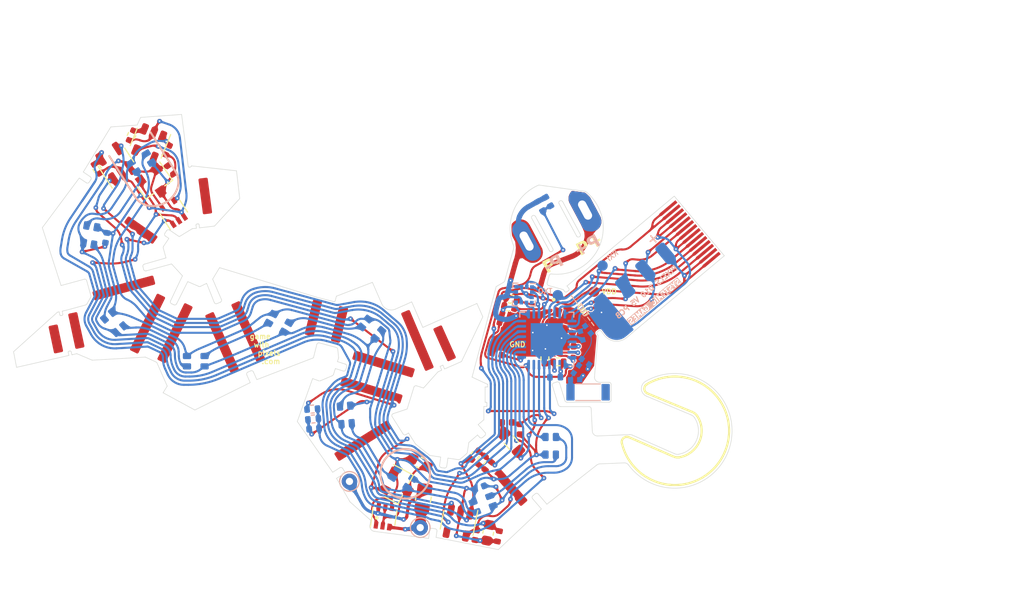
<source format=kicad_pcb>
(kicad_pcb (version 20221018) (generator pcbnew)
  (title_block (title "FLX-F020") (date "2021-09-11") (rev "10") (company "Systemic Games, LLC") (comment 1 "Flexible PCB, 0.13mm thickness"))
  (layers (0 "F.Cu" signal) (31 "B.Cu" signal) (34 "B.Paste" user) (35 "F.Paste" user) (36 "B.SilkS" user "B.Silkscreen") (37 "F.SilkS" user "F.Silkscreen") (38 "B.Mask" user) (39 "F.Mask" user) (44 "Edge.Cuts" user))
  (net 0 "")
  (net 1 "Net-(C1-Pad1)")
  (net 2 "GND")
  (net 3 "VDD")
  (net 4 "VDC")
  (net 5 "VEE")
  (net 6 "Net-(L1-Pad2)")
  (net 7 "Net-(L1-Pad1)")
  (net 8 "+5V")
  (net 9 "/BATT_NTC")
  (net 10 "/LED_EN")
  (net 11 "Net-(C2-Pad2)")
  (net 12 "Net-(C3-Pad1)")
  (net 13 "Net-(C5-Pad2)")
  (net 14 "Net-(C7-Pad1)")
  (net 15 "Net-(C19-Pad1)")
  (net 16 "Net-(C19-Pad2)")
  (net 17 "/NTC_ID_VDD")
  (net 18 "RXI")
  (net 19 "TXO")
  (net 20 "SWO")
  (net 21 "RESET")
  (net 22 "SWDCLK")
  (net 23 "SWDIO")
  (net 24 "Net-(R10-Pad1)")
  (net 25 "/PROG")
  (net 26 "/LED_DATA")
  (net 27 "+BATT")
  (net 28 "/STATS")
  (net 30 "/5V_SENSE")
  (net 31 "/VBAT_SENSE")
  (net 32 "/Power Supply/MAG1_")
  (net 33 "Net-(D10-Pad1)")
  (net 34 "/LED_RETURN")
  (net 35 "/Power Supply/LED_EN_OUT")
  (net 36 "Net-(R3-Pad1)")
  (net 37 "Net-(D2-Pad3)")
  (net 38 "Net-(D3-Pad3)")
  (net 39 "Net-(D4-Pad3)")
  (net 40 "Net-(D5-Pad3)")
  (net 41 "Net-(D6-Pad3)")
  (net 42 "Net-(D7-Pad3)")
  (net 43 "Net-(D8-Pad3)")
  (net 44 "Net-(D10-Pad3)")
  (net 45 "/SCL")
  (net 46 "/SDA")
  (net 47 "/ACC_INT")
  (net 48 "/ANTENNA")
  (net 51 "/ANT_50")
  (net 52 "/ANT_NRF")
  (footprint "Pixels-dice:C_0402_1005Metric" (layer "F.Cu") (at 114.7 94.42 -54)
    (fp_text reference "C16")
    (fp_text value "10uF 10V 20%")
  )
  (footprint "Pixels-dice:SOT-353_SC-70-5" (layer "F.Cu") (at 114.96 98.57 123)
    (fp_text reference "U7")
    (fp_text value "SN74LVC1G08" hide)
  )
  (footprint "Package_TO_SOT_SMD:SOT-23-5" (layer "F.Cu") (at 109.37 93.85 123)
    (fp_text reference "U5")
    (fp_text value "MCP73832T-2ACI/OT")
  )
  (footprint "Pixels-dice:SOT-23" (layer "F.Cu") (at 113.140767 95.735406 125)
    (fp_text reference "U8")
    (fp_text value "TMR1366")
  )
  (footprint "Pixels-dice:SOT-23-5" (layer "F.Cu") (at 112.61 91.86 -112)
    (fp_text reference "U6")
    (fp_text value "MT9700" hide)
  )
  (footprint "Resistor_SMD:R_0402_1005Metric" (layer "F.Cu") (at 110.9 91.12 -114)
    (fp_text reference "R3")
    (fp_text value "10k 5%")
  )
  (footprint "Pixels-dice:C_0402_1005Metric" (layer "F.Cu") (at 153.13 111.51 180)
    (fp_text reference "C7")
    (fp_text value "100pF NP0 10V 5%")
  )
  (footprint "Inductor_SMD:L_0805_2012Metric" (layer "F.Cu") (at 147.61 120.83 130)
    (fp_text reference "L1")
    (fp_text value "10uH 100mA 20%")
  )
  (footprint "Pixels-dice:C_0402_1005Metric" (layer "F.Cu") (at 153.67 109.75 -107)
    (fp_text reference "C5")
    (fp_text value "8pF 10V 10%")
  )
  (footprint "Pixels-dice:C_0402_1005Metric" (layer "F.Cu") (at 146.18 112.22 165)
    (fp_text reference "C3")
    (fp_text value "0.1uF 10V 20%")
  )
  (footprint "Pixels-dice:C_0402_1005Metric" (layer "F.Cu") (at 151.21 110.89 73)
    (fp_text reference "C2")
    (fp_text value "8pF 10V 10%")
  )
  (footprint "Resistor_SMD:R_0402_1005Metric" (layer "F.Cu") (at 152.15 113)
    (fp_text reference "R10")
    (fp_text value "100k 1%")
  )
  (footprint "Pixels-dice:C_0402_1005Metric" (layer "F.Cu") (at 147.174293 108.522925 -16)
    (fp_text reference "C10")
    (fp_text value "0.1uF 10V 20%")
  )
  (footprint "Pixels-dice:C_0402_1005Metric" (layer "F.Cu") (at 144.18 129.77 -101)
    (fp_text reference "C18")
    (fp_text value "4.7uF 10V 20%")
  )
  (footprint "Pixels-dice:R_0402_1005Metric" (layer "F.Cu") (at 146.36 129.88 -101)
    (fp_text reference "R4")
    (fp_text value "100k 1%")
  )
  (footprint "Pixels-dice:SOT-23-5" (layer "F.Cu") (at 142.49 128.6 -101)
    (fp_text reference "U4")
    (fp_text value "ME6215" hide)
  )
  (footprint "Resistor_SMD:R_0402_1005Metric" (layer "F.Cu") (at 150.85 112.68 -90)
    (fp_text reference "R9")
    (fp_text value "270k 1%")
  )
  (footprint "Pixels-dice:C_0402_1005Metric" (layer "F.Cu") (at 146.94 109.34 -16)
    (fp_text reference "C4")
    (fp_text value "4.7uF 10V 20%")
  )
  (footprint "Resistor_SMD:R_0402_1005Metric" (layer "F.Cu") (at 107.57 94.33 -59)
    (fp_text reference "R6")
    (fp_text value "22k 1%")
  )
  (footprint "Capacitor_SMD:C_0603_1608Metric" (layer "F.Cu") (at 138.78 122.76 152)
    (fp_text reference "C13")
    (fp_text value "4.7uF 25V 20%")
  )
  (footprint "Package_TO_SOT_SMD:SOT-363_SC-70-6" (layer "F.Cu") (at 135.3 127.96 82)
    (fp_text reference "D1")
    (fp_text value "BAV99S")
  )
  (footprint "Capacitor_SMD:C_0603_1608Metric" (layer "F.Cu") (at 145.37 129.54 -101)
    (fp_text reference "C15")
    (fp_text value "22uF 10V 20%")
  )
  (footprint "Inductor_SMD:L_0402_1005Metric" (layer "F.Cu") (at 147.18 118.87)
    (fp_text reference "L2")
    (fp_text value "15nH 100mA 5%")
  )
  (footprint "Pixels-dice:C_0402_1005Metric" (layer "F.Cu") (at 148.44 119.53 -90)
    (fp_text reference "C1")
    (fp_text value "4.7uF 10V 20%")
  )
  (footprint "Resistor_SMD:R_0402_1005Metric" (layer "F.Cu") (at 144.095162 122.037993 51)
    (fp_text reference "R7")
    (fp_text value "4.02M 1%")
  )
  (footprint "Resistor_SMD:R_0402_1005Metric" (layer "F.Cu") (at 144.74557 122.544524 -129)
    (fp_text reference "R8")
    (fp_text value "10M 1%")
  )
  (footprint "Pixels-dice:C_0402_1005Metric" (layer "F.Cu") (at 145.378015 123.082403 -129)
    (fp_text reference "C22")
    (fp_text value "10nF 25V 10%")
  )
  (footprint "Pixels-dice:Crystal_SMD_2016-4Pin_2.0x1.6mm" (layer "F.Cu") (at 152.37 109.05 -107)
    (fp_text reference "Y1")
    (fp_text value "32MHz 40ppm")
  )
  (footprint "Resistor_SMD:R_0402_1005Metric" (layer "F.Cu") (at 147.4 107.72 -15)
    (fp_text reference "R12")
    (fp_text value "2.7k 5%")
  )
  (footprint "Resistor_SMD:R_0402_1005Metric" (layer "F.Cu") (at 147.61 106.93 -15)
    (fp_text reference "R16")
    (fp_text value "2.7k 5%")
  )
  (footprint "Pixels-dice:SOT-23" (layer "F.Cu") (at 136.72 125 152)
    (fp_text reference "U3")
    (fp_text value "PJ75AL50SA")
  )
  (footprint "Capacitor_SMD:C_0805_2012Metric" (layer "F.Cu") (at 139.1 126.229748 82)
    (fp_text reference "C19")
    (fp_text value "12nF 50V 5% NP0")
  )
  (footprint "Pixels-dice:TEST_PIN" (layer "F.Cu") (at 146.75 110.96)
    (fp_text reference "W19" hide)
    (fp_text value "GND")
  )
  (footprint "Pixels-dice:FPC_14" (layer "F.Cu") (at 162.794287 98.137317 -50)
    (fp_text reference "J1")
    (fp_text value "Conn_01x14")
  )
  (footprint "Pixels-dice:C_0402_1005Metric" (layer "F.Cu") (at 114.36 92.52 -114)
    (fp_text reference "C24")
    (fp_text value "0.1uF 10V 20%")
  )
  (footprint "Pixels-dice:TEST_PIN" (layer "F.Cu") (at 155.59 106.22)
    (fp_text reference "W25" hide)
    (fp_text value "VDD")
  )
  (footprint "Pixels-dice:TX1812Z_2020" (layer "B.Cu") (at 131.61 118.14 5)
    (fp_text reference "D5")
    (fp_text value "TX1812Z_2020")
  )
  (footprint "Pixels-dice:TX1812Z_2020" (layer "B.Cu") (at 137.1 124.25 57)
    (fp_text reference "D4")
    (fp_text value "TX1812Z_2020")
  )
  (footprint "Pixels-dice:TX1812Z_2020" (layer "B.Cu") (at 134.11 109.8 50)
    (fp_text reference "D6")
    (fp_text value "TX1812Z_2020")
  )
  (footprint "Pixels-dice:TX1812Z_2020" (layer "B.Cu") (at 151.41 121.13 180)
    (fp_text reference "D2")
    (fp_text value "TX1812Z_2020")
  )
  (footprint "Pixels-dice:TX1812Z_2020" (layer "B.Cu") (at 125.14 109.24 60)
    (fp_text reference "D7")
    (fp_text value "TX1812Z_2020")
  )
  (footprint "Pixels-dice:TX1812Z_2020" (layer "B.Cu") (at 109.21 109.2 40)
    (fp_text reference "D9")
    (fp_text value "TX1812Z_2020")
  )
  (footprint "Pixels-dice:TX1812Z_2020" (layer "B.Cu") (at 117.11 112.95 90)
    (fp_text reference "D8")
    (fp_text value "TX1812Z_2020")
  )
  (footprint "TestPoint:TestPoint_THTPad_D1.5mm_Drill0.7mm" (layer "B.Cu") (at 131.960767 124.575406 150)
    (fp_text reference "P6" hide)
    (fp_text value "COILB")
  )
  (footprint "Pixels-dice:C_0402_1005Metric" (layer "B.Cu") (at 151.167211 97.503682 120)
    (fp_text reference "C6")
    (fp_text value "DNP")
  )
  (footprint "TestPoint:TestPoint_THTPad_D1.5mm_Drill0.7mm" (layer "B.Cu") (at 138.800767 129.045406 150)
    (fp_text reference "P5" hide)
    (fp_text value "COILA")
  )
  (footprint "Pixels-dice:TX1812Z_2020" (layer "B.Cu") (at 111.86 93.74 -58.5)
    (fp_text reference "D11")
    (fp_text value "TX1812Z_2020")
  )
  (footprint "Package_DFN_QFN:QFN-32-1EP_5x5mm_P0.5mm_EP3.1x3.1mm" (layer "B.Cu") (at 151.029999 110.82)
    (fp_text reference "U1")
    (fp_text value "N52810_QFN32")
  )
  (footprint "Pixels-dice:0402_RF" (layer "B.Cu") (at 154.39 110.48 -74)
    (fp_text reference "C8")
    (fp_text value "0.8pF 10V 5% C0G")
  )
  (footprint "Pixels-dice:C_0402_1005Metric" (layer "B.Cu") (at 144.52 125.18 -158.8)
    (fp_text reference "C23")
    (fp_text value "0.1uF 10V 20%")
  )
  (footprint "Pixels-dice:TX1812Z_2020" (layer "B.Cu") (at 144.88 126.76 110)
    (fp_text reference "D3")
    (fp_text value "TX1812Z_2020")
  )
  (footprint "Pixels-dice:C_0402_1005Metric" (layer "B.Cu") (at 108.45 101.01 81)
    (fp_text reference "C9")
    (fp_text value "10uF 10V 20%")
  )
  (footprint "Pixels-dice:Hongjie 10100 Connector" (layer "B.Cu") (at 151.904568 99.832308 -152)
    (fp_text reference "J3")
    (fp_text value "Conn_01x02")
  )
  (footprint "Pixels-dice:TX1812Z_2020" (layer "B.Cu") (at 106.91 100.75 -10)
    (fp_text reference "D10")
    (fp_text value "TX1812Z_2020")
  )
  (footprint "Pixels-dice:C_0402_1005Metric" (layer "B.Cu") (at 128.546434 119.481858 -175)
    (fp_text reference "C21")
    (fp_text value "10nF 25V 10%")
  )
  (footprint "Resistor_SMD:R_0402_1005Metric" (layer "B.Cu") (at 128.453677 118.53635 5)
    (fp_text reference "R2")
    (fp_text value "4.02M 1%")
  )
  (footprint "Resistor_SMD:R_0402_1005Metric" (layer "B.Cu") (at 128.37 117.58 5)
    (fp_text reference "R1")
    (fp_text value "4.02M 1%")
  )
  (footprint "Package_LGA:LGA-12_2x2mm_P0.5mm" (layer "B.Cu") (at 148.828603 106.512195 179)
    (fp_text reference "U2")
    (fp_text value "KXTJ3-1057")
  )
  (footprint "Pixels-dice:0402_RF" (layer "B.Cu") (at 155.01 109.89 -52)
    (fp_text reference "L5")
    (fp_text value "3.9nH 5%")
  )
  (footprint "Pixels-dice:R_0402_1005Metric" (layer "B.Cu") (at 151.84 114.5 -179)
    (fp_text reference "R5")
    (fp_text value "100k 1%")
  )
  (footprint "Pixels-dice:0402_RF" (layer "B.Cu") (at 153.88 113.72 -125)
    (fp_text reference "L3")
    (fp_text value "0 Ohm")
  )
  (footprint "Pixels-dice:FPC-POGO-4" (layer "B.Cu") (at 159.58577 104.967722 -140)
    (fp_text reference "J2")
    (fp_text value "Conn_01x04")
  )
  (footprint "Pixels-dice:0402_RF" (layer "B.Cu") (at 154.77 112.99 -35)
    (fp_text reference "C12")
    (fp_text value "DNP")
  )
  (footprint "Pixels-dice:CHIP_ANT" (layer "B.Cu") (at 153.32 115.95 90)
    (fp_text reference "AE1")
    (fp_text value "Antenna_Chip" hide)
  )
  (footprint "Pixels-dice:TEST_PIN" (layer "B.Cu") (at 156.42 103.7 180)
    (fp_text reference "W1" hide)
    (fp_text value "RXI")
  )
  (footprint "Pixels-dice:TEST_PIN" (layer "B.Cu") (at 152.09 106.56 180)
    (fp_text reference "W2" hide)
    (fp_text value "TXO")
  )
  (footprint "Pixels-dice:0402_RF" (layer "B.Cu") (at 153.77 114.74)
    (fp_text reference "C11")
    (fp_text value "DNP")
  )
  (footprint "Pixels-dice:R_0402_1005Metric" (layer "B.Cu") (at 150.387788 97.953682 120)
    (fp_text reference "TH1")
    (fp_text value "NTC 100k @ 25C")
  )
  (footprint "RFFrontEnd:MFH3.RECE.20369.001E.01" (layer "B.Cu") (at 156.15 109.32 -50)
    (fp_text reference "J4" hide)
    (fp_text value "DNP")
  )
  (gr_circle (center 137.35 123.84) (end 139.75 123.84) (stroke (width 0.2)) (fill none) (layer "B.SilkS"))
  (gr_curve (pts (xy 114.287924 97.542729) (xy 113.215291 98.223172) (xy 111.86609 98.018657) (xy 111.274402 97.085933)) (stroke (width 0.2)) (layer "B.SilkS"))
  (gr_line (start 111.274402 97.085933) (end 108.75 93.106521) (stroke (width 0.2)) (layer "B.SilkS"))
  (gr_curve (pts (xy 115.158754 94.621825) (xy 115.750441 95.554553) (xy 115.360562 96.862283) (xy 114.287924 97.542729)) (stroke (width 0.2)) (layer "B.SilkS"))
  (gr_line (start 112.747511 90.820804) (end 115.158754 94.621825) (stroke (width 0.2)) (layer "B.SilkS"))
  (gr_line (start 165.561362 118.237683) (end 165.56174 118.236684) (stroke (width 0.2)) (layer "F.SilkS"))
  (gr_curve (pts (xy 158.454304 120.374004) (xy 158.309126 120.495023) (xy 158.2446 120.687574) (xy 158.28753 120.871639)) (stroke (width 0.2)) (layer "F.SilkS"))
  (gr_line (start 158.973446 120.300533) (end 158.973833 120.299534) (stroke (width 0.2)) (layer "F.SilkS"))
  (gr_line (start 165.112066 117.868671) (end 160.765502 116.068471) (stroke (width 0.2)) (layer "F.SilkS"))
  (gr_line (start 158.287152 120.872635) (end 158.28753 120.871639) (stroke (width 0.2)) (layer "F.SilkS"))
  (gr_curve (pts (xy 163.279364 122.172766) (xy 163.459762 122.251203) (xy 163.659291 122.274691) (xy 163.852977 122.240289)) (stroke (width 0.2)) (layer "F.SilkS"))
  (gr_curve (pts (xy 158.973446 120.300533) (xy 158.800116 120.225163) (xy 158.599108 120.253982) (xy 158.453933 120.375001)) (stroke (width 0.2)) (layer "F.SilkS"))
  (gr_curve (pts (xy 160.699649 115.17773) (xy 160.537672 115.274885) (xy 160.444261 115.455017) (xy 160.458179 115.643389)) (stroke (width 0.2)) (layer "F.SilkS"))
  (gr_curve (pts (xy 158.287152 120.872635) (xy 158.803466 123.086171) (xy 160.685555 124.716051) (xy 162.950144 124.910779)) (stroke (width 0.2)) (layer "F.SilkS"))
  (gr_line (start 160.765502 116.068471) (end 160.765876 116.067472) (stroke (width 0.2)) (layer "F.SilkS"))
  (gr_curve (pts (xy 163.852977 122.240289) (xy 164.716905 122.086867) (xy 165.445174 121.508017) (xy 165.789623 120.701001)) (stroke (width 0.2)) (layer "F.SilkS"))
  (gr_circle (center 134.6 128.1) (end 134.7 128.1) (stroke (width 0.15)) (fill solid) (layer "F.SilkS"))
  (gr_curve (pts (xy 166.844417 115.718023) (xy 165.129071 114.226752) (xy 162.648904 114.008676) (xy 160.699649 115.17773)) (stroke (width 0.2)) (layer "F.SilkS"))
  (gr_curve (pts (xy 168.234043 121.72793) (xy 169.120634 119.635039) (xy 168.559749 117.209301) (xy 166.844417 115.718023)) (stroke (width 0.2)) (layer "F.SilkS"))
  (gr_curve (pts (xy 165.789623 120.701001) (xy 166.13407 119.893993) (xy 166.048228 118.967683) (xy 165.561362 118.237683)) (stroke (width 0.2)) (layer "F.SilkS"))
  (gr_line (start 158.973446 120.300533) (end 163.279364 122.172766) (stroke (width 0.2)) (layer "F.SilkS"))
  (gr_line (start 165.56174 118.236684) (end 165.561362 118.237683) (stroke (width 0.2)) (layer "F.SilkS"))
  (gr_line (start 160.699649 115.17773) (end 160.700033 115.176729) (stroke (width 0.2)) (layer "F.SilkS"))
  (gr_curve (pts (xy 163.853349 122.239296) (xy 164.717286 122.085866) (xy 165.445546 121.507021) (xy 165.79 120.7)) (stroke (width 0.2)) (layer "F.SilkS"))
  (gr_curve (pts (xy 162.950527 124.909764) (xy 165.215115 125.104499) (xy 167.347817 123.819827) (xy 168.234426 121.726925)) (stroke (width 0.2)) (layer "F.SilkS"))
  (gr_curve (pts (xy 160.458179 115.643389) (xy 160.472106 115.831753) (xy 160.590989 115.9962) (xy 160.765502 116.068471)) (stroke (width 0.2)) (layer "F.SilkS"))
  (gr_curve (pts (xy 168.234426 121.726925) (xy 169.121017 119.634032) (xy 168.560138 117.208301) (xy 166.844794 115.717025)) (stroke (width 0.2)) (layer "F.SilkS"))
  (gr_line (start 158.28753 120.871639) (end 158.287152 120.872635) (stroke (width 0.2)) (layer "F.SilkS"))
  (gr_line (start 160.700033 115.176729) (end 160.699649 115.17773) (stroke (width 0.2)) (layer "F.SilkS"))
  (gr_line (start 163.852977 122.240289) (end 163.853349 122.239296) (stroke (width 0.2)) (layer "F.SilkS"))
  (gr_line (start 163.279751 122.171766) (end 163.279364 122.172766) (stroke (width 0.2)) (layer "F.SilkS"))
  (gr_curve (pts (xy 160.700033 115.176729) (xy 160.538041 115.273882) (xy 160.44464 115.45402) (xy 160.458555 115.642385)) (stroke (width 0.2)) (layer "F.SilkS"))
  (gr_curve (pts (xy 165.79 120.7) (xy 166.134451 119.892987) (xy 166.048625 118.966684) (xy 165.56174 118.236684)) (stroke (width 0.2)) (layer "F.SilkS"))
  (gr_line (start 158.973833 120.299534) (end 158.973446 120.300533) (stroke (width 0.2)) (layer "F.SilkS"))
  (gr_curve (pts (xy 158.28753 120.871639) (xy 158.803844 123.085163) (xy 160.685941 124.715058) (xy 162.950527 124.909764)) (stroke (width 0.2)) (layer "F.SilkS"))
  (gr_line (start 163.853349 122.239296) (end 163.852977 122.240289) (stroke (width 0.2)) (layer "F.SilkS"))
  (gr_line (start 165.112066 117.868671) (end 165.112456 117.867668) (stroke (width 0.2)) (layer "F.SilkS"))
  (gr_curve (pts (xy 165.56174 118.236684) (xy 165.451832 118.0719) (xy 165.295459 117.94346) (xy 165.112456 117.867668)) (stroke (width 0.2)) (layer "F.SilkS"))
  (gr_curve (pts (xy 158.453933 120.375001) (xy 158.308742 120.496031) (xy 158.244218 120.688574) (xy 158.287152 120.872635)) (stroke (width 0.2)) (layer "F.SilkS"))
  (gr_curve (pts (xy 158.973833 120.299534) (xy 158.800502 120.224165) (xy 158.599481 120.25298) (xy 158.454304 120.374004)) (stroke (width 0.2)) (layer "F.SilkS"))
  (gr_circle (center 151.7 107) (end 151.8 107) (stroke (width 0.15)) (fill solid) (layer "F.SilkS"))
  (gr_line (start 160.765876 116.067472) (end 165.112456 117.867668) (stroke (width 0.2)) (layer "F.SilkS"))
  (gr_curve (pts (xy 163.279751 122.171766) (xy 163.460143 122.250201) (xy 163.659671 122.273692) (xy 163.853349 122.239296)) (stroke (width 0.2)) (layer "F.SilkS"))
  (gr_curve (pts (xy 166.844794 115.717025) (xy 165.129456 114.225749) (xy 162.649294 114.007678) (xy 160.700033 115.176729)) (stroke (width 0.2)) (layer "F.SilkS"))
  (gr_line (start 163.279751 122.171766) (end 158.973833 120.299534) (stroke (width 0.2)) (layer "F.SilkS"))
  (gr_line (start 163.279364 122.172766) (end 163.279751 122.171766) (stroke (width 0.2)) (layer "F.SilkS"))
  (gr_line (start 160.765876 116.067472) (end 160.765502 116.068471) (stroke (width 0.2)) (layer "F.SilkS"))
  (gr_curve (pts (xy 165.561362 118.237683) (xy 165.451452 118.072894) (xy 165.295073 117.944461) (xy 165.112066 117.868671)) (stroke (width 0.2)) (layer "F.SilkS"))
  (gr_line (start 165.112456 117.867668) (end 165.112066 117.868671) (stroke (width 0.2)) (layer "F.SilkS"))
  (gr_curve (pts (xy 162.950144 124.910779) (xy 165.214745 125.105487) (xy 167.347444 123.820825) (xy 168.234043 121.72793)) (stroke (width 0.2)) (layer "F.SilkS"))
  (gr_curve (pts (xy 160.458555 115.642385) (xy 160.472484 115.830751) (xy 160.591369 115.995197) (xy 160.765876 116.067472)) (stroke (width 0.2)) (layer "F.SilkS"))
  (gr_line (start 115.74 89.08) (end 111.78 89.37) (stroke (width 0.05)) (layer "Edge.Cuts"))
  (gr_arc (start 154.259799 100.6495) (mid 154.178997 100.917994) (end 153.909823 100.839488) (stroke (width 0.05)) (layer "Edge.Cuts"))
  (gr_line (start 152.79 116.78) (end 152.27 115.08) (stroke (width 0.05)) (layer "Edge.Cuts"))
  (gr_arc (start 142.6799 122.4095) (mid 142.586227 122.460574) (end 142.479905 122.469461) (stroke (width 0.05)) (layer "Edge.Cuts"))
  (gr_line (start 112.24 112.55) (end 107.1 112.85) (stroke (width 0.05)) (layer "Edge.Cuts"))
  (gr_line (start 155.976 110.45) (end 155.64 114.48) (stroke (width 0.05)) (layer "Edge.Cuts"))
  (gr_line (start 104.2 108.11) (end 104.26 108.4) (stroke (width 0.05)) (layer "Edge.Cuts"))
  (gr_arc (start 140.2602 129.159701) (mid 140.384829 129.237235) (end 140.420169 129.379695) (stroke (width 0.05)) (layer "Edge.Cuts"))
  (gr_line (start 140.99 113.33) (end 141.15 113.7) (stroke (width 0.05)) (layer "Edge.Cuts"))
  (gr_line (start 114.77 103.54) (end 112.32 104.21) (stroke (width 0.05)) (layer "Edge.Cuts"))
  (gr_line (start 106.97 95.38) (end 106.81 95.63) (stroke (width 0.05)) (layer "Edge.Cuts"))
  (gr_line (start 137.14 119.98) (end 136.09 118.32) (stroke (width 0.05)) (layer "Edge.Cuts"))
  (gr_line (start 141.13 123.28) (end 140.84 123.24) (stroke (width 0.05)) (layer "Edge.Cuts"))
  (gr_line (start 131.3 123.31) (end 131.46 123.57) (stroke (width 0.05)) (layer "Edge.Cuts"))
  (gr_line (start 156.14 114.99) (end 157.05 114.99) (stroke (width 0.05)) (layer "Edge.Cuts"))
  (gr_line (start 143.5 120.81) (end 143.35 121.76) (stroke (width 0.05)) (layer "Edge.Cuts"))
  (gr_line (start 106.46 107.51) (end 104.66 108) (stroke (width 0.05)) (layer "Edge.Cuts"))
  (gr_line (start 140.99 113.33) (end 140.72 113.45) (stroke (width 0.05)) (layer "Edge.Cuts"))
  (gr_arc (start 122.0398 114.27) (mid 122.037417 114.111607) (end 122.14978 113.999945) (stroke (width 0.05)) (layer "Edge.Cuts"))
  (gr_line (start 140.72 113.45) (end 140.88 113.81) (stroke (width 0.05)) (layer "Edge.Cuts"))
  (gr_arc (start 104.0895 108.539799) (mid 104.011167 108.527284) (end 103.969459 108.459806) (stroke (width 0.05)) (layer "Edge.Cuts"))
  (gr_arc (start 157.05 114.99) (mid 157.19113 115.04887) (end 157.25 115.19) (stroke (width 0.05)) (layer "Edge.Cuts"))
  (gr_line (start 105.61 112.22) (end 107.1 112.85) (stroke (width 0.05)) (layer "Edge.Cuts"))
  (gr_line (start 151.07 105.38) (end 151.27 104.65) (stroke (width 0.05)) (layer "Edge.Cuts"))
  (gr_line (start 117.02 117.67) (end 122.37 115.02) (stroke (width 0.05)) (layer "Edge.Cuts"))
  (gr_arc (start 119.159967 107.376573) (mid 119.009566 107.37965) (end 118.900019 107.27655) (stroke (width 0.05)) (layer "Edge.Cuts"))
  (gr_line (start 143.26 121.91) (end 142.68 122.41) (stroke (width 0.05)) (layer "Edge.Cuts"))
  (gr_arc (start 151.620199 102.0804) (mid 151.539994 102.339991) (end 151.280219 102.260388) (stroke (width 0.05)) (layer "Edge.Cuts"))
  (gr_line (start 144.95 118.61) (end 144.4 119.08) (stroke (width 0.05)) (layer "Edge.Cuts"))
  (gr_arc (start 113.970301 102.009701) (mid 113.962818 101.922648) (end 113.990328 101.839717) (stroke (width 0.05)) (layer "Edge.Cuts"))
  (gr_line (start 128.4 114.63) (end 126.92 118.78) (stroke (width 0.05)) (layer "Edge.Cuts"))
  (gr_line (start 106.24 94.65) (end 106.92 95.11) (stroke (width 0.05)) (layer "Edge.Cuts"))
  (gr_line (start 137.98 107.21) (end 139.05 109.68) (stroke (width 0.05)) (layer "Edge.Cuts"))
  (gr_line (start 151.28 102.26) (end 149.58 99.14) (stroke (width 0.05)) (layer "Edge.Cuts"))
  (gr_arc (start 130.69 111.6198) (mid 130.789021 111.687224) (end 130.829979 111.799801) (stroke (width 0.05)) (layer "Edge.Cuts"))
  (gr_line (start 113.97 102.01) (end 114.23 102.96) (stroke (width 0.05)) (layer "Edge.Cuts"))
  (gr_arc (start 122.42 113.8801) (mid 122.573689 113.879105) (end 122.679995 113.990102) (stroke (width 0.05)) (layer "Edge.Cuts"))
  (gr_line (start 117.39 105.71) (end 116.33 105.25) (stroke (width 0.05)) (layer "Edge.Cuts"))
  (gr_line (start 145.24 117.27) (end 145.24 117.28) (stroke (width 0.05)) (layer "Edge.Cuts"))
  (gr_line (start 160.662448 116.329044) (end 164.990448 118.149044) (stroke (width 0.05)) (layer "Edge.Cuts"))
  (gr_line (start 131.4 123.84) (end 130.71 124.28) (stroke (width 0.05)) (layer "Edge.Cuts"))
  (gr_line (start 163.381883 121.897048) (end 159.280557 120.086718) (stroke (width 0.05)) (layer "Edge.Cuts"))
  (gr_line (start 145.24 116.97) (end 145.24 116.98) (stroke (width 0.05)) (layer "Edge.Cuts"))
  (gr_line (start 130.9 112.67) (end 130.8 112.99) (stroke (width 0.05)) (layer "Edge.Cuts"))
  (gr_line (start 141.15 113.7) (end 142.79 112.98) (stroke (width 0.05)) (layer "Edge.Cuts"))
  (gr_arc (start 141.359799 123.1097) (mid 141.280959 123.243612) (end 141.129804 123.279674) (stroke (width 0.05)) (layer "Edge.Cuts"))
  (gr_line (start 144.849 108.651) (end 144.363 109.676) (stroke (width 0.05)) (layer "Edge.Cuts"))
  (gr_line (start 130.6 113.66) (end 130.42 114.22) (stroke (width 0.05)) (layer "Edge.Cuts"))
  (gr_line (start 115.82 104.69) (end 114.77 103.54) (stroke (width 0.05)) (layer "Edge.Cuts"))
  (gr_line (start 118.92 99.88) (end 121.36 97.22) (stroke (width 0.05)) (layer "Edge.Cuts"))
  (gr_line (start 152.972 106.236) (end 153.132 106.115) (stroke (width 0.05)) (layer "Edge.Cuts"))
  (gr_line (start 117.21 99.68) (end 117.32 99.66) (stroke (width 0.05)) (layer "Edge.Cuts"))
  (gr_line (start 150.196 125.787) (end 151.039 126.78) (stroke (width 0.05)) (layer "Edge.Cuts"))
  (gr_line (start 139.96 129.11) (end 140.26 129.16) (stroke (width 0.05)) (layer "Edge.Cuts"))
  (gr_line (start 106.57 105.16) (end 106.97 106.62) (stroke (width 0.05)) (layer "Edge.Cuts"))
  (gr_line (start 151.039 126.78) (end 155.866 122.986) (stroke (width 0.05)) (layer "Edge.Cuts"))
  (gr_line (start 156.1503 122.880107) (end 158.517449 122.781364) (stroke (width 0.05)) (layer "Edge.Cuts"))
  (gr_line (start 104.85 112.39) (end 99.79 113.54) (stroke (width 0.05)) (layer "Edge.Cuts"))
  (gr_arc (start 137.4097 120.0504) (mid 137.259692 120.073303) (end 137.139714 119.980394) (stroke (width 0.05)) (layer "Edge.Cuts"))
  (gr_line (start 155.954527 120.17939) (end 159.05695 120.04461) (stroke (width 0.05)) (layer "Edge.Cuts"))
  (gr_arc (start 114.18 100.8496) (mid 114.096449 100.720068) (end 114.13005 100.569634) (stroke (width 0.05)) (layer "Edge.Cuts"))
  (gr_line (start 145.28 115.44) (end 145.07 115.44) (stroke (width 0.05)) (layer "Edge.Cuts"))
  (gr_line (start 102.28 100.03) (end 104.09 105.63) (stroke (width 0.05)) (layer "Edge.Cuts"))
  (gr_line (start 128.79 106.76) (end 119.41 103.9) (stroke (width 0.05)) (layer "Edge.Cuts"))
  (gr_line (start 114.668 107.122) (end 115.82 104.69) (stroke (width 0.05)) (layer "Edge.Cuts"))
  (gr_line (start 152.626 106.027) (end 152.762 106.207) (stroke (width 0.05)) (layer "Edge.Cuts"))
  (gr_arc (start 163.786188 121.945915) (mid 163.580527 121.951458) (end 163.382145 121.896956) (stroke (width 0.05)) (layer "Edge.Cuts"))
  (gr_arc (start 152.9798 116.909799) (mid 152.864184 116.874924) (end 152.789773 116.779811) (stroke (width 0.05)) (layer "Edge.Cuts"))
  (gr_line (start 106.95 106.77) (end 106.58 107.42) (stroke (width 0.05)) (layer "Edge.Cuts"))
  (gr_arc (start 119.589799 106.98) (mid 119.591443 107.129862) (end 119.4898 107.24) (stroke (width 0.05)) (layer "Edge.Cuts"))
  (gr_line (start 129.01 114.85) (end 128.4 114.63) (stroke (width 0.05)) (layer "Edge.Cuts"))
  (gr_line (start 135.08 107.39) (end 134.18 105.32) (stroke (width 0.05)) (layer "Edge.Cuts"))
  (gr_line (start 144.95 117.33) (end 144.95 118.61) (stroke (width 0.05)) (layer "Edge.Cuts"))
  (gr_line (start 108.9 90.29) (end 106.24 94.65) (stroke (width 0.05)) (layer "Edge.Cuts"))
  (gr_line (start 115.256 107.399) (end 116.33 105.25) (stroke (width 0.05)) (layer "Edge.Cuts"))
  (gr_line (start 151.57 115.3) (end 152.13 117.13) (stroke (width 0.05)) (layer "Edge.Cuts"))
  (gr_arc (start 155.1195 117.340201) (mid 155.257297 117.395417) (end 155.319509 117.530199) (stroke (width 0.05)) (layer "Edge.Cuts"))
  (gr_arc (start 151.5702 115.300099) (mid 151.583368 115.148147) (end 151.700203 115.050104) (stroke (width 0.05)) (layer "Edge.Cuts"))
  (gr_line (start 113.95 116) (end 117.02 117.67) (stroke (width 0.05)) (layer "Edge.Cuts"))
  (gr_line (start 130.46 107.19) (end 128.79 106.76) (stroke (width 0.05)) (layer "Edge.Cuts"))
  (gr_line (start 119.49 107.24) (end 119.16 107.377) (stroke (width 0.05)) (layer "Edge.Cuts"))
  (gr_line (start 136.19 118.02) (end 137.54 117.57) (stroke (width 0.05)) (layer "Edge.Cuts"))
  (gr_arc (start 149.6601 126.249499) (mid 149.609971 126.105207) (end 149.680106 125.969509) (stroke (width 0.05)) (layer "Edge.Cuts"))
  (gr_arc (start 156.1395 114.9895) (mid 155.783157 114.838773) (end 155.63955 114.479502) (stroke (width 0.05)) (layer "Edge.Cuts"))
  (gr_line (start 104.78 112.1) (end 104.85 112.39) (stroke (width 0.05)) (layer "Edge.Cuts"))
  (gr_line (start 140.42 129.38) (end 140.33 129.99) (stroke (width 0.05)) (layer "Edge.Cuts"))
  (gr_arc (start 149.5795 99.14) (mid 149.666001 98.867901) (end 149.939452 98.950026) (stroke (width 0.05)) (layer "Edge.Cuts"))
  (gr_arc (start 143.349699 121.7602) (mid 143.319806 121.844265) (end 143.259708 121.91021) (stroke (width 0.05)) (layer "Edge.Cuts"))
  (gr_arc (start 104.26 108.4003) (mid 104.24609 108.477704) (end 104.180006 108.52034) (stroke (width 0.05)) (layer "Edge.Cuts"))
  (gr_line (start 132.01 126.55) (end 133.94 128.27) (stroke (width 0.05)) (layer "Edge.Cuts"))
  (gr_line (start 140.67 123.01) (end 140.78 122.22) (stroke (width 0.05)) (layer "Edge.Cuts"))
  (gr_arc (start 157.25 116.71) (mid 157.191421 116.851421) (end 157.05 116.91) (stroke (width 0.05)) (layer "Edge.Cuts"))
  (gr_line (start 105.21 112.31) (end 105.61 112.22) (stroke (width 0.05)) (layer "Edge.Cuts"))
  (gr_line (start 121.36 97.22) (end 121.046 94.5358) (stroke (width 0.05)) (layer "Edge.Cuts"))
  (gr_line (start 145.05 120.13) (end 144.82 120.33) (stroke (width 0.05)) (layer "Edge.Cuts"))
  (gr_line (start 152.02 114.95) (end 151.7 115.05) (stroke (width 0.05)) (layer "Edge.Cuts"))
  (gr_line (start 154.78 96.53) (end 150.26 95.91) (stroke (width 0.05)) (layer "Edge.Cuts"))
  (gr_line (start 149.94 98.95) (end 151.62 102.08) (stroke (width 0.05)) (layer "Edge.Cuts"))
  (gr_arc (start 152.3896 117.3402) (mid 152.223225 117.280228) (end 152.129572 117.130207) (stroke (width 0.05)) (layer "Edge.Cuts"))
  (gr_arc (start 112.3195 104.209499) (mid 112.164764 104.192613) (end 112.069525 104.069495) (stroke (width 0.05)) (layer "Edge.Cuts"))
  (gr_line (start 146.85 105.32) (end 146.14 105.73) (stroke (width 0.05)) (layer "Edge.Cuts"))
  (gr_arc (start 152.972571 106.23554) (mid 152.861498 106.264568) (end 152.762438 106.206542) (stroke (width 0.05)) (layer "Edge.Cuts"))
  (gr_line (start 116.492 94.1861) (end 116.602 94.1635) (stroke (width 0.05)) (layer "Edge.Cuts"))
  (gr_arc (start 145.0696 119.8501) (mid 145.117134 119.994214) (end 145.049613 120.130115) (stroke (width 0.05)) (layer "Edge.Cuts"))
  (gr_arc (start 131.459899 123.5699) (mid 131.484673 123.717062) (end 131.399875 123.839861) (stroke (width 0.05)) (layer "Edge.Cuts"))
  (gr_line (start 111.44 90.11) (end 108.9 90.29) (stroke (width 0.05)) (layer "Edge.Cuts"))
  (gr_line (start 99.79 113.54) (end 99.5 112.03) (stroke (width 0.05)) (layer "Edge.Cuts"))
  (gr_arc (start 165.302009 118.406953) (mid 165.500883 120.586348) (end 163.785793 121.945659) (stroke (width 0.05)) (layer "Edge.Cuts"))
  (gr_line (start 118.9 107.277) (end 118.16 105.42) (stroke (width 0.05)) (layer "Edge.Cuts"))
  (gr_arc (start 164.990153 118.149174) (mid 165.164928 118.255044) (end 165.301703 118.40686) (stroke (width 0.05)) (layer "Edge.Cuts"))
  (gr_line (start 163.35 96.98) (end 152.985 105.673) (stroke (width 0.05)) (layer "Edge.Cuts"))
  (gr_arc (start 159.05695 120.04461) (mid 159.171184 120.052765) (end 159.280557 120.086718) (stroke (width 0.05)) (layer "Edge.Cuts"))
  (gr_arc (start 116.682786 94.053359) (mid 116.666012 94.125753) (end 116.602 94.1635) (stroke (width 0.05)) (layer "Edge.Cuts"))
  (gr_arc (start 112 103.799701) (mid 112.021425 103.651355) (end 112.13999 103.559661) (stroke (width 0.05)) (layer "Edge.Cuts"))
  (gr_line (start 144.54 120.31) (end 144.34 120.08) (stroke (width 0.05)) (layer "Edge.Cuts"))
  (gr_line (start 158.742 110.666) (end 168.19 102.75) (stroke (width 0.05)) (layer "Edge.Cuts"))
  (gr_arc (start 130.9104 112.5898) (mid 130.91014 112.630393) (end 130.9004 112.6698) (stroke (width 0.05)) (layer "Edge.Cuts"))
  (gr_arc (start 136.399701 107.909703) (mid 135.632094 107.922863) (end 135.079724 107.389682) (stroke (width 0.05)) (layer "Edge.Cuts"))
  (gr_line (start 145.07 116.92) (end 145.19 116.92) (stroke (width 0.05)) (layer "Edge.Cuts"))
  (gr_arc (start 153.160588 105.904436) (mid 153.189602 106.015507) (end 153.131591 106.114569) (stroke (width 0.05)) (layer "Edge.Cuts"))
  (gr_line (start 155.877 110.318) (end 155.976 110.45) (stroke (width 0.05)) (layer "Edge.Cuts"))
  (gr_arc (start 104.7798 112.099899) (mid 104.793128 112.022107) (end 104.859795 111.97986) (stroke (width 0.05)) (layer "Edge.Cuts"))
  (gr_line (start 155.431 119.706) (end 155.319 117.53) (stroke (width 0.05)) (layer "Edge.Cuts"))
  (gr_line (start 114.35 115.36) (end 113.34 113.06) (stroke (width 0.05)) (layer "Edge.Cuts"))
  (gr_line (start 152.985 105.673) (end 153.161 105.905) (stroke (width 0.05)) (layer "Edge.Cuts"))
  (gr_line (start 130.71 124.28) (end 132.01 126.55) (stroke (width 0.05)) (layer "Edge.Cuts"))
  (gr_line (start 147.87 101.89) (end 146.97 105.17) (stroke (width 0.05)) (layer "Edge.Cuts"))
  (gr_line (start 122.68 113.99) (end 123.01 114.73) (stroke (width 0.05)) (layer "Edge.Cuts"))
  (gr_arc (start 155.87651 110.318609) (mid 155.847445 110.207521) (end 155.905483 110.108441) (stroke (width 0.05)) (layer "Edge.Cuts"))
  (gr_line (start 156.276 110.016) (end 156.583 110.422) (stroke (width 0.05)) (layer "Edge.Cuts"))
  (gr_line (start 153.91 100.84) (end 152.22 97.72) (stroke (width 0.05)) (layer "Edge.Cuts"))
  (gr_line (start 122.15 114) (end 122.42 113.88) (stroke (width 0.05)) (layer "Edge.Cuts"))
  (gr_line (start 146.35 131.17) (end 150.51 127.24) (stroke (width 0.05)) (layer "Edge.Cuts"))
  (gr_arc (start 152.0199 114.9497) (mid 152.17018 114.966073) (end 152.269873 115.07971) (stroke (width 0.05)) (layer "Edge.Cuts"))
  (gr_line (start 139.61 130.09) (end 139.73 129.28) (stroke (width 0.05)) (layer "Edge.Cuts"))
  (gr_line (start 104.09 105.63) (end 106.33 105.02) (stroke (width 0.05)) (layer "Edge.Cuts"))
  (gr_line (start 113.95 116) (end 114.35 115.36) (stroke (width 0.05)) (layer "Edge.Cuts"))
  (gr_arc (start 106.9696 106.6195) (mid 106.976175 106.696715) (end 106.949632 106.769521) (stroke (width 0.05)) (layer "Edge.Cuts"))
  (gr_arc (start 160.567166 114.905134) (mid 168.82432 120.782822) (end 158.930662 122.983588) (stroke (width 0.05)) (layer "Edge.Cuts"))
  (gr_arc (start 140.8397 123.2395) (mid 140.705667 123.160751) (end 140.66973 123.009506) (stroke (width 0.05)) (layer "Edge.Cuts"))
  (gr_line (start 152.626 106.027) (end 151.21 105.63) (stroke (width 0.05)) (layer "Edge.Cuts"))
  (gr_line (start 130.7 106.66) (end 130.58 107.12) (stroke (width 0.05)) (layer "Edge.Cuts"))
  (gr_line (start 140.78 122.22) (end 139.72 122.06) (stroke (width 0.05)) (layer "Edge.Cuts"))
  (gr_line (start 129.05 111.18) (end 130.69 111.62) (stroke (width 0.05)) (layer "Edge.Cuts"))
  (gr_arc (start 117.130002 99.79) (mid 117.146634 99.71822) (end 117.210103 99.680794) (stroke (width 0.05)) (layer "Edge.Cuts"))
  (gr_line (start 149.68 125.97) (end 149.916 125.767) (stroke (width 0.05)) (layer "Edge.Cuts"))
  (gr_arc (start 104.9495 111.960201) (mid 105.027834 111.972716) (end 105.069541 112.040195) (stroke (width 0.05)) (layer "Edge.Cuts"))
  (gr_line (start 130.34 123.69) (end 131.03 123.25) (stroke (width 0.05)) (layer "Edge.Cuts"))
  (gr_line (start 105.07 112.04) (end 105.14 112.33) (stroke (width 0.05)) (layer "Edge.Cuts"))
  (gr_line (start 117.47 100.05) (end 118.92 99.88) (stroke (width 0.05)) (layer "Edge.Cuts"))
  (gr_line (start 117.17 100.09) (end 117.130002 99.79) (stroke (width 0.05)) (layer "Edge.Cuts"))
  (gr_arc (start 131.029699 123.250301) (mid 131.176646 123.226554) (end 131.299712 123.310292) (stroke (width 0.05)) (layer "Edge.Cuts"))
  (gr_line (start 104.18 108.52) (end 104.09 108.54) (stroke (width 0.05)) (layer "Edge.Cuts"))
  (gr_line (start 137.67 119.89) (end 137.41 120.05) (stroke (width 0.05)) (layer "Edge.Cuts"))
  (gr_line (start 105.85 95.23) (end 102.28 100.03) (stroke (width 0.05)) (layer "Edge.Cuts"))
  (gr_line (start 118.74 105.01) (end 119.59 106.98) (stroke (width 0.05)) (layer "Edge.Cuts"))
  (gr_line (start 117.43 99.75) (end 117.47 100.05) (stroke (width 0.05)) (layer "Edge.Cuts"))
  (gr_arc (start 106.809899 95.63) (mid 106.682961 95.720891) (end 106.529935 95.689949) (stroke (width 0.05)) (layer "Edge.Cuts"))
  (gr_line (start 111.78 89.37) (end 111.44 90.11) (stroke (width 0.05)) (layer "Edge.Cuts"))
  (gr_line (start 103.9 108.17) (end 103.736 108.214) (stroke (width 0.05)) (layer "Edge.Cuts"))
  (gr_line (start 152.98 116.91) (end 157.05 116.91) (stroke (width 0.05)) (layer "Edge.Cuts"))
  (gr_line (start 140.51 113.98) (end 140.88 113.81) (stroke (width 0.05)) (layer "Edge.Cuts"))
  (gr_line (start 130.31 114.35) (end 129.15 114.84) (stroke (width 0.05)) (layer "Edge.Cuts"))
  (gr_line (start 104.66 108) (end 104.27 108.09) (stroke (width 0.05)) (layer "Edge.Cuts"))
  (gr_line (start 105.14 112.33) (end 105.21 112.31) (stroke (width 0.05)) (layer "Edge.Cuts"))
  (gr_line (start 140.33 129.99) (end 146.35 131.17) (stroke (width 0.05)) (layer "Edge.Cuts"))
  (gr_line (start 152.57 97.52) (end 154.26 100.65) (stroke (width 0.05)) (layer "Edge.Cuts"))
  (gr_line (start 168.19 102.75) (end 163.35 96.98) (stroke (width 0.05)) (layer "Edge.Cuts"))
  (gr_arc (start 133.940399 128.269901) (mid 133.994037 128.352017) (end 134.000369 128.449894) (stroke (width 0.05)) (layer "Edge.Cuts"))
  (gr_line (start 128.48 112.62) (end 128.81 111.32) (stroke (width 0.05)) (layer "Edge.Cuts"))
  (gr_arc (start 155.866062 122.986223) (mid 155.999947 122.911108) (end 156.1503 122.880107) (stroke (width 0.05)) (layer "Edge.Cuts"))
  (gr_line (start 114.986 107.489) (end 114.758 107.382) (stroke (width 0.05)) (layer "Edge.Cuts"))
  (gr_arc (start 106.9201 95.11) (mid 107.001547 95.234533) (end 106.970044 95.379961) (stroke (width 0.05)) (layer "Edge.Cuts"))
  (gr_arc (start 156.065429 109.987404) (mid 156.176504 109.958387) (end 156.275572 110.016397) (stroke (width 0.05)) (layer "Edge.Cuts"))
  (gr_arc (start 151.210001 105.630399) (mid 151.087952 105.534559) (end 151.070048 105.380414) (stroke (width 0.05)) (layer "Edge.Cuts"))
  (gr_arc (start 158.741373 110.665679) (mid 157.609545 111.00646) (end 156.582328 110.421659) (stroke (width 0.05)) (layer "Edge.Cuts"))
  (gr_line (start 119.41 103.9) (end 118.74 105.01) (stroke (width 0.05)) (layer "Edge.Cuts"))
  (gr_line (start 145.33 115.22) (end 145.33 115.39) (stroke (width 0.05)) (layer "Edge.Cuts"))
  (gr_line (start 113.34 113.06) (end 112.24 112.55) (stroke (width 0.05)) (layer "Edge.Cuts"))
  (gr_line (start 139.12 115.54) (end 140.51 113.98) (stroke (width 0.05)) (layer "Edge.Cuts"))
  (gr_arc (start 130.5804 107.1195) (mid 130.533708 107.177324) (end 130.460394 107.189528) (stroke (width 0.05)) (layer "Edge.Cuts"))
  (gr_arc (start 138.190001 115.46) (mid 138.288077 115.343224) (end 138.44 115.330001) (stroke (width 0.05)) (layer "Edge.Cuts"))
  (gr_line (start 131.36 113.9) (end 130.6 113.66) (stroke (width 0.05)) (layer "Edge.Cuts"))
  (gr_line (start 142.48 122.47) (end 141.48 122.32) (stroke (width 0.05)) (layer "Edge.Cuts"))
  (gr_line (start 114.51 101.07) (end 114.18 100.85) (stroke (width 0.05)) (layer "Edge.Cuts"))
  (gr_line (start 138.34 120.95) (end 137.67 119.89) (stroke (width 0.05)) (layer "Edge.Cuts"))
  (gr_line (start 116.77 100.13) (end 117.17 100.09) (stroke (width 0.05)) (layer "Edge.Cuts"))
  (gr_line (start 146.14 105.73) (end 143.81 114.49) (stroke (width 0.05)) (layer "Edge.Cuts"))
  (gr_line (start 139.05 109.68) (end 144.279 107.363) (stroke (width 0.05)) (layer "Edge.Cuts"))
  (gr_line (start 141.48 122.32) (end 141.36 123.11) (stroke (width 0.05)) (layer "Edge.Cuts"))
  (gr_line (start 144.34 120.08) (end 143.5 120.81) (stroke (width 0.05)) (layer "Edge.Cuts"))
  (gr_arc (start 146.969599 105.1701) (mid 146.92653 105.258642) (end 146.849594 105.320088) (stroke (width 0.05)) (layer "Edge.Cuts"))
  (gr_line (start 157.25 115.19) (end 157.25 116.71) (stroke (width 0.05)) (layer "Edge.Cuts"))
  (gr_line (start 114.57 100.26) (end 115.51 100.9) (stroke (width 0.05)) (layer "Edge.Cuts"))
  (gr_arc (start 154.779972 96.529523) (mid 156.144737 101.76623) (end 151.479972 104.509522) (stroke (width 0.05)) (layer "Edge.Cuts"))
  (gr_arc (start 106.579799 107.4197) (mid 106.528593 107.476427) (end 106.459804 107.509714) (stroke (width 0.05)) (layer "Edge.Cuts"))
  (gr_line (start 116.382 94.1135) (end 115.74 89.08) (stroke (width 0.05)) (layer "Edge.Cuts"))
  (gr_line (start 115.51 100.9) (end 116.77 100.13) (stroke (width 0.05)) (layer "Edge.Cuts"))
  (gr_line (start 114.51 101.07) (end 113.99 101.84) (stroke (width 0.05)) (layer "Edge.Cuts"))
  (gr_line (start 150.51 127.24) (end 149.66 126.25) (stroke (width 0.05)) (layer "Edge.Cuts"))
  (gr_line (start 145.07 115.44) (end 145.07 116.92) (stroke (width 0.05)) (layer "Edge.Cuts"))
  (gr_line (start 112.07 104.07) (end 112 103.8) (stroke (width 0.05)) (layer "Edge.Cuts"))
  (gr_arc (start 145.329799 115.3898) (mid 145.313241 115.423241) (end 145.2798 115.439799) (stroke (width 0.05)) (layer "Edge.Cuts"))
  (gr_arc (start 139.729901 129.280501) (mid 139.809146 129.147149) (end 139.95989 129.11056) (stroke (width 0.05)) (layer "Edge.Cuts"))
  (gr_line (start 143.81 114.49) (end 145.3 115.18) (stroke (width 0.05)) (layer "Edge.Cuts"))
  (gr_arc (start 115.256385 107.398156) (mid 115.140207 107.499619) (end 114.986386 107.488156) (stroke (width 0.05)) (layer "Edge.Cuts"))
  (gr_arc (start 152.219501 97.72) (mid 152.294981 97.445767) (end 152.569564 97.519963) (stroke (width 0.05)) (layer "Edge.Cuts"))
  (gr_arc (start 117.56 105.710366) (mid 117.475001 105.731269) (end 117.390002 105.710366) (stroke (width 0.05)) (layer "Edge.Cuts"))
  (gr_arc (start 155.954527 120.17939) (mid 155.594646 120.05085) (end 155.430667 119.705671) (stroke (width 0.05)) (layer "Edge.Cuts"))
  (gr_line (start 103.736 108.214) (end 99.5 112.03) (stroke (width 0.05)) (layer "Edge.Cuts"))
  (gr_line (start 142.79 112.98) (end 144.36 109.68) (stroke (width 0.05)) (layer "Edge.Cuts"))
  (gr_arc (start 160.662703 116.328976) (mid 160.174552 115.645613) (end 160.566002 114.90262) (stroke (width 0.05)) (layer "Edge.Cuts"))
  (gr_arc (start 117.320102 99.660011) (mid 117.39561 99.679936) (end 117.430099 99.75) (stroke (width 0.05)) (layer "Edge.Cuts"))
  (gr_arc (start 116.49235 94.186128) (mid 116.422804 94.171595) (end 116.381904 94.113499) (stroke (width 0.05)) (layer "Edge.Cuts"))
  (gr_line (start 134.18 105.32) (end 130.7 106.66) (stroke (width 0.05)) (layer "Edge.Cuts"))
  (gr_line (start 138.44 115.330001) (end 139.12 115.54) (stroke (width 0.05)) (layer "Edge.Cuts"))
  (gr_arc (start 134.37 129.4101) (mid 134.031276 129.211829) (end 133.940004 128.830103) (stroke (width 0.05)) (layer "Edge.Cuts"))
  (gr_line (start 144.4 119.08) (end 145.07 119.85) (stroke (width 0.05)) (layer "Edge.Cuts"))
  (gr_arc (start 130.419599 114.2202) (mid 130.377402 114.296033) (end 130.3096 114.350199) (stroke (width 0.05)) (layer "Edge.Cuts"))
  (gr_line (start 106.53 95.69) (end 105.85 95.23) (stroke (width 0.05)) (layer "Edge.Cuts"))
  (gr_arc (start 151.270201 104.6497) (mid 151.349116 104.540598) (end 151.480191 104.509773) (stroke (width 0.05)) (layer "Edge.Cuts"))
  (gr_line (start 137.54 117.57) (end 138.19 115.46) (stroke (width 0.05)) (layer "Edge.Cuts"))
  (gr_arc (start 136.089701 118.319901) (mid 136.065415 118.145138) (end 136.189702 118.0199) (stroke (width 0.05)) (layer "Edge.Cuts"))
  (gr_arc (start 145.239999 117.28) (mid 145.226649 117.316649) (end 145.19 117.329999) (stroke (width 0.05)) (layer "Edge.Cuts"))
  (gr_line (start 104.95 111.96) (end 104.86 111.98) (stroke (width 0.05)) (layer "Edge.Cuts"))
  (gr_line (start 155.12 117.34) (end 152.39 117.34) (stroke (width 0.05)) (layer "Edge.Cuts"))
  (gr_arc (start 114.289799 100.319701) (mid 114.417991 100.234602) (end 114.569795 100.259709) (stroke (width 0.05)) (layer "Edge.Cuts"))
  (gr_arc (start 129.1501 114.84) (mid 129.080859 114.855646) (end 129.010097 114.850016) (stroke (width 0.05)) (layer "Edge.Cuts"))
  (gr_arc (start 149.916202 125.767488) (mid 150.060284 125.720242) (end 150.196178 125.787509) (stroke (width 0.05)) (layer "Edge.Cuts"))
  (gr_arc (start 145.1896 116.920401) (mid 145.226038 116.933962) (end 145.239599 116.9704) (stroke (width 0.05)) (layer "Edge.Cuts"))
  (gr_line (start 130.83 111.8) (end 130.91 112.59) (stroke (width 0.05)) (layer "Edge.Cuts"))
  (gr_line (start 103.9 108.17) (end 103.97 108.46) (stroke (width 0.05)) (layer "Edge.Cuts"))
  (gr_line (start 121.046 94.5358) (end 116.683 94.0534) (stroke (width 0.05)) (layer "Edge.Cuts"))
  (gr_arc (start 147.869703 101.89005) (mid 147.813598 98.400034) (end 150.259708 95.910072) (stroke (width 0.05)) (layer "Edge.Cuts"))
  (gr_line (start 134 128.45) (end 133.94 128.83) (stroke (width 0.05)) (layer "Edge.Cuts"))
  (gr_arc (start 114.757882 107.38206) (mid 114.659946 107.270389) (end 114.667906 107.12207) (stroke (width 0.05)) (layer "Edge.Cuts"))
  (gr_arc (start 128.8097 111.319601) (mid 128.901924 111.201992) (end 129.049696 111.179619) (stroke (width 0.05)) (layer "Edge.Cuts"))
  (gr_line (start 155.906 110.108) (end 156.065 109.988) (stroke (width 0.05)) (layer "Edge.Cuts"))
  (gr_arc (start 144.820399 120.330399) (mid 144.676428 120.376015) (end 144.540401 120.3104) (stroke (width 0.05)) (layer "Edge.Cuts"))
  (gr_line (start 144.849 108.651) (end 144.279 107.363) (stroke (width 0.05)) (layer "Edge.Cuts"))
  (gr_line (start 145.24 116.98) (end 145.24 117.27) (stroke (width 0.05)) (layer "Edge.Cuts"))
  (gr_line (start 137.98 107.21) (end 136.4 107.91) (stroke (width 0.05)) (layer "Edge.Cuts"))
  (gr_line (start 104.27 108.09) (end 104.2 108.11) (stroke (width 0.05)) (layer "Edge.Cuts"))
  (gr_line (start 114.13 100.57) (end 114.29 100.32) (stroke (width 0.05)) (layer "Edge.Cuts"))
  (gr_arc (start 145.3004 115.180501) (mid 145.321903 115.195613) (end 145.330352 115.220501) (stroke (width 0.05)) (layer "Edge.Cuts"))
  (gr_arc (start 131.609899 113.7598) (mid 131.513927 113.881641) (end 131.359895 113.899814) (stroke (width 0.05)) (layer "Edge.Cuts"))
  (gr_arc (start 158.508075 122.781667) (mid 158.744468 122.830093) (end 158.930662 122.983588) (stroke (width 0.05)) (layer "Edge.Cuts"))
  (gr_line (start 145.19 117.329999) (end 144.95 117.33) (stroke (width 0.05)) (layer "Edge.Cuts"))
  (gr_line (start 130.8 112.99) (end 131.56 113.23) (stroke (width 0.05)) (layer "Edge.Cuts"))
  (gr_arc (start 106.3302 105.020101) (mid 106.479727 105.039477) (end 106.570189 105.160102) (stroke (width 0.05)) (layer "Edge.Cuts"))
  (gr_arc (start 131.5601 113.2298) (mid 131.681281 113.326146) (end 131.700128 113.479808) (stroke (width 0.05)) (layer "Edge.Cuts"))
  (gr_line (start 134.37 129.41) (end 139.61 130.09) (stroke (width 0.05)) (layer "Edge.Cuts"))
  (gr_line (start 123.01 114.73) (end 128.48 112.62) (stroke (width 0.05)) (layer "Edge.Cuts"))
  (gr_line (start 118.16 105.42) (end 117.56 105.71) (stroke (width 0.05)) (layer "Edge.Cuts"))
  (gr_line (start 131.7 113.48) (end 131.61 113.76) (stroke (width 0.05)) (layer "Edge.Cuts"))
  (gr_line (start 122.37 115.02) (end 122.04 114.27) (stroke (width 0.05)) (layer "Edge.Cuts"))
  (gr_line (start 126.92 118.78) (end 130.34 123.69) (stroke (width 0.05)) (layer "Edge.Cuts"))
  (gr_line (start 112.14 103.56) (end 114.23 102.96) (stroke (width 0.05)) (layer "Edge.Cuts"))
  (gr_line (start 139.72 122.06) (end 138.34 120.95) (stroke (width 0.05)) (layer "Edge.Cuts"))
  (gr_text "SYSTEMIC GAMES" (at 161.441345 107.179253 40) (layer "B.SilkS" knockout) (effects (font (size 0.5 0.5) (thickness 0.12)) (justify mirror)))
  (gr_text "P-" (at 151.71 103.56 28) (layer "B.SilkS") (effects (font (size 1.2 1.2) (thickness 0.125)) (justify mirror)))
  (gr_text "P+" (at 154.94 101.83 28) (layer "B.SilkS") (effects (font (size 1.2 1.2) (thickness 0.2) bold) (justify mirror)))
  (gr_text "PIXELS D10 V5 PCB" (at 160.67 106.26 40) (layer "B.SilkS") (effects (font (size 0.5 0.5) (thickness 0.12)) (justify mirror)))
  (gr_text "--CUT--" (at 154.51 108.02 -53) (layer "B.SilkS") (effects (font (size 0.5 0.5) (thickness 0.1)) (justify mirror)))
  (gr_text "P+" (at 155.19 101.72 28) (layer "F.SilkS") (effects (font (size 1.2 1.2) (thickness 0.2) bold)))
  (gr_text "--CUT--" (at 154.51 108.02 -53) (layer "F.SilkS") (effects (font (size 0.5 0.5) (thickness 0.1))))
  (gr_text "game\n with\n  pixels\n   .com" (at 122.27 113.26) (layer "F.SilkS") (effects (font (size 0.5 0.5) (thickness 0.1) bold) (justify left bottom)))
  (gr_text "P-" (at 151.61 103.6 28) (layer "F.SilkS") (effects (font (size 1.2 1.2) (thickness 0.125))))
  (segment (start 149.718718 118.205) (end 149.806649 118.185087) (width 0.2) (layer "F.Cu") (net 1))
  (segment (start 150.031029 118.16) (end 150.144622 118.16) (width 0.2) (layer "F.Cu") (net 1))
  (segment (start 148.0525 118.96) (end 147.665 118.87) (width 0.2) (layer "F.Cu") (net 1))
  (segment (start 149.356275 118.371277) (end 148.759666 118.813209) (width 0.2) (layer "F.Cu") (net 1))
  (segment (start 150.398777 118.295) (end 150.49 118.43) (width 0.2) (layer "F.Cu") (net 1))
  (via (at 150.49 118.43) (size 0.45) (drill 0.15) (layers "F.Cu" "B.Cu") (net 1))
  (arc (start 149.806649 118.185087) (mid 149.91814 118.166291) (end 150.031029 118.16) (width 0.2) (layer "F.Cu") (net 1))
  (arc (start 148.759666 118.813209) (mid 148.422221 118.964352) (end 148.0525 118.96) (width 0.2) (layer "F.Cu") (net 1))
  (arc (start 149.356275 118.371277) (mid 149.528843 118.269275) (end 149.718718 118.205) (width 0.2) (layer "F.Cu") (net 1))
  (arc (start 150.398777 118.295) (mid 150.288514 118.195844) (end 150.144622 118.16) (width 0.2) (layer "F.Cu") (net 1))
  (segment (start 150.279999 117.629598) (end 150.279999 113.257497) (width 0.2) (layer "B.Cu") (net 1))
  (segment (start 150.49 118.43) (end 150.385 118.17) (width 0.2) (layer "B.Cu") (net 1))
  (arc (start 150.385 118.17) (mid 150.306492 117.904852) (end 150.279999 117.629598) (width 0.2) (layer "B.Cu") (net 1))
  (segment (start 136.418909 124.03773) (end 136.441231 124.094579) (width 0.2) (layer "F.Cu") (net 2))
  (segment (start 113.871706 96.792319) (end 113.88035 96.80538) (width 0.2) (layer "F.Cu") (net 2))
  (segment (start 153.810338 109.290974) (end 153.100628 108.541391) (width 0.2) (layer "F.Cu") (net 2))
  (segment (start 161.745023 100.975864) (end 162.015858 100.748606) (width 0.2) (layer "F.Cu") (net 2))
  (segment (start 151.04 109.47) (end 151.639372 109.558609) (width 0.2) (layer "F.Cu") (net 2))
  (segment (start 136.446377 124.107686) (end 136.458406 124.138321) (width 0.2) (layer "F.Cu") (net 2))
  (segment (start 143.050132 125.707786) (end 142.792909 127.238899) (width 0.2) (layer "F.Cu") (net 2))
  (segment (start 136.59 122.44) (end 136.28305 123.691728) (width 0.2) (layer "F.Cu") (net 2))
  (segment (start 144.906061 130.30038) (end 144.59 130.3) (width 0.2) (layer "F.Cu") (net 2))
  (segment (start 136.380619 123.940213) (end 136.370729 123.915025) (width 0.2) (layer "F.Cu") (net 2))
  (segment (start 147.53 105.15) (end 147.991611 103.493629) (width 0.5) (layer "F.Cu") (net 2))
  (segment (start 113.884672 96.811911) (end 113.88035 96.80538) (width 0.2) (layer "F.Cu") (net 2))
  (segment (start 113.867384 96.785789) (end 113.871706 96.792319) (width 0.2) (layer "F.Cu") (net 2))
  (segment (start 136.497501 124.237886) (end 136.503516 124.253205) (width 0.2) (layer "F.Cu") (net 2))
  (segment (start 113.07905 90.702573) (end 113.136033 90.565049) (width 0.2) (layer "F.Cu") (net 2))
  (segment (start 136.470435 124.168956) (end 136.482464 124.199591) (width 0.2) (layer "F.Cu") (net 2))
  (segment (start 115.585 98.4) (end 115.73 98.54) (width 0.2) (layer "F.Cu") (net 2))
  (segment (start 115.125 98.234999) (end 115.239075 98.244053) (width 0.2) (layer "F.Cu") (net 2))
  (segment (start 114.39165 95.62165) (end 113.714343 96.554558) (width 0.2) (layer "F.Cu") (net 2))
  (segment (start 142.628287 128.052711) (end 142.767672 127.36116) (width 0.2) (layer "F.Cu") (net 2))
  (segment (start 134.335 128.035) (end 134.474162 128.253683) (width 0.2) (layer "F.Cu") (net 2))
  (segment (start 136.494494 124.230228) (end 136.497501 124.237886) (width 0.2) (layer "F.Cu") (net 2))
  (segment (start 163.753945 101.248293) (end 164.722651 100.435454) (width 0.2) (layer "F.Cu") (net 2))
  (segment (start 113.884672 96.811911) (end 113.901961 96.838034) (width 0.2) (layer "F.Cu") (net 2))
  (segment (start 134.552055 128.615146) (end 134.524111 128.810292) (width 0.2) (layer "F.Cu") (net 2))
  (segment (start 108.558997 94.264476) (end 107.832669 94.767155) (width 0.2) (layer "F.Cu") (net 2))
  (segment (start 162.077483 100.044197) (end 163.437077 98.903361) (width 0.2) (layer "F.Cu") (net 2))
  (segment (start 113.867384 96.785789) (end 113.773574 96.644051) (width 0.2) (layer "F.Cu") (net 2))
  (segment (start 136.458406 124.138321) (end 136.470435 124.168956) (width 0.2) (layer "F.Cu") (net 2))
  (segment (start 145.357108 123.761793) (end 145.91 124.35) (width 0.2) (layer "F.Cu") (net 2))
  (segment (start 136.482464 124.199591) (end 136.494494 124.230228) (width 0.2) (layer "F.Cu") (net 2))
  (segment (start 110.189551 95.131269) (end 110.326924 95.339006) (width 0.2) (layer "F.Cu") (net 2))
  (segment (start 150 121.525) (end 150.04 122.010796) (width 0.2) (layer "F.Cu") (net 2))
  (segment (start 134.590138 126.338579) (end 134.615657 126.326874) (width 0.2) (layer "F.Cu") (net 2))
  (segment (start 136.027944 126.714854) (end 136.075889 127.109708) (width 0.2) (layer "F.Cu") (net 2))
  (segment (start 136.59 122.44) (end 138.095716 122.39616) (width 0.2) (layer "F.Cu") (net 2))
  (segment (start 136.380619 123.940213) (end 136.400399 123.99059) (width 0.2) (layer "F.Cu") (net 2))
  (segment (start 145.537257 130.324949) (end 146.262687 130.38063) (width 0.2) (layer "F.Cu") (net 2))
  (segment (start 163.760963 101.895106) (end 165.044046 100.818473) (width 0.2) (layer "F.Cu") (net 2))
  (segment (start 136.506524 124.260864) (end 136.503516 124.253205) (width 0.2) (layer "F.Cu") (net 2))
  (segment (start 114.0057 96.994773) (end 114.074859 97.099266) (width 0.2) (layer "F.Cu") (net 2))
  (segment (start 114.639909 93.150473) (end 114.164766 92.958502) (width 0.2) (layer "F.Cu") (net 2))
  (segment (start 113.958153 96.922934) (end 113.984088 96.962119) (width 0.2) (layer "F.Cu") (net 2))
  (segment (start 150 121.525) (end 150 121.072399) (width 0.2) (layer "F.Cu") (net 2))
  (segment (start 153.810338 109.290974) (end 154.407413 109.409667) (width 0.2) (layer "F.Cu") (net 2))
  (segment (start 150.564142 119.229931) (end 151.138752 118.379576) (width 0.2) (layer "F.Cu") (net 2))
  (segment (start 114.39165 95.62165) (end 114.760433 95.113697) (width 0.2) (layer "F.Cu") (net 2))
  (segment (start 113.887171 96.427279) (end 113.800757 96.490918) (width 0.2) (layer "F.Cu") (net 2))
  (segment (start 111.026282 91.517954) (end 110.692564 91.585908) (width 0.2) (layer "F.Cu") (net 2))
  (segment (start 109.661493 94.39324) (end 109.586363 94.296003) (width 0.2) (layer "F.Cu") (net 2))
  (segment (start 110.965166 95.679592) (end 111.792332 96.897668) (width 0.2) (layer "F.Cu") (net 2))
  (segment (start 136.400399 123.99059) (end 136.418909 124.03773) (width 0.2) (layer "F.Cu") (net 2))
  (segment (start 148.07 108.58) (end 147.635699 108.655231) (width 0.2) (layer "F.Cu") (net 2))
  (segment (start 144.59 130.3) (end 144.088412 130.241181) (width 0.2) (layer "F.Cu") (net 2))
  (segment (start 162.015858 100.748606) (end 163.758473 99.286384) (width 0.2) (layer "F.Cu") (net 2))
  (segment (start 163.509696 101.779593) (end 163.513205 102.103) (width 0.2) (layer "F.Cu") (net 2))
  (segment (start 113.901961 96.838034) (end 113.919251 96.864157) (width 0.2) (layer "F.Cu") (net 2))
  (segment (start 114.635599 97.946495) (end 114.074859 97.099266) (width 0.2) (layer "F.Cu") (net 2))
  (segment (start 115.73 98.54) (end 116.022543 99.012722) (width 0.2) (layer "F.Cu") (net 2))
  (segment (start 148.644568 102.022308) (end 149.079136 101.334617) (width 0.5) (layer "F.Cu") (net 2))
  (segment (start 113.919251 96.864157) (end 113.936542 96.89028) (width 0.2) (layer "F.Cu") (net 2))
  (segment (start 113.958153 96.922934) (end 113.953831 96.916403) (width 0.2) (layer "F.Cu") (net 2))
  (segment (start 133.643846 116.893846) (end 133.371923 116.826923) (width 0.2) (layer "F.Cu") (net 2))
  (segment (start 113.936542 96.89028) (end 113.953831 96.916403) (width 0.2) (layer "F.Cu") (net 2))
  (segment (start 112.862258 91.242302) (end 112.967099 90.97844) (width 0.2) (layer "F.Cu") (net 2))
  (segment (start 161.745023 100.975864) (end 161.775836 100.623659) (width 0.2) (layer "F.Cu") (net 2))
  (segment (start 136.158834 125.964716) (end 136.455091 125.376152) (width 0.2) (layer "F.Cu") (net 2))
  (segment (start 115.094999 93.69) (end 115.09964 93.711292) (width 0.2) (layer "F.Cu") (net 2))
  (segment (start 143.28 125.23) (end 143.18 125.38) (width 0.2) (layer "F.Cu") (net 2))
  (segment (start 142.28 129.84) (end 142.68989 127.67021) (width 0.2) (layer "F.Cu") (net 2))
  (segment (start 154.842789 109.310225) (end 154.701394 109.375112) (width 0.2) (layer "F.Cu") (net 2))
  (segment (start 144.756572 123.190379) (end 144.44035 122.92144) (width 0.2) (layer "F.Cu") (net 2))
  (segment (start 113.984088 96.962119) (end 114.0057 96.994773) (width 0.2) (layer "F.Cu") (net 2))
  (segment (start 136.446377 124.107686) (end 136.441231 124.094579) (width 0.2) (layer "F.Cu") (net 2))
  (segment (start 134.15617 127.198478) (end 134.207333 126.849368) (width 0.2) (layer "F.Cu") (net 2))
  (segment (start 132.868268 116.917229) (end 128.31 120.01) (width 0.2) (layer "F.Cu") (net 2))
  (segment (start 149.874918 121.573693) (end 148.44 120.01) (width 0.2) (layer "F.Cu") (net 2))
  (segment (start 111.792332 96.897668) (end 112.60628 98.09628) (width 0.2) (layer "F.Cu") (net 2))
  (segment (start 156.32 108.23) (end 155.369046 108.986713) (width 0.2) (layer "F.Cu") (net 2))
  (segment (start 111.679935 91.566733) (end 111.78896 91.606512) (width 0.2) (layer "F.Cu") (net 2))
  (segment (start 109.175616 94.134383) (end 109.390553 94.175616) (width 0.2) (layer "F.Cu") (net 2))
  (segment (start 135.252805 126.228842) (end 135.585334 126.270526) (width 0.2) (layer "F.Cu") (net 2))
  (segment (start 113.410997 90.039559) (end 113.61 89.73) (width 0.2) (layer "F.Cu") (net 2))
  (segment (start 113.867384 96.78579) (end 113.832805 96.733544) (width 0.2) (layer "F.Cu") (net 2))
  (segment (start 163.760963 101.895106) (end 163.513205 102.103) (width 0.2) (layer "F.Cu") (net 2))
  (segment (start 150.04 122.010796) (end 149.874918 121.573693) (width 0.2) (layer "F.Cu") (net 2))
  (via (at 151.21 118.43) (size 0.45) (drill 0.15) (layers "F.Cu" "B.Cu") (net 2))
  (via (at 111.792332 96.897668) (size 0.45) (drill 0.15) (layers "F.Cu" "B.Cu") (net 2))
  (via (at 145.91 124.35) (size 0.45) (drill 0.15) (layers "F.Cu" "B.Cu") (net 2))
  (via (at 142.28 129.84) (size 0.45) (drill 0.15) (layers "F.Cu" "B.Cu") (net 2))
  (via (at 128.31 120.01) (size 0.45) (drill 0.15) (layers "F.Cu" "B.Cu") (net 2))
  (via (at 150.04 122.010796) (size 0.45) (drill 0.15) (layers "F.Cu" "B.Cu") (net 2))
  (via (at 112.60628 98.09628) (size 0.45) (drill 0.15) (layers "F.Cu" "B.Cu") (net 2))
  (via (at 115.73 98.54) (size 0.45) (drill 0.15) (layers "F.Cu" "B.Cu") (net 2))
  (via (at 161.745023 100.975864) (size 0.45) (drill 0.15) (layers "F.Cu" "B.Cu") (net 2))
  (via (at 136.59 122.44) (size 0.45) (drill 0.15) (layers "F.Cu" "B.Cu") (net 2))
  (via (at 151.04 109.47) (size 0.45) (drill 0.15) (layers "F.Cu" "B.Cu") (net 2))
  (via (at 149.68 110.18) (size 0.45) (drill 0.15) (layers "F.Cu" "B.Cu") (net 2))
  (via (at 154.54 114.34) (size 0.45) (drill 0.15) (layers "F.Cu" "B.Cu") (net 2))
  (via (at 150.9 111.76) (size 0.45) (drill 0.15) (layers "F.Cu" "B.Cu") (net 2))
  (via (at 144.59 130.3) (size 0.45) (drill 0.15) (layers "F.Cu" "B.Cu") (net 2))
  (via (at 152.46 110.72) (size 0.45) (drill 0.15) (layers "F.Cu" "B.Cu") (net 2))
  (via (at 143.28 125.23) (size 0.45) (drill 0.15) (layers "F.Cu" "B.Cu") (net 2))
  (via (at 163.513205 102.103) (size 0.45) (drill 0.15) (layers "F.Cu" "B.Cu") (net 2))
  (via (at 148.07 108.58) (size 0.45) (drill 0.15) (layers "F.Cu" "B.Cu") (net 2))
  (via (at 109.12 100.59) (size 0.45) (drill 0.15) (layers "F.Cu" "B.Cu") (net 2))
  (via (at 147.53 105.15) (size 0.45) (drill 0.15) (layers "F.Cu" "B.Cu") (net 2))
  (via (at 114.39165 95.62165) (size 0.45) (drill 0.15) (layers "F.Cu" "B.Cu") (net 2))
  (via (at 154.99 113.7) (size 0.45) (drill 0.15) (layers "F.Cu" "B.Cu") (net 2))
  (via (at 156.32 108.23) (size 0.45) (drill 0.15) (layers "F.Cu" "B.Cu") (net 2))
  (via (at 149.66 111.91) (size 0.45) (drill 0.15) (layers "F.Cu" "B.Cu") (net 2))
  (via (at 113.61 89.73) (size 0.45) (drill 0.15) (layers "F.Cu" "B.Cu") (net 2))
  (via (at 133.643846 116.893846) (size 0.45) (drill 0.15) (layers "F.Cu" "B.Cu") (net 2))
  (arc (start 115.125 98.234999) (mid 114.84702 98.147199) (end 114.635599 97.946495) (width 0.2) (layer "F.Cu") (net 2))
  (arc (start 163.509696 101.779593) (mid 163.57217 101.486521) (end 163.753945 101.248293) (width 0.2) (layer "F.Cu") (net 2))
  (arc (start 115.09964 93.711292) (mid 115.134525 94.078847) (end 115.081068 94.444164) (width 0.2) (layer "F.Cu") (net 2))
  (arc (start 136.158834 125.964716) (mid 135.920607 126.208619) (end 135.585334 126.270526) (width 0.2) (layer "F.Cu") (net 2))
  (arc (start 147.991611 103.493629) (mid 148.264333 102.734112) (end 148.644568 102.022308) (width 0.5) (layer "F.Cu") (net 2))
  (arc (start 133.371923 116.826923) (mid 133.110501 116.818567) (end 132.868268 116.917229) (width 0.2) (layer "F.Cu") (net 2))
  (arc (start 109.586363 94.296003) (mid 109.499464 94.217907) (end 109.390553 94.175616) (width 0.2) (layer "F.Cu") (net 2))
  (arc (start 161.775836 100.623659) (mid 161.854103 100.766321) (end 162.015858 100.748606) (width 0.2) (layer "F.Cu") (net 2))
  (arc (start 110.189551 95.131269) (mid 109.93231 94.757397) (end 109.661493 94.39324) (width 0.2) (layer "F.Cu") (net 2))
  (arc (start 114.760433 95.113697) (mid 114.951189 94.793507) (end 115.081068 94.444164) (width 0.2) (layer "F.Cu") (net 2))
  (arc (start 115.239075 98.244053) (mid 115.425596 98.29195) (end 115.585 98.4) (width 0.2) (layer "F.Cu") (net 2))
  (arc (start 113.410997 90.039559) (mid 113.26178 90.296164) (end 113.136033 90.565049) (width 0.2) (layer "F.Cu") (net 2))
  (arc (start 150 121.072399) (mid 150.144194 120.108948) (end 150.564142 119.229931) (width 0.2) (layer "F.Cu") (net 2))
  (arc (start 145.537257 130.324949) (mid 145.22189 130.306714) (end 144.906061 130.30038) (width 0.2) (layer "F.Cu") (net 2))
  (arc (start 136.158834 125.964716) (mid 136.037933 126.330108) (end 136.027944 126.714854) (width 0.2) (layer "F.Cu") (net 2))
  (arc (start 111.026282 91.517954) (mid 111.356488 91.497058) (end 111.679935 91.566733) (width 0.2) (layer "F.Cu") (net 2))
  (arc (start 113.887171 96.427279) (mid 113.798794 96.569549) (end 113.832805 96.733544) (width 0.2) (layer "F.Cu") (net 2))
  (arc (start 113.867384 96.78579) (mid 113.867384 96.785789) (end 113.867384 96.785789) (width 0.2) (layer "F.Cu") (net 2))
  (arc (start 112.862258 91.242302) (mid 112.687774 91.491183) (end 112.42 91.635) (width 0.2) (layer "F.Cu") (net 2))
  (arc (start 114.639909 93.150473) (mid 114.934344 93.363814) (end 115.094999 93.69) (width 0.2) (layer "F.Cu") (net 2))
  (arc (start 136.370729 123.915025) (mid 136.24252 123.744309) (end 136.044787 123.663796) (width 0.2) (layer "F.Cu") (net 2))
  (arc (start 112.42 91.635) (mid 112.102292 91.669207) (end 111.78896 91.606512) (width 0.2) (layer "F.Cu") (net 2))
  (arc (start 163.509696 101.779593) (mid 163.598754 101.916908) (end 163.760963 101.895106) (width 0.2) (layer "F.Cu") (net 2))
  (arc (start 143.050132 125.707786) (mid 143.097729 125.537024) (end 143.18 125.38) (width 0.2) (layer "F.Cu") (net 2))
  (arc (start 154.407413 109.409667) (mid 154.557131 109.415601) (end 154.701394 109.375112) (width 0.2) (layer "F.Cu") (net 2))
  (arc (start 134.552055 128.615146) (mid 134.545481 128.427438) (end 134.474162 128.253683) (width 0.2) (layer "F.Cu") (net 2))
  (arc (start 136.370729 123.915025) (mid 136.362117 123.715154) (end 136.478218 123.552234) (width 0.2) (layer "F.Cu") (net 2))
  (arc (start 113.773574 96.644051) (mid 113.756568 96.562053) (end 113.800757 96.490918) (width 0.2) (layer "F.Cu") (net 2))
  (arc (start 145.357108 123.761793) (mid 145.064811 123.467709) (end 144.756572 123.190379) (width 0.2) (layer "F.Cu") (net 2))
  (arc (start 109.175616 94.134383) (mid 108.854206 94.137339) (end 108.558997 94.264476) (width 0.2) (layer "F.Cu") (net 2))
  (arc (start 136.478218 123.552234) (mid 136.271901 123.648416) (end 136.044787 123.663796) (width 0.2) (layer "F.Cu") (net 2))
  (arc (start 135.585334 126.270526) (mid 135.883062 126.416562) (end 136.027944 126.714854) (width 0.2) (layer "F.Cu") (net 2))
  (arc (start 110.326924 95.339006) (mid 110.464437 95.464542) (end 110.645 95.51) (width 0.2) (layer "F.Cu") (net 2))
  (arc (start 134.207333 126.849368) (mid 134.333845 126.545342) (end 134.590138 126.338579) (width 0.2) (layer "F.Cu") (net 2))
  (arc (start 110.965166 95.679592) (mid 110.826154 95.555016) (end 110.645 95.51) (width 0.2) (layer "F.Cu") (net 2))
  (arc (start 134.335 128.035) (mid 134.170312 127.63283) (end 134.15617 127.198478) (width 0.2) (layer "F.Cu") (net 2))
  (arc (start 154.842789 109.310225) (mid 155.115711 109.164401) (end 155.369046 108.986713) (width 0.2) (layer "F.Cu") (net 2))
  (arc (start 150 121.525) (mid 149.954107 121.592112) (end 149.874918 121.573693) (width 0.2) (layer "F.Cu") (net 2))
  (arc (start 135.252805 126.228842) (mid 134.927389 126.233391) (end 134.615657 126.326874) (width 0.2) (layer "F.Cu") (net 2))
  (arc (start 162.077483 100.044197) (mid 161.869028 100.303927) (end 161.775836 100.623659) (width 0.2) (layer "F.Cu") (net 2))
  (arc (start 136.455091 125.376152) (mid 136.599736 124.823992) (end 136.506524 124.260864) (width 0.2) (layer "F.Cu") (net 2))
  (arc (start 113.07905 90.702573) (mid 113.02257 90.840302) (end 112.967099 90.97844) (width 0.2) (layer "F.Cu") (net 2))
  (segment (start 108.525089 100.53591) (end 109.12 100.59) (width 0.2) (layer "B.Cu") (net 2))
  (segment (start 148.560279 107.069301) (end 148.565331 107.270217) (width 0.2) (layer "B.Cu") (net 2))
  (segment (start 109.12 100.59) (end 108.962399 101.609145) (width 0.2) (layer "B.Cu") (net 2))
  (segment (start 109.323154 106.060414) (end 108.768218 104.019037) (width 0.2) (layer "B.Cu") (net 2))
  (segment (start 133.643846 116.893846) (end 134.17 116.85) (width 0.2) (layer "B.Cu") (net 2))
  (segment (start 136.59 122.44) (end 136.65945 123.367722) (width 0.2) (layer "B.Cu") (net 2))
  (segment (start 147.53 105.15) (end 147.52 105.2) (width 0.5) (layer "B.Cu") (net 2))
  (segment (start 111.630752 97.018132) (end 111.797659 96.905349) (width 0.2) (layer "B.Cu") (net 2))
  (segment (start 153.201248 110.568715) (end 152.372175 110.564714) (width 0.2) (layer "B.Cu") (net 2))
  (segment (start 150.779999 117.488994) (end 150.779999 113.2575) (width 0.2) (layer "B.Cu") (net 2))
  (segment (start 146.479823 124.35) (end 145.91 124.35) (width 0.2) (layer "B.Cu") (net 2))
  (segment (start 133.643846 116.893846) (end 132.034015 117.249657) (width 0.2) (layer "B.Cu") (net 2))
  (segment (start 109.284151 107.50903) (end 109.046653 108.227468) (width 0.2) (layer "B.Cu") (net 2))
  (segment (start 145.91 124.35) (end 145.485 124.255) (width 0.2) (layer "B.Cu") (net 2))
  (segment (start 147.374414 106.240322) (end 147.150471 106.237555) (width 0.2) (layer "B.Cu") (net 2))
  (segment (start 107.637982 99.765747) (end 107.595964 100.011495) (width 0.2) (layer "B.Cu") (net 2))
  (segment (start 139.379133 124.372985) (end 137.981055 122.932107) (width 0.2) (layer "B.Cu") (net 2))
  (segment (start 128.033236 119.254422) (end 127.945618 118.580799) (width 0.2) (layer "B.Cu") (net 2))
  (segment (start 154.99 113.7) (end 155.250427 113.342374) (width 0.2) (layer "B.Cu") (net 2))
  (segment (start 156.957487 108.642438) (end 156.769052 107.846961) (width 0.2) (layer "B.Cu") (net 2))
  (segment (start 116.131598 112.000596) (end 116.040748 111.682621) (width 0.2) (layer "B.Cu") (net 2))
  (segment (start 147.624385 108.789385) (end 148.07 108.58) (width 0.5) (layer "B.Cu") (net 2))
  (segment (start 163.962917 102.642845) (end 164.511602 103.3015) (width 0.2) (layer "B.Cu") (net 2))
  (segment (start 162.908314 101.354424) (end 163.071602 101.556499) (width 0.2) (layer "B.Cu") (net 2))
  (segment (start 161.745023 100.975864) (end 162.187511 100.992932) (width 0.2) (layer "B.Cu") (net 2))
  (segment (start 135.646862 109.740509) (end 134.970194 109.17564) (width 0.2) (layer "B.Cu") (net 2))
  (segment (start 144.664739 124.342808) (end 144.66 124.345) (width 0.2) (layer "B.Cu") (net 2))
  (segment (start 133.164372 108.84483) (end 133.350509 108.852621) (width 0.2) (layer "B.Cu") (net 2))
  (segment (start 147.291039 106.596274) (end 147.225689 106.397295) (width 0.2) (layer "B.Cu") (net 2))
  (segment (start 147.740417 106.244845) (end 148.070581 106.248926) (width 0.2) (layer "B.Cu") (net 2))
  (segment (start 147.883009 106.74885) (end 147.501743 106.74885) (width 0.2) (layer "B.Cu") (net 2))
  (segment (start 135.876311 111.271498) (end 133.96 117.530103) (width 0.2) (layer "B.Cu") (net 2))
  (segment (start 147.481364 123.978087) (end 149.349627 122.386611) (width 0.2) (layer "B.Cu") (net 2))
  (segment (start 144.122485 125.42358) (end 144.192967 124.965581) (width 0.2) (layer "B.Cu") (net 2))
  (segment (start 115.577304 91.351138) (end 116.200111 96.707725) (width 0.2) (layer "B.Cu") (net 2))
  (segment (start 115.73 98.54) (end 116.002709 97.947709) (width 0.2) (layer "B.Cu") (net 2))
  (segment (start 156.957487 108.642438) (end 156.792788 110.086044) (width 0.2) (layer "B.Cu") (net 2))
  (segment (start 151.21 118.43) (end 150.994999 118.14) (width 0.2) (layer "B.Cu") (net 2))
  (segment (start 108.927267 101.840045) (end 108.961838 101.60906) (width 0.2) (layer "B.Cu") (net 2))
  (segment (start 111.796206 109.061252) (end 110.966028 108.690585) (width 0.2) (layer "B.Cu") (net 2))
  (segment (start 149.741006 97.733893) (end 149.217367 98.030455) (width 0.5) (layer "B.Cu") (net 2))
  (segment (start 108.525089 100.53591) (end 107.550005 99.999737) (width 0.2) (layer "B.Cu") (net 2))
  (segment (start 150.529999 97.299999) (end 150.927211 97.08799) (width 0.5) (layer "B.Cu") (net 2))
  (segment (start 155.725548 108.567275) (end 156.957487 108.642438) (width 0.2) (layer "B.Cu") (net 2))
  (segment (start 164.30968 105.496209) (end 159.99358 109.078369) (width 0.2) (layer "B.Cu") (net 2))
  (segment (start 146.22761 107.484639) (end 146.337197 107.081443) (width 0.5) (layer "B.Cu") (net 2))
  (segment (start 148.297888 106.747679) (end 148.240698 106.747963) (width 0.2) (layer "B.Cu") (net 2))
  (segment (start 121.063674 110.187869) (end 121.76334 109.880445) (width 0.2) (layer "B.Cu") (net 2))
  (segment (start 148.444518 100.102028) (end 149.079136 101.334617) (width 0.5) (layer "B.Cu") (net 2))
  (segment (start 137.105 122.5) (end 136.59 122.44) (width 0.2) (layer "B.Cu") (net 2))
  (segment (start 147.348485 105.919241) (end 147.225689 106.397295) (width 0.5) (layer "B.Cu") (net 2))
  (segment (start 144.122485 125.42358) (end 143.910251 126.580871) (width 0.2) (layer "B.Cu") (net 2))
  (segment (start 113.61 89.73) (end 114.536966 90.053033) (width 0.2) (layer "B.Cu") (net 2))
  (segment (start 115.73 98.54) (end 112.60628 98.09628) (width 0.2) (layer "B.Cu") (net 2))
  (segment (start 134.399058 119.872877) (end 135.57 121.73) (width 0.2) (layer "B.Cu") (net 2))
  (segment (start 146.704461 108.866684) (end 146.462145 108.799204) (width 0.5) (layer "B.Cu") (net 2))
  (segment (start 150.345 122) (end 150.91 121.98) (width 0.2) (layer "B.Cu") (net 2))
  (segment (start 126.356348 107.99261) (end 131.264093 109.32675) (width 0.2) (layer "B.Cu") (net 2))
  (segment (start 125.206939 108.106242) (end 124.653878 108.381987) (width 0.2) (layer "B.Cu") (net 2))
  (segment (start 147.501743 106.74885) (end 147.180556 106.74885) (width 0.2) (layer "B.Cu") (net 2))
  (segment (start 113.61699 109.911683) (end 113.863422 110.031937) (width 0.2) (layer "B.Cu") (net 2))
  (segment (start 153.728749 110.57) (end 153.467499 110.57) (width 0.2) (layer "B.Cu") (net 2))
  (segment (start 150.78 113.257498) (end 150.779238 112.16567) (width 0.2) (layer "B.Cu") (net 2))
  (segment (start 133.96 118.353315) (end 133.96 117.530104) (width 0.2) (layer "B.Cu") (net 2))
  (segment (start 122.242126 109.589821) (end 123.271787 108.762082) (width 0.2) (layer "B.Cu") (net 2))
  (segment (start 109.703326 108.323734) (end 109.046653 108.227468) (width 0.2) (layer "B.Cu") (net 2))
  (segment (start 147.391552 106.319939) (end 147.225689 106.397295) (width 0.2) (layer "B.Cu") (net 2))
  (segment (start 109.12 100.59) (end 109.480721 100.060943) (width 0.2) (layer "B.Cu") (net 2))
  (segment (start 110.199954 99.001329) (end 111.351062 97.297821) (width 0.2) (layer "B.Cu") (net 2))
  (segment (start 143.28 125.23) (end 144.122485 125.42358) (width 0.2) (layer "B.Cu") (net 2))
  (segment (start 145.71548 124.34) (end 145.910128 124.34) (width 0.2) (layer "B.Cu") (net 2))
  (segment (start 128.18913 119.766846) (end 128.31 120.01) (width 0.2) (layer "B.Cu") (net 2))
  (segment (start 155.710409 108.472966) (end 155.913606 108.391977) (width 0.2) (layer "B.Cu") (net 2))
  (segment (start 142.28 129.84) (end 144.59 130.3) (width 0.2) (layer "B.Cu") (net 2))
  (segment (start 157.946394 109.953022) (end 156.792788 110.086044) (width 0.2) (layer "B.Cu") (net 2))
  (segment (start 143.28 125.23) (end 142.92 125.165) (width 0.2) (layer "B.Cu") (net 2))
  (segment (start 147.45809 106.088866) (end 147.348485 105.919241) (width 0.2) (layer "B.Cu") (net 2))
  (segment (start 132.059999 109.419999) (end 131.942721 109.44022) (width 0.2) (layer "B.Cu") (net 2))
  (segment (start 132.579999 109.099999) (end 132.540829 109.145982) (width 0.2) (layer "B.Cu") (net 2))
  (segment (start 119.142524 111.019405) (end 117.459946 111.736708) (width 0.2) (layer "B.Cu") (net 2))
  (segment (start 147.4984 105.299653) (end 147.457791 105.473479) (width 0.5) (layer "B.Cu") (net 2))
  (segment (start 108.927267 101.840045) (end 108.721267 103.216455) (width 0.2) (layer "B.Cu") (net 2))
  (segment (start 156.49357 107.823371) (end 156.491748 107.827637) (width 0.2) (layer "B.Cu") (net 2))
  (segment (start 143.562172 126.513479) (end 143.933038 126.575969) (width 0.2) (layer "B.Cu") (net 2))
  (segment (start 135.909263 110.91556) (end 135.81095 110.045312) (width 0.2) (layer "B.Cu") (net 2))
  (segment (start 124.653878 108.381987) (end 124.156939 108.415993) (width 0.2) (layer "B.Cu") (net 2))
  (segment (start 114.39165 95.62165) (end 112.845993 93.722196) (width 0.2) (layer "B.Cu") (net 2))
  (segment (start 154.54 114.34) (end 154.21 114.74) (width 0.2) (layer "B.Cu") (net 2))
  (segment (start 154.210171 110.710628) (end 154.51128 110.902955) (width 0.2) (layer "B.Cu") (net 2))
  (segment (start 139.864075 124.630015) (end 142.19895 125.041105) (width 0.2) (layer "B.Cu") (net 2))
  (arc (start 108.927267 101.840045) (mid 108.944693 101.724574) (end 108.962399 101.609145) (width 0.2) (layer "B.Cu") (net 2))
  (arc (start 150.994999 118.14) (mid 150.835139 117.831789) (end 150.779999 117.488994) (width 0.2) (layer "B.Cu") (net 2))
  (arc (start 147.501743 106.74885) (mid 147.37167 106.7067) (end 147.291039 106.596274) (width 0.2) (layer "B.Cu") (net 2))
  (arc (start 132.540829 109.145982) (mid 132.324444 109.325156) (end 132.059999 109.419999) (width 0.2) (layer "B.Cu") (net 2))
  (arc (start 149.217367 98.030455) (mid 148.7361 98.417908) (end 148.403761 98.938761) (width 0.5) (layer "B.Cu") (net 2))
  (arc (start 164.30968 105.496209) (mid 164.865766 104.440727) (end 164.511602 103.3015) (width 0.2) (layer "B.Cu") (net 2))
  (arc (start 148.403761 98.938761) (mid 148.293938 99.524956) (end 148.444518 100.102028) (width 0.5) (layer "B.Cu") (net 2))
  (arc (start 110.199954 99.001329) (mid 109.84089 99.53151) (end 109.480721 100.060943) (width 0.2) (layer "B.Cu") (net 2))
  (arc (start 135.646862 109.740509) (mid 135.758323 109.877074) (end 135.81095 110.045312) (width 0.2) (layer "B.Cu") (net 2))
  (arc (start 113.863422 110.031937) (mid 114.520943 110.350735) (end 115.18007 110.666201) (width 0.2) (layer "B.Cu") (net 2))
  (arc (start 148.297888 106.747679) (mid 148.405523 106.773861) (end 148.488382 106.847381) (width 0.2) (layer "B.Cu") (net 2))
  (arc (start 124.156939 108.415993) (mid 123.68782 108.521154) (end 123.271787 108.762082) (width 0.2) (layer "B.Cu") (net 2))
  (arc (start 116.131598 112.000596) (mid 116.341018 112.224433) (end 116.645 112.185) (width 0.2) (layer "B.Cu") (net 2))
  (arc (start 108.721267 103.216455) (mid 108.703061 103.620184) (end 108.768218 104.019037) (width 0.2) (layer "B.Cu") (net 2))
  (arc (start 149.741006 97.733893) (mid 150.134145 97.514477) (end 150.529999 97.299999) (width 0.5) (layer "B.Cu") (net 2))
  (arc (start 146.095422 108.283728) (mid 146.187489 108.606414) (end 146.462145 108.799204) (width 0.5) (layer "B.Cu") (net 2))
  (arc (start 159.99358 109.078369) (mid 159.033617 109.664626) (end 157.946394 109.953022) (width 0.2) (layer "B.Cu") (net 2))
  (arc (start 108.962399 101.609145) (mid 108.962075 101.609382) (end 108.961838 101.60906) (width 0.2) (layer "B.Cu") (net 2))
  (arc (start 116.200111 96.707725) (mid 116.186765 97.341305) (end 116.002709 97.947709) (width 0.2) (layer "B.Cu") (net 2))
  (arc (start 137.105 122.5) (mid 137.580364 122.640356) (end 137.981055 122.932107) (width 0.2) (layer "B.Cu") (net 2))
  (arc (start 111.796206 109.061252) (mid 112.710218 109.478717) (end 113.61699 109.911683) (width 0.2) (layer "B.Cu") (net 2))
  (arc (start 135.57 121.73) (mid 135.951322 122.155503) (end 136.451691 122.431349) (width 0.2) (layer "B.Cu") (net 2))
  (arc (start 150.345 122) (mid 149.814619 122.109131) (end 149.349627 122.386611) (width 0.2) (layer "B.Cu") (net 2))
  (arc (start 151.023576 121.80451) (mid 150.963093 122.037512) (end 150.79332 122.208174) (width 0.2) (layer "B.Cu") (net 2))
  (arc (start 135.909263 110.91556) (mid 135.911076 111.095222) (end 135.876311 111.271498) (width 0.2) (layer "B.Cu") (net 2))
  (arc (start 133.350509 108.852621) (mid 133.780287 108.869785) (end 134.210128 108.885304) (width 0.2) (layer "B.Cu") (net 2))
  (arc (start 133.164372 108.84483) (mid 132.842748 108.904998) (end 132.579999 109.099999) (width 0.2) (layer "B.Cu") (net 2))
  (arc (start 122.242126 109.589821) (mid 122.012305 109.750903) (end 121.76334 109.880445) (width 0.2) (layer "B.Cu") (net 2))
  (arc (start 131.264093 109.32675) (mid 131.433039 109.373392) (end 131.601613 109.421364) (width 0.2) (layer "B.Cu") (net 2))
  (arc (start 146.479823 124.35) (mid 147.014005 124.25402) (end 147.481364 123.978087) (width 0.2) (layer "B.Cu") (net 2))
  (arc (start 162.908314 101.354424) (mid 162.587033 101.095672) (end 162.187511 100.992932) (width 0.2) (layer "B.Cu") (net 2))
  (arc (start 126.356348 107.99261) (mid 125.771188 107.943668) (end 125.206939 108.106242) (width 0.2) (layer "B.Cu") (net 2))
  (arc (start 147.740417 106.244845) (mid 147.561754 106.26274) (end 147.391552 106.319939) (width 0.2) (layer "B.Cu") (net 2))
  (arc (start 128.18913 119.766846) (mid 128.08987 119.517118) (end 128.033236 119.254422) (width 0.2) (layer "B.Cu") (net 2))
  (arc (start 154.210171 110.710628) (mid 153.979519 110.605876) (end 153.728749 110.57) (width 0.2) (layer "B.Cu") (net 2))
  (arc (start 134.399058 119.872877) (mid 134.071964 119.144175) (end 133.96 118.353315) (width 0.2) (layer "B.Cu") (net 2))
  (arc (start 155.710409 108.472966) (mid 155.680207 108.526183) (end 155.725548 108.567275) (width 0.2) (layer "B.Cu") (net 2))
  (arc (start 134.210128 108.885304) (mid 134.614386 108.967052) (end 134.970194 109.17564) (width 0.2) (layer "B.Cu") (net 2))
  (arc (start 115.577304 91.351138) (mid 115.243724 90.552548) (end 114.536966 90.053033) (width 0.2) (layer "B.Cu") (net 2))
  (arc (start 142.19895 125.041105) (mid 142.559737 125.101526) (end 142.92 125.165) (width 0.2) (layer "B.Cu") (net 2))
  (arc (start 147.457791 105.473479) (mid 147.40436 105.696659) (end 147.348485 105.919241) (width 0.5) (layer "B.Cu") (net 2))
  (arc (start 144.66 124.345) (mid 144.348499 124.596602) (end 144.192967 124.965581) (width 0.2) (layer "B.Cu") (net 2))
  (arc (start 153.201248 110.568715) (mid 153.467497 110.569678) (end 153.733748 110.57) (width 0.2) (layer "B.Cu") (net 2))
  (arc (start 139.379133 124.372985) (mid 139.601319 124.539772) (end 139.864075 124.630015) (width 0.2) (layer "B.Cu") (net 2))
  (arc (start 156.491748 107.827637) (mid 156.259001 108.167508) (end 155.913606 108.391977) (width 0.2) (layer "B.Cu") (net 2))
  (arc (start 163.962917 102.642845) (mid 163.515232 102.101335) (end 163.071602 101.556499) (width 0.2) (layer "B.Cu") (net 2))
  (arc (start 147.740417 106.244845) (mid 147.579655 106.202328) (end 147.45809 106.088866) (width 0.2) (layer "B.Cu") (net 2))
  (arc (start 111.630752 97.018132) (mid 111.4775 97.14457) (end 111.351062 97.297821) (width 0.2) (layer "B.Cu") (net 2))
  (arc (start 131.601613 109.421364) (mid 131.771097 109.450143) (end 131.942721 109.44022) (width 0.2) (layer "B.Cu") (net 2))
  (arc (start 147.4984 105.299653) (mid 147.509599 105.249913) (end 147.52 105.2) (width 0.5) (layer "B.Cu") (net 2))
  (arc (start 109.703326 108.323734) (mid 110.347278 108.463785) (end 110.966028 108.690585) (width 0.2) (layer "B.Cu") (net 2))
  (arc (start 146.78383 106.74) (mid 147.063421 106.644282) (end 147.225689 106.397295) (width 0.5) (layer "B.Cu") (net 2))
  (arc (start 147.374414 106.240322) (mid 147.461563 106.189627) (end 147.45809 106.088866) (width 0.2) (layer "B.Cu") (net 2))
  (arc (start 147.180556 106.74885) (mid 147.274744 106.700764) (end 147.291039 106.596274) (width 0.2) (layer "B.Cu") (net 2))
  (arc (start 147.883009 106.74885) (mid 148.061854 106.748628) (end 148.240698 106.747963) (width 0.2) (layer "B.Cu") (net 2))
  (arc (start 117.459946 111.736708) (mid 117.041264 111.940478) (end 116.645 112.185) (width 0.2) (layer "B.Cu") (net 2))
  (arc (start 147.624385 108.789385) (mid 147.171365 108.910648) (end 146.704461 108.866684) (width 0.5) (layer "B.Cu") (net 2))
  (arc (start 109.323154 106.060414) (mid 109.410288 106.787593) (end 109.284151 107.50903) (width 0.2) (layer "B.Cu") (net 2))
  (arc (start 121.063674 110.187869) (mid 120.104243 110.60628) (end 119.142524 111.019405) (width 0.2) (layer "B.Cu") (net 2))
  (arc (start 147.374414 106.240322) (mid 147.41473 106.273296) (end 147.391552 106.319939) (width 0.2) (layer "B.Cu") (net 2))
  (arc (start 156.49357 107.823371) (mid 156.639845 107.735496) (end 156.769052 107.846961) (width 0.2) (layer "B.Cu") (net 2))
  (arc (start 145.485 124.255) (mid 145.067636 124.231336) (end 144.664739 124.342808) (width 0.2) (layer "B.Cu") (net 2))
  (arc (start 115.18007 110.666201) (mid 115.719878 111.081715) (end 116.040748 111.682621) (width 0.2) (layer "B.Cu") (net 2))
  (arc (start 146.095422 108.283728) (mid 146.141232 107.880828) (end 146.22761 107.484639) (width 0.5) (layer "B.Cu") (net 2))
  (arc (start 146.78383 106.74) (mid 146.502732 106.835138) (end 146.337197 107.081443) (width 0.5) (layer "B.Cu") (net 2))
  (arc (start 148.560279 107.069301) (mid 148.54043 106.953125) (end 148.488382 106.847381) (width 0.2) (layer "B.Cu") (net 2))
  (segment (start 145.413396 110.994518) (end 145.093515 112.117653) (width 0.2) (layer "F.Cu") (net 3))
  (segment (start 145.953459 110.298781) (end 145.948184 110.301986) (width 0.2) (layer "F.Cu") (net 3))
  (segment (start 146.405092 109.634224) (end 146.405623 109.631143) (width 0.2) (layer "F.Cu") (net 3))
  (segment (start 157.254859 106.13682) (end 161.894865 106.504345) (width 0.2) (layer "F.Cu") (net 3))
  (segment (start 145.958734 110.295576) (end 145.953459 110.298781) (width 0.2) (layer "F.Cu") (net 3))
  (segment (start 146.833689 107.924001) (end 146.76 108.26) (width 0.2) (layer "F.Cu") (net 3))
  (segment (start 146.4571 127.691541) (end 147.215363 127.013095) (width 0.2) (layer "F.Cu") (net 3))
  (segment (start 145.948184 110.301986) (end 145.94291 110.305191) (width 0.2) (layer "F.Cu") (net 3))
  (segment (start 165.019901 104.754952) (end 166.97241 103.116605) (width 0.2) (layer "F.Cu") (net 3))
  (segment (start 145.937636 110.308396) (end 145.934999 110.309999) (width 0.2) (layer "F.Cu") (net 3))
  (segment (start 145.342191 112.63409) (end 148.592937 113.517785) (width 0.2) (layer "F.Cu") (net 3))
  (segment (start 145.987745 110.27795) (end 145.966646 110.290769) (width 0.2) (layer "F.Cu") (net 3))
  (segment (start 164.329279 104.915304) (end 164.323186 105.116559) (width 0.2) (layer "F.Cu") (net 3))
  (segment (start 164.336917 104.663083) (end 164.323186 105.116559) (width 0.2) (layer "F.Cu") (net 3))
  (segment (start 164.667964 105.050471) (end 164.492047 105.198291) (width 0.2) (layer "F.Cu") (net 3))
  (segment (start 146.405092 109.634224) (end 146.404561 109.637305) (width 0.2) (layer "F.Cu") (net 3))
  (segment (start 155.425468 106.233392) (end 155.16 106.255) (width 0.2) (layer "F.Cu") (net 3))
  (segment (start 152.485522 107.338955) (end 152.4025 107.3175) (width 0.2) (layer "F.Cu") (net 3))
  (segment (start 164.92279 104.183734) (end 166.651016 102.733585) (width 0.2) (layer "F.Cu") (net 3))
  (segment (start 146.59574 108.799156) (end 146.712887 108.390619) (width 0.2) (layer "F.Cu") (net 3))
  (segment (start 146.403233 109.645007) (end 146.40403 109.640386) (width 0.2) (layer "F.Cu") (net 3))
  (segment (start 146.199537 110.149265) (end 145.987745 110.27795) (width 0.2) (layer "F.Cu") (net 3))
  (segment (start 152.879379 113.921504) (end 152.879113 114.025041) (width 0.2) (layer "F.Cu") (net 3))
  (segment (start 156.325 106.065) (end 156.02461 106.04239) (width 0.2) (layer "F.Cu") (net 3))
  (segment (start 146.40111 109.657332) (end 146.355928 109.919545) (width 0.2) (layer "F.Cu") (net 3))
  (segment (start 151.957936 107.200834) (end 150.671828 106.858172) (width 0.2) (layer "F.Cu") (net 3))
  (segment (start 164.336917 104.663083) (end 164.533203 104.504508) (width 0.2) (layer "F.Cu") (net 3))
  (segment (start 163.583115 105.963115) (end 164.140416 105.494172) (width 0.2) (layer "F.Cu") (net 3))
  (segment (start 147.791985 106.505759) (end 147.225182 106.833004) (width 0.2) (layer "F.Cu") (net 3))
  (segment (start 165.019901 104.754952) (end 164.667964 105.050471) (width 0.2) (layer "F.Cu") (net 3))
  (segment (start 145.94291 110.305191) (end 145.937636 110.308396) (width 0.2) (layer "F.Cu") (net 3))
  (segment (start 164.140416 105.494172) (end 164.492047 105.198291) (width 0.2) (layer "F.Cu") (net 3))
  (segment (start 149.229451 113.912932) (end 149.018902 113.365865) (width 0.2) (layer "F.Cu") (net 3))
  (segment (start 152.76375 107.41375) (end 152.9025 107.4525) (width 0.2) (layer "F.Cu") (net 3))
  (segment (start 145.511086 127.90274) (end 145.607211 127.92221) (width 0.2) (layer "F.Cu") (net 3))
  (segment (start 147.47 126.56) (end 147.52 126.29) (width 0.2) (layer "F.Cu") (net 3))
  (segment (start 146.406154 109.628062) (end 146.405623 109.631143) (width 0.2) (layer "F.Cu") (net 3))
  (segment (start 153.404983 107.350013) (end 154.393115 106.559507) (width 0.2) (layer "F.Cu") (net 3))
  (segment (start 143.481012 129.581052) (end 143.202656 130.011058) (width 0.2) (layer "F.Cu") (net 3))
  (segment (start 149.023764 106.410156) (end 147.879021 106.479588) (width 0.2) (layer "F.Cu") (net 3))
  (segment (start 146.995748 107.255562) (end 147.117378 106.798002) (width 0.2) (layer "F.Cu") (net 3))
  (segment (start 145.966646 110.290769) (end 145.958734 110.295576) (width 0.2) (layer "F.Cu") (net 3))
  (segment (start 148.889207 113.468632) (end 149.026076 113.376147) (width 0.2) (layer "F.Cu") (net 3))
  (segment (start 153.095 113.57) (end 153.31 113.46) (width 0.2) (layer "F.Cu") (net 3))
  (segment (start 149.023764 106.410156) (end 150.671828 106.858172) (width 0.2) (layer "F.Cu") (net 3))
  (segment (start 146.404561 109.637305) (end 146.40403 109.640386) (width 0.2) (layer "F.Cu") (net 3))
  (segment (start 146.403233 109.645007) (end 146.40111 109.657332) (width 0.2) (layer "F.Cu") (net 3))
  (segment (start 152.476374 114.46) (end 150.026185 114.46) (width 0.2) (layer "F.Cu") (net 3))
  (segment (start 146.40642 109.626522) (end 146.406154 109.628062) (width 0.2) (layer "F.Cu") (net 3))
  (segment (start 144.326571 128.992744) (end 144.390244 128.6383) (width 0.2) (layer "F.Cu") (net 3))
  (via (at 149.018902 113.365865) (size 0.45) (drill 0.15) (layers "F.Cu" "B.Cu") (net 3))
  (via (at 164.336917 104.663083) (size 0.45) (drill 0.15) (layers "F.Cu" "B.Cu") (net 3))
  (via (at 147.52 126.29) (size 0.45) (drill 0.15) (layers "F.Cu" "B.Cu") (net 3))
  (via (at 146.81 107.99) (size 0.45) (drill 0.15) (layers "F.Cu" "B.Cu") (net 3))
  (via (at 153.31 113.46) (size 0.45) (drill 0.15) (layers "F.Cu" "B.Cu") (net 3))
  (via (at 150.671828 106.858172) (size 0.45) (drill 0.15) (layers "F.Cu" "B.Cu") (net 3))
  (via (at 149.023764 106.410156) (size 0.45) (drill 0.15) (layers "F.Cu" "B.Cu") (net 3))
  (arc (start 153.404983 107.350013) (mid 153.166106 107.46188) (end 152.9025 107.4525) (width 0.2) (layer "F.Cu") (net 3))
  (arc (start 143.960794 129.309409) (mid 144.199645 129.215719) (end 144.326571 128.992744) (width 0.2) (layer "F.Cu") (net 3))
  (arc (start 146.199537 110.149265) (mid 146.302639 110.051361) (end 146.355928 109.919545) (width 0.2) (layer "F.Cu") (net 3))
  (arc (start 144.792211 128.037211) (mid 144.528474 128.29579) (end 144.390244 128.6383) (width 0.2) (layer "F.Cu") (net 3))
  (arc (start 145.413396 110.994518) (mid 145.609496 110.602956) (end 145.934999 110.309999) (width 0.2) (layer "F.Cu") (net 3))
  (arc (start 147.879021 106.479588) (mid 147.833981 106.487613) (end 147.791985 106.505759) (width 0.2) (layer "F.Cu") (net 3))
  (arc (start 146.4571 127.691541) (mid 146.059457 127.907466) (end 145.607211 127.92221) (width 0.2) (layer "F.Cu") (net 3))
  (arc (start 164.329279 104.915304) (mid 164.386333 104.687613) (end 164.533203 104.504508) (width 0.2) (layer "F.Cu") (net 3))
  (arc (start 164.533203 104.504508) (mid 164.728742 104.345027) (end 164.92279 104.183734) (width 0.2) (layer "F.Cu") (net 3))
  (arc (start 145.115 112.435) (mid 145.077878 112.278112) (end 145.093515 112.117653) (width 0.2) (layer "F.Cu") (net 3))
  (arc (start 146.40642 109.626522) (mid 146.489845 109.210268) (end 146.59574 108.799156) (width 0.2) (layer "F.Cu") (net 3))
  (arc (start 157.254859 106.13682) (mid 156.789964 106.100455) (end 156.325 106.065) (width 0.2) (layer "F.Cu") (net 3))
  (arc (start 163.583115 105.963115) (mid 162.792337 106.400136) (end 161.894865 106.504345) (width 0.2) (layer "F.Cu") (net 3))
  (arc (start 164.323186 105.116559) (mid 164.381125 105.212157) (end 164.492047 105.198291) (width 0.2) (layer "F.Cu") (net 3))
  (arc (start 155.425468 106.233392) (mid 155.582484 106.199232) (end 155.725 106.125) (width 0.2) (layer "F.Cu") (net 3))
  (arc (start 155.16 106.255) (mid 154.753798 106.349936) (end 154.393115 106.559507) (width 0.2) (layer "F.Cu") (net 3))
  (arc (start 153.095 113.57) (mid 152.937823 113.715469) (end 152.879379 113.921504) (width 0.2) (layer "F.Cu") (net 3))
  (arc (start 155.725 106.125) (mid 155.867626 106.057658) (end 156.02461 106.04239) (width 0.2) (layer "F.Cu") (net 3))
  (arc (start 152.764333 114.329333) (mid 152.849262 114.187575) (end 152.879113 114.025041) (width 0.2) (layer "F.Cu") (net 3))
  (arc (start 145.511086 127.90274) (mid 145.138551 127.89996) (end 144.792211 128.037211) (width 0.2) (layer "F.Cu") (net 3))
  (arc (start 147.47 126.56) (mid 147.380276 126.807675) (end 147.215363 127.013095) (width 0.2) (layer "F.Cu") (net 3))
  (arc (start 164.323186 105.116559) (mid 164.272093 105.324868) (end 164.140416 105.494172) (width 0.2) (layer "F.Cu") (net 3))
  (arc (start 152.485522 107.338955) (mid 152.624817 107.375676) (end 152.76375 107.41375) (width 0.2) (layer "F.Cu") (net 3))
  (arc (start 145.342191 112.63409) (mid 145.205594 112.560792) (end 145.115 112.435) (width 0.2) (layer "F.Cu") (net 3))
  (arc (start 148.889207 113.468632) (mid 148.746437 113.525545) (end 148.592937 113.517785) (width 0.2) (layer "F.Cu") (net 3))
  (arc (start 143.960794 129.309409) (mid 143.687584 129.386383) (end 143.481012 129.581052) (width 0.2) (layer "F.Cu") (net 3))
  (arc (start 146.833689 107.924001) (mid 146.911048 107.588891) (end 146.995748 107.255562) (width 0.2) (layer "F.Cu") (net 3))
  (arc (start 152.476374 114.46) (mid 152.634483 114.425805) (end 152.764333 114.329333) (width 0.2) (layer "F.Cu") (net 3))
  (arc (start 151.957936 107.200834) (mid 152.180109 107.259583) (end 152.4025 107.3175) (width 0.2) (layer "F.Cu") (net 3))
  (arc (start 150.026185 114.46) (mid 149.542949 114.310066) (end 149.229451 113.912932) (width 0.2) (layer "F.Cu") (net 3))
  (segment (start 164.336917 104.663083) (end 162.504399 102.518701) (width 0.2) (layer "B.Cu") (net 3))
  (segment (start 148.343731 105.747164) (end 148.319522 105.747333) (width 0.2) (layer "B.Cu") (net 3))
  (segment (start 149.023764 106.410156) (end 149.026463 106.4751) (width 0.2) (layer "B.Cu") (net 3))
  (segment (start 148.343731 105.747164) (end 148.367939 105.746997) (width 0.2) (layer "B.Cu") (net 3))
  (segment (start 149.715298 105.775617) (end 149.604076 105.775617) (width 0.2) (layer "B.Cu") (net 3))
  (segment (start 148.141454 105.748568) (end 148.100023 105.748857) (width 0.2) (layer "B.Cu") (net 3))
  (segment (start 150.66 106.675989) (end 150.66 106.858343) (width 0.2) (layer "B.Cu") (net 3))
  (segment (start 148.904983 108.4) (end 149.2802 108.4) (width 0.2) (layer "B.Cu") (net 3))
  (segment (start 147.52 126.29) (end 147.59 126) (width 0.2) (layer "B.Cu") (net 3))
  (segment (start 147.223909 107.69) (end 147.82938 107.69) (width 0.2) (layer "B.Cu") (net 3))
  (segment (start 148.100023 105.748857) (end 148.079308 105.749001) (width 0.2) (layer "B.Cu") (net 3))
  (segment (start 148.051565 107.469386) (end 148.05313 107.248773) (width 0.2) (layer "B.Cu") (net 3))
  (segment (start 149.018902 113.365865) (end 149.280003 113.2575) (width 0.2) (layer "B.Cu") (net 3))
  (segment (start 148.392147 105.74683) (end 148.404251 105.746747) (width 0.2) (layer "B.Cu") (net 3))
  (segment (start 149.280008 118.476981) (end 149.279999 113.2575) (width 0.2) (layer "B.Cu") (net 3))
  (segment (start 148.214079 105.748063) (end 148.295313 105.7475) (width 0.2) (layer "B.Cu") (net 3))
  (segment (start 151.173041 123.732264) (end 151.745998 123.731215) (width 0.2) (layer "B.Cu") (net 3))
  (segment (start 148.141454 105.748568) (end 148.200109 105.748161) (width 0.2) (layer "B.Cu") (net 3))
  (segment (start 148.207094 105.748112) (end 148.200109 105.748161) (width 0.2) (layer "B.Cu") (net 3))
  (segment (start 149.365472 106.766135) (end 149.586623 106.775464) (width 0.2) (layer "B.Cu") (net 3))
  (segment (start 148.404251 105.746747) (end 148.591949 105.745448) (width 0.2) (layer "B.Cu") (net 3))
  (segment (start 148.737041 106.22318) (end 149.023764 106.410156) (width 0.2) (layer "B.Cu") (net 3))
  (segment (start 148.214079 105.748063) (end 148.207094 105.748112) (width 0.2) (layer "B.Cu") (net 3))
  (segment (start 147.885303 125.514453) (end 149.001908 124.545323) (width 0.2) (layer "B.Cu") (net 3))
  (segment (start 148.319687 108.089106) (end 148.173521 107.872798) (width 0.2) (layer "B.Cu") (net 3))
  (segment (start 148.392147 105.74683) (end 148.367939 105.746997) (width 0.2) (layer "B.Cu") (net 3))
  (segment (start 149.910785 105.848209) (end 150.521842 106.374617) (width 0.2) (layer "B.Cu") (net 3))
  (segment (start 149.878543 119.13) (end 151.89779 119.13) (width 0.2) (layer "B.Cu") (net 3))
  (segment (start 146.839993 107.973958) (end 146.81 107.99) (width 0.2) (layer "B.Cu") (net 3))
  (segment (start 153.31 113.46) (end 152.779998 113.257503) (width 0.2) (layer "B.Cu") (net 3))
  (segment (start 153.47 120.502209) (end 153.47 122.265996) (width 0.2) (layer "B.Cu") (net 3))
  (segment (start 149.124581 106.650022) (end 149.071759 106.58914) (width 0.2) (layer "B.Cu") (net 3))
  (segment (start 148.319522 105.747333) (end 148.295313 105.7475) (width 0.2) (layer "B.Cu") (net 3))
  (arc (start 149.280008 118.476981) (mid 149.323737 118.720355) (end 149.449464 118.933298) (width 0.2) (layer "B.Cu") (net 3))
  (arc (start 149.124581 106.650022) (mid 149.233046 106.732933) (end 149.365472 106.766135) (width 0.2) (layer "B.Cu") (net 3))
  (arc (start 146.839993 107.973958) (mid 146.985149 107.768703) (end 147.223909 107.69) (width 0.2) (layer "B.Cu") (net 3))
  (arc (start 148.173521 107.872798) (mid 148.024218 107.738535) (end 147.82938 107.69) (width 0.2) (layer "B.Cu") (net 3))
  (arc (start 149.026463 106.4751) (mid 149.039424 106.535967) (end 149.071759 106.58914) (width 0.2) (layer "B.Cu") (net 3))
  (arc (start 150.66 106.675989) (mid 150.623814 106.510223) (end 150.521842 106.374617) (width 0.2) (layer "B.Cu") (net 3))
  (arc (start 151.173041 123.732264) (mid 150.014236 123.943222) (end 149.001908 124.545323) (width 0.2) (layer "B.Cu") (net 3))
  (arc (start 152.94 123.33) (mid 152.375613 123.627668) (end 151.745998 123.731215) (width 0.2) (layer "B.Cu") (net 3))
  (arc (start 148.904983 108.4) (mid 148.573612 108.317453) (end 148.319687 108.089106) (width 0.2) (layer "B.Cu") (net 3))
  (arc (start 148.737041 106.22318) (mid 148.623443 106.097922) (end 148.585882 105.93305) (width 0.2) (layer "B.Cu") (net 3))
  (arc (start 147.885303 125.514453) (mid 147.699771 125.734188) (end 147.59 126) (width 0.2) (layer "B.Cu") (net 3))
  (arc (start 148.051565 107.469386) (mid 147.985934 107.625478) (end 147.82938 107.69) (width 0.2) (layer "B.Cu") (net 3))
  (arc (start 149.910785 105.848209) (mid 149.819563 105.79435) (end 149.715298 105.775617) (width 0.2) (layer "B.Cu") (net 3))
  (arc (start 153.47 122.265996) (mid 153.330165 122.860345) (end 152.94 123.33) (width 0.2) (layer "B.Cu") (net 3))
  (arc (start 148.051565 107.469386) (mid 148.081989 107.680329) (end 148.173521 107.872798) (width 0.2) (layer "B.Cu") (net 3))
  (arc (start 149.878543 119.13) (mid 149.642534 119.078481) (end 149.449464 118.933298) (width 0.2) (layer "B.Cu") (net 3))
  (arc (start 152.99 119.51) (mid 152.476003 119.227713) (end 151.89779 119.13) (width 0.2) (layer "B.Cu") (net 3))
  (arc (start 152.99 119.51) (mid 153.343697 119.951101) (end 153.47 120.502209) (width 0.2) (layer "B.Cu") (net 3))
  (arc (start 148.585882 105.93305) (mid 148.534726 105.801233) (end 148.404251 105.746748) (width 0.2) (layer "B.Cu") (net 3))
  (segment (start 114.25969 91.68031) (end 114.555234 92.081498) (width 0.2) (layer "F.Cu") (net 4))
  (segment (start 146.71193 126.39193) (end 146.12 125.09) (width 0.2) (layer "F.Cu") (net 4))
  (segment (start 106.12 102.38) (end 108.33 101.86) (width 0.2) (layer "F.Cu") (net 4))
  (segment (start 114.25969 91.68031) (end 113.902892 91.195974) (width 0.2) (layer "F.Cu") (net 4))
  (via (at 114.25969 91.68031) (size 0.45) (drill 0.15) (layers "F.Cu" "B.Cu") (net 4))
  (via (at 146.12 125.09) (size 0.45) (drill 0.15) (layers "F.Cu" "B.Cu") (net 4))
  (via (at 146.71193 126.39193) (size 0.45) (drill 0.15) (layers "F.Cu" "B.Cu") (net 4))
  (via (at 106.12 102.38) (size 0.45) (drill 0.15) (layers "F.Cu" "B.Cu") (net 4))
  (via (at 108.33 101.86) (size 0.45) (drill 0.15) (layers "F.Cu" "B.Cu") (net 4))
  (segment (start 115.094055 112.252921) (end 115.095347 112.413077) (width 0.2) (layer "B.Cu") (net 4))
  (segment (start 116.676998 114.04) (end 116.155422 114.04) (width 0.2) (layer "B.Cu") (net 4))
  (segment (start 114.423563 111.196941) (end 112.816041 110.42553) (width 0.2) (layer "B.Cu") (net 4))
  (segment (start 132.248296 115.499981) (end 131.876082 115.635572) (width 0.2) (layer "B.Cu") (net 4))
  (segment (start 142.916447 127.019005) (end 142.971368 127.17444) (width 0.2) (layer "B.Cu") (net 4))
  (segment (start 107.522659 108.67251) (end 108.521587 106.799525) (width 0.2) (layer "B.Cu") (net 4))
  (segment (start 125.953061 110.204006) (end 125.865248 110.175537) (width 0.2) (layer "B.Cu") (net 4))
  (segment (start 108.33 101.86) (end 108.374911 101.48409) (width 0.2) (layer "B.Cu") (net 4))
  (segment (start 130.510925 118.047994) (end 130.460453 117.502893) (width 0.2) (layer "B.Cu") (net 4))
  (segment (start 118.420419 113.273749) (end 119.046792 113.033971) (width 0.2) (layer "B.Cu") (net 4))
  (segment (start 110.065661 96.501963) (end 108.978936 98.119838) (width 0.2) (layer "B.Cu") (net 4))
  (segment (start 111.947115 92.265638) (end 112.576665 91.910135) (width 0.2) (layer "B.Cu") (net 4))
  (segment (start 146.667827 126.456214) (end 146.950504 126.044173) (width 0.2) (layer "B.Cu") (net 4))
  (segment (start 126.594333 110.171009) (end 127.336578 109.842805) (width 0.2) (layer "B.Cu") (net 4))
  (segment (start 108.26736 109.789199) (end 109.20833 110.115337) (width 0.2) (layer "B.Cu") (net 4))
  (segment (start 106.12 102.38) (end 106.269995 101.500263) (width 0.2) (layer "B.Cu") (net 4))
  (segment (start 134.820842 123.761422) (end 133.24921 121.151047) (width 0.2) (layer "B.Cu") (net 4))
  (segment (start 111.131063 93.169552) (end 111.03758 93.38348) (width 0.2) (layer "B.Cu") (net 4))
  (segment (start 133.514667 111.301407) (end 133.280181 111.099403) (width 0.2) (layer "B.Cu") (net 4))
  (segment (start 152.91 121.314616) (end 152.91 122.275) (width 0.2) (layer "B.Cu") (net 4))
  (segment (start 145.815414 127.269369) (end 145.814874 127.274564) (width 0.2) (layer "B.Cu") (net 4))
  (segment (start 107.631942 109.260618) (end 107.528077 109.077812) (width 0.2) (layer "B.Cu") (net 4))
  (segment (start 137.100275 125.451139) (end 137.37055 125.362278) (width 0.2) (layer "B.Cu") (net 4))
  (segment (start 132.780555 120.735992) (end 131.741481 120.270994) (width 0.2) (layer "B.Cu") (net 4))
  (segment (start 131.22045 119.452749) (end 131.227992 119.545171) (width 0.2) (layer "B.Cu") (net 4))
  (segment (start 133.710018 112.529659) (end 133.024978 114.76697) (width 0.2) (layer "B.Cu") (net 4))
  (segment (start 125.009101 110.519385) (end 121.202472 112.157863) (width 0.2) (layer "B.Cu") (net 4))
  (segment (start 109.764276 110.436855) (end 112.189932 110.301343) (width 0.2) (layer "B.Cu") (net 4))
  (segment (start 133.955202 111.27247) (end 134.439744 110.729392) (width 0.2) (layer "B.Cu") (net 4))
  (segment (start 149.177216 123.845421) (end 148.051136 124.815508) (width 0.2) (layer "B.Cu") (net 4))
  (segment (start 136.550675 125.485937) (end 135.794065 125.339496) (width 0.2) (layer "B.Cu") (net 4))
  (segment (start 108.164144 104.864214) (end 108.563715 106.455948) (width 0.2) (layer "B.Cu") (net 4))
  (segment (start 146.12 125.09) (end 144.967515 125.00642) (width 0.2) (layer "B.Cu") (net 4))
  (segment (start 114.25969 91.68031) (end 113.669845 91.640155) (width 0.2) (layer "B.Cu") (net 4))
  (segment (start 141.993853 126.228857) (end 137.37055 125.362278) (width 0.2) (layer "B.Cu") (net 4))
  (segment (start 144.251847 128.152895) (end 145.462214 127.722897) (width 0.2) (layer "B.Cu") (net 4))
  (segment (start 106.12 102.38) (end 107.167804 102.890638) (width 0.2) (layer "B.Cu") (net 4))
  (segment (start 143.615 127.946973) (end 143.921799 128.123132) (width 0.2) (layer "B.Cu") (net 4))
  (segment (start 151.173959 123.101974) (end 151.935 123.100651) (width 0.2) (layer "B.Cu") (net 4))
  (segment (start 152.41 120.52) (end 151.91 120.28) (width 0.2) (layer "B.Cu") (net 4))
  (segment (start 105.852589 100.530619) (end 106.269995 101.500263) (width 0.2) (layer "B.Cu") (net 4))
  (segment (start 131.751442 110.287379) (end 129.508057 109.678303) (width 0.2) (layer "B.Cu") (net 4))
  (segment (start 105.938893 99.529379) (end 105.895 99.61) (width 0.2) (layer "B.Cu") (net 4))
  (segment (start 110.448449 94.858415) (end 110.454999 95.175) (width 0.2) (layer "B.Cu") (net 4))
  (segment (start 133.777063 111.811648) (end 133.780545 111.850105) (width 0.2) (layer "B.Cu") (net 4))
  (segment (start 107.21908 98.686673) (end 107.651469 98.735032) (width 0.2) (layer "B.Cu") (net 4))
  (arc (start 143.921799 128.123132) (mid 144.083563 128.174162) (end 144.251847 128.152895) (width 0.2) (layer "B.Cu") (net 4))
  (arc (start 131.876082 115.635572) (mid 131.307273 115.928738) (end 130.83 116.355) (width 0.2) (layer "B.Cu") (net 4))
  (arc (start 110.657003 94.103902) (mid 110.497567 94.465912) (end 110.448449 94.858415) (width 0.2) (layer "B.Cu") (net 4))
  (arc (start 136.550675 125.485937) (mid 136.8277 125.503684) (end 137.100275 125.451139) (width 0.2) (layer "B.Cu") (net 4))
  (arc (start 109.20833 110.115337) (mid 109.358871 110.192899) (end 109.481624 110.309564) (width 0.2) (layer "B.Cu") (net 4))
  (arc (start 146.667827 126.456214) (mid 146.447322 126.68656) (end 146.164874 126.834564) (width 0.2) (layer "B.Cu") (net 4))
  (arc (start 115.33924 113.515) (mid 115.670195 113.897416) (end 116.155422 114.04) (width 0.2) (layer "B.Cu") (net 4))
  (arc (start 132.727889 115.220083) (mid 132.500647 115.381544) (end 132.248296 115.499981) (width 0.2) (layer "B.Cu") (net 4))
  (arc (start 152.41 120.52) (mid 152.7746 120.845197) (end 152.91 121.314616) (width 0.2) (layer "B.Cu") (net 4))
  (arc (start 108.563715 106.455948) (mid 108.574618 106.631656) (end 108.521587 106.799525) (width 0.2) (layer "B.Cu") (net 4))
  (arc (start 118.420419 113.273749) (mid 117.976432 113.479828) (end 117.565 113.745) (width 0.2) (layer "B.Cu") (net 4))
  (arc (start 112.576665 91.910135) (mid 113.102155 91.689711) (end 113.669845 91.640155) (width 0.2) (layer "B.Cu") (net 4))
  (arc (start 115.095347 112.413077) (mid 115.159296 112.976875) (end 115.33924 113.515) (width 0.2) (layer "B.Cu") (net 4))
  (arc (start 112.816041 110.42553) (mid 112.51084 110.323843) (end 112.189932 110.301343) (width 0.2) (layer "B.Cu") (net 4))
  (arc (start 130.867992 118.750171) (mid 131.11243 119.067242) (end 131.22045 119.452749) (width 0.2) (layer "B.Cu") (net 4))
  (arc (start 133.780545 111.850105) (mid 133.778294 112.193308) (end 133.710018 112.529659) (width 0.2) (layer "B.Cu") (net 4))
  (arc (start 145.814874 127.274564) (mid 145.703359 127.549714) (end 145.462214 127.722897) (width 0.2) (layer "B.Cu") (net 4))
  (arc (start 133.955202 111.27247) (mid 133.810164 111.523567) (end 133.777063 111.811648) (width 0.2) (layer "B.Cu") (net 4))
  (arc (start 130.510925 118.047994) (mid 130.622282 118.433243) (end 130.867992 118.750171) (width 0.2) (layer "B.Cu") (net 4))
  (arc (start 107.21908 98.686673) (mid 106.82381 98.719598) (end 106.470554 98.899963) (width 0.2) (layer "B.Cu") (net 4))
  (arc (start 109.481624 110.309564) (mid 109.60741 110.407715) (end 109.764276 110.436855) (width 0.2) (layer "B.Cu") (net 4))
  (arc (start 106.470554 98.899963) (mid 106.172696 99.187618) (end 105.938893 99.529379) (width 0.2) (layer "B.Cu") (net 4))
  (arc (start 130.83 116.355) (mid 130.52775 116.891126) (end 130.460453 117.502893) (width 0.2) (layer "B.Cu") (net 4))
  (arc (start 107.86 103.72) (mid 108.016035 104.291053) (end 108.164144 104.864214) (width 0.2) (layer "B.Cu") (net 4))
  (arc (start 114.423563 111.196941) (mid 114.909965 111.628954) (end 115.094055 112.252921) (width 0.2) (layer "B.Cu") (net 4))
  (arc (start 142.971368 127.17444) (mid 143.223895 127.618433) (end 143.615 127.946973) (width 0.2) (layer "B.Cu") (net 4))
  (arc (start 135.185459 124.725) (mid 135.394882 125.126218) (end 135.794065 125.339496) (width 0.2) (layer "B.Cu") (net 4))
  (arc (start 133.024978 114.76697) (mid 132.908732 115.014703) (end 132.727889 115.220083) (width 0.2) (layer "B.Cu") (net 4))
  (arc (start 107.167804 102.890638) (mid 107.602685 103.231219) (end 107.86 103.72) (width 0.2) (layer "B.Cu") (net 4))
  (arc (start 125.433061 110.259006) (mid 125.230491 110.404517) (end 125.009101 110.519385) (width 0.2) (layer "B.Cu") (net 4))
  (arc (start 131.227992 119.545171) (mid 131.38541 119.978351) (end 131.741481 120.270994) (width 0.2) (layer "B.Cu") (net 4))
  (arc (start 110.657003 94.103902) (mid 110.86063 93.750737) (end 111.03758 93.38348) (width 0.2) (layer "B.Cu") (net 4))
  (arc (start 129.508057 109.678303) (mid 128.408168 109.573777) (end 127.336578 109.842805) (width 0.2) (layer "B.Cu") (net 4))
  (arc (start 117.565 113.745) (mid 117.144858 113.96432) (end 116.676998 114.04) (width 0.2) (layer "B.Cu") (net 4))
  (arc (start 105.895 99.61) (mid 105.767827 100.065427) (end 105.852589 100.530619) (width 0.2) (layer "B.Cu") (net 4))
  (arc (start 110.065661 96.501963) (mid 110.36267 95.868508) (end 110.454999 95.175) (width 0.2) (layer "B.Cu") (net 4))
  (arc (start 141.993853 126.228857) (mid 142.560869 126.500491) (end 142.916447 127.019005) (width 0.2) (layer "B.Cu") (net 4))
  (arc (start 134.820842 123.761422) (mid 135.046676 124.226741) (end 135.185459 124.725) (width 0.2) (layer "B.Cu") (net 4))
  (arc (start 152.61 122.875) (mid 152.290758 123.042443) (end 151.935 123.100651) (width 0.2) (layer "B.Cu") (net 4))
  (arc (start 133.777063 111.811648) (mid 133.69555 111.530976) (end 133.514667 111.301407) (width 0.2) (layer "B.Cu") (net 4))
  (arc (start 146.164874 126.834564) (mid 145.926048 127.000451) (end 145.815414 127.269369) (width 0.2) (layer "B.Cu") (net 4))
  (arc (start 148.051136 124.815508) (mid 147.461081 125.394242) (end 146.950504 126.044173) (width 0.2) (layer "B.Cu") (net 4))
  (arc (start 121.202472 112.157863) (mid 120.129107 112.606928) (end 119.046792 113.033971) (width 0.2) (layer "B.Cu") (net 4))
  (arc (start 151.173959 123.101974) (mid 150.108964 123.294762) (end 149.177216 123.845421) (width 0.2) (layer "B.Cu") (net 4))
  (arc (start 107.631942 109.260618) (mid 107.901526 109.582759) (end 108.26736 109.789199) (width 0.2) (layer "B.Cu") (net 4))
  (arc (start 107.651469 98.735032) (mid 108.401218 98.613041) (end 108.978936 98.119838) (width 0.2) (layer "B.Cu") (net 4))
  (arc (start 152.91 122.275) (mid 152.83082 122.61041) (end 152.61 122.875) (width 0.2) (layer "B.Cu") (net 4))
  (arc (start 125.953061 110.204006) (mid 126.276741 110.246668) (end 126.594333 110.171009) (width 0.2) (layer "B.Cu") (net 4))
  (arc (start 125.865248 110.175537) (mid 125.638402 110.161599) (end 125.433061 110.259006) (width 0.2) (layer "B.Cu") (net 4))
  (arc (start 111.947115 92.265638) (mid 111.4656 92.651249) (end 111.131063 93.169552) (width 0.2) (layer "B.Cu") (net 4))
  (arc (start 132.780555 120.735992) (mid 133.046676 120.907621) (end 133.24921 121.151047) (width 0.2) (layer "B.Cu") (net 4))
  (arc (start 107.522659 108.67251) (mid 107.473263 108.875858) (end 107.528077 109.077812) (width 0.2) (layer "B.Cu") (net 4))
  (arc (start 131.751442 110.287379) (mid 132.561238 110.607869) (end 133.280181 111.099403) (width 0.2) (layer "B.Cu") (net 4))
  (arc (start 133.514667 111.301407) (mid 133.740854 111.377057) (end 133.955202 111.27247) (width 0.2) (layer "B.Cu") (net 4))
  (segment (start 136.775979 127.068892) (end 136.704706 127.530472) (width 0.2) (layer "F.Cu") (net 5))
  (segment (start 138.807142 123.31692) (end 139.464284 123.12384) (width 0.2) (layer "F.Cu") (net 5))
  (segment (start 135.240851 128.380863) (end 135.359148 127.539136) (width 0.2) (layer "F.Cu") (net 5))
  (segment (start 135.850487 128.045194) (end 135.72 128.025) (width 0.2) (layer "F.Cu") (net 5))
  (segment (start 135.240851 128.380863) (end 135.167786 128.900755) (width 0.2) (layer "F.Cu") (net 5))
  (segment (start 135.359148 127.539136) (end 135.432214 127.019245) (width 0.2) (layer "F.Cu") (net 5))
  (segment (start 137.965824 124.169693) (end 137.768619 124.876055) (width 0.2) (layer "F.Cu") (net 5))
  (arc (start 137.965824 124.169693) (mid 138.276157 123.634463) (end 138.807142 123.31692) (width 0.2) (layer "F.Cu") (net 5))
  (arc (start 135.72 128.025) (mid 135.439937 127.856068) (end 135.359148 127.539136) (width 0.2) (layer "F.Cu") (net 5))
  (arc (start 135.850487 128.045194) (mid 136.132434 128.043905) (end 136.4 127.955) (width 0.2) (layer "F.Cu") (net 5))
  (arc (start 137.236474 125.964736) (mid 136.939119 126.488826) (end 136.775979 127.068892) (width 0.2) (layer "F.Cu") (net 5))
  (arc (start 137.236474 125.964736) (mid 137.552327 125.444728) (end 137.768619 124.876055) (width 0.2) (layer "F.Cu") (net 5))
  (arc (start 135.240851 128.380863) (mid 135.405997 128.102718) (end 135.72 128.025) (width 0.2) (layer "F.Cu") (net 5))
  (arc (start 136.4 127.955) (mid 136.6031 127.779159) (end 136.704706 127.530472) (width 0.2) (layer "F.Cu") (net 5))
  (segment (start 146.695 118.87) (end 146.757038 120.236078) (width 0.2) (layer "F.Cu") (net 6))
  (segment (start 149.88 118.910801) (end 149.88 118.569935) (width 0.2) (layer "F.Cu") (net 7))
  (segment (start 149.689153 119.534097) (end 149.3 120.11) (width 0.2) (layer "F.Cu") (net 7))
  (segment (start 148.52 122.33) (end 148.042613 121.768167) (width 0.2) (layer "F.Cu") (net 7))
  (via (at 149.87 118.64) (size 0.45) (drill 0.15) (layers "F.Cu" "B.Cu") (net 7))
  (via (at 149.3 120.11) (size 0.45) (drill 0.15) (layers "F.Cu" "B.Cu") (net 7))
  (via (at 148.52 122.33) (size 0.45) (drill 0.15) (layers "F.Cu" "B.Cu") (net 7))
  (arc (start 149.88 118.910801) (mid 149.831219 119.23673) (end 149.689153 119.534097) (width 0.2) (layer "F.Cu") (net 7))
  (segment (start 149.779997 118.184727) (end 149.779997 113.257503) (width 0.2) (layer "B.Cu") (net 7))
  (segment (start 148.902548 121.970705) (end 148.505096 122.3131) (width 0.2) (layer "B.Cu") (net 7))
  (segment (start 149.87 118.64) (end 149.824998 118.49045) (width 0.2) (layer "B.Cu") (net 7))
  (segment (start 149.3 121.103713) (end 149.3 120.11) (width 0.2) (layer "B.Cu") (net 7))
  (arc (start 149.3 121.103713) (mid 149.195902 121.580589) (end 148.902548 121.970705) (width 0.2) (layer "B.Cu") (net 7))
  (arc (start 149.779997 118.184727) (mid 149.791307 118.339235) (end 149.824998 118.49045) (width 0.2) (layer "B.Cu") (net 7))
  (segment (start 135.645076 121.676936) (end 137.029541 120.789288) (width 0.2) (layer "F.Cu") (net 8))
  (segment (start 129.17 116.18) (end 127.99 116.99) (width 0.2) (layer "F.Cu") (net 8))
  (segment (start 137.54 120.46) (end 137.37 120.57) (width 0.2) (layer "F.Cu") (net 8))
  (segment (start 109.9 92.12) (end 109.537634 92.390055) (width 0.2) (layer "F.Cu") (net 8))
  (segment (start 146.457313 129.37937) (end 145.517877 128.779239) (width 0.2) (layer "F.Cu") (net 8))
  (segment (start 134.85 122.6) (end 134.752915 122.93) (width 0.2) (layer "F.Cu") (net 8))
  (segment (start 134.05 125.17) (end 135.391054 125.369329) (width 0.2) (layer "F.Cu") (net 8))
  (segment (start 108.2 98.18) (end 111 100.65) (width 0.2) (layer "F.Cu") (net 8))
  (segment (start 134.551829 123.587885) (end 134.05 125.17) (width 0.2) (layer "F.Cu") (net 8))
  (segment (start 131.717617 115.792047) (end 136.28 117.2) (width 0.2) (layer "F.Cu") (net 8))
  (via (at 111 100.65) (size 0.45) (drill 0.15) (layers "F.Cu" "B.Cu") (net 8))
  (via (at 127.99 116.99) (size 0.45) (drill 0.15) (layers "F.Cu" "B.Cu") (net 8))
  (via (at 136.28 117.2) (size 0.45) (drill 0.15) (layers "F.Cu" "B.Cu") (net 8))
  (via (at 137.54 120.46) (size 0.45) (drill 0.15) (layers "F.Cu" "B.Cu") (net 8))
  (via (at 109.9 92.12) (size 0.45) (drill 0.15) (layers "F.Cu" "B.Cu") (net 8))
  (via (at 134.05 125.17) (size 0.45) (drill 0.15) (layers "F.Cu" "B.Cu") (net 8))
  (via (at 108.2 98.18) (size 0.45) (drill 0.15) (layers "F.Cu" "B.Cu") (net 8))
  (via (at 144.89 128.62) (size 0.45) (drill 0.15) (layers "F.Cu" "B.Cu") (net 8))
  (arc (start 129.17 116.18) (mid 130.399366 115.694179) (end 131.717617 115.792047) (width 0.2) (layer "F.Cu") (net 8))
  (arc (start 135.645076 121.676936) (mid 135.180231 122.080493) (end 134.85 122.6) (width 0.2) (layer "F.Cu") (net 8))
  (arc (start 137.029541 120.789288) (mid 137.199885 120.679821) (end 137.37 120.57) (width 0.2) (layer "F.Cu") (net 8))
  (arc (start 134.752915 122.93) (mid 134.654101 123.259471) (end 134.551829 123.587885) (width 0.2) (layer "F.Cu") (net 8))
  (segment (start 109.479714 95.982258) (end 108.285077 97.750184) (width 0.2) (layer "B.Cu") (net 8))
  (segment (start 144.33 128.76) (end 144.89 128.62) (width 0.2) (layer "B.Cu") (net 8))
  (segment (start 135.267083 108.012152) (end 136.609294 109.158719) (width 0.2) (layer "B.Cu") (net 8))
  (segment (start 136.563985 115.25325) (end 136.161501 116.567748) (width 0.2) (layer "B.Cu") (net 8))
  (segment (start 121.026503 108.057332) (end 119.367866 108.786122) (width 0.2) (layer "B.Cu") (net 8))
  (segment (start 137.118946 120.648449) (end 137.180169 120.653014) (width 0.2) (layer "B.Cu") (net 8))
  (segment (start 134.216847 125.803558) (end 134.099441 125.587682) (width 0.2) (layer "B.Cu") (net 8))
  (segment (start 115.181651 108.790581) (end 113.607752 108.038655) (width 0.2) (layer "B.Cu") (net 8))
  (segment (start 110.78961 103.403927) (end 111.267301 105.161153) (width 0.2) (layer "B.Cu") (net 8))
  (segment (start 136.28 117.2) (end 136.187493 116.992493) (width 0.2) (layer "B.Cu") (net 8))
  (segment (start 136.715021 120.554) (end 135.787348 119.082703) (width 0.2) (layer "B.Cu") (net 8))
  (segment (start 137.057796 120.643891) (end 137.088371 120.64617) (width 0.2) (layer "B.Cu") (net 8))
  (segment (start 136.966069 120.637054) (end 136.996646 120.639333) (width 0.2) (layer "B.Cu") (net 8))
  (segment (start 127.99 116.99) (end 127.861941 117.624449) (width 0.2) (layer "B.Cu") (net 8))
  (segment (start 136.874338 120.630217) (end 136.837188 120.62745) (width 0.2) (layer "B.Cu") (net 8))
  (segment (start 121.362558 107.679516) (end 121.543941 107.08713) (width 0.2) (layer "B.Cu") (net 8))
  (segment (start 122.785102 105.929243) (end 122.665077 105.965992) (width 0.2) (layer "B.Cu") (net 8))
  (segment (start 143.203689 128.788228) (end 142.842916 128.717023) (width 0.2) (layer "B.Cu") (net 8))
  (segment (start 124.750805 105.898088) (end 130.624849 107.494911) (width 0.2) (layer "B.Cu") (net 8))
  (segment (start 137.088371 120.64617) (end 137.118946 120.648449) (width 0.2) (layer "B.Cu") (net 8))
  (segment (start 119.063694 108.85) (end 115.443862 108.85) (width 0.2) (layer "B.Cu") (net 8))
  (segment (start 108.2 98.18) (end 108.2 98.028045) (width 0.2) (layer "B.Cu") (net 8))
  (segment (start 136.996646 120.639333) (end 137.027221 120.641612) (width 0.2) (layer "B.Cu") (net 8))
  (segment (start 137.323443 112.707795) (end 137.259789 112.92595) (width 0.2) (layer "B.Cu") (net 8))
  (segment (start 136.874338 120.630217) (end 136.904915 120.632496) (width 0.2) (layer "B.Cu") (net 8))
  (segment (start 137.027221 120.641612) (end 137.057796 120.643891) (width 0.2) (layer "B.Cu") (net 8))
  (segment (start 136.935492 120.634775) (end 136.966069 120.637054) (width 0.2) (layer "B.Cu") (net 8))
  (segment (start 132.379066 107.232821) (end 130.877576 107.505738) (width 0.2) (layer "B.Cu") (net 8))
  (segment (start 110.080961 93.024806) (end 109.9 92.12) (width 0.2) (layer "B.Cu") (net 8))
  (segment (start 109.881941 95.005388) (end 109.877554 95.027554) (width 0.2) (layer "B.Cu") (net 8))
  (segment (start 134.786041 126.229309) (end 140.889143 127.541277) (width 0.2) (layer "B.Cu") (net 8))
  (segment (start 134.05 125.17) (end 134.04 125.315) (width 0.2) (layer "B.Cu") (net 8))
  (segment (start 135.720675 118.007472) (end 136.02847 117.002224) (width 0.2) (layer "B.Cu") (net 8))
  (segment (start 136.02847 117.002224) (end 136.161501 116.567748) (width 0.2) (layer "B.Cu") (net 8))
  (segment (start 136.904915 120.632496) (end 136.935492 120.634775) (width 0.2) (layer "B.Cu") (net 8))
  (segment (start 111 100.65) (end 111 102.038607) (width 0.2) (layer "B.Cu") (net 8))
  (segment (start 137.54 120.46) (end 137.226758 120.642286) (width 0.2) (layer "B.Cu") (net 8))
  (segment (start 113.377667 107.862768) (end 111.616273 105.818137) (width 0.2) (layer "B.Cu") (net 8))
  (arc (start 140.889143 127.541277) (mid 141.427071 127.755412) (end 141.865 128.134146) (width 0.2) (layer "B.Cu") (net 8))
  (arc (start 121.543941 107.08713) (mid 121.964868 106.38692) (end 122.665077 105.965992) (width 0.2) (layer "B.Cu") (net 8))
  (arc (start 115.181651 108.790581) (mid 115.309432 108.834959) (end 115.443862 108.85) (width 0.2) (layer "B.Cu") (net 8))
  (arc (start 130.624849 107.494911) (mid 130.750607 107.514448) (end 130.877576 107.505738) (width 0.2) (layer "B.Cu") (net 8))
  (arc (start 110.08 94.015) (mid 109.980485 94.510097) (end 109.881941 95.005388) (width 0.2) (layer "B.Cu") (net 8))
  (arc (start 136.187493 116.992493) (mid 136.104607 116.942225) (end 136.02847 117.002224) (width 0.2) (layer "B.Cu") (net 8))
  (arc (start 143.203689 128.788228) (mid 143.768403 128.836289) (end 144.33 128.76) (width 0.2) (layer "B.Cu") (net 8))
  (arc (start 136.715021 120.554) (mid 136.767372 120.60525) (end 136.837188 120.62745) (width 0.2) (layer "B.Cu") (net 8))
  (arc (start 137.226758 120.642286) (mid 137.204276 120.651179) (end 137.180169 120.653014) (width 0.2) (layer "B.Cu") (net 8))
  (arc (start 122.785102 105.929243) (mid 123.765748 105.77452) (end 124.750805 105.898088) (width 0.2) (layer "B.Cu") (net 8))
  (arc (start 141.865 128.134146) (mid 142.303534 128.510181) (end 142.842916 128.717023) (width 0.2) (layer "B.Cu") (net 8))
  (arc (start 108.285077 97.750184) (mid 108.221745 97.882748) (end 108.2 98.028045) (width 0.2) (layer "B.Cu") (net 8))
  (arc (start 136.609294 109.158719) (mid 137.19677 109.887661) (end 137.48 110.78) (width 0.2) (layer "B.Cu") (net 8))
  (arc (start 135.267083 108.012152) (mid 133.910902 107.297017) (end 132.379066 107.232821) (width 0.2) (layer "B.Cu") (net 8))
  (arc (start 134.216847 125.803558) (mid 134.454905 126.078652) (end 134.786041 126.229309) (width 0.2) (layer "B.Cu") (net 8))
  (arc (start 119.063694 108.85) (mid 119.219098 108.833858) (end 119.367866 108.786122) (width 0.2) (layer "B.Cu") (net 8))
  (arc (start 111.267301 105.161153) (mid 111.405033 105.509168) (end 111.616273 105.818137) (width 0.2) (layer "B.Cu") (net 8))
  (arc (start 137.48 110.78) (mid 137.499833 111.751865) (end 137.323443 112.707795) (width 0.2) (layer "B.Cu") (net 8))
  (arc (start 110.78961 103.403927) (mid 110.758599 103.060641) (end 110.847404 102.727595) (width 0.2) (layer "B.Cu") (net 8))
  (arc (start 111 102.038607) (mid 110.961394 102.391449) (end 110.847404 102.727595) (width 0.2) (layer "B.Cu") (net 8))
  (arc (start 109.479714 95.982258) (mid 109.726388 95.524806) (end 109.877554 95.027554) (width 0.2) (layer "B.Cu") (net 8))
  (arc (start 137.259789 112.92595) (mid 136.915732 114.090749) (end 136.563985 115.25325) (width 0.2) (layer "B.Cu") (net 8))
  (arc (start 121.362558 107.679516) (mid 121.235767 107.905103) (end 121.026503 108.057332) (width 0.2) (layer "B.Cu") (net 8))
  (arc (start 113.607752 108.038655) (mid 113.483575 107.962661) (end 113.377667 107.862768) (width 0.2) (layer "B.Cu") (net 8))
  (arc (start 135.637198 118.560682) (mid 135.658519 118.280996) (end 135.720675 118.007472) (width 0.2) (layer "B.Cu") (net 8))
  (arc (start 136.187493 116.992493) (mid 136.136044 116.782473) (end 136.161501 116.567748) (width 0.2) (layer "B.Cu") (net 8))
  (arc (start 110.08 94.015) (mid 110.129747 93.519951) (end 110.080961 93.024806) (width 0.2) (layer "B.Cu") (net 8))
  (arc (start 135.637198 118.560682) (mid 135.67516 118.832367) (end 135.787348 119.082703) (width 0.2) (layer "B.Cu") (net 8))
  (arc (start 134.04 125.315) (mid 134.050264 125.455582) (end 134.099441 125.587682) (width 0.2) (layer "B.Cu") (net 8))
  (segment (start 151.425 117.9) (end 151.74 118.03) (width 0.2) (layer "F.Cu") (net 9))
  (segment (start 152.6 102.19) (end 150.691499 103.304699) (width 0.2) (layer "F.Cu") (net 9))
  (segment (start 146.364597 106.278656) (end 144.743874 112.136158) (width 0.2) (layer "F.Cu") (net 9))
  (segment (start 144.655 113.12) (end 144.7 113.62) (width 0.2) (layer "F.Cu") (net 9))
  (segment (start 150.769228 117.77) (end 145.37 117.77) (width 0.2) (layer "F.Cu") (net 9))
  (segment (start 146.764544 105.909818) (end 148.433869 105.590414) (width 0.2) (layer "F.Cu") (net 9))
  (segment (start 149.518283 104.284149) (end 149.42 104.665) (width 0.2) (layer "F.Cu") (net 9))
  (via (at 151.74 118.03) (size 0.45) (drill 0.15) (layers "F.Cu" "B.Cu") (net 9))
  (via (at 144.7 113.62) (size 0.45) (drill 0.15) (layers "F.Cu" "B.Cu") (net 9))
  (via (at 145.37 117.77) (size 0.45) (drill 0.15) (layers "F.Cu" "B.Cu") (net 9))
  (via (at 152.6 102.19) (size 0.45) (drill 0.15) (layers "F.Cu" "B.Cu") (net 9))
  (arc (start 146.364597 106.278656) (mid 146.511949 106.037177) (end 146.764544 105.909818) (width 0.2) (layer "F.Cu") (net 9))
  (arc (start 144.655 113.12) (mid 144.655082 112.624072) (end 144.743874 112.136158) (width 0.2) (layer "F.Cu") (net 9))
  (arc (start 150.769228 117.77) (mid 151.103494 117.802813) (end 151.425 117.9) (width 0.2) (layer "F.Cu") (net 9))
  (arc (start 149.98 103.7) (mid 150.337874 103.506174) (end 150.691499 103.304699) (width 0.2) (layer "F.Cu") (net 9))
  (arc (start 149.518283 104.284149) (mid 149.687451 103.943314) (end 149.98 103.7) (width 0.2) (layer "F.Cu") (net 9))
  (arc (start 148.433869 105.590414) (mid 149.06114 105.270717) (end 149.42 104.665) (width 0.2) (layer "F.Cu") (net 9))
  (segment (start 151.279999 113.48875) (end 151.279999 113.2575) (width 0.2) (layer "B.Cu") (net 9))
  (segment (start 145.495 117.64) (end 145.37 117.77) (width 0.2) (layer "B.Cu") (net 9))
  (segment (start 151.294649 113.950785) (end 151.305039 114.11445) (width 0.2) (layer "B.Cu") (net 9))
  (segment (start 150.849182 98.795512) (end 152.6 102.19) (width 0.2) (layer "B.Cu") (net 9))
  (segment (start 145.473446 114.685641) (end 144.7 113.62) (width 0.2) (layer "B.Cu") (net 9))
  (segment (start 151.024999 98.157364) (end 151.407211 97.919374) (width 0.2) (layer "B.Cu") (net 9))
  (segment (start 151.339229 117.480001) (end 151.331295 114.904143) (width 0.2) (layer "B.Cu") (net 9))
  (segment (start 145.62 115.137058) (end 145.62 117.329653) (width 0.2) (layer "B.Cu") (net 9))
  (segment (start 151.74 118.03) (end 151.54 117.88) (width 0.2) (layer "B.Cu") (net 9))
  (arc (start 151.279999 113.48875) (mid 151.283662 113.719883) (end 151.294649 113.950785) (width 0.2) (layer "B.Cu") (net 9))
  (arc (start 151.339229 117.480001) (mid 151.392563 117.703616) (end 151.54 117.88) (width 0.2) (layer "B.Cu") (net 9))
  (arc (start 151.331295 114.904143) (mid 151.324121 114.509098) (end 151.305039 114.11445) (width 0.2) (layer "B.Cu") (net 9))
  (arc (start 150.849182 98.795512) (mid 150.812408 98.442086) (end 151.024999 98.157364) (width 0.2) (layer "B.Cu") (net 9))
  (arc (start 145.473446 114.685641) (mid 145.582444 114.899753) (end 145.62 115.137058) (width 0.2) (layer "B.Cu") (net 9))
  (arc (start 145.495 117.64) (mid 145.587576 117.49694) (end 145.62 117.329653) (width 0.2) (layer "B.Cu") (net 9))
  (segment (start 114.439161 99.352366) (end 114.135458 99.368636) (width 0.2) (layer "F.Cu") (net 10))
  (segment (start 112.1 101.5) (end 110.45 101.15) (width 0.2) (layer "F.Cu") (net 10))
  (segment (start 114.801135 99.530376) (end 114.932271 99.720752) (width 0.2) (layer "F.Cu") (net 10))
  (segment (start 114.06 99.36) (end 114.085 99.365) (width 0.2) (layer "F.Cu") (net 10))
  (via (at 114.06 99.36) (size 0.45) (drill 0.15) (layers "F.Cu" "B.Cu") (net 10))
  (via (at 110.45 101.15) (size 0.45) (drill 0.15) (layers "F.Cu" "B.Cu") (net 10))
  (via (at 112.1 101.5) (size 0.45) (drill 0.15) (layers "F.Cu" "B.Cu") (net 10))
  (arc (start 114.135458 99.368636) (mid 114.110114 99.368402) (end 114.085 99.365) (width 0.2) (layer "F.Cu") (net 10))
  (arc (start 114.439161 99.352366) (mid 114.643376 99.394137) (end 114.801135 99.530376) (width 0.2) (layer "F.Cu") (net 10))
  (segment (start 146.261765 120.267223) (end 144.366059 121.911217) (width 0.2) (layer "B.Cu") (net 10))
  (segment (start 137.756504 121.099117) (end 136.650634 120.998122) (width 0.2) (layer "B.Cu") (net 10))
  (segment (start 135.479165 119.343901) (end 136.441322 120.86989) (width 0.2) (layer "B.Cu") (net 10))
  (segment (start 132.285435 107.62063) (end 130.782252 107.892358) (width 0.2) (layer "B.Cu") (net 10))
  (segment (start 110.6 101.545773) (end 110.6 101.885294) (width 0.2) (layer "B.Cu") (net 10))
  (segment (start 121.872189 107.381317) (end 121.760987 107.744511) (width 0.2) (layer "B.Cu") (net 10))
  (segment (start 115.029204 109.157412) (end 113.344397 108.352501) (width 0.2) (layer "B.Cu") (net 10))
  (segment (start 140.161789 123.036468) (end 140.359137 123.406028) (width 0.2) (layer "B.Cu") (net 10))
  (segment (start 146.42 115.214855) (end 146.42 119.920548) (width 0.2) (layer "B.Cu") (net 10))
  (segment (start 110.392181 103.466787) (end 110.89355 105.311115) (width 0.2) (layer "B.Cu") (net 10))
  (segment (start 114.06 99.36) (end 112.674985 101.409662) (width 0.2) (layer "B.Cu") (net 10))
  (segment (start 141.275961 123.674827) (end 140.571421 123.558265) (width 0.2) (layer "B.Cu") (net 10))
  (segment (start 143.655 122.53) (end 143.391905 122.759744) (width 0.2) (layer "B.Cu") (net 10))
  (segment (start 119.078043 109.25) (end 115.437787 109.25) (width 0.2) (layer "B.Cu") (net 10))
  (segment (start 121.874382 107.374162) (end 121.875479 107.370585) (width 0.2) (layer "B.Cu") (net 10))
  (segment (start 121.874382 107.374162) (end 121.872189 107.381317) (width 0.2) (layer "B.Cu") (net 10))
  (segment (start 111.282757 106.043849) (end 113.131193 108.189519) (width 0.2) (layer "B.Cu") (net 10))
  (segment (start 142.756912 123.315864) (end 142.67 123.305) (width 0.2) (layer "B.Cu") (net 10))
  (segment (start 139.449831 122.192199) (end 138.3362 121.3277) (width 0.2) (layer "B.Cu") (net 10))
  (segment (start 143.092646 123.207646) (end 143.145849 123.158283) (width 0.2) (layer "B.Cu") (net 10))
  (segment (start 112.1 101.5) (end 112.323421 101.549649) (width 0.2) (layer "B.Cu") (net 10))
  (segment (start 110.525 101.275) (end 110.45 101.15) (width 0.2) (layer "B.Cu") (net 10))
  (segment (start 145.77 113.231177) (end 145.77 112.456907) (width 0.2) (layer "B.Cu") (net 10))
  (segment (start 124.599125 106.27137) (end 130.520323 107.881011) (width 0.2) (layer "B.Cu") (net 10))
  (segment (start 135.186504 108.402131) (end 136.275734 109.329135) (width 0.2) (layer "B.Cu") (net 10))
  (segment (start 142.129091 123.37748) (end 141.457454 123.654157) (width 0.2) (layer "B.Cu") (net 10))
  (segment (start 121.137509 108.445468) (end 119.515619 109.158107) (width 0.2) (layer "B.Cu") (net 10))
  (segment (start 148.325314 109.065836) (end 148.5925 109.07) (width 0.2) (layer "B.Cu") (net 10))
  (segment (start 147.896516 109.186108) (end 146.714234 110.261396) (width 0.2) (layer "B.Cu") (net 10))
  (segment (start 136.26053 114.87808) (end 135.378803 117.757771) (width 0.2) (layer "B.Cu") (net 10))
  (segment (start 136.885436 112.780927) (end 136.936238 112.605631) (width 0.2) (layer "B.Cu") (net 10))
  (arc (start 136.441322 120.86989) (mid 136.531014 120.958432) (end 136.650634 120.998122) (width 0.2) (layer "B.Cu") (net 10))
  (arc (start 146.261765 120.267223) (mid 146.378571 120.111088) (end 146.42 119.920548) (width 0.2) (layer "B.Cu") (net 10))
  (arc (start 136.275734 109.329135) (mid 136.81875 110.00132) (end 137.08 110.825) (width 0.2) (layer "B.Cu") (net 10))
  (arc (start 143.267647 122.957647) (mid 143.31521 122.84955) (end 143.391905 122.759744) (width 0.2) (layer "B.Cu") (net 10))
  (arc (start 146.011236 111.257048) (mid 146.308264 110.720762) (end 146.714234 110.261396) (width 0.2) (layer "B.Cu") (net 10))
  (arc (start 135.186504 108.402131) (mid 133.823754 107.685509) (end 132.285435 107.62063) (width 0.2) (layer "B.Cu") (net 10))
  (arc (start 119.078043 109.25) (mid 119.301603 109.226779) (end 119.515619 109.158107) (width 0.2) (layer "B.Cu") (net 10))
  (arc (start 135.256666 118.57384) (mid 135.287369 118.161261) (end 135.378803 117.757771) (width 0.2) (layer "B.Cu") (net 10))
  (arc (start 130.520323 107.881011) (mid 130.650655 107.901291) (end 130.782252 107.892358) (width 0.2) (layer "B.Cu") (net 10))
  (arc (start 110.6 101.545773) (mid 110.580903 101.405289) (end 110.525 101.275) (width 0.2) (layer "B.Cu") (net 10))
  (arc (start 143.655 122.53) (mid 144.010264 122.220304) (end 144.366059 121.911217) (width 0.2) (layer "B.Cu") (net 10))
  (arc (start 142.756912 123.315864) (mid 142.93677 123.298956) (end 143.092646 123.207646) (width 0.2) (layer "B.Cu") (net 10))
  (arc (start 121.137509 108.445468) (mid 121.525754 108.163039) (end 121.760987 107.744511) (width 0.2) (layer "B.Cu") (net 10))
  (arc (start 143.145849 123.158283) (mid 143.220743 123.06646) (end 143.267647 122.957647) (width 0.2) (layer "B.Cu") (net 10))
  (arc (start 137.08 110.825) (mid 137.098129 111.722582) (end 136.936238 112.605631) (width 0.2) (layer "B.Cu") (net 10))
  (arc (start 146.095 114.223016) (mid 145.853321 113.753041) (end 145.77 113.231177) (width 0.2) (layer "B.Cu") (net 10))
  (arc (start 140.161789 123.036468) (mid 139.850319 122.5768) (end 139.449831 122.192199) (width 0.2) (layer "B.Cu") (net 10))
  (arc (start 135.479165 119.343901) (mid 135.313405 118.97462) (end 135.256666 118.57384) (width 0.2) (layer "B.Cu") (net 10))
  (arc (start 112.323421 101.549649) (mid 112.520762 101.5338) (end 112.674985 101.409662) (width 0.2) (layer "B.Cu") (net 10))
  (arc (start 113.344397 108.352501) (mid 113.22933 108.282083) (end 113.131193 108.189519) (width 0.2) (layer "B.Cu") (net 10))
  (arc (start 140.359137 123.406028) (mid 140.447529 123.506897) (end 140.571421 123.558265) (width 0.2) (layer "B.Cu") (net 10))
  (arc (start 115.029204 109.157412) (mid 115.228316 109.226563) (end 115.437787 109.25) (width 0.2) (layer "B.Cu") (net 10))
  (arc (start 122.948535 106.297531) (mid 123.771978 106.16761) (end 124.599125 106.27137) (width 0.2) (layer "B.Cu") (net 10))
  (arc (start 146.095 114.223016) (mid 146.336678 114.69299) (end 146.42 115.214855) (width 0.2) (layer "B.Cu") (net 10))
  (arc (start 147.896516 109.186108) (mid 148.102163 109.094769) (end 148.325314 109.065836) (width 0.2) (layer "B.Cu") (net 10))
  (arc (start 141.275961 123.674827) (mid 141.36815 123.677158) (end 141.457454 123.654157) (width 0.2) (layer "B.Cu") (net 10))
  (arc (start 122.948535 106.297531) (mid 122.278355 106.700406) (end 121.875479 107.370585) (width 0.2) (layer "B.Cu") (net 10))
  (arc (start 142.129091 123.37748) (mid 142.394852 123.306217) (end 142.67 123.305) (width 0.2) (layer "B.Cu") (net 10))
  (arc (start 136.885436 112.780927) (mid 136.576927 113.830679) (end 136.26053 114.87808) (width 0.2) (layer "B.Cu") (net 10))
  (arc (start 146.011236 111.257048) (mid 145.830906 111.844972) (end 145.77 112.456907) (width 0.2) (layer "B.Cu") (net 10))
  (arc (start 110.6 101.885294) (mid 110.560042 102.292073) (end 110.441697 102.683302) (width 0.2) (layer "B.Cu") (net 10))
  (arc (start 110.392181 103.466787) (mid 110.352001 103.07094) (end 110.441697 102.683302) (width 0.2) (layer "B.Cu") (net 10))
  (arc (start 110.89355 105.311115) (mid 111.047162 105.699255) (end 111.282757 106.043849) (width 0.2) (layer "B.Cu") (net 10))
  (arc (start 137.756504 121.099117) (mid 138.062722 121.171894) (end 138.3362 121.3277) (width 0.2) (layer "B.Cu") (net 10))
  (segment (start 151.795 112.04) (end 151.705759 111.861518) (width 0.2) (layer "F.Cu") (net 11))
  (segment (start 151.231088 108.53323) (end 152.048693 108.219782) (width 0.2) (layer "F.Cu") (net 11))
  (segment (start 151.608735 110.976293) (end 151.506938 110.761461) (width 0.2) (layer "F.Cu") (net 11))
  (segment (start 150.92755 110.30361) (end 151.000169 110.325486) (width 0.2) (layer "F.Cu") (net 11))
  (segment (start 153.58 112.89) (end 153.039397 112.495274) (width 0.2) (layer "F.Cu") (net 11))
  (segment (start 152.83931 112.43) (end 152.426033 112.43) (width 0.2) (layer "F.Cu") (net 11))
  (segment (start 150.579245 109.381171) (end 150.634999 109.184999) (width 0.2) (layer "F.Cu") (net 11))
  (via (at 153.58 112.89) (size 0.45) (drill 0.15) (layers "F.Cu" "B.Cu") (net 11))
  (arc (start 152.83931 112.43) (mid 152.944542 112.446731) (end 153.039397 112.495274) (width 0.2) (layer "F.Cu") (net 11))
  (arc (start 151.000169 110.325486) (mid 151.29977 110.489752) (end 151.506938 110.761461) (width 0.2) (layer "F.Cu") (net 11))
  (arc (start 150.575 109.94) (mid 150.539268 109.660298) (end 150.579245 109.381171) (width 0.2) (layer "F.Cu") (net 11))
  (arc (start 150.575 109.94) (mid 150.704053 110.16759) (end 150.92755 110.30361) (width 0.2) (layer "F.Cu") (net 11))
  (arc (start 151.231088 108.53323) (mid 150.856069 108.788716) (end 150.634999 109.184999) (width 0.2) (layer "F.Cu") (net 11))
  (arc (start 151.705759 111.861518) (mid 151.64144 111.645235) (end 151.655 111.42) (width 0.2) (layer "F.Cu") (net 11))
  (arc (start 151.608735 110.976293) (mid 151.669792 111.194192) (end 151.655 111.42) (width 0.2) (layer "F.Cu") (net 11))
  (arc (start 151.795 112.04) (mid 152.055121 112.324631) (end 152.426033 112.43) (width 0.2) (layer "F.Cu") (net 11))
  (segment (start 153.58 112.89) (end 153.467499 112.57) (width 0.2) (layer "B.Cu") (net 11))
  (segment (start 148.504355 112.854649) (end 146.643644 112.344233) (width 0.2) (layer "F.Cu") (net 12))
  (via (at 148.504355 112.854649) (size 0.45) (drill 0.15) (layers "F.Cu" "B.Cu") (net 12))
  (segment (start 148.504355 112.854649) (end 148.592497 112.569998) (width 0.2) (layer "B.Cu") (net 12))
  (segment (start 152.009193 110.557412) (end 152.01708 110.53208) (width 0.2) (layer "F.Cu") (net 13))
  (segment (start 152.150911 111.898005) (end 152.133128 111.864637) (width 0.2) (layer "F.Cu") (net 13))
  (segment (start 152.132607 111.86366) (end 152.133128 111.864637) (width 0.2) (layer "F.Cu") (net 13))
  (segment (start 152.073724 111.251528) (end 152.055385 111.343299) (width 0.2) (layer "F.Cu") (net 13))
  (segment (start 152.132607 111.86366) (end 152.132412 111.863293) (width 0.2) (layer "F.Cu") (net 13))
  (segment (start 152.25368 110.209043) (end 152.64 109.94) (width 0.2) (layer "F.Cu") (net 13))
  (segment (start 152.504113 112.11) (end 153.529706 112.11) (width 0.2) (layer "F.Cu") (net 13))
  (segment (start 152.132152 111.862805) (end 152.132282 111.86305) (width 0.2) (layer "F.Cu") (net 13))
  (segment (start 152.131892 111.862317) (end 152.132022 111.862561) (width 0.2) (layer "F.Cu") (net 13))
  (segment (start 152.132282 111.86305) (end 152.132412 111.863293) (width 0.2) (layer "F.Cu") (net 13))
  (segment (start 153.87 112.12) (end 154.04 112.13) (width 0.2) (layer "F.Cu") (net 13))
  (segment (start 152.131892 111.862317) (end 152.131827 111.862195) (width 0.2) (layer "F.Cu") (net 13))
  (segment (start 152.132022 111.862561) (end 152.132152 111.862805) (width 0.2) (layer "F.Cu") (net 13))
  (via (at 154.04 112.13) (size 0.45) (drill 0.15) (layers "F.Cu" "B.Cu") (net 13))
  (arc (start 152.25368 110.209043) (mid 152.108459 110.350844) (end 152.01708 110.53208) (width 0.2) (layer "F.Cu") (net 13))
  (arc (start 153.87 112.12) (mid 153.699926 112.1125) (end 153.529706 112.11) (width 0.2) (layer "F.Cu") (net 13))
  (arc (start 152.131827 111.862195) (mid 152.048596 111.609336) (end 152.055385 111.343299) (width 0.2) (layer "F.Cu") (net 13))
  (arc (start 152.504113 112.11) (mid 152.298144 112.052933) (end 152.150911 111.898005) (width 0.2) (layer "F.Cu") (net 13))
  (arc (start 152.009193 110.557412) (mid 151.98855 110.731876) (end 152.03208 110.90208) (width 0.2) (layer "F.Cu") (net 13))
  (arc (start 152.073724 111.251528) (mid 152.080726 111.073488) (end 152.03208 110.90208) (width 0.2) (layer "F.Cu") (net 13))
  (segment (start 153.952412 112.100033) (end 154.04 112.13) (width 0.2) (layer "B.Cu") (net 13))
  (segment (start 153.772251 112.07005) (end 153.467498 112.070001) (width 0.2) (layer "B.Cu") (net 13))
  (arc (start 153.952412 112.100033) (mid 153.863569 112.077604) (end 153.772251 112.07005) (width 0.2) (layer "B.Cu") (net 13))
  (segment (start 154.09 111.51) (end 153.426066 111.515119) (width 0.2) (layer "F.Cu") (net 14))
  (via (at 154.09 111.51) (size 0.45) (drill 0.15) (layers "F.Cu" "B.Cu") (net 14))
  (segment (start 153.723959 111.563493) (end 153.467498 111.569997) (width 0.2) (layer "B.Cu") (net 14))
  (segment (start 154.09 111.51) (end 153.968836 111.535178) (width 0.2) (layer "B.Cu") (net 14))
  (arc (start 153.968836 111.535178) (mid 153.847033 111.554834) (end 153.723959 111.563493) (width 0.2) (layer "B.Cu") (net 14))
  (segment (start 137.351259 129.202832) (end 135.81146 128.991217) (width 0.3) (layer "F.Cu") (net 15))
  (segment (start 138.79881 128.552075) (end 138.79472 127.520645) (width 0.3) (layer "F.Cu") (net 15))
  (via (at 137.351259 129.202832) (size 0.45) (drill 0.15) (layers "F.Cu" "B.Cu") (net 15))
  (arc (start 138.79881 128.552075) (mid 138.665447 128.938507) (end 138.320383 129.157703) (width 0.3) (layer "F.Cu") (net 15))
  (arc (start 138.320383 129.157703) (mid 137.837892 129.224755) (end 137.351259 129.202832) (width 0.3) (layer "F.Cu") (net 15))
  (segment (start 138.800767 129.045406) (end 137.351259 129.202832) (width 0.3) (layer "B.Cu") (net 15))
  (segment (start 138.113307 126.38392) (end 138.345 126.3) (width 0.3) (layer "F.Cu") (net 16))
  (segment (start 137.335 128.185) (end 137.19 128.25) (width 0.3) (layer "F.Cu") (net 16))
  (segment (start 134.71 127.66) (end 134.78854 126.928783) (width 0.3) (layer "F.Cu") (net 16))
  (segment (start 137.64859 126.954528) (end 137.502749 127.962734) (width 0.3) (layer "F.Cu") (net 16))
  (via (at 137.19 128.25) (size 0.45) (drill 0.15) (layers "F.Cu" "B.Cu") (net 16))
  (via (at 134.71 127.66) (size 0.45) (drill 0.15) (layers "F.Cu" "B.Cu") (net 16))
  (arc (start 137.64859 126.954528) (mid 137.802017 126.60494) (end 138.113307 126.38392) (width 0.3) (layer "F.Cu") (net 16))
  (arc (start 137.335 128.185) (mid 137.44742 128.095411) (end 137.502749 127.962734) (width 0.3) (layer "F.Cu") (net 16))
  (arc (start 139.082263 125.402416) (mid 138.836786 125.952366) (end 138.345 126.3) (width 0.3) (layer "F.Cu") (net 16))
  (segment (start 137.19 128.25) (end 134.71 127.66) (width 0.3) (layer "B.Cu") (net 16))
  (segment (start 134.125782 127.529217) (end 134.71 127.66) (width 0.3) (layer "B.Cu") (net 16))
  (segment (start 133.249063 126.876077) (end 131.960767 124.575406) (width 0.3) (layer "B.Cu") (net 16))
  (arc (start 134.125782 127.529217) (mid 133.617807 127.296092) (end 133.249063 126.876077) (width 0.3) (layer "B.Cu") (net 16))
  (segment (start 152.371882 113.94) (end 152.635 113) (width 0.2) (layer "F.Cu") (net 17))
  (via (at 152.371882 113.94) (size 0.45) (drill 0.15) (layers "F.Cu" "B.Cu") (net 17))
  (segment (start 152.371882 113.94) (end 152.349922 114.491099) (width 0.2) (layer "B.Cu") (net 17))
  (segment (start 152.371882 113.94) (end 152.325416 113.901622) (width 0.2) (layer "B.Cu") (net 17))
  (segment (start 152.279054 113.802979) (end 152.279997 113.257497) (width 0.2) (layer "B.Cu") (net 17))
  (arc (start 152.279054 113.802979) (mid 152.291177 113.857497) (end 152.325416 113.901622) (width 0.2) (layer "B.Cu") (net 17))
  (segment (start 163.530522 103.393879) (end 165.686834 101.584516) (width 0.2) (layer "F.Cu") (net 18))
  (segment (start 156.234908 104.305092) (end 156.08 104.22) (width 0.2) (layer "F.Cu") (net 18))
  (segment (start 156.56594 104.404924) (end 159.556291 104.655191) (width 0.2) (layer "F.Cu") (net 18))
  (via (at 156.08 104.22) (size 0.45) (drill 0.15) (layers "F.Cu" "B.Cu") (net 18))
  (arc (start 156.234908 104.305092) (mid 156.395178 104.372401) (end 156.56594 104.404924) (width 0.2) (layer "F.Cu") (net 18))
  (arc (start 163.530522 103.393879) (mid 161.668234 104.417851) (end 159.556291 104.655191) (width 0.2) (layer "F.Cu") (net 18))
  (segment (start 152.952151 107.657151) (end 152.554391 107.654676) (width 0.2) (layer "B.Cu") (net 18))
  (segment (start 152.279999 107.922208) (end 152.279999 108.382505) (width 0.2) (layer "B.Cu") (net 18))
  (segment (start 152.390308 107.714538) (end 152.442305 107.68442) (width 0.2) (layer "B.Cu") (net 18))
  (segment (start 156.08 104.22) (end 155.965448 104.950448) (width 0.2) (layer "B.Cu") (net 18))
  (segment (start 153.765643 107.37164) (end 155.276581 106.146555) (width 0.2) (layer "B.Cu") (net 18))
  (arc (start 152.554391 107.654676) (mid 152.496361 107.662061) (end 152.442305 107.68442) (width 0.2) (layer "B.Cu") (net 18))
  (arc (start 152.279999 107.922208) (mid 152.309287 107.804633) (end 152.390308 107.714538) (width 0.2) (layer "B.Cu") (net 18))
  (arc (start 155.276581 106.146555) (mid 155.731997 105.612419) (end 155.965448 104.950448) (width 0.2) (layer "B.Cu") (net 18))
  (arc (start 153.765643 107.37164) (mid 153.383678 107.585003) (end 152.952151 107.657151) (width 0.2) (layer "B.Cu") (net 18))
  (segment (start 159.862152 105.711284) (end 154.802397 105.307603) (width 0.2) (layer "F.Cu") (net 19))
  (segment (start 163.838621 104.440759) (end 166.329621 102.350561) (width 0.2) (layer "F.Cu") (net 19))
  (via (at 154.802397 105.307603) (size 0.45) (drill 0.15) (layers "F.Cu" "B.Cu") (net 19))
  (arc (start 163.838621 104.440759) (mid 161.975485 105.467553) (end 159.862152 105.711284) (width 0.2) (layer "F.Cu") (net 19))
  (segment (start 153.016341 106.754236) (end 154.071405 105.917218) (width 0.2) (layer "B.Cu") (net 19))
  (segment (start 151.279998 107.969283) (end 151.279998 108.382502) (width 0.2) (layer "B.Cu") (net 19))
  (segment (start 151.852035 107.178601) (end 152.101785 107.0342) (width 0.2) (layer "B.Cu") (net 19))
  (segment (start 151.697612 107.27387) (end 151.622377 107.324708) (width 0.2) (layer "B.Cu") (net 19))
  (segment (start 154.802397 105.307603) (end 154.561198 105.513801) (width 0.2) (layer "B.Cu") (net 19))
  (arc (start 151.697612 107.27387) (mid 151.773835 107.224634) (end 151.852035 107.178601) (width 0.2) (layer "B.Cu") (net 19))
  (arc (start 151.279998 107.969283) (mid 151.370904 107.604351) (end 151.622377 107.324708) (width 0.2) (layer "B.Cu") (net 19))
  (arc (start 152.569377 106.909377) (mid 152.327315 106.940824) (end 152.101785 107.0342) (width 0.2) (layer "B.Cu") (net 19))
  (arc (start 154.561198 105.513801) (mid 154.31815 105.717754) (end 154.071405 105.917218) (width 0.2) (layer "B.Cu") (net 19))
  (arc (start 153.016341 106.754236) (mid 152.806037 106.869774) (end 152.569377 106.909377) (width 0.2) (layer "B.Cu") (net 19))
  (segment (start 159.769489 105.130504) (end 155.42 104.77) (width 0.2) (layer "F.Cu") (net 20))
  (segment (start 163.744187 103.867292) (end 166.008223 101.967541) (width 0.2) (layer "F.Cu") (net 20))
  (via (at 155.42 104.77) (size 0.45) (drill 0.15) (layers "F.Cu" "B.Cu") (net 20))
  (arc (start 159.769489 105.130504) (mid 161.881722 104.891846) (end 163.744187 103.867292) (width 0.2) (layer "F.Cu") (net 20))
  (segment (start 151.775194 108.023494) (end 151.779998 108.382504) (width 0.2) (layer "B.Cu") (net 20))
  (segment (start 155.42 104.77) (end 155.37 105.125) (width 0.2) (layer "B.Cu") (net 20))
  (segment (start 152.79275 107.26275) (end 152.58832 107.264325) (width 0.2) (layer "B.Cu") (net 20))
  (segment (start 151.869315 107.612483) (end 151.968408 107.545523) (width 0.2) (layer "B.Cu") (net 20))
  (segment (start 153.426219 107.033423) (end 155.042818 105.707365) (width 0.2) (layer "B.Cu") (net 20))
  (segment (start 152.303611 107.342701) (end 152.171721 107.4199) (width 0.2) (layer "B.Cu") (net 20))
  (arc (start 153.426219 107.033423) (mid 153.129146 107.202397) (end 152.79275 107.26275) (width 0.2) (layer "B.Cu") (net 20))
  (arc (start 151.77365 107.792587) (mid 151.774036 107.908043) (end 151.775194 108.023494) (width 0.2) (layer "B.Cu") (net 20))
  (arc (start 151.77365 107.792587) (mid 151.79905 107.690619) (end 151.869315 107.612483) (width 0.2) (layer "B.Cu") (net 20))
  (arc (start 155.37 105.125) (mid 155.261193 105.446961) (end 155.042818 105.707365) (width 0.2) (layer "B.Cu") (net 20))
  (arc (start 152.303611 107.342701) (mid 152.440823 107.284834) (end 152.58832 107.264325) (width 0.2) (layer "B.Cu") (net 20))
  (arc (start 152.171721 107.4199) (mid 152.068783 107.480638) (end 151.968408 107.545523) (width 0.2) (layer "B.Cu") (net 20))
  (segment (start 159.636261 104.231261) (end 157.773808 104.075341) (width 0.2) (layer "F.Cu") (net 21))
  (segment (start 163.043285 103.150014) (end 165.365442 101.201495) (width 0.2) (layer "F.Cu") (net 21))
  (segment (start 157.63 103.97) (end 157.67 104.02) (width 0.2) (layer "F.Cu") (net 21))
  (via (at 157.63 103.97) (size 0.45) (drill 0.15) (layers "F.Cu" "B.Cu") (net 21))
  (arc (start 157.773808 104.075341) (mid 157.716204 104.058361) (end 157.67 104.02) (width 0.2) (layer "F.Cu") (net 21))
  (arc (start 159.636261 104.231261) (mid 161.446783 104.027829) (end 163.043285 103.150014) (width 0.2) (layer "F.Cu") (net 21))
  (segment (start 157.45 104.24) (end 157.63 103.97) (width 0.2) (layer "B.Cu") (net 21))
  (segment (start 156.834999 105.154999) (end 157.088558 104.779033) (width 0.2) (layer "B.Cu") (net 21))
  (segment (start 155.791468 106.284706) (end 153.894276 107.795854) (width 0.2) (layer "B.Cu") (net 21))
  (segment (start 153.269633 108.18034) (end 152.779999 108.3825) (width 0.2) (layer "B.Cu") (net 21))
  (arc (start 156.834999 105.154999) (mid 156.356363 105.759692) (end 155.791468 106.284706) (width 0.2) (layer "B.Cu") (net 21))
  (arc (start 153.894276 107.795854) (mid 153.747382 107.906892) (end 153.595052 108.010345) (width 0.2) (layer "B.Cu") (net 21))
  (arc (start 157.45 104.24) (mid 157.269639 104.509758) (end 157.088558 104.779033) (width 0.2) (layer "B.Cu") (net 21))
  (arc (start 153.595052 108.010345) (mid 153.436163 108.102656) (end 153.269633 108.18034) (width 0.2) (layer "B.Cu") (net 21))
  (segment (start 157.658471 106.851027) (end 158.64 106.92) (width 0.2) (layer "F.Cu") (net 22))
  (segment (start 158.65 103.48) (end 158.865 103.27) (width 0.2) (layer "F.Cu") (net 22))
  (segment (start 156.08 107.047108) (end 155.31 107.3) (width 0.2) (layer "F.Cu") (net 22))
  (segment (start 161.25223 102.694772) (end 164.401259 100.052425) (width 0.2) (layer "F.Cu") (net 22))
  (segment (start 159.379334 103.086908) (end 159.864444 103.130517) (width 0.2) (layer "F.Cu") (net 22))
  (via (at 158.65 103.48) (size 0.45) (drill 0.15) (layers "F.Cu" "B.Cu") (net 22))
  (via (at 158.64 106.92) (size 0.45) (drill 0.15) (layers "F.Cu" "B.Cu") (net 22))
  (via (at 155.31 107.3) (size 0.45) (drill 0.15) (layers "F.Cu" "B.Cu") (net 22))
  (arc (start 157.658471 106.851027) (mid 156.859708 106.872372) (end 156.08 107.047108) (width 0.2) (layer "F.Cu") (net 22))
  (arc (start 158.865 103.27) (mid 159.102096 103.122073) (end 159.379334 103.086908) (width 0.2) (layer "F.Cu") (net 22))
  (arc (start 159.864444 103.130517) (mid 160.601809 103.051099) (end 161.25223 102.694772) (width 0.2) (layer "F.Cu") (net 22))
  (segment (start 154.80317 107.527754) (end 154.13045 108.067262) (width 0.2) (layer "B.Cu") (net 22))
  (segment (start 158.65 103.48) (end 158.612894 105.784062) (width 0.2) (layer "B.Cu") (net 22))
  (segment (start 158.64 106.92) (end 158.612894 105.784062) (width 0.2) (layer "B.Cu") (net 22))
  (segment (start 155.13 107.355) (end 155.31 107.3) (width 0.2) (layer "B.Cu") (net 22))
  (segment (start 153.509195 108.742179) (end 153.467499 109.07) (width 0.2) (layer "B.Cu") (net 22))
  (arc (start 154.80317 107.527754) (mid 154.958367 107.42583) (end 155.13 107.355) (width 0.2) (layer "B.Cu") (net 22))
  (arc (start 153.74 108.36) (mid 153.937611 108.216814) (end 154.13045 108.067262) (width 0.2) (layer "B.Cu") (net 22))
  (arc (start 153.74 108.36) (mid 153.58419 108.526686) (end 153.509195 108.742179) (width 0.2) (layer "B.Cu") (net 22))
  (segment (start 160.81715 102.40715) (end 164.079863 99.66941) (width 0.2) (layer "F.Cu") (net 23))
  (segment (start 159.628295 107.630689) (end 157.437926 107.482667) (width 0.2) (layer "F.Cu") (net 23))
  (segment (start 160.68 107.325) (end 161.15 106.98) (width 0.2) (layer "F.Cu") (net 23))
  (segment (start 155.29 107.88) (end 155.995 107.656399) (width 0.2) (layer "F.Cu") (net 23))
  (via (at 161.15 106.98) (size 0.45) (drill 0.15) (layers "F.Cu" "B.Cu") (net 23))
  (via (at 155.29 107.88) (size 0.45) (drill 0.15) (layers "F.Cu" "B.Cu") (net 23))
  (via (at 160.81715 102.40715) (size 0.45) (drill 0.15) (layers "F.Cu" "B.Cu") (net 23))
  (arc (start 159.628295 107.630689) (mid 160.181198 107.570912) (end 160.68 107.325) (width 0.2) (layer "F.Cu") (net 23))
  (arc (start 157.437926 107.482667) (mid 156.708304 107.501769) (end 155.995 107.656399) (width 0.2) (layer "F.Cu") (net 23))
  (segment (start 160.617079 103.75711) (end 160.81715 102.40715) (width 0.2) (layer "B.Cu") (net 23))
  (segment (start 154.195 108.595) (end 154.1875 108.6675) (width 0.2) (layer "B.Cu") (net 23))
  (segment (start 154.324236 108.359446) (end 154.92341 107.884491) (width 0.2) (layer "B.Cu") (net 23))
  (segment (start 153.693792 109.57) (end 153.467499 109.57) (width 0.2) (layer "B.Cu") (net 23))
  (segment (start 154.170366 108.812247) (end 154.121966 109.17525) (width 0.2) (layer "B.Cu") (net 23))
  (segment (start 160.806484 104.463536) (end 161.054323 104.775691) (width 0.2) (layer "B.Cu") (net 23))
  (segment (start 155.16 107.84) (end 155.29 107.88) (width 0.2) (layer "B.Cu") (net 23))
  (segment (start 161.35436 106.172775) (end 161.15 106.98) (width 0.2) (layer "B.Cu") (net 23))
  (arc (start 154.1875 108.6675) (mid 154.179466 108.739936) (end 154.170366 108.812247) (width 0.2) (layer "B.Cu") (net 23))
  (arc (start 160.617079 103.75711) (mid 160.638508 104.129969) (end 160.806484 104.463536) (width 0.2) (layer "B.Cu") (net 23))
  (arc (start 155.16 107.84) (mid 155.036209 107.833022) (end 154.92341 107.884491) (width 0.2) (layer "B.Cu") (net 23))
  (arc (start 154.195 108.595) (mid 154.235821 108.464167) (end 154.324236 108.359446) (width 0.2) (layer "B.Cu") (net 23))
  (arc (start 154.121966 109.17525) (mid 154.074782 109.327202) (end 153.98 109.455) (width 0.2) (layer "B.Cu") (net 23))
  (arc (start 153.98 109.455) (mid 153.848015 109.540174) (end 153.693792 109.57) (width 0.2) (layer "B.Cu") (net 23))
  (arc (start 161.054323 104.775691) (mid 161.367716 105.439146) (end 161.35436 106.172775) (width 0.2) (layer "B.Cu") (net 23))
  (segment (start 151.2575 113.0825) (end 151.05375 113.12375) (width 0.2) (layer "F.Cu") (net 24))
  (segment (start 151.683714 113.167536) (end 151.76457 113.891398) (width 0.2) (layer "F.Cu") (net 24))
  (segment (start 151.053749 113.123749) (end 151.334548 113.066901) (width 0.2) (layer "F.Cu") (net 24))
  (segment (start 151.499774 113.03345) (end 151.334548 113.066901) (width 0.2) (layer "F.Cu") (net 24))
  (segment (start 151.776757 113.842568) (end 151.77337 113.891214) (width 0.2) (layer "F.Cu") (net 24))
  (via (at 151.776757 113.842568) (size 0.45) (drill 0.15) (layers "F.Cu" "B.Cu") (net 24))
  (arc (start 151.053749 113.123749) (mid 151.053749 113.123749) (end 151.05375 113.12375) (width 0.2) (layer "F.Cu") (net 24))
  (arc (start 151.76457 113.891398) (mid 151.769053 113.895325) (end 151.77337 113.891214) (width 0.2) (layer "F.Cu") (net 24))
  (arc (start 151.2575 113.0825) (mid 151.557144 113.147957) (end 151.711155 113.413197) (width 0.2) (layer "F.Cu") (net 24))
  (arc (start 151.334548 113.066901) (mid 151.577536 113.119982) (end 151.702428 113.335072) (width 0.2) (layer "F.Cu") (net 24))
  (arc (start 151.683714 113.167536) (mid 151.621268 113.059991) (end 151.499774 113.03345) (width 0.2) (layer "F.Cu") (net 24))
  (segment (start 151.78281 113.647472) (end 151.779999 113.257503) (width 0.2) (layer "B.Cu") (net 24))
  (arc (start 151.776757 113.842568) (mid 151.781648 113.745077) (end 151.78281 113.647472) (width 0.2) (layer "B.Cu") (net 24))
  (segment (start 107.86708 93.302434) (end 107.94416 93.424869) (width 0.2) (layer "F.Cu") (net 25))
  (segment (start 142.6 123.78) (end 141.885806 124.913987) (width 0.2) (layer "F.Cu") (net 25))
  (segment (start 108.00973 92.75973) (end 107.966733 93.076574) (width 0.2) (layer "F.Cu") (net 25))
  (segment (start 141.23 128.29) (end 141.51 128.51) (width 0.2) (layer "F.Cu") (net 25))
  (segment (start 108.00973 92.75973) (end 107.862842 93.054998) (width 0.2) (layer "F.Cu") (net 25))
  (segment (start 141.119999 126.964999) (end 141.004146 127.71805) (width 0.2) (layer "F.Cu") (net 25))
  (segment (start 107.675298 93.594709) (end 107.307331 93.892845) (width 0.2) (layer "F.Cu") (net 25))
  (via (at 142.6 123.78) (size 0.45) (drill 0.15) (layers "F.Cu" "B.Cu") (net 25))
  (via (at 108.00973 92.75973) (size 0.45) (drill 0.15) (layers "F.Cu" "B.Cu") (net 25))
  (via (at 141.51 128.51) (size 0.45) (drill 0.15) (layers "F.Cu" "B.Cu") (net 25))
  (arc (start 141.23 128.29) (mid 141.039658 128.034595) (end 141.004146 127.71805) (width 0.2) (layer "F.Cu") (net 25))
  (arc (start 107.675298 93.594709) (mid 107.870501 93.363476) (end 107.966733 93.076574) (width 0.2) (layer "F.Cu") (net 25))
  (arc (start 141.119999 126.964999) (mid 141.397574 125.900165) (end 141.885806 124.913987) (width 0.2) (layer "F.Cu") (net 25))
  (arc (start 107.862842 93.054998) (mid 107.830404 93.179307) (end 107.86708 93.302434) (width 0.2) (layer "F.Cu") (net 25))
  (segment (start 106.625604 104.276706) (end 104.385058 103.010751) (width 0.2) (layer "B.Cu") (net 25))
  (segment (start 115.956697 115.23) (end 116.410412 115.23) (width 0.2) (layer "B.Cu") (net 25))
  (segment (start 107.4967 93.602563) (end 108.00973 92.75973) (width 0.2) (layer "B.Cu") (net 25))
  (segment (start 106.533338 109.536697) (end 106.992338 110.361142) (width 0.2) (layer "B.Cu") (net 25))
  (segment (start 106.828269 104.53389) (end 107.355072 106.377805) (width 0.2) (layer "B.Cu") (net 25))
  (segment (start 130.802425 121.11531) (end 131.741478 121.549063) (width 0.2) (layer "B.Cu") (net 25))
  (segment (start 147.032997 110.550592) (end 147.902852 109.768306) (width 0.2) (layer "B.Cu") (net 25))
  (segment (start 133.078429 123.446873) (end 132.087195 121.854352) (width 0.2) (layer "B.Cu") (net 25))
  (segment (start 132.007217 113.294517) (end 131.743752 114.265629) (width 0.2) (layer "B.Cu") (net 25))
  (segment (start 146.81 115.120921) (end 146.81 120.366308) (width 0.2) (layer "B.Cu") (net 25))
  (segment (start 119.392186 114.61774) (end 127.527462 111.129782) (width 0.2) (layer "B.Cu") (net 25))
  (segment (start 148.341249 109.585) (end 148.592499 109.57) (width 0.2) (layer "B.Cu") (net 25))
  (segment (start 129.977322 115.568264) (end 130.350588 115.151071) (width 0.2) (layer "B.Cu") (net 25))
  (segment (start 131.962623 112.923504) (end 131.250303 111.632424) (width 0.2) (layer "B.Cu") (net 25))
  (segment (start 113.94 112.725) (end 113.94 112.561957) (width 0.2) (layer "B.Cu") (net 25))
  (segment (start 109.44133 111.706548) (end 112.428206 111.532892) (width 0.2) (layer "B.Cu") (net 25))
  (segment (start 133.518804 124.735) (end 133.53282 124.871819) (width 0.2) (layer "B.Cu") (net 25))
  (segment (start 107.354287 95.605342) (end 107.225 95.8) (width 0.2) (layer "B.Cu") (net 25))
  (segment (start 140.608448 127.883051) (end 134.65224 126.549778) (width 0.2) (layer "B.Cu") (net 25))
  (segment (start 105.000038 99.111649) (end 107.354287 95.605342) (width 0.2) (layer "B.Cu") (net 25))
  (segment (start 141.51 128.51) (end 141.25 128.225) (width 0.2) (layer "B.Cu") (net 25))
  (segment (start 146.667152 120.678283) (end 143.200358 123.670276) (width 0.2) (layer "B.Cu") (net 25))
  (segment (start 104.184999 101.164999) (end 104.048869 101.98546) (width 0.2) (layer "B.Cu") (net 25))
  (segment (start 146.14 113.086154) (end 146.14 112.592344) (width 0.2) (layer "B.Cu") (net 25))
  (segment (start 106.520595 108.225133) (end 107.31854 106.723978) (width 0.2) (layer "B.Cu") (net 25))
  (segment (start 113.012897 111.780804) (end 112.528919 111.55241) (width 0.2) (layer "B.Cu") (net 25))
  (segment (start 130.799714 111.278546) (end 129.69134 110.977893) (width 0.2) (layer "B.Cu") (net 25))
  (segment (start 129.534698 119.310291) (end 129.3686 117.394777) (width 0.2) (layer "B.Cu") (net 25))
  (segment (start 131.589709 114.436171) (end 131.133179 114.611405) (width 0.2) (layer "B.Cu") (net 25))
  (segment (start 142.817584 123.796421) (end 142.6 123.78) (width 0.2) (layer "B.Cu") (net 25))
  (segment (start 114.398332 114.23) (end 114.15041 113.689077) (width 0.2) (layer "B.Cu") (net 25))
  (segment (start 106.332621 97.138414) (end 106.12645 97.44645) (width 0.2) (layer "B.Cu") (net 25))
  (arc (start 104.062558 102.571939) (mid 104.176733 102.825942) (end 104.385058 103.010751) (width 0.2) (layer "B.Cu") (net 25))
  (arc (start 133.078429 123.446873) (mid 133.372142 124.0658) (end 133.518804 124.735) (width 0.2) (layer "B.Cu") (net 25))
  (arc (start 146.14 112.592344) (mid 146.198096 112.021958) (end 146.37 111.475) (width 0.2) (layer "B.Cu") (net 25))
  (arc (start 107.4967 93.602563) (mid 107.34108 94.09864) (end 107.435 94.61) (width 0.2) (layer "B.Cu") (net 25))
  (arc (start 147.032997 110.550592) (mid 146.651346 110.976826) (end 146.37 111.475) (width 0.2) (layer "B.Cu") (net 25))
  (arc (start 112.528919 111.55241) (mid 112.479786 111.536336) (end 112.428206 111.532892) (width 0.2) (layer "B.Cu") (net 25))
  (arc (start 106.332621 97.138414) (mid 106.779405 96.469603) (end 107.225 95.8) (width 0.2) (layer "B.Cu") (net 25))
  (arc (start 133.847345 125.928606) (mid 134.180819 126.328565) (end 134.65224 126.549778) (width 0.2) (layer "B.Cu") (net 25))
  (arc (start 141.25 128.225) (mid 140.958708 127.998708) (end 140.608448 127.883051) (width 0.2) (layer "B.Cu") (net 25))
  (arc (start 113.94 112.725) (mid 113.993214 113.218385) (end 114.15041 113.689077) (width 0.2) (layer "B.Cu") (net 25))
  (arc (start 106.520595 108.225133) (mid 106.360116 108.882536) (end 106.533338 109.536697) (width 0.2) (layer "B.Cu") (net 25))
  (arc (start 129.534698 119.310291) (mid 129.925672 120.38339) (end 130.802425 121.11531) (width 0.2) (layer "B.Cu") (net 25))
  (arc (start 146.81 115.120921) (mid 146.724095 114.585362) (end 146.475 114.103538) (width 0.2) (layer "B.Cu") (net 25))
  (arc (start 106.625604 104.276706) (mid 106.752275 104.385331) (end 106.828269 104.53389) (width 0.2) (layer "B.Cu") (net 25))
  (arc (start 130.799714 111.278546) (mid 131.060956 111.409713) (end 131.250303 111.632424) (width 0.2) (layer "B.Cu") (net 25))
  (arc (start 147.902852 109.768306) (mid 148.106487 109.639431) (end 148.341249 109.585) (width 0.2) (layer "B.Cu") (net 25))
  (arc (start 146.14 113.086154) (mid 146.225904 113.621713) (end 146.475 114.103538) (width 0.2) (layer "B.Cu") (net 25))
  (arc (start 146.81 120.366308) (mid 146.77259 120.53787) (end 146.667152 120.678283) (width 0.2) (layer "B.Cu") (net 25))
  (arc (start 132.007217 113.294517) (mid 132.021034 113.10467) (end 131.962623 112.923504) (width 0.2) (layer "B.Cu") (net 25))
  (arc (start 113.631074 112.073372) (mid 113.85629 112.272928) (end 113.94 112.561957) (width 0.2) (layer "B.Cu") (net 25))
  (arc (start 131.741478 121.549063) (mid 131.936678 121.676407) (end 132.087195 121.854352) (width 0.2) (layer "B.Cu") (net 25))
  (arc (start 133.53282 124.871819) (mid 133.640482 125.414975) (end 133.847345 125.928606) (width 0.2) (layer "B.Cu") (net 25))
  (arc (start 131.133179 114.611405) (mid 130.709729 114.83461) (end 130.350588 115.151071) (width 0.2) (layer "B.Cu") (net 25))
  (arc (start 129.69134 110.977893) (mid 128.596561 110.870921) (end 127.527462 111.129782) (width 0.2) (layer "B.Cu") (net 25))
  (arc (start 131.589709 114.436171) (mid 131.687132 114.369328) (end 131.743752 114.265629) (width 0.2) (layer "B.Cu") (net 25))
  (arc (start 106.992338 110.361142) (mid 108.023237 111.386242) (end 109.44133 111.706548) (width 0.2) (layer "B.Cu") (net 25))
  (arc (start 113.012897 111.780804) (mid 113.322067 111.926916) (end 113.631074 112.073372) (width 0.2) (layer "B.Cu") (net 25))
  (arc (start 104.048869 101.98546) (mid 104.028103 102.279343) (end 104.062558 102.571939) (width 0.2) (layer "B.Cu") (net 25))
  (arc (start 142.817584 123.796421) (mid 143.021549 123.771514) (end 143.200358 123.670276) (width 0.2) (layer "B.Cu") (net 25))
  (arc (start 105.000038 99.111649) (mid 104.482536 100.094668) (end 104.184999 101.164999) (width 0.2) (layer "B.Cu") (net 25))
  (arc (start 114.398332 114.23) (mid 115.030886 114.9585) (end 115.956697 115.23) (width 0.2) (layer "B.Cu") (net 25))
  (arc (start 119.392186 114.61774) (mid 117.932404 115.075354) (end 116.410412 115.23) (width 0.2) (layer "B.Cu") (net 25))
  (arc (start 107.355072 106.377805) (mid 107.370402 106.554437) (end 107.31854 106.723978) (width 0.2) (layer "B.Cu") (net 25))
  (arc (start 107.354287 95.605342) (mid 107.523143 95.118091) (end 107.435 94.61) (width 0.2) (layer "B.Cu") (net 25))
  (arc (start 129.977322 115.568264) (mid 129.483938 116.418525) (end 129.3686 117.394777) (width 0.2) (layer "B.Cu") (net 25))
  (segment (start 148.177017 112.070002) (end 148.592499 112.070002) (width 0.2) (layer "B.Cu") (net 26))
  (segment (start 147.89 112.624562) (end 147.89 112.333067) (width 0.2) (layer "B.Cu") (net 26))
  (segment (start 150.444355 120.262753) (end 150.91 120.28) (width 0.2) (layer "B.Cu") (net 26))
  (segment (start 149.072851 119.051149) (end 149.428514 119.464003) (width 0.2) (layer "B.Cu") (net 26))
  (segment (start 148.345 113.558332) (end 148.15473 113.337466) (width 0.2) (layer "B.Cu") (net 26))
  (segment (start 148.8 114.783622) (end 148.8 118.316377) (width 0.2) (layer "B.Cu") (net 26))
  (arc (start 149.428514 119.464003) (mid 149.653017 119.725424) (end 149.876711 119.987539) (width 0.2) (layer "B.Cu") (net 26))
  (arc (start 148.8 118.316377) (mid 148.870415 118.708275) (end 149.072851 119.051149) (width 0.2) (layer "B.Cu") (net 26))
  (arc (start 148.177017 112.070002) (mid 148.070044 112.089222) (end 147.976453 112.144479) (width 0.2) (layer "B.Cu") (net 26))
  (arc (start 147.89 112.333067) (mid 147.912643 112.229337) (end 147.976453 112.144479) (width 0.2) (layer "B.Cu") (net 26))
  (arc (start 148.8 114.783622) (mid 148.682577 114.1301) (end 148.345 113.558332) (width 0.2) (layer "B.Cu") (net 26))
  (arc (start 147.89 112.624562) (mid 147.958319 113.004797) (end 148.15473 113.337466) (width 0.2) (layer "B.Cu") (net 26))
  (arc (start 149.876711 119.987539) (mid 150.131604 120.184813) (end 150.444355 120.262753) (width 0.2) (layer "B.Cu") (net 26))
  (segment (start 150.44768 105.578622) (end 150.441976 105.599125) (width 0.5) (layer "F.Cu") (net 27))
  (segment (start 150.355 105.9) (end 150.31 106.07) (width 0.5) (layer "F.Cu") (net 27))
  (segment (start 113.212071 93.803567) (end 113.278728 94.087461) (width 0.2) (layer "F.Cu") (net 27))
  (segment (start 161.480313 99.89257) (end 160.93864 100.347087) (width 0.2) (layer "F.Cu") (net 27))
  (segment (start 150.700564 104.671827) (end 150.725448 104.582751) (width 0.5) (layer "F.Cu") (net 27))
  (segment (start 112.927473 96.732675) (end 113.897457 98.127278) (width 0.2) (layer "F.Cu") (net 27))
  (segment (start 152.866807 106.718755) (end 153.691266 106.070071) (width 0.2) (layer "F.Cu") (net 27))
  (segment (start 150.548583 105.216447) (end 150.518099 105.325791) (width 0.5) (layer "F.Cu") (net 27))
  (segment (start 150.700564 104.671827) (end 150.675688 104.760904) (width 0.5) (layer "F.Cu") (net 27))
  (segment (start 150.446593 106.258733) (end 150.141558 106.170577) (width 0.2) (layer "F.Cu") (net 27))
  (segment (start 150.750338 104.493678) (end 150.725448 104.582751) (width 0.5) (layer "F.Cu") (net 27))
  (segment (start 150.45909 105.537618) (end 150.44768 105.578622) (width 0.5) (layer "F.Cu") (net 27))
  (segment (start 150.675688 104.760904) (end 150.650825 104.849985) (width 0.5) (layer "F.Cu") (net 27))
  (segment (start 150.579082 105.107107) (end 150.548583 105.216447) (width 0.5) (layer "F.Cu") (net 27))
  (segment (start 161.541945 99.188158) (end 162.794287 98.137317) (width 0.2) (layer "F.Cu") (net 27))
  (segment (start 113.345385 94.371356) (end 114.417863 94.031672) (width 0.2) (layer "F.Cu") (net 27))
  (segment (start 145.92 109.8) (end 145.905 109.59) (width 0.2) (layer "F.Cu") (net 27))
  (segment (start 109.63 93.57) (end 109.965 93.635) (width 0.2) (layer "F.Cu") (net 27))
  (segment (start 145.945505 109.176913) (end 146.697456 106.425657) (width 0.2) (layer "F.Cu") (net 27))
  (segment (start 143.28 128.32) (end 143.632436 127.701479) (width 0.2) (layer "F.Cu") (net 27))
  (segment (start 150.355 105.9) (end 150.3325 105.975) (width 0.5) (layer "F.Cu") (net 27))
  (segment (start 161.480313 99.89257) (end 163.115678 98.520339) (width 0.2) (layer "F.Cu") (net 27))
  (segment (start 113.259 94.649882) (end 113.172615 94.928408) (width 0.2) (layer "F.Cu") (net 27))
  (segment (start 111.595 94.62) (end 111.619667 94.617207) (width 0.2) (layer "F.Cu") (net 27))
  (segment (start 151.600571 103.527588) (end 153.476887 102.804787) (width 0.5) (layer "F.Cu") (net 27))
  (segment (start 150.493344 105.414614) (end 150.518099 105.325791) (width 0.5) (layer "F.Cu") (net 27))
  (segment (start 150.367341 106.103321) (end 150.476904 106.205201) (width 0.2) (layer "F.Cu") (net 27))
  (segment (start 142.73 122.84) (end 143.789942 122.414909) (width 0.2) (layer "F.Cu") (net 27))
  (segment (start 112.856899 93.330409) (end 112.815533 93.348053) (width 0.2) (layer "F.Cu") (net 27))
  (segment (start 157.457212 102.409205) (end 154.164054 105.125213) (width 0.2) (layer "F.Cu") (net 27))
  (segment (start 159.118371 101.874477) (end 160.93864 100.347087) (width 0.2) (layer "F.Cu") (net 27))
  (segment (start 143.846218 126.780739) (end 143.687747 127.538981) (width 0.2) (layer "F.Cu") (net 27))
  (segment (start 110.662671 94.137491) (end 110.517785 93.962715) (width 0.2) (layer "F.Cu") (net 27))
  (segment (start 150.144216 106.086716) (end 150.23355 106.066931) (width 0.2) (layer "F.Cu") (net 27))
  (segment (start 150.481922 105.455614) (end 150.470505 105.496614) (width 0.5) (layer "F.Cu") (net 27))
  (segment (start 150.45909 105.537618) (end 150.470505 105.496614) (width 0.5) (layer "F.Cu") (net 27))
  (segment (start 149.815309 106.076289) (end 150.141558 106.170577) (width 0.2) (layer "F.Cu") (net 27))
  (segment (start 150.650825 104.849985) (end 150.579082 105.107107) (width 0.5) (layer "F.Cu") (net 27))
  (segment (start 150.701612 106.332435) (end 150.446593 106.258733) (width 0.2) (layer "F.Cu") (net 27))
  (segment (start 150.493344 105.414614) (end 150.481922 105.455614) (width 0.5) (layer "F.Cu") (net 27))
  (segment (start 113.212071 93.803567) (end 113.133889 93.47059) (width 0.2) (layer "F.Cu") (net 27))
  (segment (start 149.815309 106.076289) (end 149.260509 105.915948) (width 0.2) (layer "F.Cu") (net 27))
  (segment (start 146.898465 106.239442) (end 148.707235 105.89078) (width 0.2) (layer "F.Cu") (net 27))
  (segment (start 112.822823 96.056226) (end 113.172615 94.928408) (width 0.2) (layer "F.Cu") (net 27))
  (segment (start 143.720386 124.6735) (end 142.73 122.84) (width 0.2) (layer "F.Cu") (net 27))
  (segment (start 154.968749 99.956077) (end 154.73 98.329999) (width 0.5) (layer "F.Cu") (net 27))
  (segment (start 150.701612 106.332435) (end 152.187205 106.713623) (width 0.2) (layer "F.Cu") (net 27))
  (segment (start 150.750338 104.493678) (end 150.762786 104.449142) (width 0.5) (layer "F.Cu") (net 27))
  (segment (start 152.3925 106.7675) (end 152.495 106.795) (width 0.2) (layer "F.Cu") (net 27))
  (segment (start 112.573081 94.585401) (end 113.345385 94.371356) (width 0.2) (layer "F.Cu") (net 27))
  (segment (start 110.947268 94.394192) (end 111.108273 94.501803) (width 0.2) (layer "F.Cu") (net 27))
  (via (at 142.73 122.84) (size 0.45) (drill 0.15) (layers "F.Cu" "B.Cu") (net 27))
  (via (at 145.92 109.8) (size 0.45) (drill 0.15) (layers "F.Cu" "B.Cu") (net 27))
  (via (at 109.63 93.57) (size 0.45) (drill 0.15) (layers "F.Cu" "B.Cu") (net 27))
  (via (at 143.28 128.32) (size 0.45) (drill 0.15) (layers "F.Cu" "B.Cu") (net 27))
  (arc (start 158.289068 102.143375) (mid 158.729896 102.089657) (end 159.118371 101.874477) (width 0.2) (layer "F.Cu") (net 27))
  (arc (start 150.446593 106.258733) (mid 150.482887 106.243936) (end 150.476904 106.205201) (width 0.2) (layer "F.Cu") (net 27))
  (arc (start 150.701612 106.332435) (mid 150.581785 106.282016) (end 150.476904 106.205201) (width 0.2) (layer "F.Cu") (net 27))
  (arc (start 154.71 101.665) (mid 154.202568 102.352953) (end 153.476887 102.804787) (width 0.5) (layer "F.Cu") (net 27))
  (arc (start 113.133889 93.47059) (mid 113.028035 93.336001) (end 112.856899 93.330409) (width 0.2) (layer "F.Cu") (net 27))
  (arc (start 152.866807 106.718755) (mid 152.689917 106.800835) (end 152.495 106.795) (width 0.2) (layer "F.Cu") (net 27))
  (arc (start 145.945505 109.176913) (mid 145.907752 109.38174) (end 145.905 109.59) (width 0.2) (layer "F.Cu") (net 27))
  (arc (start 113.212071 93.803567) (mid 113.267497 94.368623) (end 113.172615 94.928408) (width 0.2) (layer "F.Cu") (net 27))
  (arc (start 150.144216 106.086716) (mid 149.979108 106.102138) (end 149.815309 106.076289) (width 0.2) (layer "F.Cu") (net 27))
  (arc (start 148.707235 105.89078) (mid 148.985363 105.870585) (end 149.260509 105.915948) (width 0.2) (layer "F.Cu") (net 27))
  (arc (start 112.1 94.62) (mid 111.859916 94.604352) (end 111.619667 94.617207) (width 0.2) (layer "F.Cu") (net 27))
  (arc (start 161.240293 99.767623) (mid 161.147097 100.087356) (end 160.93864 100.347087) (width 0.2) (layer "F.Cu") (net 27))
  (arc (start 150.441976 105.599125) (mid 150.399243 105.749781) (end 150.355 105.9) (width 0.5) (layer "F.Cu") (net 27))
  (arc (start 158.289068 102.143375) (mid 157.847554 102.196225) (end 157.457212 102.409205) (width 0.2) (layer "F.Cu") (net 27))
  (arc (start 152.187205 106.713623) (mid 152.289926 106.74028) (end 152.3925 106.7675) (width 0.2) (layer "F.Cu") (net 27))
  (arc (start 151.600571 103.527588) (mid 151.072508 103.889118) (end 150.762786 104.449142) (width 0.5) (layer "F.Cu") (net 27))
  (arc (start 161.240293 99.767623) (mid 161.318559 99.910284) (end 161.480313 99.89257) (width 0.2) (layer "F.Cu") (net 27))
  (arc (start 150.367341 106.103321) (mid 150.304932 106.06863) (end 150.23355 106.066931) (width 0.2) (layer "F.Cu") (net 27))
  (arc (start 150.3325 105.975) (mid 150.295516 106.03441) (end 150.23355 106.066931) (width 0.2) (layer "F.Cu") (net 27))
  (arc (start 150.144216 106.086716) (mid 150.110306 106.127613) (end 150.141558 106.170577) (width 0.2) (layer "F.Cu") (net 27))
  (arc (start 143.720386 124.6735) (mid 143.924091 125.718712) (end 143.846218 126.780739) (width 0.2) (layer "F.Cu") (net 27))
  (arc (start 153.929756 105.600244) (mid 153.862356 105.861475) (end 153.691266 106.070071) (width 0.2) (layer "F.Cu") (net 27))
  (arc (start 112.810524 93.350191) (mid 113.017433 93.356951) (end 113.145414 93.519673) (width 0.2) (layer "F.Cu") (net 27))
  (arc (start 111.595 94.62) (mid 111.341158 94.60405) (end 111.108273 94.501803) (width 0.2) (layer "F.Cu") (net 27))
  (arc (start 112.927473 96.732675) (mid 112.796984 96.406543) (end 112.822823 96.056226) (width 0.2) (layer "F.Cu") (net 27))
  (arc (start 154.71 101.665) (mid 154.966789 100.82983) (end 154.968749 99.956077) (width 0.5) (layer "F.Cu") (net 27))
  (arc (start 113.259 94.649882) (mid 113.306441 94.369989) (end 113.278728 94.087461) (width 0.2) (layer "F.Cu") (net 27))
  (arc (start 109.965 93.635) (mid 110.269814 93.750915) (end 110.517785 93.962715) (width 0.2) (layer "F.Cu") (net 27))
  (arc (start 153.929756 105.600244) (mid 153.995915 105.337579) (end 154.164054 105.125213) (width 0.2) (layer "F.Cu") (net 27))
  (arc (start 146.898465 106.239442) (mid 146.771349 106.303824) (end 146.697456 106.425657) (width 0.2) (layer "F.Cu") (net 27))
  (arc (start 161.240293 99.767623) (mid 161.333488 99.447889) (end 161.541945 99.188158) (width 0.2) (layer "F.Cu") (net 27))
  (arc (start 110.662671 94.137491) (mid 110.795665 94.276156) (end 110.947268 94.394192) (width 0.2) (layer "F.Cu") (net 27))
  (arc (start 112.573081 94.585401) (mid 112.338253 94.626118) (end 112.1 94.62) (width 0.2) (layer "F.Cu") (net 27))
  (segment (start 129.742611 110.57121) (end 130.944972 110.898064) (width 0.2) (layer "B.Cu") (net 27))
  (segment (start 108.860969 94.162203) (end 108.804878 94.229878) (width 0.2) (layer "B.Cu") (net 27))
  (segment (start 145.92 110.115) (end 145.92 109.8) (width 0.2) (layer "B.Cu") (net 27))
  (segment (start 106.832884 109.318516) (end 107.285551 110.132006) (width 0.2) (layer "B.Cu") (net 27))
  (segment (start 135.021824 125.889573) (end 135.883161 126.073765) (width 0.2) (layer "B.Cu") (net 27))
  (segment (start 135.883161 126.073765) (end 138.069704 126.540258) (width 0.2) (layer "B.Cu") (net 27))
  (segment (start 104.940682 102.712282) (end 106.793623 103.797965) (width 0.2) (layer "B.Cu") (net 27))
  (segment (start 108.041773 95.68493) (end 105.535278 99.417905) (width 0.2) (layer "B.Cu") (net 27))
  (segment (start 146.01 119.90377) (end 146.01 115.240476) (width 0.2) (layer "B.Cu") (net 27))
  (segment (start 134.28674 124.516099) (end 132.503423 121.577468) (width 0.2) (layer "B.Cu") (net 27))
  (segment (start 112.404026 111.117014) (end 109.41164 111.297378) (width 0.2) (layer "B.Cu") (net 27))
  (segment (start 109.63 93.57) (end 109.35 93.74) (width 0.2) (layer "B.Cu") (net 27))
  (segment (start 130.458245 115.605164) (end 130.239565 115.850087) (width 0.2) (layer "B.Cu") (net 27))
  (segment (start 145.659999 111.049999) (end 145.798181 110.720491) (width 0.2) (layer "B.Cu") (net 27))
  (segment (start 112.51 111.137665) (end 113.784771 111.745773) (width 0.2) (layer "B.Cu") (net 27))
  (segment (start 107.547862 105.631779) (end 107.190278 104.316384) (width 0.2) (layer "B.Cu") (net 27))
  (segment (start 106.823897 108.437523) (end 107.803454 106.589393) (width 0.2) (layer "B.Cu") (net 27))
  (segment (start 131.324999 114.999999) (end 131.669372 114.863614) (width 0.2) (layer "B.Cu") (net 27))
  (segment (start 145.4 113.370609) (end 145.4 112.342309) (width 0.2) (layer "B.Cu") (net 27))
  (segment (start 131.209816 120.89293) (end 132.273466 121.373754) (width 0.2) (layer "B.Cu") (net 27))
  (segment (start 143.28 128.32) (end 142.53 127.825) (width 0.2) (layer "B.Cu") (net 27))
  (segment (start 114.534028 113.609372) (end 114.698236 113.966168) (width 0.2) (layer "B.Cu") (net 27))
  (segment (start 104.706504 101.939831) (end 104.83 101.195) (width 0.2) (layer "B.Cu") (net 27))
  (segment (start 134.511478 125.105) (end 134.526698 125.186922) (width 0.2) (layer "B.Cu") (net 27))
  (segment (start 145.914059 120.112022) (end 143.721418 121.98665) (width 0.2) (layer "B.Cu") (net 27))
  (segment (start 143.06 122.555) (end 142.73 122.84) (width 0.2) (layer "B.Cu") (net 27))
  (segment (start 132.101077 114.368771) (end 132.584548 112.789776) (width 0.2) (layer "B.Cu") (net 27))
  (segment (start 129.882499 119.022944) (end 129.735993 117.368281) (width 0.2) (layer "B.Cu") (net 27))
  (segment (start 108.391249 94.937774) (end 108.281762 95.223835) (width 0.2) (layer "B.Cu") (net 27))
  (segment (start 108.041773 95.68493) (end 107.895299 95.901695) (width 0.2) (layer "B.Cu") (net 27))
  (segment (start 127.39482 110.734757) (end 119.086146 114.292015) (width 0.2) (layer "B.Cu") (net 27))
  (segment (start 116.462686 114.83) (end 116.04672 114.83) (width 0.2) (layer "B.Cu") (net 27))
  (segment (start 140.901065 127.142917) (end 138.069704 126.540258) (width 0.2) (layer "B.Cu") (net 27))
  (arc (start 132.273466 121.373754) (mid 132.40386 121.45821) (end 132.503423 121.577468) (width 0.2) (layer "B.Cu") (net 27))
  (arc (start 132.236121 111.583887) (mid 132.589736 112.134995) (end 132.584548 112.789776) (width 0.2) (layer "B.Cu") (net 27))
  (arc (start 114.29461 112.544212) (mid 114.35813 113.089421) (end 114.534028 113.609372) (width 0.2) (layer "B.Cu") (net 27))
  (arc (start 130.944972 110.898064) (mid 131.628913 111.168745) (end 132.236121 111.583887) (width 0.2) (layer "B.Cu") (net 27))
  (arc (start 104.709063 102.379729) (mid 104.78835 102.571442) (end 104.940682 102.712282) (width 0.2) (layer "B.Cu") (net 27))
  (arc (start 119.086146 114.292015) (mid 117.801712 114.694118) (end 116.462686 114.83) (width 0.2) (layer "B.Cu") (net 27))
  (arc (start 104.706504 101.939831) (mid 104.689029 102.159889) (end 104.709063 102.379729) (width 0.2) (layer "B.Cu") (net 27))
  (arc (start 132.101077 114.368771) (mid 132.035432 114.525843) (end 131.940248 114.666983) (width 0.2) (layer "B.Cu") (net 27))
  (arc (start 134.68 125.63) (mid 134.82197 125.797898) (end 135.021824 125.889573) (width 0.2) (layer "B.Cu") (net 27))
  (arc (start 131.940248 114.666983) (mid 131.817204 114.782373) (end 131.669372 114.863614) (width 0.2) (layer "B.Cu") (net 27))
  (arc (start 108.391249 94.937774) (mid 108.569105 94.566906) (end 108.804878 94.229878) (width 0.2) (layer "B.Cu") (net 27))
  (arc (start 145.705 114.305543) (mid 145.478177 113.862322) (end 145.4 113.370609) (width 0.2) (layer "B.Cu") (net 27))
  (arc (start 145.659999 111.049999) (mid 145.465644 111.683206) (end 145.4 112.342309) (width 0.2) (layer "B.Cu") (net 27))
  (arc (start 129.882499 119.022944) (mid 130.292938 120.137672) (end 131.209816 120.89293) (width 0.2) (layer "B.Cu") (net 27))
  (arc (start 107.285551 110.132006) (mid 108.180534 111.0213) (end 109.41164 111.297378) (width 0.2) (layer "B.Cu") (net 27))
  (arc (start 145.92 110.115) (mid 145.889243 110.423811) (end 145.798181 110.720491) (width 0.2) (layer "B.Cu") (net 27))
  (arc (start 129.742611 110.57121) (mid 128.55489 110.45451) (end 127.39482 110.734757) (width 0.2) (layer "B.Cu") (net 27))
  (arc (start 109.35 93.74) (mid 109.087865 93.930693) (end 108.860969 94.162203) (width 0.2) (layer "B.Cu") (net 27))
  (arc (start 131.324999 114.999999) (mid 130.856299 115.251989) (end 130.458245 115.605164) (width 0.2) (layer "B.Cu") (net 27))
  (arc (start 134.28674 124.516099) (mid 134.425812 124.800359) (end 134.511478 125.105) (width 0.2) (layer "B.Cu") (net 27))
  (arc (start 134.526698 125.186922) (mid 134.586767 125.414198) (end 134.68 125.63) (width 0.2) (layer "B.Cu") (net 27))
  (arc (start 145.705 114.305543) (mid 145.931822 114.748763) (end 146.01 115.240476) (width 0.2) (layer "B.Cu") (net 27))
  (arc (start 108.041773 95.68493) (mid 108.174964 95.461251) (end 108.281762 95.223835) (width 0.2) (layer "B.Cu") (net 27))
  (arc (start 140.901065 127.142917) (mid 141.747483 127.407654) (end 142.53 127.825) (width 0.2) (layer "B.Cu") (net 27))
  (arc (start 107.547862 105.631779) (mid 107.636504 105.960849) (end 107.803454 106.589393) (width 0.2) (layer "B.Cu") (net 27))
  (arc (start 114.698236 113.966168) (mid 115.245999 114.595523) (end 116.04672 114.83) (width 0.2) (layer "B.Cu") (net 27))
  (arc (start 106.823897 108.437523) (mid 106.716481 108.879161) (end 106.832884 109.318516) (width 0.2) (layer "B.Cu") (net 27))
  (arc (start 145.914059 120.112022) (mid 145.984862 120.018415) (end 146.01 119.90377) (width 0.2) (layer "B.Cu") (net 27))
  (arc (start 105.535278 99.417905) (mid 105.087425 100.268665) (end 104.83 101.195) (width 0.2) (layer "B.Cu") (net 27))
  (arc (start 106.793623 103.797965) (mid 107.042835 104.018242) (end 107.190278 104.316384) (width 0.2) (layer "B.Cu") (net 27))
  (arc (start 143.06 122.555) (mid 143.390354 122.270412) (end 143.721418 121.98665) (width 0.2) (layer "B.Cu") (net 27))
  (arc (start 113.784771 111.745773) (mid 114.153928 112.072046) (end 114.29461 112.544212) (width 0.2) (layer "B.Cu") (net 27))
  (arc (start 130.239565 115.850087) (mid 129.830508 116.557018) (end 129.735993 117.368281) (width 0.2) (layer "B.Cu") (net 27))
  (arc (start 112.51 111.137665) (mid 112.458324 111.12061) (end 112.404026 111.117014) (width 0.2) (layer "B.Cu") (net 27))
  (segment (start 108.76 95.49) (end 109.142366 95.269945) (width 0.2) (layer "F.Cu") (net 28))
  (segment (start 107.658121 98.579805) (end 109.327934 100.068149) (width 0.2) (layer "F.Cu") (net 28))
  (segment (start 107.45 98.1) (end 107.485874 98.279126) (width 0.2) (layer "F.Cu") (net 28))
  (segment (start 109.895 101.09) (end 110 101.7) (width 0.2) (layer "F.Cu") (net 28))
  (via (at 108.76 95.49) (size 0.45) (drill 0.15) (layers "F.Cu" "B.Cu") (net 28))
  (via (at 107.45 98.1) (size 0.45) (drill 0.15) (layers "F.Cu" "B.Cu") (net 28))
  (via (at 110 101.7) (size 0.45) (drill 0.15) (layers "F.Cu" "B.Cu") (net 28))
  (arc (start 109.327934 100.068149) (mid 109.698163 100.530963) (end 109.895 101.09) (width 0.2) (layer "F.Cu") (net 28))
  (arc (start 107.658121 98.579805) (mid 107.547537 98.443477) (end 107.485874 98.279126) (width 0.2) (layer "F.Cu") (net 28))
  (segment (start 122.093273 108.025524) (end 122.243767 107.534022) (width 0.2) (layer "B.Cu") (net 28))
  (segment (start 138.144328 121.653956) (end 139.116376 122.407515) (width 0.2) (layer "B.Cu") (net 28))
  (segment (start 115.285984 109.65) (end 119.099507 109.65) (width 0.2) (layer "B.Cu") (net 28))
  (segment (start 113.181041 108.740497) (end 114.903222 109.563264) (width 0.2) (layer "B.Cu") (net 28))
  (segment (start 146.490001 112.563602) (end 146.490001 113.006136) (width 0.2) (layer "B.Cu") (net 28))
  (segment (start 147.199999 120.545754) (end 147.199999 114.918123) (width 0.2) (layer "B.Cu") (net 28))
  (segment (start 135.003506 117.617225) (end 135.950212 114.525319) (width 0.2) (layer "B.Cu") (net 28))
  (segment (start 121.455342 108.742728) (end 119.656877 109.532949) (width 0.2) (layer "B.Cu") (net 28))
  (segment (start 134.859042 118.840094) (end 134.859042 118.58248) (width 0.2) (layer "B.Cu") (net 28))
  (segment (start 140.435836 123.932971) (end 142.574801 124.286622) (width 0.2) (layer "B.Cu") (net 28))
  (segment (start 146.854607 121.299183) (end 144.034339 123.728767) (width 0.2) (layer "B.Cu") (net 28))
  (segment (start 136.150985 121.159392) (end 135.220641 119.683859) (width 0.2) (layer "B.Cu") (net 28))
  (segment (start 147.237363 110.933326) (end 148.105796 110.185194) (width 0.2) (layer "B.Cu") (net 28))
  (segment (start 108.76 95.49) (end 107.860746 96.820791) (width 0.2) (layer "B.Cu") (net 28))
  (segment (start 110 101.7) (end 110.075 101.75) (width 0.2) (layer "B.Cu") (net 28))
  (segment (start 135.989756 109.549756) (end 135.095892 108.787721) (width 0.2) (layer "B.Cu") (net 28))
  (segment (start 132.191265 108.006124) (end 130.720405 108.274126) (width 0.2) (layer "B.Cu") (net 28))
  (segment (start 107.45 98.1) (end 107.733633 97.094616) (width 0.2) (layer "B.Cu") (net 28))
  (segment (start 110.15 101.890138) (end 110.15 102.05) (width 0.2) (layer "B.Cu") (net 28))
  (segment (start 110.000303 102.649696) (end 110.051616 102.529827) (width 0.2) (layer "B.Cu") (net 28))
  (segment (start 143.218927 124.178604) (end 142.947355 124.261759) (width 0.2) (layer "B.Cu") (net 28))
  (segment (start 136.58168 112.428713) (end 136.52608 112.615913) (width 0.2) (layer "B.Cu") (net 28))
  (segment (start 139.908149 123.343051) (end 140.093949 123.688568) (width 0.2) (layer "B.Cu") (net 28))
  (segment (start 148.416006 110.070001) (end 148.592499 110.070001) (width 0.2) (layer "B.Cu") (net 28))
  (segment (start 130.38975 108.260032) (end 124.44745 106.644654) (width 0.2) (layer "B.Cu") (net 28))
  (segment (start 136.538701 121.395987) (end 137.759598 121.503176) (width 0.2) (layer "B.Cu") (net 28))
  (segment (start 109.950392 103.366461) (end 110.50297 105.399168) (width 0.2) (layer "B.Cu") (net 28))
  (segment (start 110.991116 106.318167) (end 112.878931 108.509549) (width 0.2) (layer "B.Cu") (net 28))
  (arc (start 110.991116 106.318167) (mid 110.695632 105.885976) (end 110.50297 105.399168) (width 0.2) (layer "B.Cu") (net 28))
  (arc (start 146.490001 113.006136) (mid 146.581615 113.516025) (end 146.845 113.96213) (width 0.2) (layer "B.Cu") (net 28))
  (arc (start 109.950392 103.366461) (mid 109.914759 103.003859) (end 110.000303 102.649696) (width 0.2) (layer "B.Cu") (net 28))
  (arc (start 139.908149 123.343051) (mid 139.561319 122.833765) (end 139.116376 122.407515) (width 0.2) (layer "B.Cu") (net 28))
  (arc (start 136.538701 121.395987) (mid 136.317123 121.323114) (end 136.150985 121.159392) (width 0.2) (layer "B.Cu") (net 28))
  (arc (start 134.859042 118.840094) (mid 134.88903 119.067882) (end 134.976953 119.280147) (width 0.2) (layer "B.Cu") (net 28))
  (arc (start 110.051616 102.529827) (mid 110.12515 102.294904) (end 110.15 102.05) (width 0.2) (layer "B.Cu") (net 28))
  (arc (start 134.976953 119.280147) (mid 135.096831 119.483189) (end 135.220641 119.683859) (width 0.2) (layer "B.Cu") (net 28))
  (arc (start 136.705 110.865) (mid 136.725744 111.653355) (end 136.58168 112.428713) (width 0.2) (layer "B.Cu") (net 28))
  (arc (start 121.455342 108.742728) (mid 121.852587 108.453753) (end 122.093273 108.025524) (width 0.2) (layer "B.Cu") (net 28))
  (arc (start 122.243767 107.534022) (mid 122.569731 106.991784) (end 123.111969 106.66582) (width 0.2) (layer "B.Cu") (net 28))
  (arc (start 140.435836 123.932971) (mid 140.236487 123.850504) (end 140.093949 123.688568) (width 0.2) (layer "B.Cu") (net 28))
  (arc (start 147.199999 114.918123) (mid 147.108384 114.408234) (end 146.845 113.96213) (width 0.2) (layer "B.Cu") (net 28))
  (arc (start 138.144328 121.653956) (mid 137.962815 121.550875) (end 137.759598 121.503176) (width 0.2) (layer "B.Cu") (net 28))
  (arc (start 107.860746 96.820791) (mid 107.786238 96.95262) (end 107.733633 97.094616) (width 0.2) (layer "B.Cu") (net 28))
  (arc (start 147.199999 120.545754) (mid 147.109536 120.960167) (end 146.854607 121.299183) (width 0.2) (layer "B.Cu") (net 28))
  (arc (start 135.989756 109.549756) (mid 136.469344 110.141051) (end 136.705 110.865) (width 0.2) (layer "B.Cu") (net 28))
  (arc (start 110.15 101.890138) (mid 110.13007 101.810665) (end 110.075 101.75) (width 0.2) (layer "B.Cu") (net 28))
  (arc (start 124.44745 106.644654) (mid 123.778211 106.560702) (end 123.111969 106.66582) (width 0.2) (layer "B.Cu") (net 28))
  (arc (start 142.947355 124.261759) (mid 142.762517 124.295754) (end 142.574801 124.286622) (width 0.2) (layer "B.Cu") (net 28))
  (arc (start 113.181041 108.740497) (mid 113.017992 108.640713) (end 112.878931 108.509549) (width 0.2) (layer "B.Cu") (net 28))
  (arc (start 115.285984 109.65) (mid 115.089751 109.628045) (end 114.903222 109.563264) (width 0.2) (layer "B.Cu") (net 28))
  (arc (start 135.095892 108.787721) (mid 133.731603 108.069797) (end 132.191265 108.006124) (width 0.2) (layer "B.Cu") (net 28))
  (arc (start 135.003506 117.617225) (mid 134.895358 118.094477) (end 134.859042 118.58248) (width 0.2) (layer "B.Cu") (net 28))
  (arc (start 119.656877 109.532949) (mid 119.384271 109.620421) (end 119.099507 109.65) (width 0.2) (layer "B.Cu") (net 28))
  (arc (start 148.105796 110.185194) (mid 148.250552 110.099728) (end 148.416006 110.070001) (width 0.2) (layer "B.Cu") (net 28))
  (arc (start 130.38975 108.260032) (mid 130.554289 108.285576) (end 130.720405 108.274126) (width 0.2) (layer "B.Cu") (net 28))
  (arc (start 147.237363 110.933326) (mid 146.685744 111.666892) (end 146.490001 112.563602) (width 0.2) (layer "B.Cu") (net 28))
  (arc (start 136.52608 112.615913) (mid 136.240153 113.571221) (end 135.950212 114.525319) (width 0.2) (layer "B.Cu") (net 28))
  (arc (start 143.218927 124.178604) (mid 143.649995 123.996033) (end 144.034339 123.728767) (width 0.2) (layer "B.Cu") (net 28))
  (segment (start 148.325026 120.634974) (end 148.097778 120.632222) (width 0.2) (layer "F.Cu") (net 30))
  (segment (start 150.755 124.255) (end 149.92276 123.363944) (width 0.2) (layer "F.Cu") (net 30))
  (segment (start 148.705962 120.805145) (end 149.08047 121.213113) (width 0.2) (layer "F.Cu") (net 30))
  (via (at 148.097778 120.632222) (size 0.45) (drill 0.15) (layers "F.Cu" "B.Cu") (net 30))
  (via (at 150.755 124.255) (size 0.45) (drill 0.15) (layers "F.Cu" "B.Cu") (net 30))
  (arc (start 148.705962 120.805145) (mid 148.533096 120.680654) (end 148.325026 120.634974) (width 0.2) (layer "F.Cu") (net 30))
  (arc (start 149.499654 122.290345) (mid 149.391294 121.712336) (end 149.08047 121.213113) (width 0.2) (layer "F.Cu") (net 30))
  (arc (start 149.499654 122.290345) (mid 149.609118 122.867377) (end 149.92276 123.363944) (width 0.2) (layer "F.Cu") (net 30))
  (segment (start 150.755 124.255) (end 146.186206 128.343786) (width 0.2) (layer "B.Cu") (net 30))
  (segment (start 147.594999 113.760229) (end 147.64143 113.814126) (width 0.2) (layer "B.Cu") (net 30))
  (segment (start 142.973294 129.404955) (end 141.847932 129.181093) (width 0.2) (layer "B.Cu") (net 30))
  (segment (start 141.07 128.75) (end 140.879572 128.547664) (width 0.2) (layer "B.Cu") (net 30))
  (segment (start 133.172905 125.057529) (end 133.159907 124.935) (width 0.2) (layer "B.Cu") (net 30))
  (segment (start 147.670605 111.484028) (end 147.984045 111.214009) (width 0.2) (layer "B.Cu") (net 30))
  (segment (start 148 114.779736) (end 148 120.274016) (width 0.2) (layer "B.Cu") (net 30))
  (segment (start 128.920324 118.018607) (end 128.878059 117.535551) (width 0.2) (layer "B.Cu") (net 30))
  (segment (start 134.468086 126.944398) (end 139.245836 127.993937) (width 0.2) (layer "B.Cu") (net 30))
  (segment (start 148.097778 120.632222) (end 148.048889 120.516111) (width 0.2) (layer "B.Cu") (net 30))
  (segment (start 140.563047 128.382122) (end 139.864455 128.234703) (width 0.2) (layer "B.Cu") (net 30))
  (segment (start 128.993171 118.965962) (end 128.996637 119.018227) (width 0.2) (layer "B.Cu") (net 30))
  (segment (start 132.680944 123.533979) (end 131.879056 122.235219) (width 0.2) (layer "B.Cu") (net 30))
  (segment (start 147.19 112.532409) (end 147.19 112.669588) (width 0.2) (layer "B.Cu") (net 30))
  (segment (start 129.087303 120.130011) (end 129.024607 119.440023) (width 0.2) (layer "B.Cu") (net 30))
  (segment (start 129.779559 121.109256) (end 131.499481 121.899491) (width 0.2) (layer "B.Cu") (net 30))
  (segment (start 148.371855 111.07) (end 148.592498 111.07) (width 0.2) (layer "B.Cu") (net 30))
  (arc (start 144.685075 129.259692) (mid 143.839458 129.453382) (end 142.973294 129.404955) (width 0.2) (layer "B.Cu") (net 30))
  (arc (start 133.543439 126.248968) (mid 133.930083 126.697305) (end 134.468086 126.944398) (width 0.2) (layer "B.Cu") (net 30))
  (arc (start 139.245836 127.993937) (mid 139.405179 128.042309) (end 139.555 128.115) (width 0.2) (layer "B.Cu") (net 30))
  (arc (start 139.555 128.115) (mid 139.704895 128.187343) (end 139.864455 128.234703) (width 0.2) (layer "B.Cu") (net 30))
  (arc (start 132.680944 123.533979) (mid 132.999114 124.207588) (end 133.159907 124.935) (width 0.2) (layer "B.Cu") (net 30))
  (arc (start 147.19 112.532409) (mid 147.315876 111.955762) (end 147.670605 111.484028) (width 0.2) (layer "B.Cu") (net 30))
  (arc (start 148 114.779736) (mid 147.907464 114.264718) (end 147.64143 113.814126) (width 0.2) (layer "B.Cu") (net 30))
  (arc (start 131.499481 121.899491) (mid 131.714079 122.039304) (end 131.879056 122.235219) (width 0.2) (layer "B.Cu") (net 30))
  (arc (start 146.186206 128.343786) (mid 145.477468 128.870292) (end 144.685075 129.259692) (width 0.2) (layer "B.Cu") (net 30))
  (arc (start 140.563047 128.382122) (mid 140.735256 128.438228) (end 140.879572 128.547664) (width 0.2) (layer "B.Cu") (net 30))
  (arc (start 148 120.274016) (mid 148.012344 120.397507) (end 148.048889 120.516111) (width 0.2) (layer "B.Cu") (net 30))
  (arc (start 128.993171 118.965962) (mid 128.959241 118.492092) (end 128.920324 118.018607) (width 0.2) (layer "B.Cu") (net 30))
  (arc (start 133.172905 125.057529) (mid 133.299656 125.671446) (end 133.543439 126.248968) (width 0.2) (layer "B.Cu") (net 30))
  (arc (start 147.594999 113.760229) (mid 147.294518 113.251292) (end 147.19 112.669588) (width 0.2) (layer "B.Cu") (net 30))
  (arc (start 129.087303 120.130011) (mid 129.301936 120.71259) (end 129.779559 121.109256) (width 0.2) (layer "B.Cu") (net 30))
  (arc (start 141.07 128.75) (mid 141.425323 129.026257) (end 141.847932 129.181093) (width 0.2) (layer "B.Cu") (net 30))
  (arc (start 148.371855 111.07) (mid 148.165012 111.107164) (end 147.984045 111.214009) (width 0.2) (layer "B.Cu") (net 30))
  (segment (start 145.36478 122.434649) (end 145.683235 122.705487) (width 0.2) (layer "F.Cu") (net 31))
  (segment (start 144.725586 121.914342) (end 144.400382 121.661077) (width 0.2) (layer "F.Cu") (net 31))
  (via (at 146.010265 123.0023) (size 0.45) (drill 0.15) (layers "F.Cu" "B.Cu") (net 31))
  (arc (start 144.725586 121.914342) (mid 145.047986 122.171052) (end 145.36478 122.434649) (width 0.2) (layer "F.Cu") (net 31))
  (segment (start 147.364425 121.753761) (end 145.969734 122.955251) (width 0.2) (layer "B.Cu") (net 31))
  (segment (start 148.393932 110.570002) (end 148.592505 110.570002) (width 0.2) (layer "B.Cu") (net 31))
  (segment (start 146.84 112.578841) (end 146.84 112.837859) (width 0.2) (layer "B.Cu") (net 31))
  (segment (start 148.044914 110.699606) (end 147.477346 111.188551) (width 0.2) (layer "B.Cu") (net 31))
  (segment (start 147.599999 121.239885) (end 147.599999 114.884498) (width 0.2) (layer "B.Cu") (net 31))
  (arc (start 146.84 112.578841) (mid 147.006929 111.814132) (end 147.477346 111.188551) (width 0.2) (layer "B.Cu") (net 31))
  (arc (start 147.219999 113.861179) (mid 146.938066 113.383657) (end 146.84 112.837859) (width 0.2) (layer "B.Cu") (net 31))
  (arc (start 147.219999 113.861179) (mid 147.501932 114.3387) (end 147.599999 114.884498) (width 0.2) (layer "B.Cu") (net 31))
  (arc (start 148.044914 110.699606) (mid 148.207779 110.603449) (end 148.393932 110.570002) (width 0.2) (layer "B.Cu") (net 31))
  (arc (start 147.364425 121.753761) (mid 147.5383 121.522535) (end 147.599999 121.239885) (width 0.2) (layer "B.Cu") (net 31))
  (segment (start 114.762624 98.848958) (end 113.27 98.75) (width 0.2) (layer "F.Cu") (net 32))
  (segment (start 113.244976 98.3837) (end 113.299252 98.74635) (width 0.2) (layer "F.Cu") (net 32))
  (segment (start 112.018494 96.262743) (end 112.987297 97.715947) (width 0.2) (layer "F.Cu") (net 32))
  (segment (start 141.909301 126.882592) (end 141.757344 127.488942) (width 0.2) (layer "F.Cu") (net 32))
  (segment (start 111.25 103.1) (end 110.375484 103.324634) (width 0.2) (layer "F.Cu") (net 32))
  (segment (start 111.8248 95.74353) (end 111.788996 95.461152) (width 0.2) (layer "F.Cu") (net 32))
  (segment (start 141.875 126.735) (end 141.82 126.67) (width 0.2) (layer "F.Cu") (net 32))
  (segment (start 115.278703 99.118368) (end 115.477407 99.366737) (width 0.2) (layer "F.Cu") (net 32))
  (segment (start 108.599615 103.496324) (end 107.13 103.41) (width 0.2) (layer "F.Cu") (net 32))
  (via (at 111.25 103.1) (size 0.45) (drill 0.15) (layers "F.Cu" "B.Cu") (net 32))
  (via (at 141.82 126.67) (size 0.45) (drill 0.15) (layers "F.Cu" "B.Cu") (net 32))
  (via (at 113.27 98.75) (size 0.45) (drill 0.15) (layers "F.Cu" "B.Cu") (net 32))
  (via (at 107.13 103.41) (size 0.45) (drill 0.15) (layers "F.Cu" "B.Cu") (net 32))
  (arc (start 112.987297 97.715947) (mid 113.152964 98.035612) (end 113.244976 98.3837) (width 0.2) (layer "F.Cu") (net 32))
  (arc (start 111.8248 95.74353) (mid 111.891536 96.014369) (end 112.018494 96.262743) (width 0.2) (layer "F.Cu") (net 32))
  (arc (start 114.762624 98.848958) (mid 115.049017 98.929349) (end 115.278703 99.118368) (width 0.2) (layer "F.Cu") (net 32))
  (arc (start 141.875 126.735) (mid 141.909971 126.804654) (end 141.909301 126.882592) (width 0.2) (layer "F.Cu") (net 32))
  (arc (start 108.599615 103.496324) (mid 109.494218 103.479455) (end 110.375484 103.324634) (width 0.2) (layer "F.Cu") (net 32))
  (segment (start 111.25 103.1) (end 111.4 102.775) (width 0.2) (layer "B.Cu") (net 32))
  (segment (start 112.337043 110.710467) (end 109.358059 110.879842) (width 0.2) (layer "B.Cu") (net 32))
  (segment (start 111.939233 100.684481) (end 111.863587 100.790132) (width 0.2) (layer "B.Cu") (net 32))
  (segment (start 130.557208 116.119151) (end 130.709215 115.947473) (width 0.2) (layer "B.Cu") (net 32))
  (segment (start 107.704918 104.681664) (end 107.990748 105.733111) (width 0.2) (layer "B.Cu") (net 32))
  (segment (start 132.854106 121.367621) (end 134.526912 124.118155) (width 0.2) (layer "B.Cu") (net 32))
  (segment (start 131.070659 110.517715) (end 129.761517 110.161832) (width 0.2) (layer "B.Cu") (net 32))
  (segment (start 107.13 103.41) (end 107.29 103.58) (width 0.2) (layer "B.Cu") (net 32))
  (segment (start 112.620722 110.766587) (end 114.093995 111.47356) (width 0.2) (layer "B.Cu") (net 32))
  (segment (start 132.599099 114.450058) (end 133.089821 112.847384) (width 0.2) (layer "B.Cu") (net 32))
  (segment (start 107.156208 108.597834) (end 108.227974 106.612884) (width 0.2) (layer "B.Cu") (net 32))
  (segment (start 135.191321 125.580851) (end 136.07 125.76) (width 0.2) (layer "B.Cu") (net 32))
  (segment (start 111.535 101.86) (end 111.540902 102.09217) (width 0.2) (layer "B.Cu") (net 32))
  (segment (start 140.957628 126.788003) (end 138.128324 126.188054) (width 0.2) (layer "B.Cu") (net 32))
  (segment (start 116.496928 114.43) (end 116.105771 114.43) (width 0.2) (layer "B.Cu") (net 32))
  (segment (start 141.535 126.76) (end 141.82 126.67) (width 0.2) (layer "B.Cu") (net 32))
  (segment (start 107.588667 109.912135) (end 107.161196 109.153358) (width 0.2) (layer "B.Cu") (net 32))
  (segment (start 113.27 98.75) (end 112.761658 99.502286) (width 0.2) (layer "B.Cu") (net 32))
  (segment (start 131.539873 120.638547) (end 132.539815 121.089677) (width 0.2) (layer "B.Cu") (net 32))
  (segment (start 118.735614 113.970472) (end 127.205424 110.340382) (width 0.2) (layer "B.Cu") (net 32))
  (segment (start 131.809833 115.264375) (end 131.58 115.35) (width 0.2) (layer "B.Cu") (net 32))
  (segment (start 130.11138 117.468945) (end 130.225772 118.785422) (width 0.2) (layer "B.Cu") (net 32))
  (segment (start 134.862041 125.128117) (end 134.815447 124.875) (width 0.2) (layer "B.Cu") (net 32))
  (segment (start 107.535228 104.060485) (end 107.511797 103.975124) (width 0.2) (layer "B.Cu") (net 32))
  (segment (start 114.94961 113.598073) (end 115.007711 113.725) (width 0.2) (layer "B.Cu") (net 32))
  (arc (start 130.225772 118.785422) (mid 130.631295 119.890349) (end 131.539873 120.638547) (width 0.2) (layer "B.Cu") (net 32))
  (arc (start 132.660728 111.362315) (mid 131.912942 110.851062) (end 131.070659 110.517715) (width 0.2) (layer "B.Cu") (net 32))
  (arc (start 118.735614 113.970472) (mid 117.639609 114.313932) (end 116.496928 114.43) (width 0.2) (layer "B.Cu") (net 32))
  (arc (start 107.588667 109.912135) (mid 108.334944 110.649078) (end 109.358059 110.879842) (width 0.2) (layer "B.Cu") (net 32))
  (arc (start 132.599099 114.450058) (mid 132.480295 114.717199) (end 132.300783 114.947967) (width 0.2) (layer "B.Cu") (net 32))
  (arc (start 107.29 103.58) (mid 107.425081 103.763987) (end 107.511797 103.975124) (width 0.2) (layer "B.Cu") (net 32))
  (arc (start 136.07 125.76) (mid 137.09958 125.972013) (end 138.128324 126.188054) (width 0.2) (layer "B.Cu") (net 32))
  (arc (start 132.539815 121.089677) (mid 132.717985 121.204876) (end 132.854106 121.367621) (width 0.2) (layer "B.Cu") (net 32))
  (arc (start 129.761517 110.161832) (mid 128.468367 110.034898) (end 127.205424 110.340382) (width 0.2) (layer "B.Cu") (net 32))
  (arc (start 134.862041 125.128117) (mid 134.901838 125.275751) (end 134.965 125.415) (width 0.2) (layer "B.Cu") (net 32))
  (arc (start 132.660728 111.362315) (mid 133.09621 112.041012) (end 133.089821 112.847384) (width 0.2) (layer "B.Cu") (net 32))
  (arc (start 114.093995 111.47356) (mid 114.514676 111.846078) (end 114.676088 112.384305) (width 0.2) (layer "B.Cu") (net 32))
  (arc (start 134.965 125.415) (mid 135.059995 125.522713) (end 135.191321 125.580851) (width 0.2) (layer "B.Cu") (net 32))
  (arc (start 111.939233 100.684481) (mid 112.354456 100.096173) (end 112.761658 99.502286) (width 0.2) (layer "B.Cu") (net 32))
  (arc (start 115.007711 113.725) (mid 115.453321 114.238579) (end 116.105771 114.43) (width 0.2) (layer "B.Cu") (net 32))
  (arc (start 132.300783 114.947967) (mid 132.07245 115.132769) (end 131.809833 115.264375) (width 0.2) (layer "B.Cu") (net 32))
  (arc (start 134.526912 124.118155) (mid 134.705746 124.483399) (end 134.815447 124.875) (width 0.2) (layer "B.Cu") (net 32))
  (arc (start 107.156208 108.597834) (mid 107.087175 108.876238) (end 107.161196 109.153358) (width 0.2) (layer "B.Cu") (net 32))
  (arc (start 111.540902 102.09217) (mid 111.509699 102.441684) (end 111.4 102.775) (width 0.2) (layer "B.Cu") (net 32))
  (arc (start 112.620722 110.766587) (mid 112.482438 110.720553) (end 112.337043 110.710467) (width 0.2) (layer "B.Cu") (net 32))
  (arc (start 114.676088 112.384305) (mid 114.749618 113.005438) (end 114.94961 113.598073) (width 0.2) (layer "B.Cu") (net 32))
  (arc (start 131.58 115.35) (mid 131.107867 115.59519) (end 130.709215 115.947473) (width 0.2) (layer "B.Cu") (net 32))
  (arc (start 130.557208 116.119151) (mid 130.195487 116.748201) (end 130.11138 117.468945) (width 0.2) (layer "B.Cu") (net 32))
  (arc (start 107.535228 104.060485) (mid 107.620265 104.371022) (end 107.704918 104.681664) (width 0.2) (layer "B.Cu") (net 32))
  (arc (start 140.957628 126.788003) (mid 141.248126 126.811364) (end 141.535 126.76) (width 0.2) (layer "B.Cu") (net 32))
  (arc (start 111.535 101.86) (mid 111.612032 101.298265) (end 111.863587 100.790132) (width 0.2) (layer "B.Cu") (net 32))
  (arc (start 108.227974 106.612884) (mid 108.074359 106.041932) (end 107.990748 105.733111) (width 0.2) (layer "B.Cu") (net 32))
  (segment (start 108.305304 108.455128) (end 108.280608 108.870256) (width 0.2) (layer "B.Cu") (net 33))
  (segment (start 108.889832 106.960319) (end 108.521428 107.670816) (width 0.2) (layer "B.Cu") (net 33))
  (segment (start 107.779848 102.436617) (end 107.254803 101.673911) (width 0.2) (layer "B.Cu") (net 33))
  (segment (start 108.955684 106.394705) (end 108.372719 104.078255) (width 0.2) (layer "B.Cu") (net 33))
  (arc (start 108.147526 103.225217) (mid 108.262587 103.651085) (end 108.372719 104.078255) (width 0.2) (layer "B.Cu") (net 33))
  (arc (start 108.955684 106.394705) (mid 108.974578 106.683545) (end 108.889832 106.960319) (width 0.2) (layer "B.Cu") (net 33))
  (arc (start 107.779848 102.436617) (mid 107.996612 102.815566) (end 108.147526 103.225217) (width 0.2) (layer "B.Cu") (net 33))
  (arc (start 108.521428 107.670816) (mid 108.372143 108.051612) (end 108.305304 108.455128) (width 0.2) (layer "B.Cu") (net 33))
  (segment (start 136.17 112) (end 132.06 108.84) (width 0.2) (layer "F.Cu") (net 34))
  (via (at 136.17 112) (size 0.45) (drill 0.15) (layers "F.Cu" "B.Cu") (net 34))
  (via (at 132.06 108.84) (size 0.45) (drill 0.15) (layers "F.Cu" "B.Cu") (net 34))
  (segment (start 131.74 108.897308) (end 132.06 108.84) (width 0.2) (layer "B.Cu") (net 34))
  (segment (start 147.969999 113.659278) (end 147.899503 113.577446) (width 0.2) (layer "B.Cu") (net 34))
  (segment (start 148.75 120.35946) (end 148.75 119.484408) (width 0.2) (layer "B.Cu") (net 34))
  (segment (start 109.204764 102.582194) (end 109.110134 103.214473) (width 0.2) (layer "B.Cu") (net 34))
  (segment (start 145.806248 123.562169) (end 146.390383 123.436938) (width 0.2) (layer "B.Cu") (net 34))
  (segment (start 109.781741 106.182489) (end 109.147216 103.848335) (width 0.2) (layer "B.Cu") (net 34))
  (segment (start 148.592497 111.570003) (end 148.265239 111.570003) (width 0.2) (layer "B.Cu") (net 34))
  (segment (start 148.344029 111.58) (end 148.592604 111.58) (width 0.2) (layer "B.Cu") (net 34))
  (segment (start 115.519123 110.2) (end 118.772926 110.2) (width 0.2) (layer "B.Cu") (net 34))
  (segment (start 114.809714 110.039243) (end 112.810673 109.084209) (width 0.2) (layer "B.Cu") (net 34))
  (segment (start 112.076747 93.289778) (end 112.323495 92.869556) (width 0.2) (layer "B.Cu") (net 34))
  (segment (start 147.883891 122.248766) (end 146.660397 123.302771) (width 0.2) (layer "B.Cu") (net 34))
  (segment (start 111.923839 97.816268) (end 109.886981 100.830587) (width 0.2) (layer "B.Cu") (net 34))
  (segment (start 136.047035 112.820897) (end 136.144211 112.488673) (width 0.2) (layer "B.Cu") (net 34))
  (segment (start 139.634701 123.64705) (end 139.796646 123.962426) (width 0.2) (layer "B.Cu") (net 34))
  (segment (start 122.612056 107.697455) (end 122.439774 108.260123) (width 0.2) (layer "B.Cu") (net 34))
  (segment (start 136.17 112) (end 136.180312 112.165) (width 0.2) (layer "B.Cu") (net 34))
  (segment (start 134.528579 119.324477) (end 135.893314 121.488961) (width 0.2) (layer "B.Cu") (net 34))
  (segment (start 137.701365 121.906494) (end 136.345106 121.768237) (width 0.2) (layer "B.Cu") (net 34))
  (segment (start 119.46284 110.055115) (end 121.72875 109.059506) (width 0.2) (layer "B.Cu") (net 34))
  (segment (start 143.067419 124.625476) (end 144.383899 124.030223) (width 0.2) (layer "B.Cu") (net 34))
  (segment (start 112.269958 108.671952) (end 111.410311 107.679198) (width 0.2) (layer "B.Cu") (net 34))
  (segment (start 112.052102 94.143752) (end 112.282495 94.593696) (width 0.2) (layer "B.Cu") (net 34))
  (segment (start 138.780376 122.62171) (end 138.010716 122.029458) (width 0.2) (layer "B.Cu") (net 34))
  (segment (start 131.106293 108.869337) (end 124.295769 107.017938) (width 0.2) (layer "B.Cu") (net 34))
  (segment (start 147.817727 111.819253) (end 147.907126 111.742239) (width 0.2) (layer "B.Cu") (net 34))
  (segment (start 147.54 112.425081) (end 147.54 112.609321) (width 0.2) (layer "B.Cu") (net 34))
  (segment (start 135.753704 113.800851) (end 134.680261 117.306679) (width 0.2) (layer "B.Cu") (net 34))
  (segment (start 148.399999 118.541875) (end 148.399999 114.817244) (width 0.2) (layer "B.Cu") (net 34))
  (segment (start 140.271854 124.309658) (end 142.557848 124.691836) (width 0.2) (layer "B.Cu") (net 34))
  (segment (start 134.445008 119.035239) (end 134.445008 118.878546) (width 0.2) (layer "B.Cu") (net 34))
  (arc (start 147.883891 122.248766) (mid 148.523154 121.398645) (end 148.75 120.35946) (width 0.2) (layer "B.Cu") (net 34))
  (arc (start 148.574999 119.013142) (mid 148.445161 118.79323) (end 148.399999 118.541875) (width 0.2) (layer "B.Cu") (net 34))
  (arc (start 137.701365 121.906494) (mid 137.864682 121.946237) (end 138.010716 122.029458) (width 0.2) (layer "B.Cu") (net 34))
  (arc (start 136.345106 121.768237) (mid 136.086913 121.680846) (end 135.893314 121.488961) (width 0.2) (layer "B.Cu") (net 34))
  (arc (start 114.809714 110.039243) (mid 115.155425 110.159308) (end 115.519123 110.2) (width 0.2) (layer "B.Cu") (net 34))
  (arc (start 147.54 112.425081) (mid 147.61274 112.091854) (end 147.817727 111.819253) (width 0.2) (layer "B.Cu") (net 34))
  (arc (start 131.106293 108.869337) (mid 131.421592 108.918529) (end 131.74 108.897308) (width 0.2) (layer "B.Cu") (net 34))
  (arc (start 146.660397 123.302771) (mid 146.533818 123.386816) (end 146.390383 123.436938) (width 0.2) (layer "B.Cu") (net 34))
  (arc (start 136.047035 112.820897) (mid 135.901908 113.311334) (end 135.753704 113.800851) (width 0.2) (layer "B.Cu") (net 34))
  (arc (start 122.439774 108.260123) (mid 122.171511 108.737419) (end 121.72875 109.059506) (width 0.2) (layer "B.Cu") (net 34))
  (arc (start 111.923839 97.816268) (mid 112.322471 97.058408) (end 112.546074 96.231813) (width 0.2) (layer "B.Cu") (net 34))
  (arc (start 147.969999 113.659278) (mid 148.289028 114.19963) (end 148.399999 114.817244) (width 0.2) (layer "B.Cu") (net 34))
  (arc (start 140.271854 124.309658) (mid 139.993106 124.19235) (end 139.796646 123.962426) (width 0.2) (layer "B.Cu") (net 34))
  (arc (start 112.546074 96.231813) (mid 112.543819 95.391911) (end 112.282495 94.593696) (width 0.2) (layer "B.Cu") (net 34))
  (arc (start 112.269958 108.671952) (mid 112.519038 108.905988) (end 112.810673 109.084209) (width 0.2) (layer "B.Cu") (net 34))
  (arc (start 123.275401 107.03411) (mid 123.78444 106.953795) (end 124.295769 107.017938) (width 0.2) (layer "B.Cu") (net 34))
  (arc (start 148.574999 119.013142) (mid 148.704837 119.233053) (end 148.75 119.484408) (width 0.2) (layer "B.Cu") (net 34))
  (arc (start 142.557848 124.691836) (mid 142.817566 124.696531) (end 143.067419 124.625476) (width 0.2) (layer "B.Cu") (net 34))
  (arc (start 148.344029 111.58) (mid 148.111002 111.621869) (end 147.907126 111.742239) (width 0.2) (layer "B.Cu") (net 34))
  (arc (start 109.204764 102.582194) (mid 109.447882 101.668225) (end 109.886981 100.830587) (width 0.2) (layer "B.Cu") (net 34))
  (arc (start 145.806248 123.562169) (mid 145.082572 123.758206) (end 144.383899 124.030223) (width 0.2) (layer "B.Cu") (net 34))
  (arc (start 109.781741 106.182489) (mid 110.038953 106.666724) (end 110.479784 106.992779) (width 0.2) (layer "B.Cu") (net 34))
  (arc (start 109.147216 103.848335) (mid 109.095756 103.53333) (end 109.110134 103.214473) (width 0.2) (layer "B.Cu") (net 34))
  (arc (start 139.634701 123.64705) (mid 139.264229 123.087144) (end 138.780376 122.62171) (width 0.2) (layer "B.Cu") (net 34))
  (arc (start 112.076747 93.289778) (mid 111.954921 93.713604) (end 112.052102 94.143752) (width 0.2) (layer "B.Cu") (net 34))
  (arc (start 134.445008 119.035239) (mid 134.466319 119.185774) (end 134.528579 119.324477) (width 0.2) (layer "B.Cu") (net 34))
  (arc (start 134.680261 117.306679) (mid 134.504146 118.083858) (end 134.445008 118.878546) (width 0.2) (layer "B.Cu") (net 34))
  (arc (start 110.479784 106.992779) (mid 110.983226 107.284232) (end 111.410311 107.679198) (width 0.2) (layer "B.Cu") (net 34))
  (arc (start 122.612056 107.697455) (mid 122.861106 107.28316) (end 123.275401 107.03411) (width 0.2) (layer "B.Cu") (net 34))
  (arc (start 118.772926 110.2) (mid 119.125408 110.163388) (end 119.46284 110.055115) (width 0.2) (layer "B.Cu") (net 34))
  (arc (start 136.180312 112.165) (mid 136.176335 112.328406) (end 136.144211 112.488673) (width 0.2) (layer "B.Cu") (net 34))
  (arc (start 147.899503 113.577446) (mid 147.632777 113.12568) (end 147.54 112.609321) (width 0.2) (layer "B.Cu") (net 34))
  (segment (start 115.32 97.18) (end 114.987729 97.419248) (width 0.2) (layer "F.Cu") (net 35))
  (segment (start 112.821837 92.127491) (end 111.317108 92.524026) (width 0.2) (layer "F.Cu") (net 35))
  (segment (start 113.26 92.12) (end 113.48 92.17) (width 0.2) (layer "F.Cu") (net 35))
  (via (at 113.48 92.17) (size 0.45) (drill 0.15) (layers "F.Cu" "B.Cu") (net 35))
  (via (at 115.32 97.18) (size 0.45) (drill 0.15) (layers "F.Cu" "B.Cu") (net 35))
  (arc (start 112.821837 92.127491) (mid 113.040465 92.097265) (end 113.26 92.12) (width 0.2) (layer "F.Cu") (net 35))
  (segment (start 113.48 92.17) (end 114.405 92.5) (width 0.2) (layer "B.Cu") (net 35))
  (segment (start 115.51 96.71) (end 115.32 97.18) (width 0.2) (layer "B.Cu") (net 35))
  (segment (start 115.645314 95.736006) (end 115.43594 93.806371) (width 0.2) (layer "B.Cu") (net 35))
  (arc (start 115.51 96.71) (mid 115.637892 96.231371) (end 115.645314 95.736006) (width 0.2) (layer "B.Cu") (net 35))
  (arc (start 114.405 92.5) (mid 115.108302 93.004955) (end 115.43594 93.806371) (width 0.2) (layer "B.Cu") (net 35))
  (segment (start 111.800738 90.6212) (end 112.141243 90.484221) (width 0.2) (layer "F.Cu") (net 36))
  (segment (start 111.343718 90.682046) (end 111.107436 90.654092) (width 0.2) (layer "F.Cu") (net 36))
  (arc (start 111.343718 90.682046) (mid 111.576052 90.68035) (end 111.800738 90.6212) (width 0.2) (layer "F.Cu") (net 36))
  (segment (start 145.978864 125.814718) (end 145.507729 125.999437) (width 0.2) (layer "B.Cu") (net 37))
  (segment (start 150.88 122.71) (end 151.534965 122.71) (width 0.2) (layer "B.Cu") (net 37))
  (segment (start 151.905 122.345) (end 151.91 121.98) (width 0.2) (layer "B.Cu") (net 37))
  (segment (start 146.834383 125.30085) (end 149.085237 123.373432) (width 0.2) (layer "B.Cu") (net 37))
  (arc (start 151.905 122.345) (mid 151.794845 122.603395) (end 151.534965 122.71) (width 0.2) (layer "B.Cu") (net 37))
  (arc (start 146.834383 125.30085) (mid 146.428159 125.593638) (end 145.978864 125.814718) (width 0.2) (layer "B.Cu") (net 37))
  (arc (start 150.88 122.71) (mid 149.923271 122.881166) (end 149.085237 123.373432) (width 0.2) (layer "B.Cu") (net 37))
  (segment (start 142.10162 125.674103) (end 139.546907 125.207252) (width 0.2) (layer "B.Cu") (net 38))
  (segment (start 139.546907 125.207252) (end 138.08519 124.293608) (width 0.2) (layer "B.Cu") (net 38))
  (segment (start 143.159999 126.588828) (end 143.284159 126.955971) (width 0.2) (layer "B.Cu") (net 38))
  (segment (start 143.836135 127.439109) (end 144.252271 127.520563) (width 0.2) (layer "B.Cu") (net 38))
  (arc (start 142.10162 125.674103) (mid 142.755414 125.987291) (end 143.159999 126.588828) (width 0.2) (layer "B.Cu") (net 38))
  (arc (start 143.284159 126.955971) (mid 143.495146 127.271801) (end 143.836135 127.439109) (width 0.2) (layer "B.Cu") (net 38))
  (segment (start 132.23609 119.516594) (end 132.18218 118.943188) (width 0.2) (layer "B.Cu") (net 39))
  (segment (start 135.261212 123.583058) (end 133.799054 121.139839) (width 0.2) (layer "B.Cu") (net 39))
  (segment (start 136.11481 124.206392) (end 135.261212 123.583058) (width 0.2) (layer "B.Cu") (net 39))
  (segment (start 132.88 120.34) (end 132.820292 120.3147) (width 0.2) (layer "B.Cu") (net 39))
  (arc (start 132.23609 119.516594) (mid 132.418151 119.996194) (end 132.820292 120.3147) (width 0.2) (layer "B.Cu") (net 39))
  (arc (start 132.88 120.34) (mid 133.403114 120.666854) (end 133.799054 121.139839) (width 0.2) (layer "B.Cu") (net 39))
  (segment (start 135.196266 110.476673) (end 135.082532 109.963347) (width 0.2) (layer "B.Cu") (net 40))
  (segment (start 131.29891 116.798406) (end 131.03782 117.336812) (width 0.2) (layer "B.Cu") (net 40))
  (segment (start 132.459999 116.009999) (end 132.136542 116.099849) (width 0.2) (layer "B.Cu") (net 40))
  (segment (start 133.631167 114.866149) (end 134.223678 112.91306) (width 0.2) (layer "B.Cu") (net 40))
  (segment (start 134.874999 111.594999) (end 135.003065 111.416885) (width 0.2) (layer "B.Cu") (net 40))
  (arc (start 135.196266 110.476673) (mid 135.200038 110.967404) (end 135.003065 111.416885) (width 0.2) (layer "B.Cu") (net 40))
  (arc (start 133.631167 114.866149) (mid 133.192427 115.588425) (end 132.459999 116.009999) (width 0.2) (layer "B.Cu") (net 40))
  (arc (start 134.874999 111.594999) (mid 134.49504 112.227198) (end 134.223678 112.91306) (width 0.2) (layer "B.Cu") (net 40))
  (arc (start 132.136542 116.099849) (mid 131.642519 116.358947) (end 131.29891 116.798406) (width 0.2) (layer "B.Cu") (net 40))
  (segment (start 131.129195 109.700948) (end 127.970865 108.845166) (width 0.2) (layer "B.Cu") (net 41))
  (segment (start 126.728061 108.951752) (end 126.126122 109.231987) (width 0.2) (layer "B.Cu") (net 41))
  (segment (start 132.463734 109.758326) (end 133.137468 109.636653) (width 0.2) (layer "B.Cu") (net 41))
  (arc (start 127.970865 108.845166) (mid 127.340036 108.788539) (end 126.728061 108.951752) (width 0.2) (layer "B.Cu") (net 41))
  (arc (start 131.129195 109.700948) (mid 131.793272 109.803887) (end 132.463734 109.758326) (width 0.2) (layer "B.Cu") (net 41))
  (segment (start 118.402084 112.134225) (end 117.96 112.45) (width 0.2) (layer "B.Cu") (net 42))
  (segment (start 121.919027 110.467404) (end 119.341551 111.599908) (width 0.2) (layer "B.Cu") (net 42))
  (segment (start 123.42563 109.68671) (end 124.153878 109.248013) (width 0.2) (layer "B.Cu") (net 42))
  (arc (start 118.161198 112.415406) (mid 117.984891 112.467777) (end 117.865767 112.607906) (width 0.2) (layer "B.Cu") (net 42))
  (arc (start 119.341551 111.599908) (mid 118.858029 111.842823) (end 118.402084 112.134225) (width 0.2) (layer "B.Cu") (net 42))
  (arc (start 123.42563 109.68671) (mid 122.684842 110.101207) (end 121.919027 110.467404) (width 0.2) (layer "B.Cu") (net 42))
  (segment (start 110.111192 109.528032) (end 110.005749 109.588909) (width 0.2) (layer "B.Cu") (net 43))
  (segment (start 114.730207 110.899787) (end 112.904738 110.007081) (width 0.2) (layer "B.Cu") (net 43))
  (segment (start 116.02 113.45) (end 116.26 113.45) (width 0.2) (layer "B.Cu") (net 43))
  (segment (start 115.469609 112.45674) (end 115.456969 112.026966) (width 0.2) (layer "B.Cu") (net 43))
  (segment (start 110.474976 109.716102) (end 110.139392 109.529744) (width 0.2) (layer "B.Cu") (net 43))
  (segment (start 110.549999 109.733327) (end 110.47 109.737776) (width 0.2) (layer "B.Cu") (net 43))
  (segment (start 115.629999 113.13) (end 115.678135 113.232689) (width 0.2) (layer "B.Cu") (net 43))
  (segment (start 110.549999 109.733327) (end 111.335851 109.689634) (width 0.2) (layer "B.Cu") (net 43))
  (segment (start 110.47 109.737776) (end 110.43 109.74) (width 0.2) (layer "B.Cu") (net 43))
  (segment (start 110.111192 109.528032) (end 110.163914 109.497593) (width 0.2) (layer "B.Cu") (net 43))
  (arc (start 112.904738 110.007081) (mid 112.140657 109.74772) (end 111.335851 109.689634) (width 0.2) (layer "B.Cu") (net 43))
  (arc (start 110.005749 109.588909) (mid 110.058495 109.558513) (end 110.111291 109.528204) (width 0.2) (layer "B.Cu") (net 43))
  (arc (start 110.111192 109.528032) (mid 110.111155 109.528167) (end 110.111291 109.528204) (width 0.2) (layer "B.Cu") (net 43))
  (arc (start 115.678135 113.232689) (mid 115.817456 113.391073) (end 116.02 113.45) (width 0.2) (layer "B.Cu") (net 43))
  (arc (start 114.730207 110.899787) (mid 115.250561 111.362166) (end 115.456969 112.026966) (width 0.2) (layer "B.Cu") (net 43))
  (arc (start 115.469609 112.45674) (mid 115.515269 112.801597) (end 115.629999 113.13) (width 0.2) (layer "B.Cu") (net 43))
  (arc (start 110.474976 109.716102) (mid 110.511268 109.730024) (end 110.549999 109.733327) (width 0.2) (layer "B.Cu") (net 43))
  (arc (start 110.47 109.737776) (mid 110.480637 109.72881) (end 110.474976 109.716102) (width 0.2) (layer "B.Cu") (net 43))
  (segment (start 111.638252 95.005222) (end 111.396505 94.610444) (width 0.2) (layer "B.Cu") (net 44))
  (segment (start 106.864963 99.458339) (end 106.565197 99.826089) (width 0.2) (layer "B.Cu") (net 44))
  (segment (start 107.63639 99.141923) (end 108.215752 99.204979) (width 0.2) (layer "B.Cu") (net 44))
  (segment (start 111.115167 96.563107) (end 111.625659 95.786784) (width 0.2) (layer "B.Cu") (net 44))
  (segment (start 110.084466 98.109277) (end 109.858704 98.44338) (width 0.2) (layer "B.Cu") (net 44))
  (arc (start 111.638252 95.005222) (mid 111.745506 95.397832) (end 111.625659 95.786784) (width 0.2) (layer "B.Cu") (net 44))
  (arc (start 111.115167 96.563107) (mid 110.602245 97.337811) (end 110.084466 98.109277) (width 0.2) (layer "B.Cu") (net 44))
  (arc (start 108.215752 99.204979) (mid 109.143125 99.052625) (end 109.858704 98.44338) (width 0.2) (layer "B.Cu") (net 44))
  (arc (start 107.63639 99.141923) (mid 107.210477 99.202124) (end 106.864963 99.458339) (width 0.2) (layer "B.Cu") (net 44))
  (segment (start 148.188043 107.885999) (end 147.892622 107.851998) (width 0.2) (layer "F.Cu") (net 45))
  (segment (start 150.79 107.45) (end 150.69 107.685) (width 0.2) (layer "F.Cu") (net 45))
  (segment (start 150.334608 107.92) (end 148.780836 107.92) (width 0.2) (layer "F.Cu") (net 45))
  (via (at 150.79 107.45) (size 0.45) (drill 0.15) (layers "F.Cu" "B.Cu") (net 45))
  (arc (start 148.188043 107.885999) (mid 148.483952 107.911492) (end 148.780836 107.92) (width 0.2) (layer "F.Cu") (net 45))
  (arc (start 150.69 107.685) (mid 150.547638 107.855937) (end 150.334608 107.92) (width 0.2) (layer "F.Cu") (net 45))
  (segment (start 149.103144 105.532615) (end 149.070362 105.751661) (width 0.2) (layer "B.Cu") (net 45))
  (segment (start 150.867494 106.150741) (end 150.170212 105.550051) (width 0.2) (layer "B.Cu") (net 45))
  (segment (start 150.79 107.45) (end 150.779999 108.3825) (width 0.2) (layer "B.Cu") (net 45))
  (segment (start 149.214372 105.330994) (end 149.260896 105.290914) (width 0.2) (layer "B.Cu") (net 45))
  (segment (start 151.15 106.902288) (end 151.15 106.766991) (width 0.2) (layer "B.Cu") (net 45))
  (segment (start 149.619341 105.297518) (end 149.368152 105.259923) (width 0.2) (layer "B.Cu") (net 45))
  (segment (start 150.79 107.45) (end 150.97 107.294935) (width 0.2) (layer "B.Cu") (net 45))
  (arc (start 150.867494 106.150741) (mid 151.076008 106.428031) (end 151.15 106.766991) (width 0.2) (layer "B.Cu") (net 45))
  (arc (start 149.214372 105.330994) (mid 149.140644 105.421812) (end 149.103144 105.532615) (width 0.2) (layer "B.Cu") (net 45))
  (arc (start 149.260896 105.290914) (mid 149.311141 105.263711) (end 149.368152 105.259923) (width 0.2) (layer "B.Cu") (net 45))
  (arc (start 149.619341 105.297518) (mid 149.912652 105.38479) (end 150.170212 105.550051) (width 0.2) (layer "B.Cu") (net 45))
  (arc (start 150.97 107.294935) (mid 151.102855 107.118257) (end 151.15 106.902288) (width 0.2) (layer "B.Cu") (net 45))
  (segment (start 149.08876 107.340724) (end 148.102622 107.061998) (width 0.2) (layer "F.Cu") (net 46))
  (segment (start 149.805 107.44) (end 150.17 107.44) (width 0.2) (layer "F.Cu") (net 46))
  (via (at 150.17 107.44) (size 0.45) (drill 0.15) (layers "F.Cu" "B.Cu") (net 46))
  (arc (start 149.805 107.44) (mid 149.443456 107.415062) (end 149.08876 107.340724) (width 0.2) (layer "F.Cu") (net 46))
  (segment (start 150.17 107.44) (end 150.17 106.861557) (width 0.2) (layer "B.Cu") (net 46))
  (segment (start 150.22235 107.542826) (end 150.164701 107.442975) (width 0.2) (layer "B.Cu") (net 46))
  (segment (start 149.690086 106.275541) (end 149.59535 106.275541) (width 0.2) (layer "B.Cu") (net 46))
  (segment (start 150.279999 107.757975) (end 150.279999 108.3825) (width 0.2) (layer "B.Cu") (net 46))
  (segment (start 149.977411 106.44145) (end 149.856598 106.337373) (width 0.2) (layer "B.Cu") (net 46))
  (arc (start 150.279999 107.757975) (mid 150.265336 107.646605) (end 150.22235 107.542826) (width 0.2) (layer "B.Cu") (net 46))
  (arc (start 149.690086 106.275541) (mid 149.778897 106.291498) (end 149.856598 106.337373) (width 0.2) (layer "B.Cu") (net 46))
  (arc (start 149.977411 106.44145) (mid 150.119558 106.630483) (end 150.17 106.861557) (width 0.2) (layer "B.Cu") (net 46))
  (segment (start 149.349516 107.7) (end 149.503146 107.7) (width 0.2) (layer "B.Cu") (net 47))
  (segment (start 149.140336 107.588889) (end 149.120919 107.560154) (width 0.2) (layer "B.Cu") (net 47))
  (segment (start 149.065257 107.37836) (end 149.065257 107.278942) (width 0.2) (layer "B.Cu") (net 47))
  (segment (start 149.78 107.953749) (end 149.78 108.3825) (width 0.2) (layer "B.Cu") (net 47))
  (arc (start 149.065257 107.37836) (mid 149.079484 107.473422) (end 149.120919 107.560154) (width 0.2) (layer "B.Cu") (net 47))
  (arc (start 149.349516 107.7) (mid 149.231087 107.670498) (end 149.140336 107.588889) (width 0.2) (layer "B.Cu") (net 47))
  (arc (start 149.696608 107.77184) (mid 149.606331 107.718539) (end 149.503146 107.7) (width 0.2) (layer "B.Cu") (net 47))
  (arc (start 149.696608 107.77184) (mid 149.758158 107.853692) (end 149.78 107.953749) (width 0.2) (layer "B.Cu") (net 47))
  (segment (start 153.33 114.74) (end 153.32 115.95) (width 0.078) (layer "B.Cu") (net 48))
  (segment (start 153.33 114.74) (end 153.627626 114.080427) (width 0.078) (layer "B.Cu") (net 48))
  (segment (start 154.409573 112.737626) (end 155.089619 111.716165) (width 0.078) (layer "B.Cu") (net 51))
  (segment (start 154.409573 112.737626) (end 154.132374 113.359573) (width 0.078) (layer "B.Cu") (net 51))
  (segment (start 155.330445 110.758362) (end 155.280891 110.236725) (width 0.078) (layer "B.Cu") (net 51))
  (arc (start 155.330445 110.758362) (mid 155.292496 111.257998) (end 155.089619 111.716165) (width 0.078) (layer "B.Cu") (net 51))
  (segment (start 153.467499 110.07) (end 154.27 110.07) (width 0.078) (layer "B.Cu") (net 52))
  (segment (start 154.26872 110.057045) (end 154.739109 109.543275) (width 0.078) (layer "B.Cu") (net 52))
  (zone (net 3) (net_name "VDD") (layer "F.Cu") (priority 16962) (connect_pads yes (clearance 0)) (min_thickness 0.0254) (fill yes (thermal_gap 0.508) (thermal_bridge_width 0.508))
    (polygon (pts (xy 153.024388 113.765615) (xy 153.066388 113.71108) (xy 153.10856 113.682362) (xy 153.155876 113.672721) (xy 153.213306 113.675413) (xy 153.285822 113.683697) (xy 153.220975 113.505547) (xy 153.09292 113.400831) (xy 153.059348 113.47857) (xy 153.015972 113.522261) (xy 152.96557 113.552958) (xy 152.910921 113.591717) (xy 152.854804 113.659593)))
  )
  (zone (net 27) (net_name "+BATT") (layer "F.Cu") (connect_pads yes (clearance 0)) (min_thickness 0.0254) (fill yes (thermal_gap 0.508) (thermal_bridge_width 0.508))
    (polygon (pts (xy 111.3 94.4) (xy 111.5 94.48) (xy 111.88 94.51) (xy 111.79 94.71) (xy 111.52 94.73) (xy 111.28 94.78) (xy 111.08 94.87) (xy 110.73 94.48) (xy 111.11 94.24)))
  )
  (zone (net 25) (net_name "/PROG") (layer "F.Cu") (priority 16962) (connect_pads yes (clearance 0)) (min_thickness 0.0254) (fill yes (thermal_gap 0.508) (thermal_bridge_width 0.508))
    (polygon (pts (xy 107.930372 93.174761) (xy 107.942427 93.089467) (xy 107.977969 93.037635) (xy 108.037091 92.999655) (xy 108.119885 92.95592) (xy 108.05427 92.670196) (xy 107.791329 92.813819) (xy 107.800416 92.919246) (xy 107.777539 92.991965) (xy 107.746318 93.06569) (xy 107.730374 93.174131)))
  )
  (zone (net 2) (net_name "GND") (layer "F.Cu") (connect_pads yes (clearance 0)) (min_thickness 0.0254) (fill yes (thermal_gap 0.508) (thermal_bridge_width 0.508))
    (polygon (pts (xy 110.97 91.38) (xy 111.2 91.4) (xy 111.25 91.59) (xy 111.1 91.64) (xy 110.95 91.77) (xy 110.48 91.66) (xy 110.75 91.32)))
  )
  (zone (net 11) (net_name "Net-(C2-Pad2)") (layer "F.Cu") (priority 16962) (connect_pads yes (clearance 0)) (min_thickness 0.0254) (fill yes (thermal_gap 0.508) (thermal_bridge_width 0.508))
    (polygon (pts (xy 153.149316 112.70202) (xy 153.235616 112.757714) (xy 153.29138 112.804216) (xy 153.33021 112.863761) (xy 153.365708 112.958584) (xy 153.660762 112.948969) (xy 153.577796 112.665011) (xy 153.475056 112.658284) (xy 153.407139 112.634833) (xy 153.344325 112.593573) (xy 153.256896 112.53342)))
  )
  (zone (net 32) (net_name "/Power Supply/MAG1_") (layer "F.Cu") (priority 16962) (connect_pads yes (clearance 0)) (min_thickness 0.0254) (fill yes (thermal_gap 0.508) (thermal_bridge_width 0.508))
    (polygon (pts (xy 114.975375 99.004553) (xy 115.046449 99.038778) (xy 115.112087 99.076863) (xy 115.15819 99.11751) (xy 115.170665 99.159425) (xy 115.135414 99.201312) (xy 115.414935 99.288651) (xy 115.462287 98.989039) (xy 115.369152 99.026125) (xy 115.298404 99.008161) (xy 115.233909 98.955044) (xy 115.159529 98.88667) (xy 115.059131 98.822937)))
  )
  (zone (net 3) (net_name "VDD") (layer "F.Cu") (priority 16962) (connect_pads yes (clearance 0)) (min_thickness 0.0254) (fill yes (thermal_gap 0.508) (thermal_bridge_width 0.508))
    (polygon (pts (xy 146.744106 108.727167) (xy 146.763052 108.647214) (xy 146.776601 108.587195) (xy 146.795396 108.538708) (xy 146.830079 108.49335) (xy 146.891293 108.442721) (xy 146.784138 108.162956) (xy 146.557257 108.357571) (xy 146.587021 108.430742) (xy 146.596781 108.486869) (xy 146.591044 108.538127) (xy 146.574316 108.596688) (xy 146.551104 108.674727)))
  )
  (zone (net 10) (net_name "/LED_EN") (layer "F.Cu") (priority 16962) (connect_pads yes (clearance 0)) (min_thickness 0.0254) (fill yes (thermal_gap 0.508) (thermal_bridge_width 0.508))
    (polygon (pts (xy 114.440945 99.452412) (xy 114.609232 99.484111) (xy 114.689703 99.589594) (xy 114.743733 99.747043) (xy 114.832701 99.934642) (xy 114.875549 99.638395) (xy 114.919095 99.341792) (xy 114.789695 99.383088) (xy 114.689568 99.343005) (xy 114.581992 99.280042) (xy 114.430247 99.2527)))
  )
  (zone (net 2) (net_name "GND") (layer "F.Cu") (priority 16962) (connect_pads yes (clearance 0)) (min_thickness 0.0254) (fill yes (thermal_gap 0.508) (thermal_bridge_width 0.508))
    (polygon (pts (xy 142.821861 126.462973) (xy 142.78416 126.649538) (xy 142.733923 126.773681) (xy 142.64856 126.877838) (xy 142.505482 127.004449) (xy 142.716457 127.421591) (xy 143.076773 127.121735) (xy 143.004385 126.947457) (xy 142.978589 126.81835) (xy 142.987466 126.684528) (xy 143.019097 126.496107)))
  )
  (zone (net 6) (net_name "Net-(L1-Pad2)") (layer "F.Cu") (priority 16962) (connect_pads yes (clearance 0)) (min_thickness 0.0254) (fill yes (thermal_gap 0.508) (thermal_bridge_width 0.508))
    (polygon (pts (xy 146.824385 119.514794) (xy 146.821874 119.393931) (xy 146.83501 119.309102) (xy 146.874666 119.233829) (xy 146.951718 119.141634) (xy 146.690463 118.770102) (xy 146.449361 119.152612) (xy 146.540077 119.239401) (xy 146.590947 119.312559) (xy 146.614831 119.398556) (xy 146.624591 119.523866)))
  )
  (zone (net 45) (net_name "/SCL") (layer "F.Cu") (priority 16962) (connect_pads yes (clearance 0)) (min_thickness 0.0254) (fill yes (thermal_gap 0.508) (thermal_bridge_width 0.508))
    (polygon (pts (xy 148.504936 107.812508) (xy 148.411075 107.805295) (xy 148.341619 107.790967) (xy 148.287149 107.76268) (xy 148.238246 107.713594) (xy 148.18549 107.636867) (xy 147.991966 107.863431) (xy 148.075505 108.155921) (xy 148.154654 108.07665) (xy 148.223142 108.030809) (xy 148.293913 108.010231) (xy 148.379912 108.006754) (xy 148.494084 108.012212)))
  )
  (zone (net 27) (net_name "+BATT") (layer "F.Cu") (connect_pads yes (clearance 0.1)) (min_thickness 0.0254) (fill yes (thermal_gap 0.508) (thermal_bridge_width 0.508))
    (polygon (pts (xy 154.853326 96.435355) (xy 155.003326 96.725355) (xy 156.243326 99.055355) (xy 156.303326 99.265355) (xy 156.303326 99.445355) (xy 156.283326 99.645355) (xy 156.213326 99.845355) (xy 156.113326 100.025355) (xy 155.973326 100.165355) (xy 155.813326 100.285355) (xy 155.583326 100.565355) (xy 155.353326 100.935355) (xy 155 101.41) (xy 154.633326 101.255355) (xy 154.693326 100.865355) (xy 154.653326 100.465355) (xy 154.483326 100.055355) (xy 154.323326 99.715355) (xy 153.203326 97.605355) (xy 153.143326 97.405355) (xy 153.133326 97.195355) (xy 153.153326 96.995355) (xy 153.223326 96.805355) (xy 153.323326 96.635355) (xy 153.453326 96.475355) (xy 153.613326 96.365355) (xy 154.003326 96.175355)))
  )
  (zone (net 2) (net_name "GND") (layer "F.Cu") (priority 16962) (connect_pads yes (clearance 0)) (min_thickness 0.0254) (fill yes (thermal_gap 0.508) (thermal_bridge_width 0.508))
    (polygon (pts (xy 137.041897 122.3268) (xy 136.941128 122.331262) (xy 136.869746 122.32926) (xy 136.804057 122.308483) (xy 136.720372 122.256621) (xy 136.490042 122.44291) (xy 136.730827 122.615477) (xy 136.81135 122.558833) (xy 136.875717 122.53427) (xy 136.946861 122.52812) (xy 137.047717 122.526714)))
  )
  (zone (net 0) (net_name "") (layer "F.Cu") (priority 2) (connect_pads yes (clearance 0.2)) (min_thickness 0.254) (fill yes (thermal_gap 0.508) (thermal_bridge_width 0.508) (island_removal_mode 1) (island_area_min 10))
    (polygon (pts (xy 110.08157 99.640416) (xy 110.597789 98.903162) (xy 113.455472 100.895438) (xy 112.939247 101.632678)))
  )
  (zone (net 12) (net_name "Net-(C3-Pad1)") (layer "F.Cu") (priority 16962) (connect_pads yes (clearance 0)) (min_thickness 0.0254) (fill yes (thermal_gap 0.508) (thermal_bridge_width 0.508))
    (polygon (pts (xy 147.248721 112.406519) (xy 147.153999 112.379026) (xy 147.085319 112.350743) (xy 147.034435 112.312031) (xy 146.993097 112.253253) (xy 146.95306 112.164774) (xy 146.740081 112.370686) (xy 146.820453 112.655472) (xy 146.899591 112.600276) (xy 146.964753 112.571162) (xy 147.027882 112.564038) (xy 147.100921 112.574812) (xy 147.195815 112.599393)))
  )
  (zone (net 3) (net_name "VDD") (layer "F.Cu") (priority 16962) (connect_pads yes (clearance 0)) (min_thickness 0.0254) (fill yes (thermal_gap 0.508) (thermal_bridge_width 0.508))
    (polygon (pts (xy 148.585011 113.618857) (xy 148.672908 113.623805) (xy 148.737249 113.603329) (xy 148.793202 113.576174) (xy 148.855936 113.561084) (xy 148.94062 113.576807) (xy 149.101758 113.309876) (xy 148.820703 113.259366) (xy 148.789701 113.321826) (xy 148.763028 113.373346) (xy 148.732738 113.410085) (xy 148.690884 113.428207) (xy 148.629521 113.423875)))
  )
  (zone (net 2) (net_name "GND") (layer "F.Cu") (priority 16962) (connect_pads yes (clearance 0)) (min_thickness 0.0254) (fill yes (thermal_gap 0.508) (thermal_bridge_width 0.508))
    (polygon (pts (xy 143.967525 130.327691) (xy 144.07 130.42) (xy 144.14 130.44) (xy 144.28 130.53) (xy 144.52 130.51) (xy 144.689319 130.311646) (xy 144.53 130.09) (xy 144.36 130.04) (xy 144.23 130.01) (xy 144.11 130.06) (xy 143.990817 130.129053)))
  )
  (zone (net 28) (net_name "/STATS") (layer "F.Cu") (connect_pads yes (clearance 0)) (min_thickness 0.0254) (fill yes (thermal_gap 0.508) (thermal_bridge_width 0.508))
    (polygon (pts (xy 109.4 95.18) (xy 109.19 95.85) (xy 108.98 95.73) (xy 108.77 95.71) (xy 108.59 95.61) (xy 108.56 95.39) (xy 108.64 95.18) (xy 108.65 95) (xy 108.74 94.86)))
  )
  (zone (net 4) (net_name "VDC") (layer "F.Cu") (connect_pads yes (clearance 0)) (min_thickness 0.0254) (fill yes (thermal_gap 0.508) (thermal_bridge_width 0.508))
    (polygon (pts (xy 114.28 91.1) (xy 114.25 91.36) (xy 114.29 91.47) (xy 114.45 91.57) (xy 114.51 91.7) (xy 114.69 91.83) (xy 114.69 92.32) (xy 114.2 92.11) (xy 114.21 91.96) (xy 114.16 91.87) (xy 114.06 91.82) (xy 113.94 91.74) (xy 113.73 91.67) (xy 113.87 90.78)))
  )
  (zone (net 4) (net_name "VDC") (layer "F.Cu") (priority 16962) (connect_pads yes (clearance 0)) (min_thickness 0.0254) (fill yes (thermal_gap 0.508) (thermal_bridge_width 0.508))
    (polygon (pts (xy 114.610067 91.987329) (xy 114.549018 91.907035) (xy 114.510017 91.847216) (xy 114.489691 91.781387) (xy 114.484673 91.683064) (xy 114.200378 91.599797) (xy 114.195627 91.895997) (xy 114.288043 91.929937) (xy 114.344887 91.968863) (xy 114.390455 92.023844) (xy 114.449043 92.105951)))
  )
  (zone (net 0) (net_name "") (layer "F.Cu") (priority 2) (connect_pads yes (clearance 0.2)) (min_thickness 0.254) (fill yes (thermal_gap 0.508) (thermal_bridge_width 0.508) (island_removal_mode 1) (island_area_min 10))
    (polygon (pts (xy 102.866123 109.560825) (xy 103.74647 109.373698) (xy 104.307712 112.02969) (xy 103.427375 112.216809)))
  )
  (zone (net 2) (net_name "GND") (layer "F.Cu") (priority 16962) (connect_pads yes (clearance 0)) (min_thickness 0.0254) (fill yes (thermal_gap 0.508) (thermal_bridge_width 0.508))
    (polygon (pts (xy 133.202101 116.909033) (xy 133.295147 116.911841) (xy 133.358351 116.932022) (xy 133.412088 116.974577) (xy 133.476739 117.044511) (xy 133.740948 116.917743) (xy 133.543748 116.692339) (xy 133.447766 116.726855) (xy 133.376055 116.727496) (xy 133.300946 116.714766) (xy 133.194771 116.709169)))
  )
  (zone (net 24) (net_name "Net-(R10-Pad1)") (layer "F.Cu") (priority 16962) (connect_pads yes (clearance 0)) (min_thickness 0.0254) (fill yes (thermal_gap 0.508) (thermal_bridge_width 0.508))
    (polygon (pts (xy 151.83638 113.633468) (xy 151.821408 113.517617) (xy 151.816654 113.434746) (xy 151.834922 113.357191) (xy 151.889015 113.257287) (xy 151.628898 112.900618) (xy 151.424295 113.29322) (xy 151.525459 113.373498) (xy 151.585416 113.443217) (xy 151.618143 113.52855) (xy 151.637618 113.65567)))
  )
  (zone (net 3) (net_name "VDD") (layer "F.Cu") (connect_pads yes (clearance 0)) (min_thickness 0.0254) (fill yes (thermal_gap 0.508) (thermal_bridge_width 0.508))
    (polygon (pts (xy 147.15 107.19) (xy 147.13 107.27) (xy 147.18 107.35) (xy 146.84 107.82) (xy 146.8 107.24) (xy 146.87 107.2) (xy 146.9 107.1)))
  )
  (zone (net 2) (net_name "GND") (layer "F.Cu") (connect_pads yes (clearance 0)) (min_thickness 0.0254) (fill yes (thermal_gap 0.508) (thermal_bridge_width 0.508))
    (polygon (pts (xy 136.66 123.88) (xy 136.62 124.08) (xy 136.63 124.34) (xy 136.46 124.41) (xy 136.02 123.98) (xy 136.19 123.39)))
  )
  (zone (net 35) (net_name "/Power Supply/LED_EN_OUT") (layer "F.Cu") (connect_pads yes (clearance 0)) (min_thickness 0.0254) (fill yes (thermal_gap 0.508) (thermal_bridge_width 0.508))
    (polygon (pts (xy 113.63 92.22) (xy 113.34 92.34) (xy 113.25 92.28) (xy 113.12 92.22) (xy 113 92.19) (xy 112.96 92.03) (xy 113.16 92) (xy 113.28 92) (xy 113.41 91.96)))
  )
  (zone (net 3) (net_name "VDD") (layer "F.Cu") (priority 16962) (connect_pads yes (clearance 0)) (min_thickness 0.0254) (fill yes (thermal_gap 0.508) (thermal_bridge_width 0.508))
    (polygon (pts (xy 150.20653 106.835311) (xy 150.28602 106.854527) (xy 150.345513 106.868914) (xy 150.393312 106.888816) (xy 150.437721 106.924578) (xy 150.487044 106.986545) (xy 150.57533 106.831939) (xy 150.577469 106.653914) (xy 150.503561 106.682381) (xy 150.447159 106.690738) (xy 150.395862 106.683701) (xy 150.337273 106.665989) (xy 150.258994 106.642317)))
  )
  (zone (net 9) (net_name "/BATT_NTC") (layer "F.Cu") (priority 16962) (connect_pads yes (clearance 0)) (min_thickness 0.0254) (fill yes (thermal_gap 0.508) (thermal_bridge_width 0.508))
    (polygon (pts (xy 151.277179 117.951745) (xy 151.374319 117.984589) (xy 151.439518 118.016279) (xy 151.491402 118.064837) (xy 151.548601 118.148285) (xy 151.832437 118.068148) (xy 151.683526 117.812203) (xy 151.582116 117.830381) (xy 151.510523 117.823796) (xy 151.439533 117.798825) (xy 151.339929 117.761845)))
  )
  (zone (net 16) (net_name "Net-(C19-Pad2)") (layer "F.Cu") (priority 16962) (connect_pads yes (clearance 0)) (min_thickness 0.0254) (fill yes (thermal_gap 0.508) (thermal_bridge_width 0.508))
    (polygon (pts (xy 137.354931 127.93686) (xy 137.341278 127.982064) (xy 137.317037 128.008138) (xy 137.282739 128.020428) (xy 137.238918 128.024278) (xy 137.186106 128.025034) (xy 137.098749 128.290906) (xy 137.414108 128.270009) (xy 137.442659 128.185907) (xy 137.497261 128.140612) (xy 137.561361 128.108348) (xy 137.618404 128.063338) (xy 137.651839 127.979808)))
  )
  (zone (net 2) (net_name "GND") (layer "F.Cu") (priority 16962) (connect_pads yes (clearance 0)) (min_thickness 0.0254) (fill yes (thermal_gap 0.508) (thermal_bridge_width 0.508))
    (polygon (pts (xy 142.266197 129.374345) (xy 142.248976 129.473732) (xy 142.231732 129.54303) (xy 142.197369 129.602745) (xy 142.128789 129.673387) (xy 142.261437 129.938262) (xy 142.481566 129.740021) (xy 142.44348 129.649233) (xy 142.43327 129.581099) (xy 142.442497 129.510287) (xy 142.462721 129.411469)))
  )
  (zone (net 2) (net_name "GND") (layer "F.Cu") (priority 14) (connect_pads yes (clearance 0)) (min_thickness 0.0254) (fill yes (thermal_gap 0.5) (thermal_bridge_width 0.5))
    (polygon (pts (xy 155.99 110.46) (xy 156.33 110.2) (xy 156.93 110.96) (xy 158.97 109.3) (xy 157.78 107.9) (xy 157.42 107.49) (xy 155.289047 107.880302) (xy 154.39 108.59)))
  )
  (zone (net 2) (net_name "GND") (layer "F.Cu") (priority 16962) (connect_pads yes (clearance 0)) (min_thickness 0.0254) (fill yes (thermal_gap 0.508) (thermal_bridge_width 0.508))
    (polygon (pts (xy 114.79641 93.116999) (xy 114.68995 93.057435) (xy 114.616036 93.012058) (xy 114.559787 92.95143) (xy 114.506326 92.84611) (xy 114.257484 92.995962) (xy 114.31609 93.285137) (xy 114.426033 93.241903) (xy 114.509668 93.223702) (xy 114.590905 93.23708) (xy 114.693654 93.288583)))
  )
  (zone (net 2) (net_name "GND") (layer "F.Cu") (priority 16962) (connect_pads yes (clearance 0)) (min_thickness 0.0254) (fill yes (thermal_gap 0.508) (thermal_bridge_width 0.508))
    (polygon (pts (xy 111.45399 96.577432) (xy 111.501825 96.643764) (xy 111.537623 96.693413) (xy 111.560953 96.739636) (xy 111.571387 96.795692) (xy 111.568494 96.874841) (xy 111.736153 96.814939) (xy 111.853659 96.681188) (xy 111.779023 96.654689) (xy 111.730767 96.624318) (xy 111.696407 96.585585) (xy 111.66346 96.534001) (xy 111.619446 96.465076)))
  )
  (zone (net 25) (net_name "/PROG") (layer "F.Cu") (priority 16962) (connect_pads yes (clearance 0)) (min_thickness 0.0254) (fill yes (thermal_gap 0.508) (thermal_bridge_width 0.508))
    (polygon (pts (xy 107.72 93.1) (xy 107.47 93.21) (xy 107.48 93.38) (xy 107.47 93.46) (xy 107.35 93.57) (xy 107.385028 93.829892) (xy 107.63 94) (xy 107.74 93.93) (xy 107.85 93.94) (xy 107.97 94) (xy 108.04 93.3)))
  )
  (zone (net 13) (net_name "Net-(C5-Pad2)") (layer "F.Cu") (priority 16962) (connect_pads yes (clearance 0)) (min_thickness 0.0254) (fill yes (thermal_gap 0.508) (thermal_bridge_width 0.508))
    (polygon (pts (xy 152.938023 110.086975) (xy 152.952044 110.012322) (xy 152.9662 109.956309) (xy 152.98861 109.912713) (xy 153.027392 109.875308) (xy 153.090666 109.837872) (xy 152.926422 109.667077) (xy 152.698226 109.732063) (xy 152.744402 109.797599) (xy 152.765856 109.851999) (xy 152.768566 109.90532) (xy 152.758511 109.96762) (xy 152.741671 110.048957)))
  )
  (zone (net 7) (net_name "Net-(L1-Pad1)") (layer "F.Cu") (priority 16962) (connect_pads yes (clearance 0)) (min_thickness 0.0254) (fill yes (thermal_gap 0.508) (thermal_bridge_width 0.508))
    (polygon (pts (xy 149.471892 119.677012) (xy 149.428034 119.746038) (xy 149.395205 119.797698) (xy 149.360933 119.836509) (xy 149.312746 119.866991) (xy 149.238171 119.893663) (xy 149.355988 120.027143) (xy 149.523785 120.086652) (xy 149.520708 120.007512) (xy 149.531012 119.951433) (xy 149.554237 119.905158) (xy 149.589921 119.855428) (xy 149.637604 119.788988)))
  )
  (zone (net 24) (net_name "Net-(R10-Pad1)") (layer "F.Cu") (priority 16962) (connect_pads yes (clearance 0)) (min_thickness 0.0254) (fill yes (thermal_gap 0.508) (thermal_bridge_width 0.508))
    (polygon (pts (xy 151.536166 113.019997) (xy 151.434105 112.988399) (xy 151.352235 112.985575) (xy 151.28029 112.987705) (xy 151.208001 112.970965) (xy 151.05 112.93) (xy 150.948011 113.145157) (xy 151.144058 113.396043) (xy 151.199797 113.310789) (xy 151.249346 113.240501) (xy 151.301779 113.193358) (xy 151.366174 113.177543) (xy 151.451604 113.201239)))
  )
  (zone (net 30) (net_name "/5V_SENSE") (layer "F.Cu") (priority 16962) (connect_pads yes (clearance 0)) (min_thickness 0.0254) (fill yes (thermal_gap 0.508) (thermal_bridge_width 0.508))
    (polygon (pts (xy 150.382267 123.975544) (xy 150.437371 124.035971) (xy 150.47861 124.081201) (xy 150.507072 124.124453) (xy 150.523845 124.178949) (xy 150.530019 124.257908) (xy 150.820268 124.330763) (xy 150.791176 124.032928) (xy 150.714 124.015135) (xy 150.662588 123.99048) (xy 150.624026 123.955929) (xy 150.585398 123.908449) (xy 150.533793 123.845008)))
  )
  (zone (net 27) (net_name "+BATT") (layer "F.Cu") (priority 16962) (connect_pads yes (clearance 0)) (min_thickness 0.0254) (fill yes (thermal_gap 0.508) (thermal_bridge_width 0.508))
    (polygon (pts (xy 143.214592 122.753394) (xy 143.376778 122.696859) (xy 143.497829 122.683433) (xy 143.618033 122.71134) (xy 143.777676 122.778808) (xy 143.681395 122.47156) (xy 143.428967 122.354639) (xy 143.369019 122.443892) (xy 143.313027 122.494237) (xy 143.2428 122.528065) (xy 143.140146 122.567768)))
  )
  (zone (net 0) (net_name "") (layer "F.Cu") (priority 2) (connect_pads yes (clearance 0.2)) (min_thickness 0.254) (fill yes (thermal_gap 0.508) (thermal_bridge_width 0.508) (island_removal_mode 1) (island_area_min 10))
    (polygon (pts (xy 117.353002 95.298503) (xy 118.24552 95.182583) (xy 118.701252 98.636248) (xy 117.808744 98.75216)))
  )
  (zone (net 2) (net_name "GND") (layer "F.Cu") (priority 16962) (connect_pads yes (clearance 0)) (min_thickness 0.0254) (fill yes (thermal_gap 0.508) (thermal_bridge_width 0.508))
    (polygon (pts (xy 145.525508 124.086957) (xy 145.583179 124.144941) (xy 145.626339 124.188341) (xy 145.656648 124.23032) (xy 145.675767 124.284038) (xy 145.685357 124.362656) (xy 145.84151 124.277135) (xy 145.936522 124.126569) (xy 145.858647 124.112136) (xy 145.806215 124.089732) (xy 145.766191 124.056886) (xy 145.725542 124.011125) (xy 145.671236 123.949979)))
  )
  (zone (net 2) (net_name "GND") (layer "F.Cu") (priority 16962) (connect_pads yes (clearance 0)) (min_thickness 0.0254) (fill yes (thermal_gap 0.508) (thermal_bridge_width 0.508))
    (polygon (pts (xy 113.450418 90.1652) (xy 113.491022 90.094872) (xy 113.522243 90.042779) (xy 113.55585 90.003801) (xy 113.60361 89.972815) (xy 113.677294 89.9447) (xy 113.555924 89.814117) (xy 113.38688 89.759024) (xy 113.391643 89.83842) (xy 113.381965 89.894722) (xy 113.359159 89.941572) (xy 113.324537 89.992612) (xy 113.279414 90.061484)))
  )
  (zone (net 2) (net_name "GND") (layer "F.Cu") (priority 16962) (connect_pads yes (clearance 0)) (min_thickness 0.0254) (fill yes (thermal_gap 0.508) (thermal_bridge_width 0.508))
    (polygon (pts (xy 142.617377 128.592783) (xy 142.654327 128.40465) (xy 142.695673 128.276563) (xy 142.768863 128.165801) (xy 142.901343 128.029643) (xy 142.681327 127.618472) (xy 142.326717 127.92613) (xy 142.412678 128.099115) (xy 142.451889 128.229041) (xy 142.452049 128.364893) (xy 142.420853 128.555659)))
  )
  (zone (net 25) (net_name "/PROG") (layer "F.Cu") (priority 16962) (connect_pads yes (clearance 0)) (min_thickness 0.0254) (fill yes (thermal_gap 0.508) (thermal_bridge_width 0.508))
    (polygon (pts (xy 107.97 93.66) (xy 108.19 93.28) (xy 108.15 93.1) (xy 108.15 92.99) (xy 108.19 92.88) (xy 108.023177 92.660638) (xy 107.83 92.62) (xy 107.67 92.82) (xy 107.871175 93.020912) (xy 107.866392 93.091256) (xy 107.839296 93.18699)))
  )
  (zone (net 1) (net_name "Net-(C1-Pad1)") (layer "F.Cu") (priority 16962) (connect_pads yes (clearance 0)) (min_thickness 0.0254) (fill yes (thermal_gap 0.508) (thermal_bridge_width 0.508))
    (polygon (pts (xy 150.147686 118.260022) (xy 150.204672 118.271086) (xy 150.236347 118.300313) (xy 150.251614 118.344981) (xy 150.259377 118.402368) (xy 150.26854 118.469752) (xy 150.545988 118.512857) (xy 150.54 118.22) (xy 150.45 118.18) (xy 150.37 118.13) (xy 150.31 118.1) (xy 150.236279 118.077089) (xy 150.150648 118.060044)))
  )
  (zone (net 16) (net_name "Net-(C19-Pad2)") (layer "F.Cu") (priority 1) (connect_pads yes (clearance 0)) (min_thickness 0.0254) (fill yes (thermal_gap 0.5) (thermal_bridge_width 0.5))
    (polygon (pts (xy 138.49 125.45) (xy 138.47 125.7) (xy 138.32 126.04) (xy 138.06 126.24) (xy 138.6 126.32) (xy 138.99 126.06) (xy 139.36 125.91) (xy 139.75 125.83) (xy 139.36 124.86)))
  )
  (zone (net 3) (net_name "VDD") (layer "F.Cu") (priority 16962) (connect_pads yes (clearance 0)) (min_thickness 0.0254) (fill yes (thermal_gap 0.508) (thermal_bridge_width 0.508))
    (polygon (pts (xy 146.762559 107.783721) (xy 146.746198 107.867073) (xy 146.734261 107.929425) (xy 146.716326 107.980055) (xy 146.681969 108.028239) (xy 146.620768 108.083254) (xy 146.781422 108.162321) (xy 146.960623 108.158141) (xy 146.928101 108.082753) (xy 146.916733 108.024731) (xy 146.921321 107.971396) (xy 146.936668 107.910068) (xy 146.957579 107.828071)))
  )
  (zone (net 31) (net_name "/VBAT_SENSE") (layer "F.Cu") (priority 16962) (connect_pads yes (clearance 0)) (min_thickness 0.0254) (fill yes (thermal_gap 0.508) (thermal_bridge_width 0.508))
    (polygon (pts (xy 145.123326 122.362409) (xy 145.09 122.49) (xy 145.19 122.52) (xy 145.27 122.57) (xy 145.304346 122.611167) (xy 145.33 122.74) (xy 145.8 122.79) (xy 145.65 122.36) (xy 145.520883 122.347197) (xy 145.45 122.31) (xy 145.42 122.25) (xy 145.42 122.16) (xy 144.97 122.05)))
  )
  (zone (net 13) (net_name "Net-(C5-Pad2)") (layer "F.Cu") (priority 16962) (connect_pads yes (clearance 0)) (min_thickness 0.0254) (fill yes (thermal_gap 0.508) (thermal_bridge_width 0.508))
    (polygon (pts (xy 152.311463 110.290661) (xy 152.429672 110.210192) (xy 152.520429 110.165232) (xy 152.618729 110.150429) (xy 152.759569 110.160431) (xy 152.609246 109.937367) (xy 152.484124 109.702806) (xy 152.437253 109.851682) (xy 152.391331 109.951598) (xy 152.320065 110.033051) (xy 152.197165 110.126541)))
  )
  (zone (net 3) (net_name "VDD") (layer "F.Cu") (connect_pads yes (clearance 0)) (min_thickness 0.0254) (fill yes (thermal_gap 0.508) (thermal_bridge_width 0.508))
    (polygon (pts (xy 144.46 128.78) (xy 144.46 128.99) (xy 144.57 129.11) (xy 144.25 129.51) (xy 144.05 129.02) (xy 144.18 128.92) (xy 144.28 128.75)))
  )
  (zone (net 2) (net_name "GND") (layer "F.Cu") (priority 16962) (connect_pads yes (clearance 0)) (min_thickness 0.0254) (fill yes (thermal_gap 0.508) (thermal_bridge_width 0.508))
    (polygon (pts (xy 115.337385 98.364903) (xy 115.404314 98.39195) (xy 115.447663 98.423413) (xy 115.474886 98.463922) (xy 115.493435 98.518109) (xy 115.510765 98.590606) (xy 115.65806 98.470539) (xy 115.716332 98.315416) (xy 115.632694 98.309973) (xy 115.577408 98.285873) (xy 115.532227 98.250421) (xy 115.478903 98.210925) (xy 115.399187 98.174693)))
  )
  (zone (net 3) (net_name "VDD") (layer "F.Cu") (priority 16962) (connect_pads yes (clearance 0)) (min_thickness 0.0254) (fill yes (thermal_gap 0.508) (thermal_bridge_width 0.508))
    (polygon (pts (xy 147.651495 106.471401) (xy 147.534021 106.528061) (xy 147.441656 106.54686) (xy 147.355564 106.537114) (xy 147.256909 106.50814) (xy 147.126857 106.469255) (xy 147.20398 106.748001) (xy 147.328244 107.053491) (xy 147.382828 106.917666) (xy 147.443247 106.831082) (xy 147.518698 106.771522) (xy 147.618381 106.716768) (xy 147.751495 106.644605)))
  )
  (zone (net 46) (net_name "/SDA") (layer "F.Cu") (priority 16962) (connect_pads yes (clearance 0)) (min_thickness 0.0254) (fill yes (thermal_gap 0.508) (thermal_bridge_width 0.508))
    (polygon (pts (xy 149.7116 107.538402) (xy 149.794102 107.538186) (xy 149.855898 107.536735) (xy 149.907761 107.542737) (xy 149.960463 107.564881) (xy 150.024777 107.611857) (xy 150.07 107.44) (xy 150.025947 107.267161) (xy 149.962549 107.313905) (xy 149.910754 107.337489) (xy 149.859906 107.344836) (xy 149.799351 107.342871) (xy 149.718434 107.33852)))
  )
  (zone (net 0) (net_name "") (layer "F.Cu") (priority 2) (connect_pads yes (clearance 0.2)) (min_thickness 0.254) (fill yes (thermal_gap 0.508) (thermal_bridge_width 0.508) (island_removal_mode 1) (island_area_min 10))
    (polygon (pts (xy 121.288164 113.720009) (xy 120.465974 114.086075) (xy 117.988946 108.522583) (xy 118.811138 108.15652)))
  )
  (zone (net 0) (net_name "") (layer "F.Cu") (priority 2) (connect_pads yes (clearance 0.2)) (min_thickness 0.254) (fill yes (thermal_gap 0.508) (thermal_bridge_width 0.508) (island_removal_mode 1) (island_area_min 10))
    (polygon (pts (xy 138.296652 113.681703) (xy 138.033518 114.542385) (xy 132.209615 112.761842) (xy 132.472756 111.901163)))
  )
  (zone (net 10) (net_name "/LED_EN") (layer "F.Cu") (priority 16962) (connect_pads yes (clearance 0)) (min_thickness 0.0254) (fill yes (thermal_gap 0.508) (thermal_bridge_width 0.508))
    (polygon (pts (xy 114.440965 99.452411) (xy 114.556338 99.466436) (xy 114.622229 99.519013) (xy 114.662649 99.602085) (xy 114.701607 99.707596) (xy 114.763116 99.827491) (xy 114.875544 99.638398) (xy 114.915253 99.344287) (xy 114.808996 99.385105) (xy 114.726098 99.366308) (xy 114.647831 99.317943) (xy 114.555464 99.270057) (xy 114.430267 99.252699)))
  )
  (zone (net 3) (net_name "VDD") (layer "F.Cu") (connect_pads yes (clearance 0)) (min_thickness 0.0254) (fill yes (thermal_gap 0.508) (thermal_bridge_width 0.508))
    (polygon (pts (xy 147.05 107.92) (xy 146.96 107.96) (xy 146.65 108.39) (xy 146.7 107.89) (xy 146.62 107.8) (xy 146.99 107.41)))
  )
  (zone (net 2) (net_name "GND") (layer "F.Cu") (priority 16962) (connect_pads yes (clearance 0)) (min_thickness 0.0254) (fill yes (thermal_gap 0.508) (thermal_bridge_width 0.508))
    (polygon (pts (xy 114.150428 95.783695) (xy 114.059637 95.903519) (xy 113.967093 95.995065) (xy 113.875077 96.024837) (xy 113.785872 95.959335) (xy 113.773093 96.473636) (xy 114.293404 96.684166) (xy 114.16924 96.47106) (xy 114.132332 96.291221) (xy 114.180676 96.112112) (xy 114.31227 95.901195)))
  )
  (zone (net 2) (net_name "GND") (layer "F.Cu") (priority 16962) (connect_pads yes (clearance 0)) (min_thickness 0.0254) (fill yes (thermal_gap 0.508) (thermal_bridge_width 0.508))
    (polygon (pts (xy 108.310242 94.315022) (xy 108.212388 94.381749) (xy 108.137311 94.419648) (xy 108.056144 94.432079) (xy 107.940026 94.422404) (xy 107.914896 94.710246) (xy 108.193205 94.813803) (xy 108.222426 94.693751) (xy 108.260783 94.615262) (xy 108.323064 94.552462) (xy 108.424058 94.479476)))
  )
  (zone (net 27) (net_name "+BATT") (layer "F.Cu") (connect_pads yes (clearance 0)) (min_thickness 0.0254) (fill yes (thermal_gap 0.508) (thermal_bridge_width 0.508))
    (polygon (pts (xy 109.86 93.48) (xy 110.06 93.55) (xy 110.13 93.69) (xy 110.03 93.74) (xy 109.83 93.74) (xy 109.68 93.79) (xy 109.5 93.54) (xy 109.76 93.39)))
  )
  (zone (net 32) (net_name "/Power Supply/MAG1_") (layer "F.Cu") (connect_pads yes (clearance 0)) (min_thickness 0.0254) (fill yes (thermal_gap 0.508) (thermal_bridge_width 0.508))
    (polygon (pts (xy 142.04 126.66) (xy 142.06 126.8) (xy 142.13 126.94) (xy 141.76 127.54) (xy 141.52 126.95) (xy 141.6 126.64)))
  )
  (zone (net 27) (net_name "+BATT") (layer "F.Cu") (connect_pads yes (clearance 0)) (min_thickness 0.0254) (fill yes (thermal_gap 0.508) (thermal_bridge_width 0.508))
    (polygon (pts (xy 113.1 94.86) (xy 113.06 94.81) (xy 113 94.73) (xy 112.89 94.69) (xy 112.75 94.67) (xy 112.59 94.68) (xy 112.55 94.49) (xy 112.68 94.4) (xy 112.75 94.33) (xy 112.76 94.23) (xy 113.55 94.2)))
  )
  (zone (net 35) (net_name "/Power Supply/LED_EN_OUT") (layer "F.Cu") (priority 16962) (connect_pads yes (clearance 0)) (min_thickness 0.0254) (fill yes (thermal_gap 0.508) (thermal_bridge_width 0.508))
    (polygon (pts (xy 115.45 97.06) (xy 115.17 97.02) (xy 115.1 97.07) (xy 115.04 97.07) (xy 114.986969 97.050863) (xy 114.9 97.48) (xy 115.322542 97.5676) (xy 115.31 97.48) (xy 115.34 97.43) (xy 115.4 97.39) (xy 115.46 97.35)))
  )
  (zone (net 0) (net_name "") (layer "F.Cu") (priority 2) (connect_pads yes (clearance 0.2)) (min_thickness 0.254) (fill yes (thermal_gap 0.508) (thermal_bridge_width 0.508) (island_removal_mode 1) (island_area_min 10))
    (polygon (pts (xy 135.626124 118.640977) (xy 136.103063 119.404228) (xy 130.938445 122.631438) (xy 130.461518 121.868188)))
  )
  (zone (net 2) (net_name "GND") (layer "F.Cu") (priority 16962) (connect_pads yes (clearance 0)) (min_thickness 0.0254) (fill yes (thermal_gap 0.508) (thermal_bridge_width 0.508))
    (polygon (pts (xy 136.578757 122.905723) (xy 136.601291 122.807407) (xy 136.622231 122.739136) (xy 136.659751 122.681355) (xy 136.732028 122.614507) (xy 136.613816 122.342877) (xy 136.383351 122.528999) (xy 136.416502 122.621702) (xy 136.423035 122.690288) (xy 136.410017 122.760501) (xy 136.384513 122.858091)))
  )
  (zone (net 2) (net_name "GND") (layer "F.Cu") (connect_pads yes (clearance 0.1)) (min_thickness 0.0254) (fill yes (thermal_gap 0.508) (thermal_bridge_width 0.508))
    (polygon (pts (xy 148.75 99.26) (xy 148.95 99.34) (xy 149.11 99.44) (xy 149.26 99.59) (xy 149.38 99.76) (xy 150.59 102.06) (xy 150.64 102.25) (xy 150.66 102.45) (xy 150.63 102.66) (xy 150.57 102.85) (xy 150.46 103.04) (xy 150.32 103.18) (xy 150.18 103.3) (xy 149.98 103.39) (xy 149.79 103.43) (xy 149.59 103.44) (xy 149.38 103.4) (xy 148.96 103.18) (xy 148.69 102.98) (xy 148.44 103.02) (xy 148.33 103.16) (xy 147.9 103) (xy 148 102.49) (xy 148.04 101.98) (xy 147.98 101.4) (xy 147.56 100.61) (xy 147.49 100.42) (xy 147.48 100.2) (xy 147.52 99.96) (xy 147.6 99.77) (xy 147.7 99.6) (xy 147.84 99.46) (xy 147.98 99.36) (xy 148.17 99.27) (xy 148.35 99.23) (xy 148.55 99.23)))
  )
  (zone (net 35) (net_name "/Power Supply/LED_EN_OUT") (layer "F.Cu") (priority 16962) (connect_pads yes (clearance 0)) (min_thickness 0.0254) (fill yes (thermal_gap 0.508) (thermal_bridge_width 0.508))
    (polygon (pts (xy 112.200593 92.187791) (xy 111.984734 92.220623) (xy 111.833888 92.190237) (xy 111.68581 92.116057) (xy 111.47826 92.017513) (xy 111.413806 92.498543) (xy 111.470104 93.008142) (xy 111.631384 92.746063) (xy 111.774556 92.580695) (xy 111.960865 92.472312) (xy 112.251557 92.381187)))
  )
  (zone (net 27) (net_name "+BATT") (layer "F.Cu") (connect_pads yes (clearance 0)) (min_thickness 0.0254) (fill yes (thermal_gap 0.508) (thermal_bridge_width 0.508))
    (polygon (pts (xy 113.32 93.04) (xy 113.33 93.43) (xy 113.31 93.59) (xy 113.33 93.73) (xy 113.41 93.78) (xy 113.55 94.51) (xy 113.47 94.83) (xy 113.21 95.03) (xy 113.06 94.98) (xy 113.07 94.81) (xy 113.03 94.66) (xy 112.98 94.54) (xy 113 94.08) (xy 113.05 94) (xy 113.05 93.9) (xy 113 93.8) (xy 112.91 93.71) (xy 112.77 93.64) (xy 112.69 93.58) (xy 112.65 93.48) (xy 112.72 93.3) (xy 112.82 93.16) (xy 112.97 93.02)))
  )
  (zone (net 2) (net_name "GND") (layer "F.Cu") (priority 10) (connect_pads yes (clearance 0.1)) (min_thickness 0.2) (fill yes (thermal_gap 0.508) (thermal_bridge_width 0.508))
    (polygon (pts (xy 154.11 107.98) (xy 155.99 110.46) (xy 155.76 113.18) (xy 154.4 115.15) (xy 152.9 115.15) (xy 152.9 113.9) (xy 152.33 112.5) (xy 152.33 110.75) (xy 151.16 110.37) (xy 151.16 107.93) (xy 153.2 107.65)))
  )
  (zone (net 24) (net_name "Net-(R10-Pad1)") (layer "F.Cu") (connect_pads yes (clearance 0)) (min_thickness 0.0254) (fill yes (thermal_gap 0.508) (thermal_bridge_width 0.508))
    (polygon (pts (xy 151.5 113.3) (xy 151.37 113.25) (xy 151.32 113.22) (xy 151.23 113.22) (xy 151.07 113.09) (xy 151.23 112.99) (xy 151.33 112.95) (xy 151.38 112.81)))
  )
  (zone (net 2) (net_name "GND") (layer "F.Cu") (priority 16962) (connect_pads yes (clearance 0)) (min_thickness 0.0254) (fill yes (thermal_gap 0.508) (thermal_bridge_width 0.508))
    (polygon (pts (xy 145.00022 123.271258) (xy 144.923829 123.202064) (xy 144.870262 123.146169) (xy 144.836341 123.089456) (xy 144.818886 123.01781) (xy 144.77 122.9) (xy 144.516526 122.986225) (xy 144.503733 123.290453) (xy 144.600703 123.280388) (xy 144.672297 123.286205) (xy 144.731623 123.309951) (xy 144.791788 123.35368) (xy 144.8659 123.41944)))
  )
  (zone (net 10) (net_name "/LED_EN") (layer "F.Cu") (priority 16962) (connect_pads yes (clearance 0)) (min_thickness 0.0254) (fill yes (thermal_gap 0.508) (thermal_bridge_width 0.508))
    (polygon (pts (xy 110.915846 101.146591) (xy 110.835398 101.131886) (xy 110.775189 101.120877) (xy 110.726344 101.103702) (xy 110.67999 101.070501) (xy 110.627253 101.011414) (xy 110.547823 101.17075) (xy 110.555728 101.348611) (xy 110.627911 101.316022) (xy 110.683752 101.304499) (xy 110.735363 101.308633) (xy 110.794857 101.323015) (xy 110.874346 101.342237)))
  )
  (zone (net 4) (net_name "VDC") (layer "F.Cu") (priority 16962) (connect_pads yes (clearance 0)) (min_thickness 0.0254) (fill yes (thermal_gap 0.508) (thermal_bridge_width 0.508))
    (polygon (pts (xy 113.909312 91.373291) (xy 113.97036 91.453586) (xy 114.009361 91.513406) (xy 114.029686 91.579236) (xy 114.034707 91.677563) (xy 114.319001 91.760822) (xy 114.323762 91.464626) (xy 114.231343 91.430682) (xy 114.174496 91.391756) (xy 114.128925 91.336776) (xy 114.070336 91.254669)))
  )
  (zone (net 9) (net_name "/BATT_NTC") (layer "F.Cu") (priority 16962) (connect_pads yes (clearance 0)) (min_thickness 0.0254) (fill yes (thermal_gap 0.508) (thermal_bridge_width 0.508))
    (polygon (pts (xy 152.25754 102.505827) (xy 152.343857 102.453641) (xy 152.407476 102.421206) (xy 152.47509 102.40798) (xy 152.573393 102.413421) (xy 152.68635 102.139565) (xy 152.392332 102.103405) (xy 152.348773 102.191701) (xy 152.304036 102.244097) (xy 152.244532 102.283578) (xy 152.156672 102.333127)))
  )
  (zone (net 27) (net_name "+BATT") (layer "F.Cu") (priority 16962) (connect_pads yes (clearance 0)) (min_thickness 0.0254) (fill yes (thermal_gap 0.508) (thermal_bridge_width 0.508))
    (polygon (pts (xy 143.11508 122.577821) (xy 143.02204 122.61678) (xy 142.954351 122.639532) (xy 142.885528 122.642698) (xy 142.789087 122.622898) (xy 142.637186 122.877223) (xy 142.922728 122.956106) (xy 142.97876 122.875155) (xy 143.030698 122.82989) (xy 143.09535 122.799568) (xy 143.189526 122.763447)))
  )
  (zone (net 17) (net_name "/NTC_ID_VDD") (layer "F.Cu") (priority 16962) (connect_pads yes (clearance 0)) (min_thickness 0.0254) (fill yes (thermal_gap 0.508) (thermal_bridge_width 0.508))
    (polygon (pts (xy 152.553393 113.662525) (xy 152.586981 113.549862) (xy 152.621306 113.46894) (xy 152.667691 113.408846) (xy 152.737461 113.358667) (xy 152.841943 113.307491) (xy 152.608044 113.096298) (xy 152.4 113.18) (xy 152.397557 113.3264) (xy 152.411783 113.390729) (xy 152.406751 113.450399) (xy 152.387931 113.518623) (xy 152.360797 113.608615)))
  )
  (zone (net 2) (net_name "GND") (layer "F.Cu") (priority 16962) (connect_pads yes (clearance 0)) (min_thickness 0.0254) (fill yes (thermal_gap 0.508) (thermal_bridge_width 0.508))
    (polygon (pts (xy 112.428118 91.736183) (xy 112.62287 91.654864) (xy 112.74053 91.556081) (xy 112.85949 91.463944) (xy 113.058143 91.402563) (xy 113.058993 90.747165) (xy 112.572374 91.100734) (xy 112.563124 91.262383) (xy 112.553033 91.389271) (xy 112.504475 91.482232) (xy 112.379828 91.542101)))
  )
  (zone (net 2) (net_name "GND") (layer "F.Cu") (priority 9) (connect_pads yes (clearance 0.1)) (min_thickness 0.2) (fill yes (thermal_gap 0.508) (thermal_bridge_width 0.508))
    (polygon (pts (xy 146.97 109.2) (xy 147.45 107.65) (xy 148.47 107.95) (xy 151.17 107.94) (xy 151.19 112.5) (xy 148.45 112.5) (xy 146.301862 111.903295) (xy 146.07 112.05) (xy 145.93 112.54) (xy 144.9 112.25) (xy 145.83 108.85)))
  )
  (zone (net 28) (net_name "/STATS") (layer "F.Cu") (priority 16962) (connect_pads yes (clearance 0)) (min_thickness 0.0254) (fill yes (thermal_gap 0.508) (thermal_bridge_width 0.508))
    (polygon (pts (xy 109.824265 101.268557) (xy 109.842879 101.367693) (xy 109.850951 101.438646) (xy 109.839634 101.506608) (xy 109.80008 101.596769) (xy 109.983036 101.601449) (xy 110.153895 101.535862) (xy 110.086471 101.464117) (xy 110.053083 101.403852) (xy 110.036968 101.334284) (xy 110.021365 101.234631)))
  )
  (zone (net 11) (net_name "Net-(C2-Pad2)") (layer "F.Cu") (priority 16962) (connect_pads yes (clearance 0)) (min_thickness 0.0254) (fill yes (thermal_gap 0.508) (thermal_bridge_width 0.508))
    (polygon (pts (xy 151.570935 108.510037) (xy 151.718303 108.457799) (xy 151.826351 108.438485) (xy 151.93549 108.450601) (xy 152.086131 108.49265) (xy 151.955319 108.255578) (xy 151.853066 108.009494) (xy 151.785589 108.136499) (xy 151.720543 108.214545) (xy 151.633327 108.268514) (xy 151.499343 108.323291)))
  )
  (zone (net 27) (net_name "+BATT") (layer "F.Cu") (priority 16962) (connect_pads yes (clearance 0)) (min_thickness 0.0254) (fill yes (thermal_gap 0.508) (thermal_bridge_width 0.508))
    (polygon (pts (xy 113.837928 94.320248) (xy 113.973737 94.283088) (xy 114.073443 94.277377) (xy 114.170054 94.305114) (xy 114.296581 94.368301) (xy 114.513195 94.001477) (xy 114.08134 93.940999) (xy 114.016174 94.025747) (xy 113.95632 94.070935) (xy 113.883025 94.098301) (xy 113.77754 94.129584)))
  )
  (zone (net 8) (net_name "+5V") (layer "F.Cu") (priority 16962) (connect_pads yes (clearance 0)) (min_thickness 0.0254) (fill yes (thermal_gap 0.508) (thermal_bridge_width 0.508))
    (polygon (pts (xy 110.592635 100.423993) (xy 110.669278 100.489566) (xy 110.720044 100.539789) (xy 110.753826 100.599835) (xy 110.779521 100.694877) (xy 110.925008 100.583846) (xy 111.017023 100.425645) (xy 110.919518 100.412007) (xy 110.855727 100.385979) (xy 110.799563 100.341875) (xy 110.724941 100.274011)))
  )
  (zone (net 2) (net_name "GND") (layer "F.Cu") (priority 16962) (connect_pads yes (clearance 0)) (min_thickness 0.0254) (fill yes (thermal_gap 0.508) (thermal_bridge_width 0.508))
    (polygon (pts (xy 116.054469 98.874282) (xy 116.009487 98.805984) (xy 115.975824 98.754865) (xy 115.954472 98.707696) (xy 115.946423 98.651249) (xy 115.952669 98.572298) (xy 115.677376 98.454965) (xy 115.659557 98.753688) (xy 115.733002 98.783324) (xy 115.779927 98.815712) (xy 115.812615 98.855866) (xy 115.843346 98.908799) (xy 115.884401 98.979528)))
  )
  (zone (net 0) (net_name "") (layer "F.Cu") (priority 2) (connect_pads yes (clearance 0.2)) (min_thickness 0.254) (fill yes (thermal_gap 0.508) (thermal_bridge_width 0.508) (island_removal_mode 1) (island_area_min 10))
    (polygon (pts (xy 140.130794 113.564137) (xy 139.302338 113.9158) (xy 136.922784 108.30992) (xy 137.751241 107.958265)))
  )
  (zone (net 8) (net_name "+5V") (layer "F.Cu") (connect_pads yes (clearance 0)) (min_thickness 0.0254) (fill yes (thermal_gap 0.508) (thermal_bridge_width 0.508))
    (polygon (pts (xy 109.61 91.89) (xy 109.71 91.91) (xy 109.89 91.9) (xy 110.03 92.02) (xy 110.06 92.27) (xy 110 92.34) (xy 109.96 92.42) (xy 109.98 92.53) (xy 109.31 92.45) (xy 109.49 91.79)))
  )
  (zone (net 3) (net_name "VDD") (layer "F.Cu") (connect_pads yes (clearance 0)) (min_thickness 0.0254) (fill yes (thermal_gap 0.508) (thermal_bridge_width 0.508))
    (polygon (pts (xy 144.55 129.23) (xy 144.21 129.57) (xy 143.96 129.51) (xy 143.81 129.53) (xy 143.52 129.47) (xy 143.81 129.23) (xy 144.03 129.08)))
  )
  (zone (net 32) (net_name "/Power Supply/MAG1_") (layer "F.Cu") (priority 16962) (connect_pads yes (clearance 0)) (min_thickness 0.0254) (fill yes (thermal_gap 0.508) (thermal_bridge_width 0.508))
    (polygon (pts (xy 113.730618 98.680319) (xy 113.648896 98.677214) (xy 113.587733 98.674886) (xy 113.53694 98.664838) (xy 113.486332 98.638572) (xy 113.425721 98.587594) (xy 113.36978 98.756615) (xy 113.40292 98.931541) (xy 113.46973 98.889009) (xy 113.523362 98.869655) (xy 113.575037 98.8664) (xy 113.635972 98.872167) (xy 113.717388 98.879879)))
  )
  (zone (net 13) (net_name "Net-(C5-Pad2)") (layer "F.Cu") (connect_pads yes (clearance 0)) (min_thickness 0.0254) (fill yes (thermal_gap 0.508) (thermal_bridge_width 0.508))
    (polygon (pts (xy 153.19 109.88) (xy 153.26 109.91) (xy 153.38 109.89) (xy 153.58 110.14) (xy 153.19 110.31) (xy 153.14 110.21) (xy 153.08 110.2) (xy 152.99 110.26) (xy 152.66 109.96) (xy 153.14 109.79)))
  )
  (zone (net 0) (net_name "") (layer "F.Cu") (priority 2) (connect_pads yes (clearance 0.2)) (min_thickness 0.254) (fill yes (thermal_gap 0.508) (thermal_bridge_width 0.508) (island_removal_mode 1) (island_area_min 10))
    (polygon (pts (xy 123.81167 112.668518) (xy 122.98948 113.034584) (xy 120.512452 107.471092) (xy 121.334644 107.105029)))
  )
  (zone (net 8) (net_name "+5V") (layer "F.Cu") (priority 16962) (connect_pads yes (clearance 0)) (min_thickness 0.0254) (fill yes (thermal_gap 0.508) (thermal_bridge_width 0.508))
    (polygon (pts (xy 145.838854 129.102948) (xy 145.962093 129.188227) (xy 146.035505 129.264833) (xy 146.080485 129.361519) (xy 146.118432 129.507038) (xy 146.541585 129.433204) (xy 146.29649 129.076643) (xy 146.18456 129.071658) (xy 146.110414 129.046269) (xy 146.041813 129.000507) (xy 145.946522 128.934404)))
  )
  (zone (net 0) (net_name "") (layer "F.Cu") (priority 2) (connect_pads yes (clearance 0.2)) (min_thickness 0.254) (fill yes (thermal_gap 0.508) (thermal_bridge_width 0.508) (island_removal_mode 1) (island_area_min 10))
    (polygon (pts (xy 107.331098 107.087204) (xy 107.098163 106.217871) (xy 112.980651 104.641665) (xy 113.213588 105.510997)))
  )
  (zone (net 8) (net_name "+5V") (layer "F.Cu") (priority 16962) (connect_pads yes (clearance 0)) (min_thickness 0.0254) (fill yes (thermal_gap 0.508) (thermal_bridge_width 0.508))
    (polygon (pts (xy 135.815744 117.161383) (xy 135.912565 117.189662) (xy 135.979486 117.214583) (xy 136.034961 117.255438) (xy 136.097445 117.331523) (xy 136.184446 117.170512) (xy 136.203313 116.988473) (xy 136.108818 117.016113) (xy 136.039966 117.018602) (xy 135.970639 117.001477) (xy 135.874718 116.970277)))
  )
  (zone (net 27) (net_name "+BATT") (layer "F.Cu") (priority 16962) (connect_pads yes (clearance 0)) (min_thickness 0.0254) (fill yes (thermal_gap 0.508) (thermal_bridge_width 0.508))
    (polygon (pts (xy 145.812658 109.332802) (xy 145.806032 109.437354) (xy 145.805106 109.511959) (xy 145.78933 109.580658) (xy 145.738156 109.667495) (xy 145.912873 109.700254) (xy 146.096973 109.661056) (xy 146.039727 109.583458) (xy 146.010059 109.521747) (xy 146.002364 109.453974) (xy 146.011038 109.358194)))
  )
  (zone (net 8) (net_name "+5V") (layer "F.Cu") (priority 16962) (connect_pads yes (clearance 0)) (min_thickness 0.0254) (fill yes (thermal_gap 0.508) (thermal_bridge_width 0.508))
    (polygon (pts (xy 137.206414 120.785185) (xy 137.274615 120.740057) (xy 137.325662 120.706284) (xy 137.372785 120.684831) (xy 137.429214 120.676661) (xy 137.50818 120.682738) (xy 137.624921 120.407194) (xy 137.326163 120.390012) (xy 137.296682 120.46352) (xy 137.264395 120.510516) (xy 137.224311 120.543291) (xy 137.171444 120.574136) (xy 137.100804 120.615343)))
  )
  (zone (net 3) (net_name "VDD") (layer "F.Cu") (priority 16962) (connect_pads yes (clearance 0)) (min_thickness 0.0254) (fill yes (thermal_gap 0.508) (thermal_bridge_width 0.508))
    (polygon (pts (xy 146.575601 108.583048) (xy 146.549138 108.676787) (xy 146.521248 108.744411) (xy 146.482757 108.794497) (xy 146.424493 108.835619) (xy 146.337284 108.876355) (xy 146.450893 109.30378) (xy 146.780139 109.010945) (xy 146.737172 108.9271) (xy 146.720566 108.860843) (xy 146.724332 108.798801) (xy 146.742485 108.727599) (xy 146.769037 108.633864)))
  )
  (zone (net 31) (net_name "/VBAT_SENSE") (layer "F.Cu") (priority 16962) (connect_pads yes (clearance 0)) (min_thickness 0.0254) (fill yes (thermal_gap 0.508) (thermal_bridge_width 0.508))
    (polygon (pts (xy 144.974716 121.983498) (xy 145.01 121.8) (xy 144.93 121.8) (xy 144.85 121.78) (xy 144.81 121.73) (xy 144.774627 121.648656) (xy 144.479278 121.72252) (xy 144.44 121.99) (xy 144.570389 122.012916) (xy 144.64 122.05) (xy 144.68 122.1) (xy 144.72 122.19) (xy 144.849876 122.13975)))
  )
  (zone (net 1) (net_name "Net-(C1-Pad1)") (layer "F.Cu") (priority 16962) (connect_pads yes (clearance 0)) (min_thickness 0.0254) (fill yes (thermal_gap 0.508) (thermal_bridge_width 0.508))
    (polygon (pts (xy 148.287658 118.881259) (xy 148.24 118.78) (xy 148.1 118.79) (xy 148.010542 118.739492) (xy 147.937216 118.618747) (xy 147.44 118.84) (xy 147.899098 119.161902) (xy 148.002417 119.100336) (xy 148.08 119.14) (xy 148.15 119.25) (xy 148.61 119.07)))
  )
  (zone (net 8) (net_name "+5V") (layer "F.Cu") (priority 16962) (connect_pads yes (clearance 0)) (min_thickness 0.0254) (fill yes (thermal_gap 0.508) (thermal_bridge_width 0.508))
    (polygon (pts (xy 108.607364 98.406006) (xy 108.53072 98.340434) (xy 108.479954 98.290213) (xy 108.446171 98.230169) (xy 108.42048 98.13513) (xy 108.125008 98.113846) (xy 108.182982 98.404355) (xy 108.280485 98.41799) (xy 108.344274 98.444018) (xy 108.400436 98.488123) (xy 108.475058 98.555988)))
  )
  (zone (net 2) (net_name "GND") (layer "F.Cu") (priority 16962) (connect_pads yes (clearance 0)) (min_thickness 0.0254) (fill yes (thermal_gap 0.508) (thermal_bridge_width 0.508))
    (polygon (pts (xy 112.267938 97.776044) (xy 112.315773 97.842376) (xy 112.351571 97.892025) (xy 112.374901 97.938248) (xy 112.385335 97.994304) (xy 112.382442 98.073453) (xy 112.550101 98.013551) (xy 112.667607 97.8798) (xy 112.592971 97.853301) (xy 112.544715 97.82293) (xy 112.510355 97.784197) (xy 112.477408 97.732613) (xy 112.433394 97.663688)))
  )
  (zone (net 0) (net_name "") (layer "F.Cu") (priority 2) (connect_pads yes (clearance 0.2)) (min_thickness 0.254) (fill yes (thermal_gap 0.508) (thermal_bridge_width 0.508) (island_removal_mode 1) (island_area_min 10))
    (polygon (pts (xy 104.761504 108.370174) (xy 105.641851 108.183047) (xy 106.373093 111.589039) (xy 105.492756 111.776158)))
  )
  (zone (net 36) (net_name "Net-(R3-Pad1)") (layer "F.Cu") (priority 16962) (connect_pads yes (clearance 0)) (min_thickness 0.0254) (fill yes (thermal_gap 0.508) (thermal_bridge_width 0.508))
    (polygon (pts (xy 111.90918 90.469788) (xy 111.880001 90.460166) (xy 111.867043 90.416497) (xy 111.86266 90.36465) (xy 111.859203 90.330495) (xy 111.849027 90.339905) (xy 112.048468 90.521542) (xy 111.919429 90.966225) (xy 111.968506 90.962415) (xy 111.963264 90.899544) (xy 111.939922 90.807489) (xy 111.934701 90.716127) (xy 111.983822 90.655336)))
  )
  (zone (net 2) (net_name "GND") (layer "F.Cu") (priority 16962) (connect_pads yes (clearance 0)) (min_thickness 0.0254) (fill yes (thermal_gap 0.508) (thermal_bridge_width 0.508))
    (polygon (pts (xy 146.188018 130.274605) (xy 146.012408 130.250433) (xy 145.896626 130.202477) (xy 145.799756 130.117105) (xy 145.680878 129.980687) (xy 145.122416 130.293107) (xy 145.576392 130.735411) (xy 145.725297 130.598408) (xy 145.842942 130.51301) (xy 145.976391 130.473463) (xy 146.172712 130.474017)))
  )
  (zone (net 8) (net_name "+5V") (layer "F.Cu") (connect_pads yes (clearance 0)) (min_thickness 0.0254) (fill yes (thermal_gap 0.508) (thermal_bridge_width 0.508))
    (polygon (pts (xy 145.46 128.31) (xy 145.76 128.86) (xy 145.08 129.11) (xy 144.99 129) (xy 144.93 128.9) (xy 144.79 128.82) (xy 144.7 128.6) (xy 144.85 128.4) (xy 145.05 128.37) (xy 145.24 128.3)))
  )
  (zone (net 2) (net_name "GND") (layer "F.Cu") (priority 16962) (connect_pads yes (clearance 0)) (min_thickness 0.0254) (fill yes (thermal_gap 0.508) (thermal_bridge_width 0.508))
    (polygon (pts (xy 112.130673 97.217903) (xy 112.082838 97.151571) (xy 112.047039 97.101924) (xy 112.023708 97.055701) (xy 112.013275 96.999646) (xy 112.01617 96.9205) (xy 111.736153 96.814939) (xy 111.731007 97.114149) (xy 111.805641 97.140646) (xy 111.853897 97.171017) (xy 111.888257 97.209749) (xy 111.921202 97.261334) (xy 111.965217 97.330259)))
  )
  (zone (net 0) (net_name "") (layer "F.Cu") (priority 2) (connect_pads yes (clearance 0.2)) (min_thickness 0.254) (fill yes (thermal_gap 0.508) (thermal_bridge_width 0.508) (island_removal_mode 1) (island_area_min 10))
    (polygon (pts (xy 137.116651 116.221708) (xy 136.853517 117.08239) (xy 131.029614 115.301847) (xy 131.292755 114.441168)))
  )
  (zone (net 6) (net_name "Net-(L1-Pad2)") (layer "F.Cu") (priority 16962) (connect_pads yes (clearance 0)) (min_thickness 0.0254) (fill yes (thermal_gap 0.508) (thermal_bridge_width 0.508))
    (polygon (pts (xy 146.60134 119.01188) (xy 146.607853 119.313722) (xy 146.578185 119.523911) (xy 146.489236 119.716187) (xy 146.31791 119.964294) (xy 146.922501 119.91618) (xy 147.183381 119.411487) (xy 147.02186 119.330332) (xy 146.904946 119.261646) (xy 146.89 119.16) (xy 146.801134 119.002808)))
  )
  (zone (net 2) (net_name "GND") (layer "F.Cu") (priority 16962) (connect_pads yes (clearance 0)) (min_thickness 0.0254) (fill yes (thermal_gap 0.508) (thermal_bridge_width 0.508))
    (polygon (pts (xy 143.163755 125.655311) (xy 143.193769 125.567613) (xy 143.231735 125.513519) (xy 143.288279 125.475095) (xy 143.374034 125.434407) (xy 143.33547 125.146794) (xy 143.05789 125.265942) (xy 143.062339 125.36763) (xy 143.041586 125.436146) (xy 143.007153 125.503969) (xy 142.970563 125.603579)))
  )
  (zone (net 2) (net_name "GND") (layer "F.Cu") (priority 11) (connect_pads yes (clearance 0.1)) (min_thickness 0.0254) (fill yes (thermal_gap 0.508) (thermal_bridge_width 0.508))
    (polygon (pts (xy 152.35 110.75) (xy 152.35 112.5) (xy 150.35 112.5) (xy 150.35 110.45) (xy 151.45 110.45)))
  )
  (zone (net 2) (net_name "GND") (layer "F.Cu") (priority 16962) (connect_pads yes (clearance 0)) (min_thickness 0.0254) (fill yes (thermal_gap 0.508) (thermal_bridge_width 0.508))
    (polygon (pts (xy 114.299945 97.258167) (xy 114.217924 97.126256) (xy 114.164289 97.007532) (xy 114.150698 96.89901) (xy 114.188806 96.797706) (xy 114.290274 96.700634) (xy 113.769534 96.637947) (xy 113.653683 97.14638) (xy 113.772663 97.090136) (xy 113.873964 97.095654) (xy 113.963724 97.151511) (xy 114.048079 97.246284) (xy 114.133167 97.368549)))
  )
  (zone (net 5) (net_name "VEE") (layer "F.Cu") (connect_pads yes (clearance 0)) (min_thickness 0.0254) (fill yes (thermal_gap 0.508) (thermal_bridge_width 0.508))
    (polygon (pts (xy 137.92 124.61) (xy 137.94 124.95) (xy 138.01 125.16) (xy 138.15 125.31) (xy 137.8 126.02) (xy 137.51 126.02) (xy 137.32 126.07) (xy 137.18 126.18) (xy 137.07 126.09) (xy 137.14 125.84) (xy 137.12 125.7) (xy 137.04 125.61) (xy 137.4 124.92) (xy 137.49 124.92) (xy 137.59 124.91) (xy 137.71 124.78) (xy 137.8 124.57)))
  )
  (zone (net 2) (net_name "GND") (layer "F.Cu") (priority 16962) (connect_pads yes (clearance 0)) (min_thickness 0.0254) (fill yes (thermal_gap 0.508) (thermal_bridge_width 0.508))
    (polygon (pts (xy 148.966677 120.436041) (xy 148.846428 120.296099) (xy 148.781545 120.183094) (xy 148.755058 120.055142) (xy 148.75 119.870359) (xy 148.507611 120.083679) (xy 148.256521 120.289348) (xy 148.446693 120.313571) (xy 148.575597 120.35471) (xy 148.685662 120.433646) (xy 148.819319 120.571263)))
  )
  (zone (net 2) (net_name "GND") (layer "F.Cu") (connect_pads yes (clearance 0)) (min_thickness 0.0254) (fill yes (thermal_gap 0.508) (thermal_bridge_width 0.508))
    (polygon (pts (xy 110.54 95.14) (xy 110.6 95.35) (xy 110.77 95.44) (xy 110.55 95.59) (xy 110.21 95.5) (xy 110.07 95.44) (xy 109.95 94.67)))
  )
  (zone (net 2) (net_name "GND") (layer "F.Cu") (priority 16962) (connect_pads yes (clearance 0)) (min_thickness 0.0254) (fill yes (thermal_gap 0.508) (thermal_bridge_width 0.508))
    (polygon (pts (xy 137.104047 122.525074) (xy 137.332874 122.536656) (xy 137.48441 122.586769) (xy 137.627476 122.673095) (xy 137.83089 122.793318) (xy 137.995758 122.39907) (xy 137.85126 121.914864) (xy 137.669312 122.108393) (xy 137.524749 122.231932) (xy 137.355183 122.299511) (xy 137.098227 122.32516)))
  )
  (zone (net 8) (net_name "+5V") (layer "F.Cu") (priority 16962) (connect_pads yes (clearance 0)) (min_thickness 0.0254) (fill yes (thermal_gap 0.508) (thermal_bridge_width 0.508))
    (polygon (pts (xy 146.410219 129.230623) (xy 146.224022 129.091303) (xy 146.125857 128.959192) (xy 146.073936 128.795171) (xy 146.026472 128.560125) (xy 145.602149 128.833073) (xy 145.744596 129.271496) (xy 145.917893 129.256768) (xy 146.039827 129.265991) (xy 146.153634 129.309883) (xy 146.302551 129.399167)))
  )
  (zone (net 14) (net_name "Net-(C7-Pad1)") (layer "F.Cu") (connect_pads yes (clearance 0)) (min_thickness 0.0254) (fill yes (thermal_gap 0.508) (thermal_bridge_width 0.508))
    (polygon (pts (xy 153.93 111.27) (xy 154.1 111.29) (xy 154.26 111.54) (xy 154.03 111.72) (xy 153.93 111.73) (xy 153.83 111.79) (xy 153.43 111.52) (xy 153.82 111.22)))
  )
  (zone (net 2) (net_name "GND") (layer "F.Cu") (priority 16962) (connect_pads yes (clearance 0)) (min_thickness 0.0254) (fill yes (thermal_gap 0.508) (thermal_bridge_width 0.508))
    (polygon (pts (xy 151.684661 109.36676) (xy 151.637197 109.433358) (xy 151.60167 109.483199) (xy 151.565384 109.520135) (xy 151.515645 109.548012) (xy 151.439759 109.570682) (xy 151.429686 109.869764) (xy 151.714709 109.778578) (xy 151.715842 109.699387) (xy 151.729113 109.643935) (xy 151.754765 109.59896) (xy 151.793042 109.551198) (xy 151.844189 109.487386)))
  )
  (zone (net 36) (net_name "Net-(R3-Pad1)") (layer "F.Cu") (connect_pads yes (clearance 0)) (min_thickness 0.0254) (fill yes (thermal_gap 0.508) (thermal_bridge_width 0.508))
    (polygon (pts (xy 111.43 90.48) (xy 111.58 90.49) (xy 111.85 90.37) (xy 111.86 90.93) (xy 111.63 90.87) (xy 111.43 90.88) (xy 111.28 90.97) (xy 110.9 90.65) (xy 111.25 90.42)))
  )
  (zone (net 7) (net_name "Net-(L1-Pad1)") (layer "F.Cu") (priority 16962) (connect_pads yes (clearance 0)) (min_thickness 0.0254) (fill yes (thermal_gap 0.508) (thermal_bridge_width 0.508))
    (polygon (pts (xy 148.202441 122.110704) (xy 148.189231 122.151797) (xy 148.090365 122.159429) (xy 147.992249 122.166393) (xy 147.981294 122.205484) (xy 148.357713 121.720127) (xy 148.444756 122.087664) (xy 148.459568 122.059602) (xy 148.436735 122.037549) (xy 148.395436 122.013937) (xy 148.354851 121.981202)))
  )
  (zone (net 2) (net_name "GND") (layer "F.Cu") (priority 16962) (connect_pads yes (clearance 0)) (min_thickness 0.0254) (fill yes (thermal_gap 0.508) (thermal_bridge_width 0.508))
    (polygon (pts (xy 108.92223 94.226827) (xy 109.17 94.25) (xy 109.35 94.33) (xy 109.44 94.49) (xy 109.66 94.59) (xy 109.93 94.4) (xy 109.88 94.15) (xy 109.67 94.1) (xy 109.4 94.05) (xy 109.15539 94.032099) (xy 108.894228 94.028799)))
  )
  (zone (net 32) (net_name "/Power Supply/MAG1_") (layer "F.Cu") (priority 16962) (connect_pads yes (clearance 0)) (min_thickness 0.0254) (fill yes (thermal_gap 0.508) (thermal_bridge_width 0.508))
    (polygon (pts (xy 113.131603 98.316852) (xy 113.147141 98.394298) (xy 113.154096 98.452789) (xy 113.148669 98.502999) (xy 113.12706 98.555599) (xy 113.085469 98.621263) (xy 113.255198 98.651101) (xy 113.428825 98.590629) (xy 113.376605 98.528775) (xy 113.352238 98.476346) (xy 113.343851 98.423447) (xy 113.339569 98.360182) (xy 113.327521 98.276658)))
  )
  (zone (net 3) (net_name "VDD") (layer "F.Cu") (priority 16962) (connect_pads yes (clearance 0)) (min_thickness 0.0254) (fill yes (thermal_gap 0.508) (thermal_bridge_width 0.508))
    (polygon (pts (xy 147.045839 107.460668) (xy 147.070359 107.361719) (xy 147.093191 107.28857) (xy 147.125527 107.2319) (xy 147.17856 107.182391) (xy 147.263485 107.130723) (xy 147.091687 106.894645) (xy 146.825133 107.014124) (xy 146.873616 107.101493) (xy 146.894777 107.171062) (xy 146.894378 107.236693) (xy 146.878184 107.31225) (xy 146.851955 107.411594)))
  )
  (zone (net 32) (net_name "/Power Supply/MAG1_") (layer "F.Cu") (priority 16962) (connect_pads yes (clearance 0)) (min_thickness 0.0254) (fill yes (thermal_gap 0.508) (thermal_bridge_width 0.508))
    (polygon (pts (xy 141.951605 127.125151) (xy 141.964067 127.024964) (xy 141.959 126.951832) (xy 141.963882 126.883153) (xy 142.00619 126.796325) (xy 141.755408 126.593659) (xy 141.656353 126.824416) (xy 141.716148 126.886961) (xy 141.754323 126.938111) (xy 141.768826 126.995443) (xy 141.757605 127.076533)))
  )
  (zone (net 2) (net_name "GND") (layer "F.Cu") (priority 16962) (connect_pads yes (clearance 0)) (min_thickness 0.0254) (fill yes (thermal_gap 0.508) (thermal_bridge_width 0.508))
    (polygon (pts (xy 135.896461 126.461609) (xy 135.920767 126.551936) (xy 135.957532 126.637218) (xy 135.985107 126.707223) (xy 135.981842 126.751715) (xy 135.926086 126.760461) (xy 136.063835 127.010437) (xy 136.312154 126.814718) (xy 136.209332 126.784597) (xy 136.15017 126.731073) (xy 136.120704 126.654889) (xy 136.106969 126.556785) (xy 136.095001 126.437503)))
  )
  (zone (net 9) (net_name "/BATT_NTC") (layer "F.Cu") (priority 16962) (connect_pads yes (clearance 0)) (min_thickness 0.0254) (fill yes (thermal_gap 0.508) (thermal_bridge_width 0.508))
    (polygon (pts (xy 145.825 117.67) (xy 145.724144 117.671527) (xy 145.65285 117.667448) (xy 145.587793 117.644767) (xy 145.505652 117.590492) (xy 145.27 117.77) (xy 145.505657 117.949504) (xy 145.587796 117.895228) (xy 145.652851 117.872548) (xy 145.724145 117.868471) (xy 145.825 117.87)))
  )
  (zone (net 12) (net_name "Net-(C3-Pad1)") (layer "F.Cu") (priority 16962) (connect_pads yes (clearance 0)) (min_thickness 0.0254) (fill yes (thermal_gap 0.508) (thermal_bridge_width 0.508))
    (polygon (pts (xy 148.039111 112.83072) (xy 148.118557 112.850118) (xy 148.178016 112.864642) (xy 148.22577 112.884653) (xy 148.270096 112.920517) (xy 148.319277 112.982597) (xy 148.600792 112.881102) (xy 148.410465 112.650175) (xy 148.336492 112.678472) (xy 148.28007 112.686699) (xy 148.22879 112.679545) (xy 148.170242 112.661698) (xy 148.092017 112.637846)))
  )
  (zone (net 25) (net_name "/PROG") (layer "F.Cu") (priority 16962) (connect_pads yes (clearance 0)) (min_thickness 0.0254) (fill yes (thermal_gap 0.508) (thermal_bridge_width 0.508))
    (polygon (pts (xy 141.076049 128.281823) (xy 141.153518 128.358009) (xy 141.211922 128.408716) (xy 141.256347 128.466826) (xy 141.291882 128.565222) (xy 141.588631 128.571782) (xy 141.521463 128.285293) (xy 141.42182 128.277626) (xy 141.353087 128.259717) (xy 141.294575 128.220529) (xy 141.225597 128.149027)))
  )
  (zone (net 32) (net_name "/Power Supply/MAG1_") (layer "F.Cu") (priority 16962) (connect_pads yes (clearance 0)) (min_thickness 0.0254) (fill yes (thermal_gap 0.508) (thermal_bridge_width 0.508))
    (polygon (pts (xy 112.1632 96.299525) (xy 112.06879 96.093306) (xy 112.07892 95.917482) (xy 112.182219 95.759187) (xy 112.367316 95.605555) (xy 111.77642 95.361945) (xy 111.721931 96.057458) (xy 111.82 96.13) (xy 111.87 96.2) (xy 111.927263 96.258742) (xy 111.99679 96.410465)))
  )
  (zone (net 15) (net_name "Net-(C19-Pad1)") (layer "F.Cu") (priority 2) (connect_pads yes (clearance 0)) (min_thickness 0.0254) (fill yes (thermal_gap 0.5) (thermal_bridge_width 0.5))
    (polygon (pts (xy 138.24 127.41) (xy 138.34 127.61) (xy 138.42 127.83) (xy 138.41 128.16) (xy 138.23 128.56) (xy 138.73 129.56) (xy 139.48 128.71) (xy 139.35 128.47) (xy 139.31 128.1) (xy 139.38 127.85) (xy 139.57 127.67) (xy 139.09 126.72)))
  )
  (zone (net 7) (net_name "Net-(L1-Pad1)") (layer "F.Cu") (priority 16962) (connect_pads yes (clearance 0)) (min_thickness 0.0254) (fill yes (thermal_gap 0.508) (thermal_bridge_width 0.508))
    (polygon (pts (xy 147.86 121.69) (xy 148.01 122.17) (xy 148.08 122.26) (xy 148.19 122.3) (xy 148.26 122.33) (xy 148.32 122.42) (xy 148.584751 122.406205) (xy 148.67 122.16) (xy 148.64 122.05) (xy 148.66 121.98) (xy 148.73 121.85) (xy 148.83 121.74) (xy 148.11 121.47)))
  )
  (zone (net 7) (net_name "Net-(L1-Pad1)") (layer "F.Cu") (priority 16962) (connect_pads yes (clearance 0)) (min_thickness 0.0254) (fill yes (thermal_gap 0.508) (thermal_bridge_width 0.508))
    (polygon (pts (xy 149.96344 119.110561) (xy 149.971557 119.025963) (xy 149.971147 118.962003) (xy 149.974388 118.907963) (xy 149.993457 118.853127) (xy 150.040532 118.786777) (xy 149.87 118.74) (xy 149.696154 118.782836) (xy 149.742761 118.844098) (xy 149.769531 118.894135) (xy 149.779998 118.943021) (xy 149.777699 119.000828) (xy 149.76617 119.077631)))
  )
  (zone (net 2) (net_name "GND") (layer "F.Cu") (priority 16962) (connect_pads yes (clearance 0)) (min_thickness 0.0254) (fill yes (thermal_gap 0.508) (thermal_bridge_width 0.508))
    (polygon (pts (xy 114.205255 96.048594) (xy 114.26327 95.966082) (xy 114.308456 95.910787) (xy 114.365029 95.871467) (xy 114.457208 95.836887) (xy 114.4504 95.540728) (xy 114.166692 95.625958) (xy 114.162353 95.724316) (xy 114.142486 95.790286) (xy 114.103902 95.850376) (xy 114.043413 95.931094)))
  )
  (zone (net 5) (net_name "VEE") (layer "F.Cu") (priority 16962) (connect_pads yes (clearance 0)) (min_thickness 0.0254) (fill yes (thermal_gap 0.508) (thermal_bridge_width 0.508))
    (polygon (pts (xy 138.535814 123.550796) (xy 138.73718 123.445344) (xy 138.902269 123.416633) (xy 139.0569 123.450354) (xy 139.226893 123.532202) (xy 139.438069 123.64787) (xy 139.368339 123.15203) (xy 139.176204 122.707114) (xy 139.047861 122.922106) (xy 138.931797 123.058278) (xy 138.804948 123.154563) (xy 138.644255 123.249897) (xy 138.426654 123.383214)))
  )
  (zone (net 2) (net_name "GND") (layer "F.Cu") (priority 16962) (connect_pads yes (clearance 0)) (min_thickness 0.0254) (fill yes (thermal_gap 0.508) (thermal_bridge_width 0.508))
    (polygon (pts (xy 145.268219 130.404592) (xy 145.64 130.56) (xy 145.77 130.52) (xy 145.89 130.53) (xy 145.95814 130.571549) (xy 146.16298 130.372976) (xy 146.019725 130.109687) (xy 145.919785 130.187485) (xy 145.84 130.18) (xy 145.61 130.11) (xy 145.283525 130.20518)))
  )
  (zone (net 3) (net_name "VDD") (layer "F.Cu") (priority 16962) (connect_pads yes (clearance 0)) (min_thickness 0.0254) (fill yes (thermal_gap 0.508) (thermal_bridge_width 0.508))
    (polygon (pts (xy 149.275657 113.754583) (xy 149.238004 113.661008) (xy 149.216202 113.593007) (xy 149.214001 113.524147) (xy 149.235153 113.427995) (xy 148.982983 113.272538) (xy 148.900099 113.556942) (xy 148.980256 113.614106) (xy 149.02479 113.666674) (xy 149.054205 113.731745) (xy 149.089005 113.826419)))
  )
  (zone (net 27) (net_name "+BATT") (layer "F.Cu") (priority 16962) (connect_pads yes (clearance 0)) (min_thickness 0.0254) (fill yes (thermal_gap 0.508) (thermal_bridge_width 0.508))
    (polygon (pts (xy 114.144584 94.013331) (xy 113.909581 94.069346) (xy 113.728992 94.057543) (xy 113.575424 93.965966) (xy 113.421487 93.782664) (xy 113.440717 94.341161) (xy 113.929037 94.507521) (xy 113.895025 94.397924) (xy 113.949565 94.315977) (xy 114.062824 94.253921) (xy 114.204972 94.203995)))
  )
  (zone (net 32) (net_name "/Power Supply/MAG1_") (layer "F.Cu") (priority 16962) (connect_pads yes (clearance 0)) (min_thickness 0.0254) (fill yes (thermal_gap 0.508) (thermal_bridge_width 0.508))
    (polygon (pts (xy 110.834185 103.310054) (xy 110.912787 103.287479) (xy 110.971618 103.270588) (xy 111.023008 103.26427) (xy 111.079288 103.273415) (xy 111.152789 103.302915) (xy 111.346855 103.07512) (xy 111.067034 102.969049) (xy 111.016846 103.030319) (xy 110.971941 103.065456) (xy 110.923868 103.084688) (xy 110.864179 103.098241) (xy 110.784427 103.116344)))
  )
  (zone (net 14) (net_name "Net-(C7-Pad1)") (layer "F.Cu") (priority 16962) (connect_pads yes (clearance 0)) (min_thickness 0.0254) (fill yes (thermal_gap 0.508) (thermal_bridge_width 0.508))
    (polygon (pts (xy 154.075276 111.41011) (xy 153.974557 111.41042) (xy 153.899159 111.404397) (xy 153.837606 111.384322) (xy 153.778424 111.342475) (xy 153.710136 111.271138) (xy 153.526064 111.514347) (xy 153.71188 111.757044) (xy 153.779305 111.68388) (xy 153.838088 111.640476) (xy 153.899651 111.618961) (xy 153.975419 111.611461) (xy 154.076816 111.610104)))
  )
  (zone (net 0) (net_name "") (layer "F.Cu") (priority 2) (connect_pads yes (clearance 0.2)) (min_thickness 0.254) (fill yes (thermal_gap 0.508) (thermal_bridge_width 0.508) (island_removal_mode 1) (island_area_min 10))
    (polygon (pts (xy 114.168948 113.166861) (xy 113.360034 112.772325) (xy 116.029716 107.298671) (xy 116.838628 107.693204)))
  )
  (zone (net 3) (net_name "VDD") (layer "F.Cu") (priority 16962) (connect_pads yes (clearance 0)) (min_thickness 0.0254) (fill yes (thermal_gap 0.508) (thermal_bridge_width 0.508))
    (polygon (pts (xy 147.504917 126.782154) (xy 147.541564 126.679339) (xy 147.561247 126.603996) (xy 147.592879 126.537625) (xy 147.665376 126.461728) (xy 147.501791 126.388328) (xy 147.313229 126.378716) (xy 147.350658 126.470768) (xy 147.366175 126.54003) (xy 147.357481 126.609117) (xy 147.322281 126.700644)))
  )
  (zone (net 2) (net_name "GND") (layer "F.Cu") (priority 16962) (connect_pads yes (clearance 0)) (min_thickness 0.0254) (fill yes (thermal_gap 0.508) (thermal_bridge_width 0.508))
    (polygon (pts (xy 136.393131 122.822946) (xy 136.348977 122.97548) (xy 136.288361 123.094963) (xy 136.201146 123.155012) (xy 136.077194 123.129245) (xy 136.306866 123.594605) (xy 136.858931 123.544901) (xy 136.668935 123.417191) (xy 136.570342 123.276129) (xy 136.548154 123.100872) (xy 136.587375 122.870578)))
  )
  (zone (net 3) (net_name "VDD") (layer "F.Cu") (priority 16962) (connect_pads yes (clearance 0)) (min_thickness 0.0254) (fill yes (thermal_gap 0.508) (thermal_bridge_width 0.508))
    (polygon (pts (xy 144.048987 129.191022) (xy 143.794663 129.289144) (xy 143.611557 129.342847) (xy 143.424496 129.350526) (xy 143.158308 129.310575) (xy 143.267 129.777113) (xy 143.458337 130.297307) (xy 143.552716 129.952165) (xy 143.648849 129.70886) (xy 143.815162 129.529941) (xy 144.120083 129.377958)))
  )
  (zone (net 0) (net_name "") (layer "F.Cu") (priority 2) (connect_pads yes (clearance 0.2)) (min_thickness 0.254) (fill yes (thermal_gap 0.508) (thermal_bridge_width 0.508) (island_removal_mode 1) (island_area_min 10))
    (polygon (pts (xy 140.033061 109.81256) (xy 140.855261 109.446488) (xy 142.278674 112.626016) (xy 141.456477 112.992078)))
  )
  (zone (net 2) (net_name "GND") (layer "F.Cu") (priority 16962) (connect_pads yes (clearance 0)) (min_thickness 0.0254) (fill yes (thermal_gap 0.508) (thermal_bridge_width 0.508))
    (polygon (pts (xy 151.561782 109.529267) (xy 151.529164 109.543207) (xy 151.492398 109.523892) (xy 151.45624 109.494506) (xy 151.425443 109.478237) (xy 151.404763 109.498273) (xy 151.839053 109.328377) (xy 151.736194 109.669285) (xy 151.738426 109.669576) (xy 151.733881 109.66681) (xy 151.72673 109.661959) (xy 151.721149 109.655996) (xy 151.72131 109.649893)))
  )
  (zone (net 2) (net_name "GND") (layer "F.Cu") (priority 16962) (connect_pads yes (clearance 0)) (min_thickness 0.0254) (fill yes (thermal_gap 0.508) (thermal_bridge_width 0.508))
    (polygon (pts (xy 134.31 128.17) (xy 134.37 128.32) (xy 134.38 128.41) (xy 134.37 128.47) (xy 134.38 128.6) (xy 134.41 128.73) (xy 134.63 128.91) (xy 134.76 128.52) (xy 134.67 128.38) (xy 134.59 128.27) (xy 134.55 128.22) (xy 134.5 128.15) (xy 134.45 128.05)))
  )
  (zone (net 2) (net_name "GND") (layer "F.Cu") (priority 16962) (connect_pads yes (clearance 0)) (min_thickness 0.0254) (fill yes (thermal_gap 0.508) (thermal_bridge_width 0.508))
    (polygon (pts (xy 113.422124 89.837326) (xy 113.335776 89.978104) (xy 113.270298 90.081759) (xy 113.201339 90.159797) (xy 113.10455 90.223722) (xy 112.955582 90.28504) (xy 113.060345 90.747714) (xy 113.469059 90.525101) (xy 113.441722 90.37772) (xy 113.43799 90.267917) (xy 113.460056 90.173842) (xy 113.510114 90.073645) (xy 113.590358 89.945476)))
  )
  (zone (net 27) (net_name "+BATT") (layer "F.Cu") (connect_pads yes (clearance 0)) (min_thickness 0.0254) (fill yes (thermal_gap 0.508) (thermal_bridge_width 0.508))
    (polygon (pts (xy 110.67 93.63) (xy 110.76 93.71) (xy 110.56 94.03) (xy 110.25 93.95) (xy 110.17 93.8) (xy 110.01 93.73) (xy 110.09 93.6) (xy 110.25 93.59)))
  )
  (zone (net 46) (net_name "/SDA") (layer "F.Cu") (priority 16962) (connect_pads yes (clearance 0)) (min_thickness 0.0254) (fill yes (thermal_gap 0.508) (thermal_bridge_width 0.508))
    (polygon (pts (xy 148.7072 107.128961) (xy 148.609639 107.099433) (xy 148.539225 107.068734) (xy 148.487646 107.027107) (xy 148.446592 106.964798) (xy 148.407753 106.872049) (xy 148.198852 107.089196) (xy 148.26886 107.381538) (xy 148.349373 107.323939) (xy 148.416007 107.293098) (xy 148.480778 107.285045) (xy 148.555704 107.29581) (xy 148.652804 107.321421)))
  )
  (zone (net 15) (net_name "Net-(C19-Pad1)") (layer "F.Cu") (connect_pads yes (clearance 0)) (min_thickness 0.0254) (fill yes (thermal_gap 0.508) (thermal_bridge_width 0.508))
    (polygon (pts (xy 137.45 129) (xy 137.63 129.08) (xy 137.6 129.37) (xy 137.42 129.42) (xy 137.24 129.4) (xy 137.09 129.31) (xy 137.13 129.02) (xy 137.28 128.99)))
  )
  (zone (net 2) (net_name "GND") (layer "F.Cu") (connect_pads yes (clearance 0)) (min_thickness 0.0254) (fill yes (thermal_gap 0.508) (thermal_bridge_width 0.508))
    (polygon (pts (xy 115.21 94.3) (xy 115.19 94.5) (xy 115.24 94.65) (xy 115.19 94.87) (xy 114.96 95.15) (xy 114.85 95.19) (xy 114.73 95.3) (xy 114.61 95.18) (xy 114.64 94.97) (xy 114.63 94.82) (xy 114.84 94.59) (xy 114.94 94.44) (xy 115.02 94.28)))
  )
  (zone (net 3) (net_name "VDD") (layer "F.Cu") (priority 16962) (connect_pads yes (clearance 0)) (min_thickness 0.0254) (fill yes (thermal_gap 0.508) (thermal_bridge_width 0.508))
    (polygon (pts (xy 148.575652 106.537518) (xy 148.676229 106.529886) (xy 148.747639 106.52964) (xy 148.813948 106.54834) (xy 148.899224 106.597544) (xy 148.923947 106.41621) (xy 148.877496 106.239187) (xy 148.798789 106.298336) (xy 148.735224 106.324914) (xy 148.664308 106.333304) (xy 148.563544 106.337886)))
  )
  (zone (net 0) (net_name "") (layer "F.Cu") (priority 2) (connect_pads yes (clearance 0.2)) (min_thickness 0.254) (fill yes (thermal_gap 0.508) (thermal_bridge_width 0.508) (island_removal_mode 1) (island_area_min 10))
    (polygon (pts (xy 145.829031 123.904908) (xy 146.50828 123.314441) (xy 149.203682 126.400623) (xy 148.524437 126.991079)))
  )
  (zone (net 0) (net_name "") (layer "F.Cu") (priority 2) (connect_pads yes (clearance 0.2)) (min_thickness 0.254) (fill yes (thermal_gap 0.508) (thermal_bridge_width 0.508) (island_removal_mode 1) (island_area_min 10))
    (polygon (pts (xy 111.518949 112.246861) (xy 110.710035 111.852325) (xy 113.379717 106.378671) (xy 114.188629 106.773204)))
  )
  (zone (net 45) (net_name "/SCL") (layer "F.Cu") (priority 16962) (connect_pads yes (clearance 0)) (min_thickness 0.0254) (fill yes (thermal_gap 0.508) (thermal_bridge_width 0.508))
    (polygon (pts (xy 150.629511 107.920358) (xy 150.692065 107.858267) (xy 150.726039 107.800499) (xy 150.752514 107.747872) (xy 150.792568 107.701204) (xy 150.867282 107.661311) (xy 150.829155 107.357984) (xy 150.569067 107.492582) (xy 150.583267 107.564463) (xy 150.590459 107.621565) (xy 150.584465 107.669603) (xy 150.559107 107.714291) (xy 150.508209 107.761344)))
  )
  (zone (net 17) (net_name "/NTC_ID_VDD") (layer "F.Cu") (priority 16962) (connect_pads yes (clearance 0)) (min_thickness 0.0254) (fill yes (thermal_gap 0.508) (thermal_bridge_width 0.508))
    (polygon (pts (xy 152.39823 113.474886) (xy 152.378417 113.55423) (xy 152.363584 113.613613) (xy 152.343324 113.661262) (xy 152.30723 113.705402) (xy 152.244896 113.75426) (xy 152.344926 114.036298) (xy 152.576839 113.84717) (xy 152.548926 113.773053) (xy 152.540992 113.71659) (xy 152.548414 113.665348) (xy 152.566567 113.606894) (xy 152.590826 113.528796)))
  )
  (zone (net 2) (net_name "GND") (layer "F.Cu") (connect_pads yes (clearance 0)) (min_thickness 0.0254) (fill yes (thermal_gap 0.508) (thermal_bridge_width 0.508))
    (polygon (pts (xy 144.72 122.95) (xy 144.82 123.08) (xy 144.94 123.11) (xy 145.06 123.11) (xy 145.25 123.64) (xy 144.72 123.45) (xy 144.7 123.33) (xy 144.64 123.28) (xy 144.52 123.27) (xy 144.26 122.81)))
  )
  (zone (net 2) (net_name "GND") (layer "F.Cu") (priority 16962) (connect_pads yes (clearance 0)) (min_thickness 0.0254) (fill yes (thermal_gap 0.508) (thermal_bridge_width 0.508))
    (polygon (pts (xy 145.555727 123.823023) (xy 145.49806 123.765036) (xy 145.4549 123.72164) (xy 145.424587 123.679657) (xy 145.405472 123.625944) (xy 145.42 123.51) (xy 145.239722 123.632842) (xy 145.13 123.8) (xy 145.222593 123.797845) (xy 145.27502 123.820248) (xy 145.315045 123.853093) (xy 145.355697 123.898852) (xy 145.41 123.96)))
  )
  (zone (net 3) (net_name "VDD") (layer "F.Cu") (priority 16962) (connect_pads yes (clearance 0)) (min_thickness 0.0254) (fill yes (thermal_gap 0.508) (thermal_bridge_width 0.508))
    (polygon (pts (xy 149.489061 106.433016) (xy 149.40957 106.413799) (xy 149.350078 106.399412) (xy 149.302279 106.37951) (xy 149.25787 106.343749) (xy 149.208548 106.281783) (xy 148.927266 106.383923) (xy 149.118127 106.614411) (xy 149.192032 106.585943) (xy 149.248434 106.577586) (xy 149.29973 106.584623) (xy 149.358318 106.602337) (xy 149.436597 106.62601)))
  )
  (zone (net 25) (net_name "/PROG") (layer "F.Cu") (priority 16962) (connect_pads yes (clearance 0)) (min_thickness 0.0254) (fill yes (thermal_gap 0.508) (thermal_bridge_width 0.508))
    (polygon (pts (xy 142.442136 124.218296) (xy 142.49459 124.132141) (xy 142.536035 124.073989) (xy 142.589896 124.031028) (xy 142.679597 123.990449) (xy 142.653292 123.695383) (xy 142.375814 123.799117) (xy 142.377964 123.897548) (xy 142.362486 123.964683) (xy 142.327944 124.027184) (xy 142.272904 124.111712)))
  )
  (zone (net 15) (net_name "Net-(C19-Pad1)") (layer "F.Cu") (priority 16962) (connect_pads yes (clearance 0)) (min_thickness 0.0254) (fill yes (thermal_gap 0.508) (thermal_bridge_width 0.508))
    (polygon (pts (xy 136.3619 128.915454) (xy 136.256495 128.901734) (xy 136.166152 128.884207) (xy 136.097659 128.852688) (xy 136.057804 128.796994) (xy 136.053376 128.706942) (xy 135.910528 129.004832) (xy 135.965662 129.331066) (xy 135.994819 129.24508) (xy 136.048581 129.201916) (xy 136.123304 129.189905) (xy 136.215344 129.197376) (xy 136.321056 129.21266)))
  )
  (zone (net 9) (net_name "/BATT_NTC") (layer "F.Cu") (priority 16962) (connect_pads yes (clearance 0)) (min_thickness 0.0254) (fill yes (thermal_gap 0.508) (thermal_bridge_width 0.508))
    (polygon (pts (xy 144.559617 113.175794) (xy 144.570178 113.276107) (xy 144.572506 113.347481) (xy 144.555748 113.414309) (xy 144.509054 113.500987) (xy 144.708963 113.719597) (xy 144.866623 113.4688) (xy 144.805202 113.391855) (xy 144.776782 113.329095) (xy 144.766329 113.258453) (xy 144.758811 113.157868)))
  )
  (zone (net 11) (net_name "Net-(C2-Pad2)") (layer "F.Cu") (connect_pads yes (clearance 0)) (min_thickness 0.0254) (fill yes (thermal_gap 0.508) (thermal_bridge_width 0.508))
    (polygon (pts (xy 151.64 110.49) (xy 151.63 110.69) (xy 151.64 110.83) (xy 151.47 110.87) (xy 151.29 110.7) (xy 151.02 110.57) (xy 150.95 110.46) (xy 150.84 110.36) (xy 150.86 110.17) (xy 151.05 110.18) (xy 151.18 110.12)))
  )
  (zone (net 8) (net_name "+5V") (layer "F.Cu") (priority 16962) (connect_pads yes (clearance 0)) (min_thickness 0.0254) (fill yes (thermal_gap 0.508) (thermal_bridge_width 0.508))
    (polygon (pts (xy 128.308531 116.650055) (xy 128.226245 116.708392) (xy 128.165158 116.745376) (xy 128.098687 116.763495) (xy 128.000249 116.765234) (xy 128.072444 116.933406) (xy 128.20343 117.06122) (xy 128.240433 116.969986) (xy 128.281232 116.91447) (xy 128.337702 116.87076) (xy 128.421717 116.814943)))
  )
  (zone (net 28) (net_name "/STATS") (layer "F.Cu") (priority 16962) (connect_pads yes (clearance 0)) (min_thickness 0.0254) (fill yes (thermal_gap 0.508) (thermal_bridge_width 0.508))
    (polygon (pts (xy 107.680473 98.459755) (xy 107.63201 98.386468) (xy 107.620771 98.323917) (xy 107.635447 98.256148) (xy 107.664729 98.167204) (xy 107.430363 98.001946) (xy 107.328413 98.289318) (xy 107.407058 98.357764) (xy 107.441265 98.423918) (xy 107.468845 98.497622) (xy 107.527607 98.588719)))
  )
  (zone (net 0) (net_name "") (layer "F.Cu") (priority 2) (connect_pads yes (clearance 0.2)) (min_thickness 0.254) (fill yes (thermal_gap 0.508) (thermal_bridge_width 0.508) (island_removal_mode 1) (island_area_min 10))
    (polygon (pts (xy 128.451866 106.973332) (xy 129.325145 107.191062) (xy 128.489295 110.572904) (xy 127.616024 110.355168)))
  )
  (zone (net 0) (net_name "") (layer "F.Cu") (priority 2) (connect_pads yes (clearance 0.2)) (min_thickness 0.254) (fill yes (thermal_gap 0.508) (thermal_bridge_width 0.508) (island_removal_mode 1) (island_area_min 10))
    (polygon (pts (xy 130.981866 107.593332) (xy 131.855145 107.811062) (xy 131.019295 111.192904) (xy 130.146024 110.975168)))
  )
  (zone (net 3) (net_name "VDD") (layer "F.Cu") (priority 16962) (connect_pads yes (clearance 0)) (min_thickness 0.0254) (fill yes (thermal_gap 0.508) (thermal_bridge_width 0.508))
    (polygon (pts (xy 146.774928 107.758207) (xy 146.751156 107.85674) (xy 146.726418 107.928643) (xy 146.690838 107.983397) (xy 146.634539 108.030487) (xy 146.547644 108.079396) (xy 146.729503 108.32) (xy 147.018272 108.207964) (xy 146.96396 108.120809) (xy 146.937517 108.050549) (xy 146.933381 107.983393) (xy 146.945992 107.905554) (xy 146.96979 107.803243)))
  )
  (zone (net 27) (net_name "+BATT") (layer "F.Cu") (priority 16962) (connect_pads yes (clearance 0)) (min_thickness 0.0254) (fill yes (thermal_gap 0.508) (thermal_bridge_width 0.508))
    (polygon (pts (xy 113.44136 97.646652) (xy 113.503543 97.723391) (xy 113.563675 97.790468) (xy 113.604237 97.850621) (xy 113.607714 97.906592) (xy 113.556589 97.961122) (xy 113.840357 98.045182) (xy 113.883859 97.748592) (xy 113.80783 97.776847) (xy 113.751033 97.755623) (xy 113.704419 97.698656) (xy 113.65894 97.619687) (xy 113.60555 97.532454)))
  )
  (zone (net 2) (net_name "GND") (layer "F.Cu") (priority 16962) (connect_pads yes (clearance 0)) (min_thickness 0.0254) (fill yes (thermal_gap 0.508) (thermal_bridge_width 0.508))
    (polygon (pts (xy 150.978056 118.795991) (xy 151.020583 118.736973) (xy 151.058254 118.697977) (xy 151.099282 118.674344) (xy 151.15188 118.66142) (xy 151.224263 118.654547) (xy 151.154011 118.512856) (xy 150.985699 118.412289) (xy 150.97146 118.489422) (xy 150.945183 118.538883) (xy 150.90869 118.576951) (xy 150.863803 118.619903) (xy 150.812344 118.684015)))
  )
  (zone (net 3) (net_name "VDD") (layer "F.Cu") (priority 16962) (connect_pads yes (clearance 0)) (min_thickness 0.0254) (fill yes (thermal_gap 0.508) (thermal_bridge_width 0.508))
    (polygon (pts (xy 146.65997 109.028707) (xy 146.686801 108.931521) (xy 146.710213 108.859385) (xy 146.742026 108.80341) (xy 146.794061 108.754707) (xy 146.87814 108.704387) (xy 146.74 108.27) (xy 146.407945 108.579919) (xy 146.464893 108.663901) (xy 146.495998 108.732434) (xy 146.504613 108.798315) (xy 146.494094 108.87434) (xy 146.467798 108.973307)))
  )
  (zone (net 2) (net_name "GND") (layer "F.Cu") (priority 16962) (connect_pads yes (clearance 0)) (min_thickness 0.0254) (fill yes (thermal_gap 0.508) (thermal_bridge_width 0.508))
    (polygon (pts (xy 128.630369 119.671786) (xy 128.547767 119.729676) (xy 128.486479 119.766328) (xy 128.41991 119.784086) (xy 128.321463 119.785293) (xy 128.39275 119.953854) (xy 128.523043 120.082371) (xy 128.560538 119.99134) (xy 128.601637 119.936047) (xy 128.658344 119.892645) (xy 128.742659 119.837286)))
  )
  (zone (net 2) (net_name "GND") (layer "F.Cu") (priority 16962) (connect_pads yes (clearance 0)) (min_thickness 0.0254) (fill yes (thermal_gap 0.508) (thermal_bridge_width 0.508))
    (polygon (pts (xy 145.056887 130.201901) (xy 144.9 129.86) (xy 144.81 129.95) (xy 144.74 130.06) (xy 144.64 130.09) (xy 144.47 130.29) (xy 144.63 130.52) (xy 144.71 130.56) (xy 144.8 130.65) (xy 145.02 130.59) (xy 145.053093 130.401863)))
  )
  (zone (net 2) (net_name "GND") (layer "F.Cu") (priority 16962) (connect_pads yes (clearance 0)) (min_thickness 0.0254) (fill yes (thermal_gap 0.508) (thermal_bridge_width 0.508))
    (polygon (pts (xy 114.578044 95.194705) (xy 114.520026 95.277216) (xy 114.474839 95.332512) (xy 114.418265 95.371831) (xy 114.326085 95.406415) (xy 114.332899 95.702571) (xy 114.616608 95.617334) (xy 114.620943 95.518977) (xy 114.640811 95.453008) (xy 114.679396 95.39292) (xy 114.739886 95.312205)))
  )
  (zone (net 32) (net_name "/Power Supply/MAG1_") (layer "F.Cu") (priority 16962) (connect_pads yes (clearance 0)) (min_thickness 0.0254) (fill yes (thermal_gap 0.508) (thermal_bridge_width 0.508))
    (polygon (pts (xy 141.98077 127.008775) (xy 141.984113 126.921203) (xy 141.946641 126.862959) (xy 141.876031 126.825798) (xy 141.779962 126.801476) (xy 141.791677 127.241947) (xy 141.855028 126.816067) (xy 141.814073 126.821289) (xy 141.79882 126.853409) (xy 141.794606 126.90288) (xy 141.78677 126.960157)))
  )
  (zone (net 27) (net_name "+BATT") (layer "F.Cu") (priority 16962) (connect_pads yes (clearance 0)) (min_thickness 0.0254) (fill yes (thermal_gap 0.508) (thermal_bridge_width 0.508))
    (polygon (pts (xy 143.034226 123.192804) (xy 142.984949 123.104794) (xy 142.954654 123.040128) (xy 142.943691 122.972111) (xy 142.952409 122.874046) (xy 142.777525 122.927984) (xy 142.636534 123.044667) (xy 142.723326 123.091142) (xy 142.774199 123.137602) (xy 142.81167 123.198391) (xy 142.858258 123.287854)))
  )
  (zone (net 27) (net_name "+BATT") (layer "F.Cu") (priority 16962) (connect_pads yes (clearance 0)) (min_thickness 0.0254) (fill yes (thermal_gap 0.508) (thermal_bridge_width 0.508))
    (polygon (pts (xy 143.78 126.61) (xy 143.74 126.83) (xy 143.7 126.95) (xy 143.648394 127.04) (xy 143.572626 127.084982) (xy 143.450153 127.183022) (xy 143.655943 127.608044) (xy 144.006507 127.296087) (xy 143.936214 127.157698) (xy 143.903254 127.050069) (xy 143.9 126.95) (xy 143.918828 126.834293) (xy 143.952115 126.679751)))
  )
  (zone (net 10) (net_name "/LED_EN") (layer "F.Cu") (priority 16962) (connect_pads yes (clearance 0)) (min_thickness 0.0254) (fill yes (thermal_gap 0.508) (thermal_bridge_width 0.508))
    (polygon (pts (xy 111.634153 101.503408) (xy 111.7146 101.518112) (xy 111.774809 101.529121) (xy 111.823654 101.546296) (xy 111.870008 101.579497) (xy 111.922746 101.638585) (xy 112.197823 101.52075) (xy 111.994278 101.301386) (xy 111.922092 101.333974) (xy 111.866249 101.345497) (xy 111.814637 101.341364) (xy 111.755143 101.326983) (xy 111.675653 101.307762)))
  )
  (zone (net 10) (net_name "/LED_EN") (layer "F.Cu") (priority 16962) (connect_pads yes (clearance 0)) (min_thickness 0.0254) (fill yes (thermal_gap 0.508) (thermal_bridge_width 0.508))
    (polygon (pts (xy 114.521687 99.255351) (xy 114.438597 99.250827) (xy 114.376007 99.252847) (xy 114.323156 99.250275) (xy 114.269285 99.231974) (xy 114.203631 99.18681) (xy 114.159856 99.35465) (xy 114.207708 99.529726) (xy 114.267072 99.482318) (xy 114.315914 99.455401) (xy 114.364114 99.444612) (xy 114.421552 99.445584) (xy 114.498109 99.453955)))
  )
  (zone (net 27) (net_name "+BATT") (layers "F&B.Cu") (connect_pads yes (clearance 0.1)) (min_thickness 0.254) (fill yes (thermal_gap 0.508) (thermal_bridge_width 0.508))
    (polygon (pts (xy 154.86 96.43) (xy 155.01 96.72) (xy 156.25 99.05) (xy 156.31 99.26) (xy 156.31 99.44) (xy 156.29 99.64) (xy 156.22 99.84) (xy 156.12 100.02) (xy 155.98 100.16) (xy 155.82 100.28) (xy 155.65 100.35) (xy 155.42 100.41) (xy 155.17 100.4) (xy 154.92 100.37) (xy 154.73 100.3) (xy 154.6 100.18) (xy 154.49 100.05) (xy 154.33 99.71) (xy 153.21 97.6) (xy 153.15 97.4) (xy 153.14 97.19) (xy 153.16 96.99) (xy 153.23 96.8) (xy 153.33 96.63) (xy 153.46 96.47) (xy 153.62 96.36) (xy 154.01 96.17)))
  )
  (zone (net 24) (net_name "Net-(R10-Pad1)") (layer "B.Cu") (priority 16962) (connect_pads yes (clearance 0)) (min_thickness 0.0254) (fill yes (thermal_gap 0.508) (thermal_bridge_width 0.508))
    (polygon (pts (xy 151.680974 113.393198) (xy 151.682612 113.491783) (xy 151.677671 113.56144) (xy 151.653974 113.624723) (xy 151.599345 113.704186) (xy 151.777477 113.942565) (xy 151.956721 113.707522) (xy 151.903937 113.626228) (xy 151.882739 113.561825) (xy 151.879594 113.491328) (xy 151.880968 113.391758)))
  )
  (zone (net 3) (net_name "VDD") (layer "B.Cu") (connect_pads yes (clearance 0)) (min_thickness 0.0254) (fill yes (thermal_gap 0.508) (thermal_bridge_width 0.508))
    (polygon (pts (xy 147.15 107.78) (xy 147.04 107.87) (xy 146.96 108.09) (xy 146.69 108.12) (xy 146.73 107.78) (xy 146.95 107.68) (xy 147.13 107.62)))
  )
  (zone (net 3) (net_name "VDD") (layer "B.Cu") (priority 16962) (connect_pads yes (clearance 0)) (min_thickness 0.0254) (fill yes (thermal_gap 0.508) (thermal_bridge_width 0.508))
    (polygon (pts (xy 148.68818 108.470308) (xy 148.832987 108.50506) (xy 148.947393 108.5326) (xy 149.036322 108.573218) (xy 149.104701 108.647203) (xy 149.157455 108.774847) (xy 149.179999 108.3825) (xy 149.157904 107.98867) (xy 149.108762 108.117991) (xy 149.048777 108.214327) (xy 148.971767 108.274903) (xy 148.871551 108.296943) (xy 148.74195 108.277672)))
  )
  (zone (net 2) (net_name "GND") (layer "B.Cu") (priority 16962) (connect_pads yes (clearance 0)) (min_thickness 0.0254) (fill yes (thermal_gap 0.508) (thermal_bridge_width 0.508))
    (polygon (pts (xy 150.679388 112.380067) (xy 150.689118 112.499989) (xy 150.70782 112.588972) (xy 150.720059 112.665107) (xy 150.710397 112.746487) (xy 150.663399 112.851206) (xy 150.780068 113.357499) (xy 150.896522 112.851073) (xy 150.849239 112.74646) (xy 150.839331 112.665095) (xy 150.851351 112.588923) (xy 150.869852 112.499886) (xy 150.879386 112.379929)))
  )
  (zone (net 52) (net_name "/ANT_NRF") (layer "B.Cu") (priority 6) (connect_pads yes (clearance 0)) (min_thickness 0.0254) (fill yes (thermal_gap 0.5) (thermal_bridge_width 0.5))
    (polygon (pts (xy 154.44 109.75) (xy 154.49 109.76) (xy 154.52 109.73) (xy 154.52 109.64) (xy 154.88 109.44) (xy 154.64 109.8) (xy 154.56 109.79) (xy 154.53 109.83) (xy 154.49 109.95) (xy 154.12 110.23)))
  )
  (zone (net 2) (net_name "GND") (layer "B.Cu") (priority 16962) (connect_pads yes (clearance 0)) (min_thickness 0.0254) (fill yes (thermal_gap 0.508) (thermal_bridge_width 0.508))
    (polygon (pts (xy 109.14929 101.054937) (xy 109.163192 100.955034) (xy 109.178117 100.885201) (xy 109.210472 100.824376) (xy 109.276664 100.751497) (xy 109.135282 100.491174) (xy 108.921871 100.696628) (xy 108.962956 100.786098) (xy 108.975427 100.853856) (xy 108.968563 100.924935) (xy 108.95164 101.024373)))
  )
  (zone (net 25) (net_name "/PROG") (layer "B.Cu") (priority 16962) (connect_pads yes (clearance 0)) (min_thickness 0.0254) (fill yes (thermal_gap 0.508) (thermal_bridge_width 0.508))
    (polygon (pts (xy 147.855786 109.945123) (xy 148.122809 109.74833) (xy 148.346905 109.679874) (xy 148.597882 109.681511) (xy 148.945554 109.695) (xy 148.692321 109.564046) (xy 148.1631 109.476727) (xy 148.066089 109.601076) (xy 147.968228 109.657171) (xy 147.85754 109.702966) (xy 147.72205 109.796415)))
  )
  (zone (net 30) (net_name "/5V_SENSE") (layer "B.Cu") (priority 16962) (connect_pads yes (clearance 0)) (min_thickness 0.0254) (fill yes (thermal_gap 0.508) (thermal_bridge_width 0.508))
    (polygon (pts (xy 128.870381 118.807214) (xy 128.878954 118.928403) (xy 128.872491 119.014409) (xy 128.839879 119.092517) (xy 128.77 119.19) (xy 129.017669 119.346793) (xy 129.234472 119.149481) (xy 129.148788 119.065696) (xy 129.102924 118.994579) (xy 129.081638 118.911169) (xy 129.069683 118.790512)))
  )
  (zone (net 28) (net_name "/STATS") (layer "B.Cu") (priority 16962) (connect_pads yes (clearance 0)) (min_thickness 0.0254) (fill yes (thermal_gap 0.508) (thermal_bridge_width 0.508))
    (polygon (pts (xy 147.875953 110.515186) (xy 148.093747 110.343349) (xy 148.270136 110.246626) (xy 148.443441 110.203802) (xy 148.651982 110.193665) (xy 148.934083 110.195) (xy 148.492499 110.069998) (xy 148.157571 109.989758) (xy 148.104612 110.113658) (xy 148.039081 110.184324) (xy 147.958814 110.23043) (xy 147.861647 110.28065) (xy 147.745417 110.36366)))
  )
  (zone (net 17) (net_name "/NTC_ID_VDD") (layer "B.Cu") (priority 16962) (connect_pads yes (clearance 0)) (min_thickness 0.0254) (fill yes (thermal_gap 0.508) (thermal_bridge_width 0.508))
    (polygon (pts (xy 152.207238 113.912915) (xy 152.239132 114.004008) (xy 152.224816 114.07434) (xy 152.176527 114.141703) (xy 152.106504 114.223893) (xy 152.353903 114.391178) (xy 152.567323 114.199423) (xy 152.483524 114.108887) (xy 152.4517 114.027245) (xy 152.431475 113.935968) (xy 152.382476 113.816525)))
  )
  (zone (net 8) (net_name "+5V") (layer "B.Cu") (priority 16962) (connect_pads yes (clearance 0)) (min_thickness 0.0254) (fill yes (thermal_gap 0.508) (thermal_bridge_width 0.508))
    (polygon (pts (xy 127.997999 117.45579) (xy 128.1 117.38) (xy 128.07 117.3) (xy 128.069661 117.228267) (xy 128.16 117.13) (xy 128.009785 116.891976) (xy 127.787201 117.03) (xy 127.81 117.18) (xy 127.78 117.26) (xy 127.68 117.33) (xy 127.801953 117.41622)))
  )
  (zone (net 51) (net_name "/ANT_50") (layer "B.Cu") (priority 8) (connect_pads yes (clearance 0)) (min_thickness 0.0254) (fill yes (thermal_gap 0.5) (thermal_bridge_width 0.5))
    (polygon (pts (xy 155.24 110.58) (xy 155.29 110.62) (xy 155.35 110.57) (xy 155.4 110.45) (xy 155.22 110.1)))
  )
  (zone (net 32) (net_name "/Power Supply/MAG1_") (layer "B.Cu") (priority 16962) (connect_pads yes (clearance 0)) (min_thickness 0.0254) (fill yes (thermal_gap 0.508) (thermal_bridge_width 0.508))
    (polygon (pts (xy 111.347946 102.640833) (xy 111.319226 102.718986) (xy 111.29535 102.776308) (xy 111.266058 102.820306) (xy 111.221088 102.858486) (xy 111.15018 102.898355) (xy 111.208094 103.190795) (xy 111.467299 103.041639) (xy 111.451829 102.96001) (xy 111.455037 102.900625) (xy 111.472743 102.84907) (xy 111.500767 102.790931) (xy 111.534932 102.711795)))
  )
  (zone (net 3) (net_name "VDD") (layer "B.Cu") (priority 16962) (connect_pads yes (clearance 0)) (min_thickness 0.0254) (fill yes (thermal_gap 0.508) (thermal_bridge_width 0.508))
    (polygon (pts (xy 149.379998 113.429804) (xy 149.367051 113.392937) (xy 149.335542 113.37862) (xy 149.296464 113.371957) (xy 149.260813 113.358048) (xy 149.239584 113.321997) (xy 148.92654 113.404197) (xy 149.194344 113.506737) (xy 149.202259 113.483263) (xy 149.199878 113.455206) (xy 149.192104 113.431193) (xy 149.183843 113.41985) (xy 149.18 113.429804)))
  )
  (zone (net 8) (net_name "+5V") (layer "B.Cu") (priority 16962) (connect_pads yes (clearance 0)) (min_thickness 0.0254) (fill yes (thermal_gap 0.508) (thermal_bridge_width 0.508))
    (polygon (pts (xy 137.128815 120.749463) (xy 137.217426 120.742446) (xy 137.279933 120.715912) (xy 137.33326 120.685627) (xy 137.394331 120.667358) (xy 137.480072 120.676872) (xy 137.62643 120.409703) (xy 137.334793 120.367724) (xy 137.306762 120.433873) (xy 137.282051 120.486747) (xy 137.252243 120.524776) (xy 137.208924 120.546389) (xy 137.143679 120.550017)))
  )
  (zone (net 2) (net_name "GND") (layer "B.Cu") (priority 16962) (connect_pads yes (clearance 0)) (min_thickness 0.0254) (fill yes (thermal_gap 0.508) (thermal_bridge_width 0.508))
    (polygon (pts (xy 136.127454 122.384531) (xy 136.18 122.42) (xy 136.27 122.47) (xy 136.37 122.54) (xy 136.46 122.63) (xy 136.684418 122.472942) (xy 136.521058 122.225823) (xy 136.425619 122.250009) (xy 136.356721 122.249993) (xy 136.288062 122.230361) (xy 136.193338 122.195695)))
  )
  (zone (net 2) (net_name "GND") (layer "B.Cu") (priority 12) (connect_pads yes (clearance 0)) (min_thickness 0.0254) (fill yes (thermal_gap 0.5) (thermal_bridge_width 0.5))
    (polygon (pts (xy 154.35 114.23) (xy 154.23 114.43) (xy 154.07 114.5) (xy 154.11 114.94) (xy 154.45 114.78) (xy 154.51 114.63) (xy 154.67 114.5) (xy 154.62 114.16)))
  )
  (zone (net 10) (net_name "/LED_EN") (layer "B.Cu") (priority 16962) (connect_pads yes (clearance 0)) (min_thickness 0.0254) (fill yes (thermal_gap 0.508) (thermal_bridge_width 0.508))
    (polygon (pts (xy 112.558908 101.476078) (xy 112.477814 101.465504) (xy 112.417121 101.457585) (xy 112.36746 101.442931) (xy 112.319474 101.412141) (xy 112.263791 101.35582) (xy 111.995088 101.487554) (xy 112.209575 101.696232) (xy 112.28 101.66) (xy 112.335183 101.645638) (xy 112.386934 101.647129) (xy 112.46 101.65) (xy 112.55 101.61)))
  )
  (zone (net 7) (net_name "Net-(L1-Pad1)") (layer "B.Cu") (priority 16962) (connect_pads yes (clearance 0)) (min_thickness 0.0254) (fill yes (thermal_gap 0.508) (thermal_bridge_width 0.508))
    (polygon (pts (xy 149.4 120.565) (xy 149.39769 120.483252) (xy 149.395966 120.422069) (xy 149.402631 120.370723) (xy 149.425491 120.318488) (xy 149.472349 120.254639) (xy 149.3 120.21) (xy 149.127648 120.254636) (xy 149.174505 120.318487) (xy 149.197365 120.370722) (xy 149.204032 120.422068) (xy 149.202308 120.483252) (xy 149.2 120.565)))
  )
  (zone (net 7) (net_name "Net-(L1-Pad1)") (layer "B.Cu") (priority 16962) (connect_pads yes (clearance 0)) (min_thickness 0.0254) (fill yes (thermal_gap 0.508) (thermal_bridge_width 0.508))
    (polygon (pts (xy 149.879997 114.135003) (xy 149.870364 114.015063) (xy 149.851761 113.926052) (xy 149.839631 113.849898) (xy 149.849416 113.768526) (xy 149.89656 113.663863) (xy 149.779999 113.3575) (xy 149.663436 113.663859) (xy 149.710574 113.768525) (xy 149.720359 113.849898) (xy 149.70823 113.926052) (xy 149.689628 114.015062) (xy 149.679997 114.135003)))
  )
  (zone (net 16) (net_name "Net-(C19-Pad2)") (layer "B.Cu") (priority 16962) (connect_pads yes (clearance 0)) (min_thickness 0.0254) (fill yes (thermal_gap 0.508) (thermal_bridge_width 0.508))
    (polygon (pts (xy 135.187361 127.619379) (xy 135.107284 127.607808) (xy 135.044238 127.60685) (xy 134.991555 127.60232) (xy 134.942564 127.580033) (xy 134.890599 127.525804) (xy 134.807284 127.683144) (xy 134.810823 127.861145) (xy 134.881641 127.836125) (xy 134.935419 127.838287) (xy 134.984498 127.857967) (xy 135.041221 127.885503) (xy 135.117929 127.911233)))
  )
  (zone (net 23) (net_name "SWDIO") (layer "B.Cu") (priority 15) (connect_pads yes (clearance 0)) (min_thickness 0.0254) (fill yes (thermal_gap 0.5) (thermal_bridge_width 0.5))
    (polygon (pts (xy 161.53 104.63) (xy 161.45 104.93) (xy 161.45 105.34) (xy 161.26 105.37) (xy 161.13 105.24) (xy 160.94 105.18) (xy 160.75 105.15) (xy 160.38 103.77)))
  )
  (zone (net 2) (net_name "GND") (layer "B.Cu") (priority 16962) (connect_pads yes (clearance 0)) (min_thickness 0.0254) (fill yes (thermal_gap 0.508) (thermal_bridge_width 0.508))
    (polygon (pts (xy 150.857184 118.114618) (xy 150.904451 118.183501) (xy 150.942553 118.233287) (xy 150.969857 118.278613) (xy 150.98473 118.334117) (xy 150.985539 118.414438) (xy 151.150443 118.349668) (xy 151.264228 118.211633) (xy 151.189459 118.188955) (xy 151.139162 118.16252) (xy 151.102574 118.127235) (xy 151.068934 118.078007) (xy 151.027482 118.009744)))
  )
  (zone (net 8) (net_name "+5V") (layer "B.Cu") (priority 16962) (connect_pads yes (clearance 0)) (min_thickness 0.0254) (fill yes (thermal_gap 0.508) (thermal_bridge_width 0.508))
    (polygon (pts (xy 108.207867 97.685839) (xy 108.168486 97.763901) (xy 108.154095 97.828793) (xy 108.144824 97.886287) (xy 108.1208 97.942155) (xy 108.062156 98.002169) (xy 108.2 98.279999) (xy 108.397121 98.071519) (xy 108.361859 98.007769) (xy 108.338076 97.955966) (xy 108.32957 97.908667) (xy 108.340138 97.85843) (xy 108.373579 97.797815)))
  )
  (zone (net 28) (net_name "/STATS") (layer "B.Cu") (priority 16962) (connect_pads yes (clearance 0)) (min_thickness 0.0254) (fill yes (thermal_gap 0.508) (thermal_bridge_width 0.508))
    (polygon (pts (xy 147.875951 110.515188) (xy 148.144976 110.310369) (xy 148.363734 110.217503) (xy 148.608039 110.193432) (xy 148.953704 110.195) (xy 148.492499 110.069998) (xy 148.159769 109.983553) (xy 148.079533 110.126696) (xy 147.992072 110.202178) (xy 147.88487 110.263375) (xy 147.745415 110.363662)))
  )
  (zone (net 2) (net_name "GND") (layer "B.Cu") (priority 16962) (connect_pads yes (clearance 0)) (min_thickness 0.0254) (fill yes (thermal_gap 0.508) (thermal_bridge_width 0.508))
    (polygon (pts (xy 142.814658 125.247689) (xy 142.914148 125.263955) (xy 142.983539 125.280641) (xy 143.043484 125.314573) (xy 143.114638 125.382578) (xy 143.378408 125.247768) (xy 143.178367 125.029263) (xy 143.08785 125.068069) (xy 143.019775 125.078764) (xy 142.94885 125.070092) (xy 142.849788 125.050799)))
  )
  (zone (net 30) (net_name "/5V_SENSE") (layer "B.Cu") (priority 16962) (connect_pads yes (clearance 0)) (min_thickness 0.0254) (fill yes (thermal_gap 0.508) (thermal_bridge_width 0.508))
    (polygon (pts (xy 129.034063 118.174752) (xy 129.025486 118.053559) (xy 129.03195 117.967554) (xy 129.064565 117.88945) (xy 129.134443 117.791965) (xy 128.886775 117.63517) (xy 128.669975 117.832483) (xy 128.755658 117.91627) (xy 128.80152 117.987388) (xy 128.822807 118.070796) (xy 128.834763 118.191454)))
  )
  (zone (net 8) (net_name "+5V") (layer "B.Cu") (priority 16962) (connect_pads yes (clearance 0)) (min_thickness 0.0254) (fill yes (thermal_gap 0.508) (thermal_bridge_width 0.508))
    (polygon (pts (xy 111.1 101.105) (xy 111.09769 101.023252) (xy 111.095966 100.962069) (xy 111.102631 100.910723) (xy 111.125491 100.858488) (xy 111.172349 100.794639) (xy 111 100.75) (xy 110.827648 100.794636) (xy 110.874505 100.858487) (xy 110.897365 100.910722) (xy 110.904032 100.962068) (xy 110.902308 101.023252) (xy 110.9 101.105)))
  )
  (zone (net 3) (net_name "VDD") (layer "B.Cu") (priority 16962) (connect_pads yes (clearance 0)) (min_thickness 0.0254) (fill yes (thermal_gap 0.508) (thermal_bridge_width 0.508))
    (polygon (pts (xy 148.567663 106.197477) (xy 148.628518 106.264826) (xy 148.683965 106.305253) (xy 148.732825 106.33896) (xy 148.773919 106.386148) (xy 148.806069 106.467022) (xy 148.94 106.355532) (xy 149.009586 106.185604) (xy 148.931622 106.189916) (xy 148.871876 106.187556) (xy 148.823139 106.172524) (xy 148.7782 106.138823) (xy 148.729851 106.080453)))
  )
  (zone (net 2) (net_name "GND") (layer "B.Cu") (priority 16962) (connect_pads yes (clearance 0)) (min_thickness 0.0254) (fill yes (thermal_gap 0.508) (thermal_bridge_width 0.508))
    (polygon (pts (xy 113.07082 98.061263) (xy 112.970752 98.048592) (xy 112.900741 98.034527) (xy 112.839522 98.002924) (xy 112.765832 97.937636) (xy 112.705286 98.110343) (xy 112.715344 98.293079) (xy 112.8043 98.250894) (xy 112.871898 98.237589) (xy 112.943056 98.243577) (xy 113.042694 98.259275)))
  )
  (zone (net 7) (net_name "Net-(L1-Pad1)") (layer "B.Cu") (priority 16962) (connect_pads yes (clearance 0)) (min_thickness 0.0254) (fill yes (thermal_gap 0.508) (thermal_bridge_width 0.508))
    (polygon (pts (xy 148.78455 121.940366) (xy 148.723969 121.997147) (xy 148.680002 122.041208) (xy 148.638459 122.073387) (xy 148.585149 122.09452) (xy 148.505882 122.105444) (xy 148.595763 122.264731) (xy 148.743582 122.355218) (xy 148.756752 122.277721) (xy 148.777274 122.224611) (xy 148.808361 122.183918) (xy 148.853227 122.143669) (xy 148.915086 122.091892)))
  )
  (zone (net 2) (net_name "GND") (layer "B.Cu") (priority 16962) (connect_pads yes (clearance 0)) (min_thickness 0.0254) (fill yes (thermal_gap 0.508) (thermal_bridge_width 0.508))
    (polygon (pts (xy 115.265459 98.575016) (xy 115.365526 98.587686) (xy 115.435537 98.601751) (xy 115.496756 98.633354) (xy 115.570447 98.698643) (xy 115.829006 98.554063) (xy 115.620945 98.343196) (xy 115.531984 98.38538) (xy 115.464384 98.398686) (xy 115.393224 98.3927) (xy 115.293585 98.377004)))
  )
  (zone (net 31) (net_name "/VBAT_SENSE") (layer "B.Cu") (priority 16962) (connect_pads yes (clearance 0)) (min_thickness 0.0254) (fill yes (thermal_gap 0.508) (thermal_bridge_width 0.508))
    (polygon (pts (xy 146.241612 122.589044) (xy 146.18229 122.647399) (xy 146.141865 122.69526) (xy 146.10472 122.733005) (xy 146.055237 122.761011) (xy 145.977802 122.779655) (xy 146.086028 122.937031) (xy 146.235236 123.005903) (xy 146.239534 122.930343) (xy 146.251887 122.876083) (xy 146.275782 122.83307) (xy 146.314706 122.79125) (xy 146.372148 122.74057)))
  )
  (zone (net 9) (net_name "/BATT_NTC") (layer "B.Cu") (priority 16962) (connect_pads yes (clearance 0)) (min_thickness 0.0254) (fill yes (thermal_gap 0.508) (thermal_bridge_width 0.508))
    (polygon (pts (xy 150.5 98.49) (xy 151 98.39) (xy 151.03 98.29) (xy 151.11258 98.241681) (xy 151.197871 98.24626) (xy 151.310178 98.264208) (xy 151.322322 97.972231) (xy 151.051957 97.859731) (xy 151.016148 97.983987) (xy 150.963712 98.058162) (xy 150.85 98.08) (xy 150.74 98.06)))
  )
  (zone (net 24) (net_name "Net-(R10-Pad1)") (layer "B.Cu") (priority 16962) (connect_pads yes (clearance 0)) (min_thickness 0.0254) (fill yes (thermal_gap 0.508) (thermal_bridge_width 0.508))
    (polygon (pts (xy 151.681589 113.478433) (xy 151.683766 113.561642) (xy 151.684017 113.6238) (xy 151.675025 113.675764) (xy 151.649474 113.728394) (xy 151.600049 113.792551) (xy 151.763081 114.03976) (xy 151.947122 113.801247) (xy 151.901251 113.733402) (xy 151.88033 113.678494) (xy 151.875791 113.625083) (xy 151.879064 113.561729) (xy 151.881583 113.476993)))
  )
  (zone (net 2) (net_name "GND") (layer "B.Cu") (priority 16962) (connect_pads yes (clearance 0)) (min_thickness 0.0254) (fill yes (thermal_gap 0.508) (thermal_bridge_width 0.508))
    (polygon (pts (xy 111.513383 97.252032) (xy 111.566502 97.194852) (xy 111.610525 97.156903) (xy 111.655559 97.134605) (xy 111.71171 97.124378) (xy 111.789086 97.122644) (xy 111.875189 96.841679) (xy 111.57139 96.85513) (xy 111.548462 96.933679) (xy 111.517122 96.982949) (xy 111.476563 97.019273) (xy 111.425978 97.058987) (xy 111.364561 97.118424)))
  )
  (zone (net 3) (net_name "VDD") (layer "B.Cu") (priority 16962) (connect_pads yes (clearance 0)) (min_thickness 0.0254) (fill yes (thermal_gap 0.508) (thermal_bridge_width 0.508))
    (polygon (pts (xy 150.491627 106.486133) (xy 150.528523 106.542546) (xy 150.539545 106.591258) (xy 150.530122 106.638691) (xy 150.505686 106.691266) (xy 150.471669 106.755404) (xy 150.671828 106.958171) (xy 150.804669 106.676574) (xy 150.743929 106.616355) (xy 150.719377 106.558756) (xy 150.7093 106.499471) (xy 150.69198 106.434194) (xy 150.645705 106.358621)))
  )
  (zone (net 48) (net_name "/ANTENNA") (layer "B.Cu") (priority 7) (connect_pads yes (clearance 0)) (min_thickness 0.0254) (fill yes (thermal_gap 0.5) (thermal_bridge_width 0.5))
    (polygon (pts (xy 153.45 114.24) (xy 153.47 114.35) (xy 153.43 114.45) (xy 153.33 114.5) (xy 153.33 114.86) (xy 153.22 114.98) (xy 153.3 115.05) (xy 153.3 115.08) (xy 153.22 115.16) (xy 153.31 115.67) (xy 153.43 115.16) (xy 153.36 115.09) (xy 153.36 115.05) (xy 153.43 114.97) (xy 153.53 114.5) (xy 153.5 114.43) (xy 153.53 114.38) (xy 153.63 114.37) (xy 153.76 113.94)))
  )
  (zone (net 32) (net_name "/Power Supply/MAG1_") (layer "B.Cu") (priority 16962) (connect_pads yes (clearance 0)) (min_thickness 0.0254) (fill yes (thermal_gap 0.508) (thermal_bridge_width 0.508))
    (polygon (pts (xy 113.098106 99.182986) (xy 113.141961 99.11396) (xy 113.174788 99.0623) (xy 113.209058 99.023489) (xy 113.257244 98.993008) (xy 113.331818 98.966341) (xy 113.325988 98.667143) (xy 113.046215 98.773341) (xy 113.049289 98.852481) (xy 113.038985 98.908561) (xy 113.01576 98.954838) (xy 112.980076 99.004568) (xy 112.932394 99.07101)))
  )
  (zone (net 30) (net_name "/5V_SENSE") (layer "B.Cu") (priority 16962) (connect_pads yes (clearance 0)) (min_thickness 0.0254) (fill yes (thermal_gap 0.508) (thermal_bridge_width 0.508))
    (polygon (pts (xy 147.856131 111.45619) (xy 148.126961 111.260955) (xy 148.350569 111.188329) (xy 148.599664 111.184336) (xy 148.946953 111.195) (xy 148.692498 111.069992) (xy 148.162603 110.977623) (xy 148.068358 111.104802) (xy 147.972714 111.164238) (xy 147.862763 111.212126) (xy 147.725597 111.304664)))
  )
  (zone (net 45) (net_name "/SCL") (layer "B.Cu") (priority 16962) (connect_pads yes (clearance 0)) (min_thickness 0.0254) (fill yes (thermal_gap 0.508) (thermal_bridge_width 0.508))
    (polygon (pts (xy 151.012699 107.074944) (xy 150.977451 107.140161) (xy 150.940417 107.180772) (xy 150.896004 107.203946) (xy 150.838622 107.216853) (xy 150.76268 107.226665) (xy 150.714236 107.515268) (xy 151.014595 107.463482) (xy 151.030391 107.379123) (xy 151.061535 107.325785) (xy 151.102807 107.284028) (xy 151.148989 107.234414) (xy 151.194863 107.157504)))
  )
  (zone (net 1) (net_name "Net-(C1-Pad1)") (layer "B.Cu") (priority 16962) (connect_pads yes (clearance 0)) (min_thickness 0.0254) (fill yes (thermal_gap 0.508) (thermal_bridge_width 0.508))
    (polygon (pts (xy 150.232994 118.03053) (xy 150.259224 118.110268) (xy 150.2828 118.168736) (xy 150.297734 118.219822) (xy 150.298038 118.277415) (xy 150.277726 118.355406) (xy 150.527446 118.522724) (xy 150.600159 118.233812) (xy 150.534192 118.192545) (xy 150.492272 118.154253) (xy 150.465932 118.11107) (xy 150.446704 118.05513) (xy 150.426124 117.978568)))
  )
  (zone (net 1) (net_name "Net-(C1-Pad1)") (layer "B.Cu") (priority 16962) (connect_pads yes (clearance 0)) (min_thickness 0.0254) (fill yes (thermal_gap 0.508) (thermal_bridge_width 0.508))
    (polygon (pts (xy 150.379999 114.134997) (xy 150.370366 114.015058) (xy 150.351763 113.926048) (xy 150.339632 113.849895) (xy 150.349417 113.768524) (xy 150.39656 113.663862) (xy 150.279999 113.3575) (xy 150.163437 113.66386) (xy 150.210575 113.768525) (xy 150.22036 113.849896) (xy 150.208231 113.926049) (xy 150.18963 114.015058) (xy 150.179999 114.134997)))
  )
  (zone (net 16) (net_name "Net-(C19-Pad2)") (layer "B.Cu") (priority 16962) (connect_pads yes (clearance 0)) (min_thickness 0.0254) (fill yes (thermal_gap 0.508) (thermal_bridge_width 0.508))
    (polygon (pts (xy 132.8294 125.819622) (xy 132.701423 125.571284) (xy 132.635488 125.37929) (xy 132.620326 125.201215) (xy 132.644671 124.994635) (xy 132.697255 124.717127) (xy 132.009625 124.662657) (xy 131.696724 125.277389) (xy 131.960804 125.377577) (xy 132.149655 125.464775) (xy 132.293557 125.57076) (xy 132.422793 125.727308) (xy 132.567646 125.966196)))
  )
  (zone (net 46) (net_name "/SDA") (layer "B.Cu") (priority 16962) (connect_pads yes (clearance 0)) (min_thickness 0.0254) (fill yes (thermal_gap 0.508) (thermal_bridge_width 0.508))
    (polygon (pts (xy 150.002235 106.330846) (xy 149.934862 106.28457) (xy 149.875073 106.255371) (xy 149.827317 106.227608) (xy 149.796043 106.185637) (xy 149.7857 106.113818) (xy 149.49535 106.275541) (xy 149.779808 106.451385) (xy 149.786162 106.432953) (xy 149.801939 106.432234) (xy 149.823727 106.44383) (xy 149.848117 106.462342) (xy 149.871699 106.482372)))
  )
  (zone (net 47) (net_name "/ACC_INT") (layer "B.Cu") (priority 16962) (connect_pads yes (clearance 0)) (min_thickness 0.0254) (fill yes (thermal_gap 0.508) (thermal_bridge_width 0.508))
    (polygon (pts (xy 149.2424 107.556031) (xy 149.225502 107.535216) (xy 149.213668 107.512125) (xy 149.209476 107.490779) (xy 149.215506 107.475203) (xy 149.234338 107.469421) (xy 149.065257 107.178942) (xy 148.896559 107.463525) (xy 148.96714 107.478472) (xy 149.004237 107.5158) (xy 149.026575 107.569138) (xy 149.052883 107.632112) (xy 149.101886 107.698351)))
  )
  (zone (net 26) (net_name "/LED_DATA") (layer "B.Cu") (priority 16962) (connect_pads yes (clearance 0)) (min_thickness 0.0254) (fill yes (thermal_gap 0.508) (thermal_bridge_width 0.508))
    (polygon (pts (xy 147.99 112.368057) (xy 148.041275 112.168559) (xy 148.181 112.102954) (xy 148.388021 112.119791) (xy 148.641183 112.167623) (xy 148.919333 112.195) (xy 148.692498 112.07) (xy 148.157139 111.991288) (xy 148.092756 112.102768) (xy 147.99843 112.157898) (xy 147.899582 112.194964) (xy 147.821632 112.252255) (xy 147.79 112.368057)))
  )
  (zone (net 30) (net_name "/5V_SENSE") (layer "B.Cu") (priority 16962) (connect_pads yes (clearance 0)) (min_thickness 0.0254) (fill yes (thermal_gap 0.508) (thermal_bridge_width 0.508))
    (polygon (pts (xy 128.810381 117.857214) (xy 128.818954 117.978403) (xy 128.812491 118.064409) (xy 128.779879 118.142517) (xy 128.71 118.24) (xy 128.957669 118.396793) (xy 129.174472 118.199481) (xy 129.088788 118.115696) (xy 129.042924 118.044579) (xy 129.021638 117.961169) (xy 129.009683 117.840512)))
  )
  (zone (net 52) (net_name "/ANT_NRF") (layer "B.Cu") (priority 5) (connect_pads yes (clearance 0)) (min_thickness 0.0254) (fill yes (thermal_gap 0.5) (thermal_bridge_width 0.5))
    (polygon (pts (xy 153.87 109.95) (xy 153.94 110.03) (xy 153.97 110.03) (xy 153.99 109.96) (xy 154.38 110.03) (xy 154.06 110.21) (xy 153.98 110.11) (xy 153.94 110.11) (xy 153.89 110.17) (xy 153.21 110.06)))
  )
  (zone (net 51) (net_name "/ANT_50") (layer "B.Cu") (priority 13) (connect_pads yes (clearance 0)) (min_thickness 0.0254) (fill yes (thermal_gap 0.5) (thermal_bridge_width 0.5))
    (polygon (pts (xy 154.55 112.45) (xy 154.46 112.47) (xy 154.22 112.89) (xy 154.25 113) (xy 154.23 113.04) (xy 154.15 113.08) (xy 154.04 113.54) (xy 154.31 113.18) (xy 154.28 113.08) (xy 154.31 113.04) (xy 154.4 113.02) (xy 154.63 112.59) (xy 154.62 112.49) (xy 154.68 112.33)))
  )
  (zone (net 44) (net_name "Net-(D10-Pad3)") (layer "B.Cu") (priority 20) (connect_pads yes (clearance 0)) (min_thickness 0.0254) (fill yes (thermal_gap 0.5) (thermal_bridge_width 0.5))
    (polygon (pts (xy 111.25 95.02) (xy 111.4 95.03) (xy 111.49 95.07) (xy 111.62 95.16) (xy 111.77 95.06) (xy 111.73 94.88) (xy 111.76 94.77) (xy 111.82 94.68) (xy 111.34 94.39)))
  )
  (zone (net 13) (net_name "Net-(C5-Pad2)") (layer "B.Cu") (priority 16962) (connect_pads yes (clearance 0)) (min_thickness 0.0254) (fill yes (thermal_gap 0.508) (thermal_bridge_width 0.508))
    (polygon (pts (xy 153.590702 112.170019) (xy 153.668657 112.170812) (xy 153.726462 112.176834) (xy 153.77357 112.193594) (xy 153.819437 112.226597) (xy 153.873517 112.281354) (xy 154.134615 112.162372) (xy 153.919055 111.940272) (xy 153.847359 111.977392) (xy 153.790912 111.989028) (xy 153.73748 111.985078) (xy 153.674831 111.975443) (xy 153.590734 111.970021)))
  )
  (zone (net 46) (net_name "/SDA") (layer "B.Cu") (priority 16962) (connect_pads yes (clearance 0)) (min_thickness 0.0254) (fill yes (thermal_gap 0.508) (thermal_bridge_width 0.508))
    (polygon (pts (xy 150.12191 107.568857) (xy 150.180869 107.683183) (xy 150.203114 107.771856) (xy 150.193749 107.864001) (xy 150.15788 107.988746) (xy 150.279999 108.2825) (xy 150.394435 107.972732) (xy 150.336707 107.835252) (xy 150.339353 107.724169) (xy 150.34471 107.611399) (xy 150.295114 107.468859)))
  )
  (zone (net 30) (net_name "/5V_SENSE") (layer "B.Cu") (priority 16962) (connect_pads yes (clearance 0)) (min_thickness 0.0254) (fill yes (thermal_gap 0.508) (thermal_bridge_width 0.508))
    (polygon (pts (xy 129.11962 119.112787) (xy 129.111043 118.991594) (xy 129.117507 118.905589) (xy 129.150122 118.827485) (xy 129.22 118.73) (xy 128.972332 118.573205) (xy 128.755532 118.770518) (xy 128.841215 118.854305) (xy 128.887077 118.925423) (xy 128.908364 119.008831) (xy 128.92032 119.129489)))
  )
  (zone (net 2) (net_name "GND") (layer "B.Cu") (priority 16962) (connect_pads yes (clearance 0)) (min_thickness 0.0254) (fill yes (thermal_gap 0.508) (thermal_bridge_width 0.508))
    (polygon (pts (xy 152.583273 110.665733) (xy 152.729833 110.655061) (xy 152.833302 110.638321) (xy 152.932265 110.641047) (xy 153.065307 110.688774) (xy 153.567497 110.570482) (xy 153.066241 110.450784) (xy 152.932526 110.496021) (xy 152.833605 110.496685) (xy 152.730501 110.478137) (xy 152.584237 110.465737)))
  )
  (zone (net 2) (net_name "GND") (layer "B.Cu") (priority 16962) (connect_pads yes (clearance 0)) (min_thickness 0.0254) (fill yes (thermal_gap 0.508) (thermal_bridge_width 0.508))
    (polygon (pts (xy 127.888927 118.920243) (xy 127.90149 119.033582) (xy 127.897316 119.114567) (xy 127.867457 119.18864) (xy 127.802967 119.281241) (xy 128.081159 119.622857) (xy 128.276735 119.230008) (xy 128.185517 119.155775) (xy 128.133442 119.090616) (xy 128.105643 119.011263) (xy 128.087255 118.894447)))
  )
  (zone (net 28) (net_name "/STATS") (layer "B.Cu") (priority 16962) (connect_pads yes (clearance 0)) (min_thickness 0.0254) (fill yes (thermal_gap 0.508) (thermal_bridge_width 0.508))
    (polygon (pts (xy 108.588107 95.922986) (xy 108.631962 95.85396) (xy 108.664789 95.8023) (xy 108.699059 95.763489) (xy 108.747244 95.733008) (xy 108.821818 95.706341) (xy 108.815988 95.407143) (xy 108.536215 95.513342) (xy 108.53929 95.592482) (xy 108.528985 95.648562) (xy 108.505761 95.694838) (xy 108.470077 95.744568) (xy 108.422395 95.81101)))
  )
  (zone (net 2) (net_name "GND") (layer "B.Cu") (priority 16962) (connect_pads yes (clearance 0)) (min_thickness 0.0254) (fill yes (thermal_gap 0.508) (thermal_bridge_width 0.508))
    (polygon (pts (xy 147.685509 106.84885) (xy 147.742931 106.846307) (xy 147.794108 106.843891) (xy 147.835164 106.849416) (xy 147.862225 106.870697) (xy 147.871418 106.915551) (xy 148.161856 106.748849) (xy 147.877345 106.575955) (xy 147.866556 106.622932) (xy 147.838596 106.645934) (xy 147.796846 106.652737) (xy 147.74469 106.651117) (xy 147.685509 106.64885)))
  )
  (zone (net 9) (net_name "/BATT_NTC") (layer "B.Cu") (priority 16962) (connect_pads yes (clearance 0)) (min_thickness 0.0254) (fill yes (thermal_gap 0.508) (thermal_bridge_width 0.508))
    (polygon (pts (xy 145.516014 117.382205) (xy 145.491485 117.461626) (xy 145.448217 117.504603) (xy 145.384052 117.530137) (xy 145.296833 117.557229) (xy 145.439301 117.697907) (xy 145.594332 117.752681) (xy 145.603303 117.648734) (xy 145.638613 117.581964) (xy 145.68163 117.515481) (xy 145.71372 117.412397)))
  )
  (zone (net 30) (net_name "/5V_SENSE") (layer "B.Cu") (priority 16962) (connect_pads yes (clearance 0)) (min_thickness 0.0254) (fill yes (thermal_gap 0.508) (thermal_bridge_width 0.508))
    (polygon (pts (xy 150.482636 124.632945) (xy 150.55677 124.564548) (xy 150.612615 124.520043) (xy 150.676217 124.49356) (xy 150.773621 124.479228) (xy 150.829516 124.188312) (xy 150.534207 124.211699) (xy 150.509192 124.306922) (xy 150.47584 124.367208) (xy 150.425435 124.417792) (xy 150.349262 124.483913)))
  )
  (zone (net 11) (net_name "Net-(C2-Pad2)") (layer "B.Cu") (connect_pads yes (clearance 0)) (min_thickness 0.0254) (fill yes (thermal_gap 0.508) (thermal_bridge_width 0.508))
    (polygon (pts (xy 153.88 112.67) (xy 153.81 112.77) (xy 153.8 112.88) (xy 153.59 113.01) (xy 153.38 112.94) (xy 153.28 112.78) (xy 153.15 112.69) (xy 153.55 112.48)))
  )
  (zone (net 34) (net_name "/LED_RETURN") (layer "B.Cu") (priority 17) (connect_pads yes (clearance 0)) (min_thickness 0.0254) (fill yes (thermal_gap 0.5) (thermal_bridge_width 0.5))
    (polygon (pts (xy 111.88 92.87) (xy 111.91 93.28) (xy 111.89 93.49) (xy 112.1 93.45) (xy 112.34 93.2) (xy 112.55 92.65)))
  )
  (zone (net 19) (net_name "TXO") (layer "B.Cu") (priority 3) (connect_pads yes (clearance 0)) (min_thickness 0.0254) (fill yes (thermal_gap 0.5) (thermal_bridge_width 0.5))
    (polygon (pts (xy 151.59 107.25) (xy 151.67 107.02) (xy 151.67 106.91) (xy 151.62 106.68) (xy 152.12 106.1) (xy 152.59 106.55) (xy 152.63 106.68) (xy 152.8 106.73) (xy 153.01 106.67) (xy 152.94 106.87) (xy 152.19 106.98) (xy 151.67 107.33)))
  )
  (zone (net 30) (net_name "/5V_SENSE") (layer "B.Cu") (priority 16962) (connect_pads yes (clearance 0)) (min_thickness 0.0254) (fill yes (thermal_gap 0.508) (thermal_bridge_width 0.508))
    (polygon (pts (xy 147.856139 111.456184) (xy 148.074061 111.291431) (xy 148.253098 111.209459) (xy 148.429818 111.183744) (xy 148.640787 111.187765) (xy 148.922576 111.195) (xy 148.492499 111.069999) (xy 148.159898 110.983245) (xy 148.094121 111.095351) (xy 148.020682 111.153159) (xy 147.9367 111.187055) (xy 147.839301 111.227426) (xy 147.725605 111.304658)))
  )
  (zone (net 8) (net_name "+5V") (layer "B.Cu") (connect_pads yes (clearance 0)) (min_thickness 0.0254) (fill yes (thermal_gap 0.508) (thermal_bridge_width 0.508))
    (polygon (pts (xy 136.43 117.3) (xy 136.27 117.42) (xy 136.12 117.43) (xy 135.94 117.57) (xy 135.98 116.91) (xy 136.2 116.86)))
  )
  (zone (net 45) (net_name "/SCL") (layer "B.Cu") (priority 16962) (connect_pads yes (clearance 0)) (min_thickness 0.0254) (fill yes (thermal_gap 0.508) (thermal_bridge_width 0.508))
    (polygon (pts (xy 150.689415 107.503978) (xy 150.698954 107.648809) (xy 150.714449 107.751183) (xy 150.710469 107.848854) (xy 150.661584 107.979578) (xy 150.781071 108.282505) (xy 150.899402 107.98165) (xy 150.855983 107.849445) (xy 150.856559 107.751866) (xy 150.876056 107.650298) (xy 150.889403 107.506122)))
  )
  (zone (net 30) (net_name "/5V_SENSE") (layer "B.Cu") (priority 16962) (connect_pads yes (clearance 0)) (min_thickness 0.0254) (fill yes (thermal_gap 0.508) (thermal_bridge_width 0.508))
    (polygon (pts (xy 147.9 120.197638) (xy 147.909168 120.300604) (xy 147.923948 120.37325) (xy 147.925249 120.442899) (xy 147.89398 120.536874) (xy 148.058966 120.54006) (xy 148.241095 120.458772) (xy 148.170783 120.398959) (xy 148.127645 120.348408) (xy 148.105957 120.287756) (xy 148.1 120.197638)))
  )
  (zone (net 8) (net_name "+5V") (layer "B.Cu") (priority 16962) (connect_pads yes (clearance 0)) (min_thickness 0.0254) (fill yes (thermal_gap 0.508) (thermal_bridge_width 0.508))
    (polygon (pts (xy 110.081142 92.541783) (xy 110.064673 92.461677) (xy 110.052351 92.401723) (xy 110.05 92.35) (xy 110.063442 92.294591) (xy 110.0985 92.223572) (xy 109.921018 92.209541) (xy 109.759038 92.28343) (xy 109.816268 92.338173) (xy 109.847852 92.385643) (xy 109.863333 92.435051) (xy 109.87226 92.495607) (xy 109.884183 92.576512)))
  )
  (zone (net 2) (net_name "GND") (layer "B.Cu") (priority 19) (connect_pads yes (clearance 0)) (min_thickness 0.0254) (fill yes (thermal_gap 0.5) (thermal_bridge_width 0.5))
    (polygon (pts (xy 112.67 94.13) (xy 112.86 94.13) (xy 113.02 94.17) (xy 113.16 94.23) (xy 113.3 94.15) (xy 113.25 93.99) (xy 113.27 93.83) (xy 113.29 93.76) (xy 112.71 93.5)))
  )
  (zone (net 3) (net_name "VDD") (layer "B.Cu") (priority 16962) (connect_pads yes (clearance 0)) (min_thickness 0.0254) (fill yes (thermal_gap 0.508) (thermal_bridge_width 0.508))
    (polygon (pts (xy 149.156866 106.805472) (xy 149.227422 106.833213) (xy 149.292919 106.843728) (xy 149.347073 106.853897) (xy 149.383598 106.880603) (xy 149.396211 106.940729) (xy 149.486712 106.771249) (xy 149.402138 106.601132) (xy 149.392799 106.636298) (xy 149.369308 106.654995) (xy 149.336139 106.659328) (xy 149.297768 106.651402) (xy 149.258672 106.633324)))
  )
  (zone (net 28) (net_name "/STATS") (layer "B.Cu") (priority 16962) (connect_pads yes (clearance 0)) (min_thickness 0.0254) (fill yes (thermal_gap 0.508) (thermal_bridge_width 0.508))
    (polygon (pts (xy 107.477296 97.634941) (xy 107.457321 97.714245) (xy 107.442367 97.773598) (xy 107.422009 97.821205) (xy 107.385825 97.865271) (xy 107.323391 97.914003) (xy 107.422848 98.196243) (xy 107.655147 98.007591) (xy 107.627385 97.933416) (xy 107.619566 97.876936) (xy 107.627092 97.825709) (xy 107.645364 97.767292) (xy 107.669782 97.689243)))
  )
  (zone (net 3) (net_name "VDD") (layer "B.Cu") (priority 16962) (connect_pads yes (clearance 0)) (min_thickness 0.0254) (fill yes (thermal_gap 0.508) (thermal_bridge_width 0.508))
    (polygon (pts (xy 152.849276 113.391021) (xy 152.926463 113.41804) (xy 152.984232 113.438267) (xy 153.029817 113.46282) (xy 153.070453 113.502818) (xy 153.113376 113.569379) (xy 153.403414 113.49569) (xy 153.236406 113.247377) (xy 153.160034 113.268359) (xy 153.10308 113.27107) (xy 153.052736 113.258972) (xy 152.996196 113.235526) (xy 152.920656 113.204193)))
  )
  (zone (net 35) (net_name "/Power Supply/LED_EN_OUT") (layer "B.Cu") (priority 16962) (connect_pads yes (clearance 0)) (min_thickness 0.0254) (fill yes (thermal_gap 0.508) (thermal_bridge_width 0.508))
    (polygon (pts (xy 115.397818 96.720686) (xy 115.361434 96.814763) (xy 115.330931 96.879331) (xy 115.285521 96.931144) (xy 115.204416 96.986958) (xy 115.357478 97.087288) (xy 115.537264 97.121512) (xy 115.517729 97.025015) (xy 115.521084 96.9562) (xy 115.544023 96.888574) (xy 115.58324 96.795642)))
  )
  (zone (net 2) (net_name "GND") (layer "B.Cu") (priority 16962) (connect_pads yes (clearance 0)) (min_thickness 0.0254) (fill yes (thermal_gap 0.508) (thermal_bridge_width 0.508))
    (polygon (pts (xy 134.08897 116.756406) (xy 133.988589 116.766304) (xy 133.917203 116.76816) (xy 133.850488 116.75096) (xy 133.764124 116.703694) (xy 133.544191 116.90215) (xy 133.793942 117.061464) (xy 133.871289 117.000554) (xy 133.934236 116.97255) (xy 134.004945 116.962566) (xy 134.105578 116.955714)))
  )
  (zone (net 3) (net_name "VDD") (layer "B.Cu") (priority 16962) (connect_pads yes (clearance 0)) (min_thickness 0.0254) (fill yes (thermal_gap 0.508) (thermal_bridge_width 0.508))
    (polygon (pts (xy 149.379999 114.134999) (xy 149.370366 114.015059) (xy 149.351762 113.92605) (xy 149.339632 113.849896) (xy 149.349417 113.768524) (xy 149.39656 113.663862) (xy 149.279999 113.357499) (xy 149.163437 113.66386) (xy 149.210576 113.768525) (xy 149.220361 113.849897) (xy 149.208232 113.92605) (xy 149.189632 114.015059) (xy 149.180001 114.134999)))
  )
  (zone (net 2) (net_name "GND") (layer "B.Cu") (priority 4) (connect_pads yes (clearance 0)) (min_thickness 0.254) (fill yes (thermal_gap 0.5) (thermal_bridge_width 0.5))
    (polygon (pts (xy 156.41 106.26) (xy 154.6 107.76) (xy 157.01 111.02) (xy 157.89 111.15) (xy 158.99 110.88) (xy 159.62 110.09)))
  )
  (zone (net 46) (net_name "/SDA") (layer "B.Cu") (priority 16962) (connect_pads yes (clearance 0)) (min_thickness 0.0254) (fill yes (thermal_gap 0.508) (thermal_bridge_width 0.508))
    (polygon (pts (xy 150.07 106.985) (xy 150.072308 107.066748) (xy 150.074031 107.127932) (xy 150.067364 107.179278) (xy 150.044504 107.231513) (xy 149.997647 107.295366) (xy 150.17 107.54) (xy 150.34235 107.295362) (xy 150.295492 107.231511) (xy 150.272632 107.179276) (xy 150.265967 107.12793) (xy 150.267691 107.066747) (xy 150.27 106.985)))
  )
  (zone (net 46) (net_name "/SDA") (layer "B.Cu") (priority 16962) (connect_pads yes (clearance 0)) (min_thickness 0.0254) (fill yes (thermal_gap 0.508) (thermal_bridge_width 0.508))
    (polygon (pts (xy 150.379999 107.877671) (xy 150.372 107.792043) (xy 150.355682 107.729146) (xy 150.34256 107.675211) (xy 150.34415 107.616472) (xy 150.371968 107.539164) (xy 150.219998 107.526603) (xy 150.038911 107.622867) (xy 150.099033 107.667967) (xy 150.139704 107.70727) (xy 150.164423 107.749504) (xy 150.176688 107.803395) (xy 150.179999 107.877671)))
  )
  (zone (net 3) (net_name "VDD") (layer "B.Cu") (priority 16) (connect_pads yes (clearance 0)) (min_thickness 0.0254) (fill yes (thermal_gap 0.5) (thermal_bridge_width 0.5))
    (polygon (pts (xy 163.47 103) (xy 163.46 103.26) (xy 163.52 103.51) (xy 163.57 103.65) (xy 163.35 103.64) (xy 163.11 103.55) (xy 162.82 103.56) (xy 162.5 102.25)))
  )
  (zone (net 14) (net_name "Net-(C7-Pad1)") (layer "B.Cu") (priority 16962) (connect_pads yes (clearance 0)) (min_thickness 0.0254) (fill yes (thermal_gap 0.508) (thermal_bridge_width 0.508))
    (polygon (pts (xy 153.638362 111.665695) (xy 153.722875 111.658928) (xy 153.785849 111.649752) (xy 153.83953 111.647296) (xy 153.896165 111.660686) (xy 153.968 111.699052) (xy 154.187908 111.489655) (xy 153.925917 111.356048) (xy 153.869423 111.410835) (xy 153.821712 111.442753) (xy 153.772985 111.458249) (xy 153.713444 111.463769) (xy 153.633292 111.465761)))
  )
  (zone (net 27) (net_name "+BATT") (layer "B.Cu") (priority 16962) (connect_pads yes (clearance 0)) (min_thickness 0.0254) (fill yes (thermal_gap 0.508) (thermal_bridge_width 0.508))
    (polygon (pts (xy 143.016575 122.460376) (xy 142.93853 122.529836) (xy 142.879999 122.574915) (xy 142.813785 122.601547) (xy 142.712696 122.615667) (xy 142.654317 122.905361) (xy 142.949427 122.889766) (xy 142.9781 122.791813) (xy 143.014073 122.730178) (xy 143.067185 122.678836) (xy 143.147273 122.61176)))
  )
  (zone (net 15) (net_name "Net-(C19-Pad1)") (layer "B.Cu") (connect_pads yes (clearance 0)) (min_thickness 0.0254) (fill yes (thermal_gap 0.508) (thermal_bridge_width 0.508))
    (polygon (pts (xy 139.4 129.23) (xy 138.21 129.49) (xy 138 129.32) (xy 137.82 129.28) (xy 137.57 129.35) (xy 137.43 129.4) (xy 137.15 129.23) (xy 137.37 128.99) (xy 137.51 129.01) (xy 137.76 128.97) (xy 138.03 128.77) (xy 138.37 128.44)))
  )
  (zone (net 45) (net_name "/SCL") (layer "B.Cu") (priority 16962) (connect_pads yes (clearance 0)) (min_thickness 0.0254) (fill yes (thermal_gap 0.508) (thermal_bridge_width 0.508))
    (polygon (pts (xy 150.885114 107.906045) (xy 150.883681 107.824277) (xy 150.882614 107.763079) (xy 150.889829 107.711808) (xy 150.913248 107.659822) (xy 150.960788 107.596479) (xy 150.791072 107.350005) (xy 150.616106 107.592778) (xy 150.662276 107.657128) (xy 150.684574 107.709606) (xy 150.69069 107.76102) (xy 150.688311 107.822182) (xy 150.685126 107.903901)))
  )
  (zone (net 2) (net_name "GND") (layer "B.Cu") (priority 16962) (connect_pads yes (clearance 0)) (min_thickness 0.0254) (fill yes (thermal_gap 0.508) (thermal_bridge_width 0.508))
    (polygon (pts (xy 114.072565 89.785299) (xy 113.976824 89.753553) (xy 113.910843 89.72624) (xy 113.856875 89.683415) (xy 113.79717 89.605132) (xy 113.515569 89.697092) (xy 113.679029 89.944149) (xy 113.774455 89.919926) (xy 113.843351 89.919917) (xy 113.912016 89.939527) (xy 114.006751 89.974159)))
  )
  (zone (net 16) (net_name "Net-(C19-Pad2)") (layer "B.Cu") (priority 16962) (connect_pads yes (clearance 0)) (min_thickness 0.0254) (fill yes (thermal_gap 0.508) (thermal_bridge_width 0.508))
    (polygon (pts (xy 136.712638 128.29062) (xy 136.792714 128.30219) (xy 136.85576 128.303148) (xy 136.908444 128.307679) (xy 136.957434 128.329966) (xy 137.0094 128.384196) (xy 137.287284 128.273144) (xy 137.089181 128.048852) (xy 137.018361 128.07387) (xy 136.964582 128.071709) (xy 136.915502 128.05203) (xy 136.858778 128.024495) (xy 136.78207 127.998766)))
  )
  (zone (net 2) (net_name "GND") (layer "B.Cu") (priority 16962) (connect_pads yes (clearance 0)) (min_thickness 0.0254) (fill yes (thermal_gap 0.508) (thermal_bridge_width 0.508))
    (polygon (pts (xy 128.128621 119.212471) (xy 128.114338 119.093911) (xy 128.115807 119.009135) (xy 128.143092 118.930794) (xy 128.206261 118.831543) (xy 127.958516 118.679963) (xy 127.742828 118.882202) (xy 127.834703 118.962864) (xy 127.885702 119.032601) (xy 127.912131 119.116154) (xy 127.930293 119.238267)))
  )
  (zone (net 2) (net_name "GND") (layer "B.Cu") (priority 16962) (connect_pads yes (clearance 0)) (min_thickness 0.0254) (fill yes (thermal_gap 0.508) (thermal_bridge_width 0.508))
    (polygon (pts (xy 146.365 124.25) (xy 146.283252 124.252308) (xy 146.222068 124.254032) (xy 146.170722 124.247365) (xy 146.118487 124.224505) (xy 146.054636 124.177648) (xy 146.01 124.35) (xy 146.054639 124.522349) (xy 146.118488 124.475491) (xy 146.170723 124.452631) (xy 146.222069 124.445966) (xy 146.283252 124.44769) (xy 146.365 124.45)))
  )
  (zone (net 9) (net_name "/BATT_NTC") (layer "B.Cu") (priority 16962) (connect_pads yes (clearance 0)) (min_thickness 0.0254) (fill yes (thermal_gap 0.508) (thermal_bridge_width 0.508))
    (polygon (pts (xy 152.302554 101.831459) (xy 152.350144 101.920395) (xy 152.379198 101.985628) (xy 152.388862 102.053844) (xy 152.378279 102.15173) (xy 152.645839 102.278874) (xy 152.697351 101.987151) (xy 152.61146 101.939029) (xy 152.561481 101.891607) (xy 152.525175 101.830115) (xy 152.480302 101.739781)))
  )
  (zone (net 16) (net_name "Net-(C19-Pad2)") (layer "B.Cu") (priority 16962) (connect_pads yes (clearance 0)) (min_thickness 0.0254) (fill yes (thermal_gap 0.508) (thermal_bridge_width 0.508))
    (polygon (pts (xy 134.233222 127.70698) (xy 134.313445 127.717481) (xy 134.376498 127.717599) (xy 134.429238 127.721426) (xy 134.478521 127.743059) (xy 134.531205 127.796591) (xy 134.612415 127.638154) (xy 134.606508 127.460215) (xy 134.536027 127.486175) (xy 134.482224 127.48473) (xy 134.432886 127.465707) (xy 134.375801 127.43893) (xy 134.298756 127.414226)))
  )
  (zone (net 34) (net_name "/LED_RETURN") (layer "B.Cu") (priority 16962) (connect_pads yes (clearance 0)) (min_thickness 0.0254) (fill yes (thermal_gap 0.508) (thermal_bridge_width 0.508))
    (polygon (pts (xy 147.854859 111.920617) (xy 148.062865 111.753142) (xy 148.24024 111.679188) (xy 148.419484 111.666409) (xy 148.633096 111.682461) (xy 148.913577 111.695) (xy 148.692498 111.57) (xy 148.16137 111.48001) (xy 148.088428 111.585257) (xy 148.009416 111.63472) (xy 147.922366 111.661199) (xy 147.82531 111.697496) (xy 147.716281 111.776411)))
  )
  (zone (net 2) (net_name "GND") (layer "B.Cu") (priority 16962) (connect_pads yes (clearance 0)) (min_thickness 0.0254) (fill yes (thermal_gap 0.508) (thermal_bridge_width 0.508))
    (polygon (pts (xy 115.829459 98.084882) (xy 115.788666 98.177132) (xy 115.755143 98.240185) (xy 115.707333 98.289792) (xy 115.623679 98.341706) (xy 115.771822 98.449165) (xy 115.949787 98.491849) (xy 115.934838 98.394538) (xy 115.941445 98.325961) (xy 115.967558 98.259496) (xy 116.011127 98.168526)))
  )
  (zone (net 2) (net_name "GND") (layer "B.Cu") (priority 16962) (connect_pads yes (clearance 0)) (min_thickness 0.0254) (fill yes (thermal_gap 0.508) (thermal_bridge_width 0.508))
    (polygon (pts (xy 128.019329 119.622421) (xy 127.93 119.83) (xy 128.01 119.84) (xy 128.07 119.9) (xy 128.089451 120.02) (xy 128.354512 120.099546) (xy 128.417581 119.812387) (xy 128.37 119.76) (xy 128.35 119.66) (xy 128.243514 119.6503) (xy 128.207749 119.555357)))
  )
  (zone (net 9) (net_name "/BATT_NTC") (layer "B.Cu") (priority 16962) (connect_pads yes (clearance 0)) (min_thickness 0.0254) (fill yes (thermal_gap 0.508) (thermal_bridge_width 0.508))
    (polygon (pts (xy 151.318433 117.776974) (xy 151.382388 117.863541) (xy 151.439495 117.916418) (xy 151.486162 117.973123) (xy 151.5188 118.071173) (xy 151.66 117.97) (xy 151.758726 117.805781) (xy 151.665214 117.798651) (xy 151.597657 117.785334) (xy 151.543983 117.750247) (xy 151.492117 117.67781)))
  )
  (zone (net 12) (net_name "Net-(C3-Pad1)") (layer "B.Cu") (connect_pads yes (clearance 0)) (min_thickness 0.0254) (fill yes (thermal_gap 0.508) (thermal_bridge_width 0.508))
    (polygon (pts (xy 148.78 112.76) (xy 148.73 112.85) (xy 148.64 113.02) (xy 148.49 113) (xy 148.3 112.92) (xy 148.26 112.77) (xy 148.19 112.67) (xy 148.91 112.69)))
  )
  (zone (net 10) (net_name "/LED_EN") (layer "B.Cu") (priority 16962) (connect_pads yes (clearance 0)) (min_thickness 0.0254) (fill yes (thermal_gap 0.508) (thermal_bridge_width 0.508))
    (polygon (pts (xy 113.888107 99.792986) (xy 113.931962 99.72396) (xy 113.964789 99.6723) (xy 113.999059 99.633489) (xy 114.047244 99.603008) (xy 114.121818 99.576341) (xy 114.115988 99.277143) (xy 113.836215 99.383342) (xy 113.83929 99.462482) (xy 113.828985 99.518562) (xy 113.805761 99.564838) (xy 113.770077 99.614568) (xy 113.722395 99.68101)))
  )
  (zone (net 10) (net_name "/LED_EN") (layer "B.Cu") (priority 16962) (connect_pads yes (clearance 0)) (min_thickness 0.0254) (fill yes (thermal_gap 0.508) (thermal_bridge_width 0.508))
    (polygon (pts (xy 110.7 101.566356) (xy 110.690008 101.481725) (xy 110.668425 101.420681) (xy 110.647834 101.368402) (xy 110.64082 101.310066) (xy 110.65997 101.230852) (xy 110.501449 101.235749) (xy 110.339837 101.346185) (xy 110.402074 101.381608) (xy 110.447492 101.413273) (xy 110.477807 101.449242) (xy 110.494738 101.497582) (xy 110.5 101.566356)))
  )
  (zone (net 3) (net_name "VDD") (layer "B.Cu") (connect_pads yes (clearance 0)) (min_thickness 0.0254) (fill yes (thermal_gap 0.508) (thermal_bridge_width 0.508))
    (polygon (pts (xy 149.32 113.34) (xy 149.18 113.67) (xy 149.12 113.62) (xy 148.99 113.58) (xy 148.87 113.39) (xy 148.96 113.15) (xy 149.07 113.12) (xy 149.13 113.08) (xy 149.17 113)))
  )
  (zone (net 2) (net_name "GND") (layer "B.Cu") (priority 16962) (connect_pads yes (clearance 0)) (min_thickness 0.0254) (fill yes (thermal_gap 0.508) (thermal_bridge_width 0.508))
    (polygon (pts (xy 144.124232 130.309212) (xy 144.223443 130.32741) (xy 144.292567 130.345333) (xy 144.35194 130.380282) (xy 144.421899 130.449555) (xy 144.491925 130.28047) (xy 144.492022 130.097454) (xy 144.400859 130.134641) (xy 144.332625 130.144181) (xy 144.261906 130.134259) (xy 144.16329 130.113064)))
  )
  (zone (net 3) (net_name "VDD") (layer "B.Cu") (connect_pads yes (clearance 0)) (min_thickness 0.0254) (fill yes (thermal_gap 0.508) (thermal_bridge_width 0.508))
    (polygon (pts (xy 152.96 113.11) (xy 153.1 113.2) (xy 153.32 113.23) (xy 153.48 113.54) (xy 153.18 113.63) (xy 153.07 113.6) (xy 152.95 113.61) (xy 152.89 113.66) (xy 152.71 113.23) (xy 152.9 112.95)))
  )
  (zone (net 25) (net_name "/PROG") (layer "B.Cu") (priority 16962) (connect_pads yes (clearance 0)) (min_thickness 0.0254) (fill yes (thermal_gap 0.508) (thermal_bridge_width 0.508))
    (polygon (pts (xy 143.011715 123.668809) (xy 142.927181 123.691598) (xy 142.864495 123.683847) (xy 142.804942 123.650429) (xy 142.729807 123.596221) (xy 142.500283 123.772477) (xy 142.744161 123.952749) (xy 142.831469 123.898701) (xy 142.903418 123.885539) (xy 142.980804 123.881576) (xy 143.084421 123.855125)))
  )
  (zone (net 34) (net_name "/LED_RETURN") (layer "B.Cu") (priority 16962) (connect_pads yes (clearance 0)) (min_thickness 0.0254) (fill yes (thermal_gap 0.508) (thermal_bridge_width 0.508))
    (polygon (pts (xy 147.854876 111.920635) (xy 148.115511 111.723133) (xy 148.340299 111.663599) (xy 148.594116 111.676173) (xy 148.941839 111.695) (xy 148.692498 111.570004) (xy 148.164291 111.474712) (xy 148.061908 111.592534) (xy 147.960194 111.641616) (xy 147.848532 111.682673) (xy 147.716306 111.776421)))
  )
  (zone (net 31) (net_name "/VBAT_SENSE") (layer "B.Cu") (priority 16962) (connect_pads yes (clearance 0)) (min_thickness 0.0254) (fill yes (thermal_gap 0.508) (thermal_bridge_width 0.508))
    (polygon (pts (xy 147.869835 110.982421) (xy 148.086817 110.815083) (xy 148.263968 110.726622) (xy 148.438477 110.693087) (xy 148.647528 110.69053) (xy 148.92831 110.695) (xy 148.492499 110.569999) (xy 148.158602 110.486589) (xy 148.099871 110.603565) (xy 148.030988 110.667229) (xy 147.949541 110.706835) (xy 147.853115 110.751639) (xy 147.739299 110.830895)))
  )
  (zone (net 4) (net_name "VDC") (layer "B.Cu") (priority 16962) (connect_pads yes (clearance 0)) (min_thickness 0.0254) (fill yes (thermal_gap 0.508) (thermal_bridge_width 0.508))
    (polygon (pts (xy 113.798948 91.749175) (xy 113.899674 91.7545) (xy 113.970526 91.763411) (xy 114.033891 91.790458) (xy 114.112156 91.850188) (xy 114.359459 91.687102) (xy 114.136543 91.492003) (xy 114.050904 91.540574) (xy 113.984457 91.558783) (xy 113.913051 91.558011) (xy 113.812532 91.549637)))
  )
  (zone (net 2) (net_name "GND") (layer "B.Cu") (priority 16962) (connect_pads yes (clearance 0)) (min_thickness 0.0254) (fill yes (thermal_gap 0.508) (thermal_bridge_width 0.508))
    (polygon (pts (xy 150.879999 114.135) (xy 150.870366 114.01506) (xy 150.851762 113.92605) (xy 150.839632 113.849896) (xy 150.849416 113.768524) (xy 150.89656 113.663862) (xy 150.779999 113.3575) (xy 150.663437 113.66386) (xy 150.710576 113.768525) (xy 150.72036 113.849898) (xy 150.708231 113.926051) (xy 150.68963 114.01506) (xy 150.679999 114.135)))
  )
  (zone (net 31) (net_name "/VBAT_SENSE") (layer "B.Cu") (priority 16962) (connect_pads yes (clearance 0)) (min_thickness 0.0254) (fill yes (thermal_gap 0.508) (thermal_bridge_width 0.508))
    (polygon (pts (xy 147.869834 110.982422) (xy 148.138719 110.783587) (xy 148.359252 110.701889) (xy 148.60519 110.688601) (xy 148.950287 110.695) (xy 148.492499 110.569994) (xy 148.161049 110.480676) (xy 148.074723 110.614684) (xy 147.983933 110.681537) (xy 147.876263 110.735515) (xy 147.739298 110.830896)))
  )
  (zone (net 17) (net_name "/NTC_ID_VDD") (layer "B.Cu") (priority 16962) (connect_pads yes (clearance 0)) (min_thickness 0.0254) (fill yes (thermal_gap 0.508) (thermal_bridge_width 0.508))
    (polygon (pts (xy 152.465465 114.102995) (xy 152.450625 113.966647) (xy 152.41382 113.873102) (xy 152.387117 113.781181) (xy 152.402584 113.649705) (xy 152.279826 113.357499) (xy 152.167148 113.669526) (xy 152.238337 113.779546) (xy 152.268162 113.866426) (xy 152.272099 113.961232) (xy 152.265625 114.095033)))
  )
  (zone (net 3) (net_name "VDD") (layer "B.Cu") (priority 16962) (connect_pads yes (clearance 0)) (min_thickness 0.0254) (fill yes (thermal_gap 0.508) (thermal_bridge_width 0.508))
    (polygon (pts (xy 150.01735 105.808023) (xy 149.950833 105.764836) (xy 149.88967 105.740256) (xy 149.839474 105.717765) (xy 149.80586 105.680846) (xy 149.794442 105.612981) (xy 149.704075 105.775615) (xy 149.788542 105.951026) (xy 149.795505 105.929885) (xy 149.812744 105.923451) (xy 149.836328 105.928439) (xy 149.862328 105.941567) (xy 149.886816 105.959549)))
  )
  (zone (net 2) (net_name "GND") (layer "B.Cu") (priority 16962) (connect_pads yes (clearance 0)) (min_thickness 0.0254) (fill yes (thermal_gap 0.508) (thermal_bridge_width 0.508))
    (polygon (pts (xy 148.428795 106.943134) (xy 148.4441 106.98163) (xy 148.451273 107.018769) (xy 148.447665 107.050322) (xy 148.430626 107.072061) (xy 148.397508 107.079758) (xy 148.56282 107.170247) (xy 148.736766 107.08568) (xy 148.678343 107.072198) (xy 148.651319 107.037674) (xy 148.640672 106.986843) (xy 148.631381 106.924439) (xy 148.608425 106.855198)))
  )
  (zone (net 26) (net_name "/LED_DATA") (layer "B.Cu") (priority 16962) (connect_pads yes (clearance 0)) (min_thickness 0.0254) (fill yes (thermal_gap 0.508) (thermal_bridge_width 0.508))
    (polygon (pts (xy 147.99 112.368066) (xy 148.070998 112.136246) (xy 148.285599 112.099508) (xy 148.591213 112.153782) (xy 148.945249 112.195) (xy 148.692498 112.070005) (xy 148.15907 111.985313) (xy 148.061587 112.112584) (xy 147.939143 112.170196) (xy 147.834395 112.231054) (xy 147.79 112.368066)))
  )
  (zone (net 9) (net_name "/BATT_NTC") (layer "B.Cu") (priority 16962) (connect_pads yes (clearance 0)) (min_thickness 0.0254) (fill yes (thermal_gap 0.508) (thermal_bridge_width 0.508))
    (polygon (pts (xy 145.048194 113.929493) (xy 144.987715 113.848768) (xy 144.949139 113.788673) (xy 144.929281 113.722701) (xy 144.924958 113.624343) (xy 144.758739 113.70093) (xy 144.634408 113.835226) (xy 144.726582 113.869821) (xy 144.78315 113.909149) (xy 144.828329 113.964451) (xy 144.886334 114.046971)))
  )
  (zone (net 7) (net_name "Net-(L1-Pad1)") (layer "B.Cu") (priority 16962) (connect_pads yes (clearance 0)) (min_thickness 0.0254) (fill yes (thermal_gap 0.508) (thermal_bridge_width 0.508))
    (polygon (pts (xy 149.680115 118.20127) (xy 149.68792 118.285119) (xy 149.701552 118.347154) (xy 149.710562 118.40028) (xy 149.704505 118.457399) (xy 149.672935 118.531417) (xy 149.841184 118.544241) (xy 150.008702 118.462838) (xy 149.951075 118.414649) (xy 149.914026 118.372948) (xy 149.892929 118.3289) (xy 149.883159 118.273669) (xy 149.880093 118.198422)))
  )
  (zone (net 3) (net_name "VDD") (layer "B.Cu") (priority 16962) (connect_pads yes (clearance 0)) (min_thickness 0.0254) (fill yes (thermal_gap 0.508) (thermal_bridge_width 0.508))
    (polygon (pts (xy 147.547424 125.812108) (xy 147.512276 125.910584) (xy 147.490491 125.981764) (xy 147.455949 126.043059) (xy 147.382528 126.111882) (xy 147.496535 126.387208) (xy 147.728774 126.206107) (xy 147.695638 126.115527) (xy 147.684694 126.047979) (xy 147.69641 125.98069) (xy 147.731254 125.890884)))
  )
  (zone (net 25) (net_name "/PROG") (layer "B.Cu") (priority 16962) (connect_pads yes (clearance 0)) (min_thickness 0.0254) (fill yes (thermal_gap 0.508) (thermal_bridge_width 0.508))
    (polygon (pts (xy 141.125731 128.241094) (xy 141.199503 128.312147) (xy 141.244705 128.368718) (xy 141.27058 128.434899) (xy 141.28637 128.534785) (xy 141.442603 128.436123) (xy 141.552387 128.289029) (xy 141.452931 128.261846) (xy 141.391131 128.22501) (xy 141.337678 128.171899) (xy 141.263265 128.095892)))
  )
  (zone (net 2) (net_name "GND") (layer "B.Cu") (connect_pads yes (clearance 0)) (min_thickness 0.0254) (fill yes (thermal_gap 0.508) (thermal_bridge_width 0.508))
    (polygon (pts (xy 151.07 112.35) (xy 150.92 112.42) (xy 150.87 112.54) (xy 150.68 112.53) (xy 150.63 112.41) (xy 150.51 112.33) (xy 150.78 111.83)))
  )
  (zone (net 9) (net_name "/BATT_NTC") (layer "B.Cu") (priority 16962) (connect_pads yes (clearance 0)) (min_thickness 0.0254) (fill yes (thermal_gap 0.508) (thermal_bridge_width 0.508))
    (polygon (pts (xy 151.406171 114.129396) (xy 151.386357 113.986633) (xy 151.363791 113.886324) (xy 151.360932 113.789306) (xy 151.400241 113.656416) (xy 151.279999 113.3575) (xy 151.162514 113.662212) (xy 151.215594 113.792708) (xy 151.221883 113.891293) (xy 151.209497 113.99522) (xy 151.206553 114.141742)))
  )
  (zone (net 3) (net_name "VDD") (layer "B.Cu") (priority 16962) (connect_pads yes (clearance 0)) (min_thickness 0.0254) (fill yes (thermal_gap 0.508) (thermal_bridge_width 0.508))
    (polygon (pts (xy 149.313856 106.657134) (xy 149.261985 106.631911) (xy 149.238462 106.596131) (xy 149.234303 106.549933) (xy 149.240525 106.493452) (xy 149.248145 106.426827) (xy 149.089297 106.485689) (xy 148.981109 106.631075) (xy 149.060208 106.661926) (xy 149.104754 106.70827) (xy 149.137486 106.761013) (xy 149.181143 106.811058) (xy 149.258466 106.84931)))
  )
  (zone (net 45) (net_name "/SCL") (layer "B.Cu") (priority 16962) (connect_pads yes (clearance 0)) (min_thickness 0.0254) (fill yes (thermal_gap 0.508) (thermal_bridge_width 0.508))
    (polygon (pts (xy 149.08747 105.320716) (xy 149.050932 105.390713) (xy 149.034915 105.457039) (xy 149.021146 105.512671) (xy 148.991357 105.550589) (xy 148.927277 105.563773) (xy 149.106672 105.655275) (xy 149.266598 105.569695) (xy 149.235915 105.560907) (xy 149.220332 105.539029) (xy 149.218093 105.50876) (xy 149.227441 105.474797) (xy 149.246622 105.441836)))
  )
  (zone (net 2) (net_name "GND") (layer "B.Cu") (priority 16962) (connect_pads yes (clearance 0)) (min_thickness 0.0254) (fill yes (thermal_gap 0.508) (thermal_bridge_width 0.508))
    (polygon (pts (xy 152.857651 110.467056) (xy 152.73 110.45) (xy 152.63 110.4) (xy 152.57 110.29) (xy 152.530312 110.506269) (xy 152.559998 110.720482) (xy 152.655506 110.831364) (xy 152.695796 110.757992) (xy 152.731499 110.706653) (xy 152.779501 110.676591) (xy 152.856687 110.667052)))
  )
  (zone (net 28) (net_name "/STATS") (layer "B.Cu") (priority 16962) (connect_pads yes (clearance 0)) (min_thickness 0.0254) (fill yes (thermal_gap 0.508) (thermal_bridge_width 0.508))
    (polygon (pts (xy 110.248907 102.103665) (xy 110.241578 102.022732) (xy 110.220596 101.964284) (xy 110.199304 101.91423) (xy 110.191042 101.858481) (xy 110.209152 101.782948) (xy 110.083204 101.755471) (xy 109.896209 101.89963) (xy 109.954921 101.930094) (xy 109.999093 101.957593) (xy 110.029195 101.98945) (xy 110.045698 102.032988) (xy 110.049073 102.095529)))
  )
  (zone (net 2) (net_name "GND") (layer "B.Cu") (priority 16962) (connect_pads yes (clearance 0)) (min_thickness 0.0254) (fill yes (thermal_gap 0.508) (thermal_bridge_width 0.508))
    (polygon (pts (xy 142.745767 129.830787) (xy 142.646556 129.812588) (xy 142.577432 129.794665) (xy 142.518059 129.759716) (xy 142.448101 129.690444) (xy 142.181925 129.82047) (xy 142.377986 130.042542) (xy 142.469144 130.005352) (xy 142.537376 129.995815) (xy 142.608094 130.005739) (xy 142.706709 130.026935)))
  )
  (zone (net 17) (net_name "/NTC_ID_VDD") (layer "B.Cu") (priority 16962) (connect_pads yes (clearance 0)) (min_thickness 0.0254) (fill yes (thermal_gap 0.508) (thermal_bridge_width 0.508))
    (polygon (pts (xy 152.453685 114.39862) (xy 152.456173 114.297785) (xy 152.463085 114.226711) (xy 152.488337 114.16261) (xy 152.545841 114.082699) (xy 152.375863 113.840079) (xy 152.187115 114.068397) (xy 152.238077 114.152635) (xy 152.258149 114.218542) (xy 152.259387 114.289942) (xy 152.253845 114.390658)))
  )
  (zone (net 4) (net_name "VDC") (layer "B.Cu") (priority 21) (connect_pads yes (clearance 0)) (min_thickness 0.0254) (fill yes (thermal_gap 0.5) (thermal_bridge_width 0.5))
    (polygon (pts (xy 111.08 93.06) (xy 110.91 93.33) (xy 110.63 93.58) (xy 110.47 93.82) (xy 110.51 94.02) (xy 110.47 94.27) (xy 110.64 94.34) (xy 110.95 94.04) (xy 111.25 93.63) (xy 111.21 93.4) (xy 111.27 93.08)))
  )
  (zone (net 25) (net_name "/PROG") (layer "B.Cu") (priority 16962) (connect_pads yes (clearance 0)) (min_thickness 0.0254) (fill yes (thermal_gap 0.508) (thermal_bridge_width 0.508))
    (polygon (pts (xy 107.858572 93.200384) (xy 107.909705 93.113439) (xy 107.950257 93.054661) (xy 108.003456 93.010883) (xy 108.092527 92.968941) (xy 108.061724 92.67431) (xy 107.785862 92.78227) (xy 107.789515 92.880655) (xy 107.775063 92.948019) (xy 107.741478 93.011039) (xy 107.687734 93.096396)))
  )
  (zone (net 2) (net_name "GND") (layer "B.Cu") (priority 16962) (connect_pads yes (clearance 0)) (min_thickness 0.0254) (fill yes (thermal_gap 0.508) (thermal_bridge_width 0.508))
    (polygon (pts (xy 147.691874 106.344253) (xy 147.750271 106.342481) (xy 147.802131 106.340892) (xy 147.843619 106.347317) (xy 147.870902 106.369583) (xy 147.880146 106.415522) (xy 148.170574 106.250161) (xy 147.886074 106.075887) (xy 147.875222 106.122196) (xy 147.847128 106.144281) (xy 147.805286 106.150049) (xy 147.753193 106.147409) (xy 147.694344 106.144269)))
  )
  (zone (net 27) (net_name "+BATT") (layer "B.Cu") (priority 16962) (connect_pads yes (clearance 0)) (min_thickness 0.0254) (fill yes (thermal_gap 0.508) (thermal_bridge_width 0.508))
    (polygon (pts (xy 109.297486 93.889107) (xy 109.365568 93.8438) (xy 109.416524 93.809895) (xy 109.463592 93.788318) (xy 109.52 93.78) (xy 109.598981 93.785871) (xy 109.715002 93.510022) (xy 109.416199 93.493621) (xy 109.386911 93.567207) (xy 109.354745 93.614287) (xy 109.31475 93.647166) (xy 109.261962 93.67815) (xy 109.19143 93.719542)))
  )
  (zone (net 10) (net_name "/LED_EN") (layer "B.Cu") (priority 16962) (connect_pads yes (clearance 0)) (min_thickness 0.0254) (fill yes (thermal_gap 0.508) (thermal_bridge_width 0.508))
    (polygon (pts (xy 147.841071 109.371706) (xy 148.105488 109.187706) (xy 148.331129 109.14434) (xy 148.583651 109.17048) (xy 148.928711 109.195) (xy 148.492511 109.068436) (xy 148.167707 108.969726) (xy 148.055904 109.072991) (xy 147.950472 109.108964) (xy 147.838356 109.138824) (xy 147.706505 109.22375)))
  )
  (zone (net 9) (net_name "/BATT_NTC") (layer "B.Cu") (priority 18) (connect_pads yes (clearance 0)) (min_thickness 0.0254) (fill yes (thermal_gap 0.5) (thermal_bridge_width 0.5))
    (polygon (pts (xy 150.98 98.82) (xy 150.94 98.64) (xy 150.99 98.47) (xy 150.6 98.19) (xy 150.48 98.72) (xy 150.62 98.8) (xy 150.75 98.89) (xy 150.83 98.97)))
  )
  (zone (net 2) (net_name "GND") (layer "B.Cu") (priority 16962) (connect_pads yes (clearance 0)) (min_thickness 0.0254) (fill yes (thermal_gap 0.508) (thermal_bridge_width 0.508))
    (polygon (pts (xy 150.481716 97.609713) (xy 150.577441 97.53632) (xy 150.640529 97.465857) (xy 150.706429 97.422037) (xy 150.81059 97.428575) (xy 150.83899 97.135076) (xy 150.576886 97.008343) (xy 150.523554 97.095417) (xy 150.449947 97.122073) (xy 150.356577 97.132243) (xy 150.243958 97.169861)))
  )
  (zone (net 2) (net_name "GND") (layer "B.Cu") (priority 16962) (connect_pads yes (clearance 0)) (min_thickness 0.0254) (fill yes (thermal_gap 0.508) (thermal_bridge_width 0.508))
    (polygon (pts (xy 148.48679 106.706375) (xy 148.42039 106.677339) (xy 148.356562 106.668644) (xy 148.302482 106.662172) (xy 148.265326 106.639806) (xy 148.252271 106.583426) (xy 148.161854 106.748352) (xy 148.246349 106.922711) (xy 148.254569 106.887311) (xy 148.275213 106.863667) (xy 148.304399 106.852528) (xy 148.338248 106.854643) (xy 148.372878 106.870763)))
  )
  (zone (net 27) (net_name "+BATT") (layer "B.Cu") (priority 16962) (connect_pads yes (clearance 0)) (min_thickness 0.0254) (fill yes (thermal_gap 0.508) (thermal_bridge_width 0.508))
    (polygon (pts (xy 146.012361 110.274335) (xy 146.018067 110.16778) (xy 146.022279 110.092263) (xy 146.043186 110.023287) (xy 146.098974 109.936356) (xy 145.92 109.7) (xy 145.736896 109.930757) (xy 145.791932 110.01534) (xy 145.817385 110.08163) (xy 145.821689 110.153595) (xy 145.813279 110.255205)))
  )
  (zone (net 35) (net_name "/Power Supply/LED_EN_OUT") (layer "B.Cu") (priority 16962) (connect_pads yes (clearance 0)) (min_thickness 0.0254) (fill yes (thermal_gap 0.508) (thermal_bridge_width 0.508))
    (polygon (pts (xy 113.942145 92.228701) (xy 113.84664 92.19625) (xy 113.780862 92.168452) (xy 113.72721 92.125229) (xy 113.668082 92.046509) (xy 113.574185 92.203601) (xy 113.547455 92.38465) (xy 113.643055 92.361129) (xy 113.711948 92.361628) (xy 113.780466 92.381742) (xy 113.874943 92.417071)))
  )
  (zone (net 17) (net_name "/NTC_ID_VDD") (layer "B.Cu") (priority 16962) (connect_pads yes (clearance 0)) (min_thickness 0.0254) (fill yes (thermal_gap 0.508) (thermal_bridge_width 0.508))
    (polygon (pts (xy 152.179564 113.507807) (xy 152.186463 113.589988) (xy 152.200275 113.650794) (xy 152.210164 113.702868) (xy 152.205296 113.758849) (xy 152.174837 113.831382) (xy 152.371709 114.039999) (xy 152.507323 113.760332) (xy 152.450669 113.715001) (xy 152.41352 113.675515) (xy 152.391921 113.633476) (xy 152.381919 113.580487) (xy 152.379562 113.508151)))
  )
)
</source>
